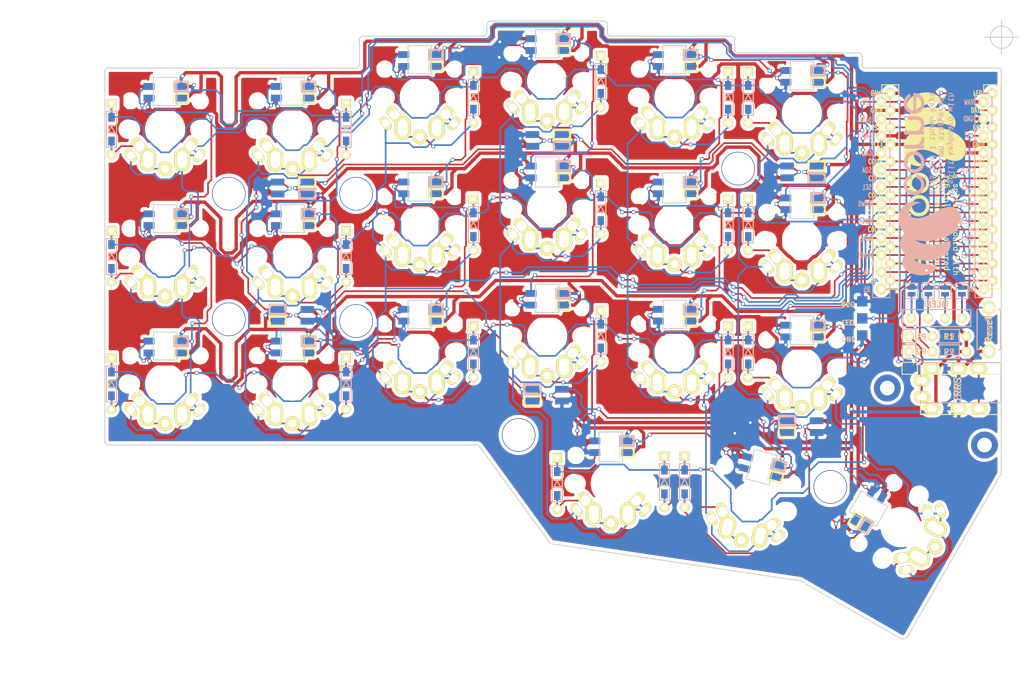
<source format=kicad_pcb>
(kicad_pcb (version 20171130) (host pcbnew "(5.1.6-0-10_14)")
  (title_block (title Crkbd) (date 2018/05/15) (rev 1.1) (company foostan))
  (layers (0 F.Cu signal hide) (31 B.Cu signal hide) (34 B.Paste user) (35 F.Paste user) (36 B.SilkS user) (37 F.SilkS user) (38 B.Mask user) (39 F.Mask user) (44 Edge.Cuts user))
  (net 0 "")
  (net 1 row0)
  (net 2 "Net-(D1-Pad2)")
  (net 3 row1)
  (net 4 "Net-(D2-Pad2)")
  (net 5 row2)
  (net 6 "Net-(D3-Pad2)")
  (net 7 row3)
  (net 8 "Net-(D4-Pad2)")
  (net 9 "Net-(D5-Pad2)")
  (net 10 "Net-(D6-Pad2)")
  (net 11 "Net-(D7-Pad2)")
  (net 12 "Net-(D8-Pad2)")
  (net 13 "Net-(D9-Pad2)")
  (net 14 "Net-(D10-Pad2)")
  (net 15 "Net-(D11-Pad2)")
  (net 16 "Net-(D12-Pad2)")
  (net 17 "Net-(D13-Pad2)")
  (net 18 "Net-(D14-Pad2)")
  (net 19 "Net-(D15-Pad2)")
  (net 20 "Net-(D16-Pad2)")
  (net 21 "Net-(D17-Pad2)")
  (net 22 "Net-(D18-Pad2)")
  (net 23 "Net-(D19-Pad2)")
  (net 24 "Net-(D20-Pad2)")
  (net 25 "Net-(D21-Pad2)")
  (net 26 GND)
  (net 27 VCC)
  (net 28 col0)
  (net 29 col1)
  (net 30 col2)
  (net 31 col3)
  (net 32 col4)
  (net 33 col5)
  (net 34 LED)
  (net 35 data)
  (net 36 "Net-(L1-Pad3)")
  (net 37 "Net-(L1-Pad1)")
  (net 38 "Net-(L3-Pad3)")
  (net 39 "Net-(L10-Pad1)")
  (net 40 "Net-(L11-Pad1)")
  (net 41 "Net-(L13-Pad1)")
  (net 42 "Net-(L14-Pad3)")
  (net 43 "Net-(L10-Pad3)")
  (net 44 "Net-(L12-Pad1)")
  (net 45 "Net-(L13-Pad3)")
  (net 46 "Net-(L15-Pad3)")
  (net 47 "Net-(L16-Pad3)")
  (net 48 reset)
  (net 49 SCL)
  (net 50 SDA)
  (net 51 "Net-(L5-Pad3)")
  (net 52 "Net-(U1-Pad14)")
  (net 53 "Net-(U1-Pad13)")
  (net 54 "Net-(U1-Pad12)")
  (net 55 "Net-(U1-Pad11)")
  (net 56 "Net-(J2-Pad1)")
  (net 57 "Net-(J2-Pad2)")
  (net 58 "Net-(J2-Pad3)")
  (net 59 "Net-(J2-Pad4)")
  (net 60 "Net-(L2-Pad3)")
  (net 61 "Net-(L3-Pad1)")
  (net 62 "Net-(L11-Pad3)")
  (net 63 "Net-(L14-Pad1)")
  (net 64 "Net-(L12-Pad3)")
  (net 65 "Net-(L17-Pad1)")
  (net 66 "Net-(L18-Pad3)")
  (net 67 "Net-(L19-Pad3)")
  (net 68 "Net-(J1-PadA)")
  (net 69 "Net-(J1-PadB)")
  (net 70 "Net-(U1-Pad24)")
  (net 71 "Net-(L21-Pad3)")
  (net 72 "Net-(L22-Pad3)")
  (net 73 "Net-(L22-Pad1)")
  (net 74 "Net-(L23-Pad3)")
  (net 75 "Net-(L25-Pad1)")
  (net 76 "Net-(L26-Pad1)")
  (module kbd:MX_ALPS_PG1350_noLed (layer F.Cu) (at 165 112.75 180)
    (fp_text reference SW18 hide)
    (fp_text value SW_PUSH hide)
    (pad "" np_thru_hole circle (at -5.22 4.2 180) (size 1.6 1.6) (drill 1.6) (layers *.Cu *.Mask F.SilkS))
    (pad "" np_thru_hole circle (at 5.22 4.2 180) (size 1.6 1.6) (drill 1.6) (layers *.Cu *.Mask F.SilkS))
    (pad "" np_thru_hole circle (at -5.08 0 180) (size 1.7 1.7) (drill 1.7) (layers *.Cu *.Mask F.SilkS))
    (pad "" np_thru_hole circle (at 5.08 0 180) (size 1.7 1.7) (drill 1.7) (layers *.Cu *.Mask F.SilkS))
    (pad 1 thru_hole circle (at -2.54 -4.5 180) (size 2.4 2.4) (drill 1.5) (layers *.Cu *.Mask F.SilkS) (net 33 col5))
    (pad 1 thru_hole circle (at -2.54 -4 180) (size 2.4 2.4) (drill 1.5) (layers *.Cu *.Mask F.SilkS) (net 33 col5))
    (pad 2 thru_hole circle (at 2.54 -4 180) (size 2.4 2.4) (drill 1.5) (layers *.Cu *.Mask F.SilkS) (net 22 "Net-(D18-Pad2)"))
    (pad 2 thru_hole circle (at 2.54 -4.5 180) (size 2.4 2.4) (drill 1.5) (layers *.Cu *.Mask F.SilkS) (net 22 "Net-(D18-Pad2)"))
    (pad 2 thru_hole oval (at 3.81 -2.54 130) (size 2.8 1.55) (drill 1.5) (layers *.Cu *.Mask F.SilkS) (net 22 "Net-(D18-Pad2)"))
    (pad 1 thru_hole circle (at -2.54 -5.08 180) (size 2.4 2.4) (drill 1.5) (layers *.Cu *.Mask F.SilkS) (net 33 col5))
    (pad 1 thru_hole oval (at -3.81 -2.54 230) (size 2.8 1.55) (drill 1.5) (layers *.Cu *.Mask F.SilkS) (net 33 col5))
    (pad 2 thru_hole circle (at 2.54 -5.08 180) (size 2.4 2.4) (drill 1.5) (layers *.Cu *.Mask F.SilkS) (net 22 "Net-(D18-Pad2)"))
    (pad 2 thru_hole circle (at 0 -5.9 270) (size 2.2 2.2) (drill 1.2) (layers *.Cu *.Mask F.SilkS) (net 22 "Net-(D18-Pad2)"))
    (pad 1 thru_hole oval (at -5.1 -3.9 230) (size 2.2 1.25) (drill 1.2) (layers *.Cu *.Mask F.SilkS) (net 33 col5))
    (pad "" np_thru_hole circle (at 5.5 0 270) (size 1.9 1.9) (drill 1.9) (layers *.Cu *.Mask F.SilkS))
    (pad "" np_thru_hole circle (at -5.5 0 270) (size 1.9 1.9) (drill 1.9) (layers *.Cu *.Mask F.SilkS))
    (pad "" np_thru_hole circle (at 0 0 270) (size 5 5) (drill 5) (layers *.Cu *.Mask F.SilkS))
    (pad 1 thru_hole oval (at 5.1 -3.9 130) (size 2.2 1.25) (drill 1.2) (layers *.Cu *.Mask F.SilkS) (net 33 col5))
  )
  (module kbd:MX_ALPS_PG1350_noLed (layer F.Cu) (at 146 72.375 180)
    (fp_text reference SW5 hide)
    (fp_text value SW_PUSH hide)
    (pad "" np_thru_hole circle (at -5.22 4.2 180) (size 1.6 1.6) (drill 1.6) (layers *.Cu *.Mask F.SilkS))
    (pad "" np_thru_hole circle (at 5.22 4.2 180) (size 1.6 1.6) (drill 1.6) (layers *.Cu *.Mask F.SilkS))
    (pad "" np_thru_hole circle (at -5.08 0 180) (size 1.7 1.7) (drill 1.7) (layers *.Cu *.Mask F.SilkS))
    (pad "" np_thru_hole circle (at 5.08 0 180) (size 1.7 1.7) (drill 1.7) (layers *.Cu *.Mask F.SilkS))
    (pad 1 thru_hole circle (at -2.54 -4.5 180) (size 2.4 2.4) (drill 1.5) (layers *.Cu *.Mask F.SilkS) (net 32 col4))
    (pad 1 thru_hole circle (at -2.54 -4 180) (size 2.4 2.4) (drill 1.5) (layers *.Cu *.Mask F.SilkS) (net 32 col4))
    (pad 2 thru_hole circle (at 2.54 -4 180) (size 2.4 2.4) (drill 1.5) (layers *.Cu *.Mask F.SilkS) (net 9 "Net-(D5-Pad2)"))
    (pad 2 thru_hole circle (at 2.54 -4.5 180) (size 2.4 2.4) (drill 1.5) (layers *.Cu *.Mask F.SilkS) (net 9 "Net-(D5-Pad2)"))
    (pad 2 thru_hole oval (at 3.81 -2.54 130) (size 2.8 1.55) (drill 1.5) (layers *.Cu *.Mask F.SilkS) (net 9 "Net-(D5-Pad2)"))
    (pad 1 thru_hole circle (at -2.54 -5.08 180) (size 2.4 2.4) (drill 1.5) (layers *.Cu *.Mask F.SilkS) (net 32 col4))
    (pad 1 thru_hole oval (at -3.81 -2.54 230) (size 2.8 1.55) (drill 1.5) (layers *.Cu *.Mask F.SilkS) (net 32 col4))
    (pad 2 thru_hole circle (at 2.54 -5.08 180) (size 2.4 2.4) (drill 1.5) (layers *.Cu *.Mask F.SilkS) (net 9 "Net-(D5-Pad2)"))
    (pad 2 thru_hole circle (at 0 -5.9 270) (size 2.2 2.2) (drill 1.2) (layers *.Cu *.Mask F.SilkS) (net 9 "Net-(D5-Pad2)"))
    (pad 1 thru_hole oval (at -5.1 -3.9 230) (size 2.2 1.25) (drill 1.2) (layers *.Cu *.Mask F.SilkS) (net 32 col4))
    (pad "" np_thru_hole circle (at 5.5 0 270) (size 1.9 1.9) (drill 1.9) (layers *.Cu *.Mask F.SilkS))
    (pad "" np_thru_hole circle (at -5.5 0 270) (size 1.9 1.9) (drill 1.9) (layers *.Cu *.Mask F.SilkS))
    (pad "" np_thru_hole circle (at 0 0 270) (size 5 5) (drill 5) (layers *.Cu *.Mask F.SilkS))
    (pad 1 thru_hole oval (at 5.1 -3.9 130) (size 2.2 1.25) (drill 1.2) (layers *.Cu *.Mask F.SilkS) (net 32 col4))
  )
  (module kbd:MX_ALPS_PG1350_noLed (layer F.Cu) (at 146 110.375 180)
    (fp_text reference SW17 hide)
    (fp_text value SW_PUSH hide)
    (pad "" np_thru_hole circle (at -5.22 4.2 180) (size 1.6 1.6) (drill 1.6) (layers *.Cu *.Mask F.SilkS))
    (pad "" np_thru_hole circle (at 5.22 4.2 180) (size 1.6 1.6) (drill 1.6) (layers *.Cu *.Mask F.SilkS))
    (pad "" np_thru_hole circle (at -5.08 0 180) (size 1.7 1.7) (drill 1.7) (layers *.Cu *.Mask F.SilkS))
    (pad "" np_thru_hole circle (at 5.08 0 180) (size 1.7 1.7) (drill 1.7) (layers *.Cu *.Mask F.SilkS))
    (pad 1 thru_hole circle (at -2.54 -4.5 180) (size 2.4 2.4) (drill 1.5) (layers *.Cu *.Mask F.SilkS) (net 32 col4))
    (pad 1 thru_hole circle (at -2.54 -4 180) (size 2.4 2.4) (drill 1.5) (layers *.Cu *.Mask F.SilkS) (net 32 col4))
    (pad 2 thru_hole circle (at 2.54 -4 180) (size 2.4 2.4) (drill 1.5) (layers *.Cu *.Mask F.SilkS) (net 21 "Net-(D17-Pad2)"))
    (pad 2 thru_hole circle (at 2.54 -4.5 180) (size 2.4 2.4) (drill 1.5) (layers *.Cu *.Mask F.SilkS) (net 21 "Net-(D17-Pad2)"))
    (pad 2 thru_hole oval (at 3.81 -2.54 130) (size 2.8 1.55) (drill 1.5) (layers *.Cu *.Mask F.SilkS) (net 21 "Net-(D17-Pad2)"))
    (pad 1 thru_hole circle (at -2.54 -5.08 180) (size 2.4 2.4) (drill 1.5) (layers *.Cu *.Mask F.SilkS) (net 32 col4))
    (pad 1 thru_hole oval (at -3.81 -2.54 230) (size 2.8 1.55) (drill 1.5) (layers *.Cu *.Mask F.SilkS) (net 32 col4))
    (pad 2 thru_hole circle (at 2.54 -5.08 180) (size 2.4 2.4) (drill 1.5) (layers *.Cu *.Mask F.SilkS) (net 21 "Net-(D17-Pad2)"))
    (pad 2 thru_hole circle (at 0 -5.9 270) (size 2.2 2.2) (drill 1.2) (layers *.Cu *.Mask F.SilkS) (net 21 "Net-(D17-Pad2)"))
    (pad 1 thru_hole oval (at -5.1 -3.9 230) (size 2.2 1.25) (drill 1.2) (layers *.Cu *.Mask F.SilkS) (net 32 col4))
    (pad "" np_thru_hole circle (at 5.5 0 270) (size 1.9 1.9) (drill 1.9) (layers *.Cu *.Mask F.SilkS))
    (pad "" np_thru_hole circle (at -5.5 0 270) (size 1.9 1.9) (drill 1.9) (layers *.Cu *.Mask F.SilkS))
    (pad "" np_thru_hole circle (at 0 0 270) (size 5 5) (drill 5) (layers *.Cu *.Mask F.SilkS))
    (pad 1 thru_hole oval (at 5.1 -3.9 130) (size 2.2 1.25) (drill 1.2) (layers *.Cu *.Mask F.SilkS) (net 32 col4))
  )
  (module kbd:MX_ALPS_PG1350_noLed (layer F.Cu) (at 127 89 180)
    (fp_text reference SW10 hide)
    (fp_text value SW_PUSH hide)
    (pad "" np_thru_hole circle (at -5.22 4.2 180) (size 1.6 1.6) (drill 1.6) (layers *.Cu *.Mask F.SilkS))
    (pad "" np_thru_hole circle (at 5.22 4.2 180) (size 1.6 1.6) (drill 1.6) (layers *.Cu *.Mask F.SilkS))
    (pad "" np_thru_hole circle (at -5.08 0 180) (size 1.7 1.7) (drill 1.7) (layers *.Cu *.Mask F.SilkS))
    (pad "" np_thru_hole circle (at 5.08 0 180) (size 1.7 1.7) (drill 1.7) (layers *.Cu *.Mask F.SilkS))
    (pad 1 thru_hole circle (at -2.54 -4.5 180) (size 2.4 2.4) (drill 1.5) (layers *.Cu *.Mask F.SilkS) (net 31 col3))
    (pad 1 thru_hole circle (at -2.54 -4 180) (size 2.4 2.4) (drill 1.5) (layers *.Cu *.Mask F.SilkS) (net 31 col3))
    (pad 2 thru_hole circle (at 2.54 -4 180) (size 2.4 2.4) (drill 1.5) (layers *.Cu *.Mask F.SilkS) (net 14 "Net-(D10-Pad2)"))
    (pad 2 thru_hole circle (at 2.54 -4.5 180) (size 2.4 2.4) (drill 1.5) (layers *.Cu *.Mask F.SilkS) (net 14 "Net-(D10-Pad2)"))
    (pad 2 thru_hole oval (at 3.81 -2.54 130) (size 2.8 1.55) (drill 1.5) (layers *.Cu *.Mask F.SilkS) (net 14 "Net-(D10-Pad2)"))
    (pad 1 thru_hole circle (at -2.54 -5.08 180) (size 2.4 2.4) (drill 1.5) (layers *.Cu *.Mask F.SilkS) (net 31 col3))
    (pad 1 thru_hole oval (at -3.81 -2.54 230) (size 2.8 1.55) (drill 1.5) (layers *.Cu *.Mask F.SilkS) (net 31 col3))
    (pad 2 thru_hole circle (at 2.54 -5.08 180) (size 2.4 2.4) (drill 1.5) (layers *.Cu *.Mask F.SilkS) (net 14 "Net-(D10-Pad2)"))
    (pad 2 thru_hole circle (at 0 -5.9 270) (size 2.2 2.2) (drill 1.2) (layers *.Cu *.Mask F.SilkS) (net 14 "Net-(D10-Pad2)"))
    (pad 1 thru_hole oval (at -5.1 -3.9 230) (size 2.2 1.25) (drill 1.2) (layers *.Cu *.Mask F.SilkS) (net 31 col3))
    (pad "" np_thru_hole circle (at 5.5 0 270) (size 1.9 1.9) (drill 1.9) (layers *.Cu *.Mask F.SilkS))
    (pad "" np_thru_hole circle (at -5.5 0 270) (size 1.9 1.9) (drill 1.9) (layers *.Cu *.Mask F.SilkS))
    (pad "" np_thru_hole circle (at 0 0 270) (size 5 5) (drill 5) (layers *.Cu *.Mask F.SilkS))
    (pad 1 thru_hole oval (at 5.1 -3.9 130) (size 2.2 1.25) (drill 1.2) (layers *.Cu *.Mask F.SilkS) (net 31 col3))
  )
  (module kbd:SK6812MINI_rev (layer F.Cu) (at 146 104.875)
    (fp_text reference L23 hide)
    (fp_text value SK6812MINI hide)
    (pad 2 smd rect (at -2.4 0.875) (size 1.6 1) (layers B.Cu B.Paste B.Mask) (net 26 GND))
    (pad 1 smd rect (at -2.4 -0.875) (size 1.6 1) (layers B.Cu B.Paste B.Mask) (net 65 "Net-(L17-Pad1)"))
    (pad 4 smd rect (at 2.4 -0.875) (size 1.6 1) (layers B.Cu B.Paste B.Mask) (net 27 VCC))
    (pad 3 smd rect (at 2.4 0.875) (size 1.6 1) (layers B.Cu B.Paste B.Mask) (net 40 "Net-(L11-Pad1)"))
    (pad 2 smd rect (at -2.4 -0.875) (size 1.6 1) (layers F.Cu F.Paste F.Mask) (net 26 GND))
    (pad 1 smd rect (at -2.4 0.875) (size 1.6 1) (layers F.Cu F.Paste F.Mask) (net 65 "Net-(L17-Pad1)"))
    (pad 3 smd rect (at 2.4 -0.875) (size 1.6 1) (layers F.Cu F.Paste F.Mask) (net 40 "Net-(L11-Pad1)"))
    (pad 4 smd rect (at 2.4 0.875) (size 1.6 1) (layers F.Cu F.Paste F.Mask) (net 27 VCC))
  )
  (module kbd:MX_ALPS_PG1350_noLed (layer F.Cu) (at 70 77.125 180)
    (fp_text reference SW1 hide)
    (fp_text value SW_PUSH hide)
    (pad "" np_thru_hole circle (at -5.22 4.2 180) (size 1.6 1.6) (drill 1.6) (layers *.Cu *.Mask F.SilkS))
    (pad "" np_thru_hole circle (at 5.22 4.2 180) (size 1.6 1.6) (drill 1.6) (layers *.Cu *.Mask F.SilkS))
    (pad "" np_thru_hole circle (at -5.08 0 180) (size 1.7 1.7) (drill 1.7) (layers *.Cu *.Mask F.SilkS))
    (pad "" np_thru_hole circle (at 5.08 0 180) (size 1.7 1.7) (drill 1.7) (layers *.Cu *.Mask F.SilkS))
    (pad 1 thru_hole circle (at -2.54 -4.5 180) (size 2.4 2.4) (drill 1.5) (layers *.Cu *.Mask F.SilkS) (net 28 col0))
    (pad 1 thru_hole circle (at -2.54 -4 180) (size 2.4 2.4) (drill 1.5) (layers *.Cu *.Mask F.SilkS) (net 28 col0))
    (pad 2 thru_hole circle (at 2.54 -4 180) (size 2.4 2.4) (drill 1.5) (layers *.Cu *.Mask F.SilkS) (net 2 "Net-(D1-Pad2)"))
    (pad 2 thru_hole circle (at 2.54 -4.5 180) (size 2.4 2.4) (drill 1.5) (layers *.Cu *.Mask F.SilkS) (net 2 "Net-(D1-Pad2)"))
    (pad 2 thru_hole oval (at 3.81 -2.54 130) (size 2.8 1.55) (drill 1.5) (layers *.Cu *.Mask F.SilkS) (net 2 "Net-(D1-Pad2)"))
    (pad 1 thru_hole circle (at -2.54 -5.08 180) (size 2.4 2.4) (drill 1.5) (layers *.Cu *.Mask F.SilkS) (net 28 col0))
    (pad 1 thru_hole oval (at -3.81 -2.54 230) (size 2.8 1.55) (drill 1.5) (layers *.Cu *.Mask F.SilkS) (net 28 col0))
    (pad 2 thru_hole circle (at 2.54 -5.08 180) (size 2.4 2.4) (drill 1.5) (layers *.Cu *.Mask F.SilkS) (net 2 "Net-(D1-Pad2)"))
    (pad 2 thru_hole circle (at 0 -5.9 270) (size 2.2 2.2) (drill 1.2) (layers *.Cu *.Mask F.SilkS) (net 2 "Net-(D1-Pad2)"))
    (pad 1 thru_hole oval (at -5.1 -3.9 230) (size 2.2 1.25) (drill 1.2) (layers *.Cu *.Mask F.SilkS) (net 28 col0))
    (pad "" np_thru_hole circle (at 5.5 0 270) (size 1.9 1.9) (drill 1.9) (layers *.Cu *.Mask F.SilkS))
    (pad "" np_thru_hole circle (at -5.5 0 270) (size 1.9 1.9) (drill 1.9) (layers *.Cu *.Mask F.SilkS))
    (pad "" np_thru_hole circle (at 0 0 270) (size 5 5) (drill 5) (layers *.Cu *.Mask F.SilkS))
    (pad 1 thru_hole oval (at 5.1 -3.9 130) (size 2.2 1.25) (drill 1.2) (layers *.Cu *.Mask F.SilkS) (net 28 col0))
  )
  (module kbd:OLED (layer F.Cu) (at 181.3 105.3)
    (fp_text reference J2)
    (fp_text value OLED hide)
    (fp_text user OLED (at 3.75 -2.1) (layer B.SilkS) (effects (justify mirror)))
    (fp_text user OLED (at 3.8 -2.1) (layer F.SilkS))
    (pad 4 thru_hole circle (at 7.62 0) (size 1.397 1.397) (drill 0.8128) (layers *.Cu *.Mask F.SilkS) (net 59 "Net-(J2-Pad4)"))
    (pad 3 thru_hole circle (at 5.08 0) (size 1.397 1.397) (drill 0.8128) (layers *.Cu *.Mask F.SilkS) (net 58 "Net-(J2-Pad3)"))
    (pad 2 thru_hole circle (at 2.54 0) (size 1.397 1.397) (drill 0.8128) (layers *.Cu *.Mask F.SilkS) (net 57 "Net-(J2-Pad2)"))
    (pad 1 thru_hole circle (at 0 0) (size 1.397 1.397) (drill 0.8128) (layers *.Cu *.Mask F.SilkS) (net 56 "Net-(J2-Pad1)"))
  )
  (module kbd:MJ-4PP-9 (layer F.Cu) (at 194.7 116.7 270)
    (fp_text reference J1)
    (fp_text value MJ-4PP-9 hide)
    (fp_text user TRRS (at -0.75 6.45 270) (layer F.SilkS))
    (fp_text user TRRS (at -0.8255 6.4135 270) (layer B.SilkS) (effects (justify mirror)))
    (pad A thru_hole oval (at -2.1 11.8 270) (size 1.7 2.5) (drill oval 1 1.5) (layers *.Cu *.Mask F.SilkS) (net 68 "Net-(J1-PadA)") (clearance 0.15))
    (pad D thru_hole oval (at 2.1 10.3 270) (size 1.7 2.5) (drill oval 1 1.5) (layers *.Cu *.Mask F.SilkS) (net 27 VCC) (clearance 0.15))
    (pad C thru_hole oval (at 2.1 6.3 270) (size 1.7 2.5) (drill oval 1 1.5) (layers *.Cu *.Mask F.SilkS) (net 26 GND))
    (pad B thru_hole oval (at 2.1 3.3 270) (size 1.7 2.5) (drill oval 1 1.5) (layers *.Cu *.Mask F.SilkS) (net 69 "Net-(J1-PadB)"))
    (pad "" np_thru_hole circle (at 0 8.5 270) (size 1.2 1.2) (drill 1.2) (layers *.Cu *.Mask F.SilkS))
    (pad "" np_thru_hole circle (at 0 1.5 270) (size 1.2 1.2) (drill 1.2) (layers *.Cu *.Mask F.SilkS))
    (pad C thru_hole oval (at -3.85 6.3 270) (size 1.7 2.5) (drill oval 1 1.5) (layers *.Cu *.Mask F.SilkS) (net 26 GND))
    (pad B thru_hole oval (at -3.85 3.3 270) (size 1.7 2.5) (drill oval 1 1.5) (layers *.Cu *.Mask F.SilkS) (net 69 "Net-(J1-PadB)"))
    (pad A thru_hole oval (at 0.35 11.8 270) (size 1.7 2.5) (drill oval 1 1.5) (layers *.Cu *.Mask F.SilkS) (net 68 "Net-(J1-PadA)") (clearance 0.15))
    (pad D thru_hole oval (at -3.85 10.3 270) (size 1.7 2.5) (drill oval 1 1.5) (layers *.Cu *.Mask F.SilkS) (net 27 VCC) (clearance 0.15))
    (pad "" np_thru_hole circle (at -1.75 1.5 270) (size 1.2 1.2) (drill 1.2) (layers *.Cu *.Mask F.SilkS))
    (pad "" np_thru_hole circle (at -1.75 8.5 270) (size 1.2 1.2) (drill 1.2) (layers *.Cu *.Mask F.SilkS))
  )
  (module kbd:JPC2 (layer F.Cu) (at 181.1 112.8)
    (fp_text reference JP1)
    (fp_text value " " hide)
    (pad 1 smd rect (at -0.50038 0) (size 0.635 1.143) (layers F.Cu F.Paste F.Mask) (net 35 data) (clearance 0.1905))
    (pad 2 smd rect (at 0.50038 0) (size 0.635 1.143) (layers F.Cu F.Paste F.Mask) (net 69 "Net-(J1-PadB)") (clearance 0.1905))
    (pad "" smd rect (at 0 0 90) (size 0.381 0.381) (layers F.Cu F.Paste F.Mask) (clearance 0.00254))
  )
  (module kbd:SK6812MINI_underglow_rev (layer F.Cu) (at 165 121.5 180)
    (fp_text reference L6 hide)
    (fp_text value SK6812MINI hide)
    (pad 4 smd rect (at 2.2 -0.875 180) (size 2 1) (layers F.Cu F.Paste F.Mask) (net 27 VCC))
    (pad 3 smd rect (at 2.2 0.875 180) (size 2 1) (layers F.Cu F.Paste F.Mask) (net 76 "Net-(L26-Pad1)"))
    (pad 1 smd rect (at -2.2 -0.875 180) (size 2 1) (layers F.Cu F.Paste F.Mask) (net 71 "Net-(L21-Pad3)"))
    (pad 2 smd rect (at -2.2 0.875 180) (size 2 1) (layers F.Cu F.Paste F.Mask) (net 26 GND))
    (pad 3 smd rect (at 2.2 -0.875 180) (size 2 1) (layers B.Cu B.Paste B.Mask) (net 76 "Net-(L26-Pad1)"))
    (pad 4 smd rect (at 2.2 0.875 180) (size 2 1) (layers B.Cu B.Paste B.Mask) (net 27 VCC))
    (pad 1 smd rect (at -2.2 0.875 180) (size 2 1) (layers B.Cu B.Paste B.Mask) (net 71 "Net-(L21-Pad3)"))
    (pad 2 smd rect (at -2.2 -0.875 180) (size 2 1) (layers B.Cu B.Paste B.Mask) (net 26 GND))
  )
  (module kbd:SK6812MINI_underglow_rev (layer F.Cu) (at 165 83.5)
    (fp_text reference L3 hide)
    (fp_text value SK6812MINI hide)
    (pad 4 smd rect (at 2.2 -0.875) (size 2 1) (layers F.Cu F.Paste F.Mask) (net 27 VCC))
    (pad 3 smd rect (at 2.2 0.875) (size 2 1) (layers F.Cu F.Paste F.Mask) (net 34 LED))
    (pad 1 smd rect (at -2.2 -0.875) (size 2 1) (layers F.Cu F.Paste F.Mask) (net 74 "Net-(L23-Pad3)"))
    (pad 2 smd rect (at -2.2 0.875) (size 2 1) (layers F.Cu F.Paste F.Mask) (net 26 GND))
    (pad 3 smd rect (at 2.2 -0.875) (size 2 1) (layers B.Cu B.Paste B.Mask) (net 34 LED))
    (pad 4 smd rect (at 2.2 0.875) (size 2 1) (layers B.Cu B.Paste B.Mask) (net 27 VCC))
    (pad 1 smd rect (at -2.2 0.875) (size 2 1) (layers B.Cu B.Paste B.Mask) (net 74 "Net-(L23-Pad3)"))
    (pad 2 smd rect (at -2.2 -0.875) (size 2 1) (layers B.Cu B.Paste B.Mask) (net 26 GND))
  )
  (module kbd:SK6812MINI_underglow_rev (layer F.Cu) (at 127 78.8)
    (fp_text reference L2 hide)
    (fp_text value SK6812MINI hide)
    (pad 4 smd rect (at 2.2 -0.875) (size 2 1) (layers F.Cu F.Paste F.Mask) (net 27 VCC))
    (pad 3 smd rect (at 2.2 0.875) (size 2 1) (layers F.Cu F.Paste F.Mask) (net 74 "Net-(L23-Pad3)"))
    (pad 1 smd rect (at -2.2 -0.875) (size 2 1) (layers F.Cu F.Paste F.Mask) (net 72 "Net-(L22-Pad3)"))
    (pad 2 smd rect (at -2.2 0.875) (size 2 1) (layers F.Cu F.Paste F.Mask) (net 26 GND))
    (pad 3 smd rect (at 2.2 -0.875) (size 2 1) (layers B.Cu B.Paste B.Mask) (net 74 "Net-(L23-Pad3)"))
    (pad 4 smd rect (at 2.2 0.875) (size 2 1) (layers B.Cu B.Paste B.Mask) (net 27 VCC))
    (pad 1 smd rect (at -2.2 0.875) (size 2 1) (layers B.Cu B.Paste B.Mask) (net 72 "Net-(L22-Pad3)"))
    (pad 2 smd rect (at -2.2 -0.875) (size 2 1) (layers B.Cu B.Paste B.Mask) (net 26 GND))
  )
  (module kbd:SK6812MINI_underglow_rev (layer F.Cu) (at 89 85.9)
    (fp_text reference L1 hide)
    (fp_text value SK6812MINI hide)
    (pad 4 smd rect (at 2.2 -0.875) (size 2 1) (layers F.Cu F.Paste F.Mask) (net 27 VCC))
    (pad 3 smd rect (at 2.2 0.875) (size 2 1) (layers F.Cu F.Paste F.Mask) (net 72 "Net-(L22-Pad3)"))
    (pad 1 smd rect (at -2.2 -0.875) (size 2 1) (layers F.Cu F.Paste F.Mask) (net 73 "Net-(L22-Pad1)"))
    (pad 2 smd rect (at -2.2 0.875) (size 2 1) (layers F.Cu F.Paste F.Mask) (net 26 GND))
    (pad 3 smd rect (at 2.2 -0.875) (size 2 1) (layers B.Cu B.Paste B.Mask) (net 72 "Net-(L22-Pad3)"))
    (pad 4 smd rect (at 2.2 0.875) (size 2 1) (layers B.Cu B.Paste B.Mask) (net 27 VCC))
    (pad 1 smd rect (at -2.2 0.875) (size 2 1) (layers B.Cu B.Paste B.Mask) (net 73 "Net-(L22-Pad1)"))
    (pad 2 smd rect (at -2.2 -0.875) (size 2 1) (layers B.Cu B.Paste B.Mask) (net 26 GND))
  )
  (module kbd:SK6812MINI_underglow_rev (layer F.Cu) (at 89 104.9 180)
    (fp_text reference L4 hide)
    (fp_text value SK6812MINI hide)
    (pad 4 smd rect (at 2.2 -0.875 180) (size 2 1) (layers F.Cu F.Paste F.Mask) (net 27 VCC))
    (pad 3 smd rect (at 2.2 0.875 180) (size 2 1) (layers F.Cu F.Paste F.Mask) (net 73 "Net-(L22-Pad1)"))
    (pad 1 smd rect (at -2.2 -0.875 180) (size 2 1) (layers F.Cu F.Paste F.Mask) (net 75 "Net-(L25-Pad1)"))
    (pad 2 smd rect (at -2.2 0.875 180) (size 2 1) (layers F.Cu F.Paste F.Mask) (net 26 GND))
    (pad 3 smd rect (at 2.2 -0.875 180) (size 2 1) (layers B.Cu B.Paste B.Mask) (net 73 "Net-(L22-Pad1)"))
    (pad 4 smd rect (at 2.2 0.875 180) (size 2 1) (layers B.Cu B.Paste B.Mask) (net 27 VCC))
    (pad 1 smd rect (at -2.2 0.875 180) (size 2 1) (layers B.Cu B.Paste B.Mask) (net 75 "Net-(L25-Pad1)"))
    (pad 2 smd rect (at -2.2 -0.875 180) (size 2 1) (layers B.Cu B.Paste B.Mask) (net 26 GND))
  )
  (module kbd:SK6812MINI_underglow_rev (layer F.Cu) (at 127 116.8 180)
    (fp_text reference L5 hide)
    (fp_text value SK6812MINI hide)
    (pad 4 smd rect (at 2.2 -0.875 180) (size 2 1) (layers F.Cu F.Paste F.Mask) (net 27 VCC))
    (pad 3 smd rect (at 2.2 0.875 180) (size 2 1) (layers F.Cu F.Paste F.Mask) (net 75 "Net-(L25-Pad1)"))
    (pad 1 smd rect (at -2.2 -0.875 180) (size 2 1) (layers F.Cu F.Paste F.Mask) (net 76 "Net-(L26-Pad1)"))
    (pad 2 smd rect (at -2.2 0.875 180) (size 2 1) (layers F.Cu F.Paste F.Mask) (net 26 GND))
    (pad 3 smd rect (at 2.2 -0.875 180) (size 2 1) (layers B.Cu B.Paste B.Mask) (net 75 "Net-(L25-Pad1)"))
    (pad 4 smd rect (at 2.2 0.875 180) (size 2 1) (layers B.Cu B.Paste B.Mask) (net 27 VCC))
    (pad 1 smd rect (at -2.2 0.875 180) (size 2 1) (layers B.Cu B.Paste B.Mask) (net 76 "Net-(L26-Pad1)"))
    (pad 2 smd rect (at -2.2 -0.875 180) (size 2 1) (layers B.Cu B.Paste B.Mask) (net 26 GND))
  )
  (module kbd:corne (layer B.Cu) (at 184 85.25 90)
    (fp_text reference G*** hide)
    (fp_text value LOGO hide)
  )
  (module kbd:MX_ALPS_PG1350_noLed_1.75u (layer F.Cu) (at 179.75 136.5 240)
    (fp_text reference SW21 hide)
    (fp_text value SW_PUSH hide)
    (pad 1 thru_hole oval (at 5.1 -3.9 190) (size 2.2 1.25) (drill 1.2) (layers *.Cu *.Mask F.SilkS) (net 33 col5))
    (pad "" np_thru_hole circle (at 0 0 330) (size 5 5) (drill 5) (layers *.Cu *.Mask F.SilkS))
    (pad "" np_thru_hole circle (at -5.5 0 330) (size 1.9 1.9) (drill 1.9) (layers *.Cu *.Mask F.SilkS))
    (pad "" np_thru_hole circle (at 5.5 0 330) (size 1.9 1.9) (drill 1.9) (layers *.Cu *.Mask F.SilkS))
    (pad 1 thru_hole oval (at -5.1 -3.9 290) (size 2.2 1.25) (drill 1.2) (layers *.Cu *.Mask F.SilkS) (net 33 col5))
    (pad 2 thru_hole circle (at 0 -5.9 330) (size 2.2 2.2) (drill 1.2) (layers *.Cu *.Mask F.SilkS) (net 25 "Net-(D21-Pad2)"))
    (pad 2 thru_hole circle (at 2.54 -5.08 240) (size 2.4 2.4) (drill 1.5) (layers *.Cu *.Mask F.SilkS) (net 25 "Net-(D21-Pad2)"))
    (pad 1 thru_hole oval (at -3.81 -2.54 290) (size 2.8 1.55) (drill 1.5) (layers *.Cu *.Mask F.SilkS) (net 33 col5))
    (pad 1 thru_hole circle (at -2.54 -5.08 240) (size 2.4 2.4) (drill 1.5) (layers *.Cu *.Mask F.SilkS) (net 33 col5))
    (pad 2 thru_hole oval (at 3.81 -2.540001 190) (size 2.8 1.55) (drill 1.5) (layers *.Cu *.Mask F.SilkS) (net 25 "Net-(D21-Pad2)"))
    (pad 2 thru_hole circle (at 2.540001 -4.5 240) (size 2.4 2.4) (drill 1.5) (layers *.Cu *.Mask F.SilkS) (net 25 "Net-(D21-Pad2)"))
    (pad 2 thru_hole circle (at 2.54 -4.000001 240) (size 2.4 2.4) (drill 1.5) (layers *.Cu *.Mask F.SilkS) (net 25 "Net-(D21-Pad2)"))
    (pad 1 thru_hole circle (at -2.540001 -4 240) (size 2.4 2.4) (drill 1.5) (layers *.Cu *.Mask F.SilkS) (net 33 col5))
    (pad 1 thru_hole circle (at -2.54 -4.499999 240) (size 2.4 2.4) (drill 1.5) (layers *.Cu *.Mask F.SilkS) (net 33 col5))
    (pad "" np_thru_hole circle (at 5.08 0 240) (size 1.7 1.7) (drill 1.7) (layers *.Cu *.Mask F.SilkS))
    (pad "" np_thru_hole circle (at -5.08 0 240) (size 1.7 1.7) (drill 1.7) (layers *.Cu *.Mask F.SilkS))
    (pad "" np_thru_hole circle (at 5.22 4.2 240) (size 1.6 1.6) (drill 1.6) (layers *.Cu *.Mask F.SilkS))
    (pad "" np_thru_hole circle (at -5.22 4.2 240) (size 1.6 1.6) (drill 1.6) (layers *.Cu *.Mask F.SilkS))
  )
  (module kbd:ProMicro_v2 (layer F.Cu) (at 185.75 86.25)
    (fp_text reference U1 hide)
    (fp_text value ProMicro hide)
    (fp_text user "" (at -0.5 -17.25) (layer F.SilkS))
    (fp_text user "" (at -1.2065 -16.256) (layer B.SilkS) (effects (justify mirror)))
    (fp_text user RAW (at -9.7155 -14.478) (layer F.SilkS) (effects (font (size 0.75 0.5) (thickness 0.125))))
    (fp_text user LED (at 5.5 -14.478) (layer F.SilkS) (effects (font (size 0.75 0.5) (thickness 0.125))))
    (fp_text user GND (at -9.7155 -11.938) (layer F.SilkS) (effects (font (size 0.75 0.5) (thickness 0.125))))
    (fp_text user DATA (at 5.35 -11.95) (layer F.SilkS) (effects (font (size 0.75 0.5) (thickness 0.125))))
    (fp_text user RST (at -9.7155 -9.3345) (layer F.SilkS) (effects (font (size 0.75 0.5) (thickness 0.125))))
    (fp_text user GND (at 5.5245 -9.3345) (layer F.SilkS) (effects (font (size 0.75 0.5) (thickness 0.125))))
    (fp_text user VCC (at -9.7155 -6.858) (layer F.SilkS) (effects (font (size 0.75 0.5) (thickness 0.125))))
    (fp_text user GND (at 5.461 -6.7945) (layer F.SilkS) (effects (font (size 0.75 0.5) (thickness 0.125))))
    (fp_text user COL3 (at -10 3.35) (layer F.SilkS) (effects (font (size 0.75 0.5) (thickness 0.125))))
    (fp_text user ROW0 (at 5.2 0.8) (layer F.SilkS) (effects (font (size 0.75 0.5) (thickness 0.125))))
    (fp_text user COL2 (at -9.9 0.762) (layer F.SilkS) (effects (font (size 0.75 0.5) (thickness 0.125))))
    (fp_text user SCL (at 5.461 -1.778) (layer F.SilkS) (effects (font (size 0.75 0.5) (thickness 0.125))))
    (fp_text user COL1 (at -9.85 -1.778) (layer F.SilkS) (effects (font (size 0.75 0.5) (thickness 0.125))))
    (fp_text user SDA (at 5.461 -4.318) (layer F.SilkS) (effects (font (size 0.75 0.5) (thickness 0.125))))
    (fp_text user COL0 (at -9.9 -4.3) (layer F.SilkS) (effects (font (size 0.75 0.5) (thickness 0.125))))
    (fp_text user B6 (at -10.05 13.5) (layer F.SilkS) (effects (font (size 0.75 0.5) (thickness 0.125))))
    (fp_text user B5 (at 5.2 13.5255) (layer F.SilkS) (effects (font (size 0.75 0.5) (thickness 0.125))))
    (fp_text user B4 (at 5.2 10.922) (layer F.SilkS) (effects (font (size 0.75 0.5) (thickness 0.125))))
    (fp_text user B2 (at -9.95 10.95) (layer F.SilkS) (effects (font (size 0.75 0.5) (thickness 0.125))))
    (fp_text user ROW3 (at 5.2 8.4455) (layer F.SilkS) (effects (font (size 0.75 0.5) (thickness 0.125))))
    (fp_text user COL5 (at -9.95 8.4455) (layer F.SilkS) (effects (font (size 0.75 0.5) (thickness 0.125))))
    (fp_text user ROW2 (at 5.2 5.85) (layer F.SilkS) (effects (font (size 0.75 0.5) (thickness 0.125))))
    (fp_text user COL4 (at -9.95 5.85) (layer F.SilkS) (effects (font (size 0.75 0.5) (thickness 0.125))))
    (fp_text user ROW1 (at 5.25 3.302) (layer F.SilkS) (effects (font (size 0.75 0.5) (thickness 0.125))))
    (fp_text user ROW1 (at -11.3 4.6355) (layer B.SilkS) (effects (font (size 0.75 0.5) (thickness 0.125)) (justify mirror)))
    (fp_text user COL4 (at 3.95 7.112) (layer B.SilkS) (effects (font (size 0.75 0.5) (thickness 0.125)) (justify mirror)))
    (fp_text user ROW2 (at -11.3 7.239) (layer B.SilkS) (effects (font (size 0.75 0.5) (thickness 0.125)) (justify mirror)))
    (fp_text user COL5 (at 4 9.75) (layer B.SilkS) (effects (font (size 0.75 0.5) (thickness 0.125)) (justify mirror)))
    (fp_text user ROW3 (at -11.3 9.75) (layer B.SilkS) (effects (font (size 0.75 0.5) (thickness 0.125)) (justify mirror)))
    (fp_text user B2 (at 4.5085 12.1285) (layer B.SilkS) (effects (font (size 0.75 0.5) (thickness 0.125)) (justify mirror)))
    (fp_text user B4 (at -11.049 12.2555) (layer B.SilkS) (effects (font (size 0.75 0.5) (thickness 0.125)) (justify mirror)))
    (fp_text user B5 (at -11.049 14.7955) (layer B.SilkS) (effects (font (size 0.75 0.5) (thickness 0.125)) (justify mirror)))
    (fp_text user B6 (at 4.445 14.732) (layer B.SilkS) (effects (font (size 0.75 0.5) (thickness 0.125)) (justify mirror)))
    (fp_text user COL0 (at 4 -2.95) (layer B.SilkS) (effects (font (size 0.75 0.5) (thickness 0.125)) (justify mirror)))
    (fp_text user SDA (at -11.049 -2.9845) (layer B.SilkS) (effects (font (size 0.75 0.5) (thickness 0.125)) (justify mirror)))
    (fp_text user COL1 (at 4 -0.4445) (layer B.SilkS) (effects (font (size 0.75 0.5) (thickness 0.125)) (justify mirror)))
    (fp_text user SCL (at -11.049 -0.4445) (layer B.SilkS) (effects (font (size 0.75 0.5) (thickness 0.125)) (justify mirror)))
    (fp_text user COL2 (at 4 2.1) (layer B.SilkS) (effects (font (size 0.75 0.5) (thickness 0.125)) (justify mirror)))
    (fp_text user ROW0 (at -11.3 2.032) (layer B.SilkS) (effects (font (size 0.75 0.5) (thickness 0.125)) (justify mirror)))
    (fp_text user COL3 (at 4 4.6) (layer B.SilkS) (effects (font (size 0.75 0.5) (thickness 0.125)) (justify mirror)))
    (fp_text user GND (at -11.049 -5.5245) (layer B.SilkS) (effects (font (size 0.75 0.5) (thickness 0.125)) (justify mirror)))
    (fp_text user VCC (at 4.1275 -5.5245) (layer B.SilkS) (effects (font (size 0.75 0.5) (thickness 0.125)) (justify mirror)))
    (fp_text user GND (at -11.049 -8.0645) (layer B.SilkS) (effects (font (size 0.75 0.5) (thickness 0.125)) (justify mirror)))
    (fp_text user RST (at 4.191 -8.0645) (layer B.SilkS) (effects (font (size 0.75 0.5) (thickness 0.125)) (justify mirror)))
    (fp_text user DATA (at -11.2 -10.5) (layer B.SilkS) (effects (font (size 0.75 0.5) (thickness 0.125)) (justify mirror)))
    (fp_text user GND (at 4.1275 -10.668) (layer B.SilkS) (effects (font (size 0.75 0.5) (thickness 0.125)) (justify mirror)))
    (fp_text user LED (at -11.049 -13.1445) (layer B.SilkS) (effects (font (size 0.75 0.5) (thickness 0.125)) (justify mirror)))
    (fp_text user RAW (at 4.191 -13.1445) (layer B.SilkS) (effects (font (size 0.75 0.5) (thickness 0.125)) (justify mirror)))
    (pad 24 thru_hole circle (at 6.35 -13.208) (size 1.524 1.524) (drill 0.8128) (layers *.Cu *.Mask F.SilkS) (net 70 "Net-(U1-Pad24)"))
    (pad 23 thru_hole circle (at 6.35 -10.668) (size 1.524 1.524) (drill 0.8128) (layers *.Cu *.Mask F.SilkS) (net 26 GND))
    (pad 22 thru_hole circle (at 6.35 -8.128) (size 1.524 1.524) (drill 0.8128) (layers *.Cu *.Mask F.SilkS) (net 48 reset))
    (pad 21 thru_hole circle (at 6.35 -5.588) (size 1.524 1.524) (drill 0.8128) (layers *.Cu *.Mask F.SilkS) (net 27 VCC))
    (pad 20 thru_hole circle (at 6.35 -3.048) (size 1.524 1.524) (drill 0.8128) (layers *.Cu *.Mask F.SilkS) (net 28 col0))
    (pad 19 thru_hole circle (at 6.35 -0.508) (size 1.524 1.524) (drill 0.8128) (layers *.Cu *.Mask F.SilkS) (net 29 col1))
    (pad 18 thru_hole circle (at 6.35 2.032) (size 1.524 1.524) (drill 0.8128) (layers *.Cu *.Mask F.SilkS) (net 30 col2))
    (pad 17 thru_hole circle (at 6.35 4.572) (size 1.524 1.524) (drill 0.8128) (layers *.Cu *.Mask F.SilkS) (net 31 col3))
    (pad 16 thru_hole circle (at 6.35 7.112) (size 1.524 1.524) (drill 0.8128) (layers *.Cu *.Mask F.SilkS) (net 32 col4))
    (pad 15 thru_hole circle (at 6.35 9.652) (size 1.524 1.524) (drill 0.8128) (layers *.Cu *.Mask F.SilkS) (net 33 col5))
    (pad 14 thru_hole circle (at 6.35 12.192) (size 1.524 1.524) (drill 0.8128) (layers *.Cu *.Mask F.SilkS) (net 52 "Net-(U1-Pad14)"))
    (pad 13 thru_hole circle (at 6.35 14.732) (size 1.524 1.524) (drill 0.8128) (layers *.Cu *.Mask F.SilkS) (net 53 "Net-(U1-Pad13)"))
    (pad 12 thru_hole circle (at -8.89 14.732) (size 1.524 1.524) (drill 0.8128) (layers *.Cu *.Mask F.SilkS) (net 54 "Net-(U1-Pad12)"))
    (pad 11 thru_hole circle (at -8.89 12.192) (size 1.524 1.524) (drill 0.8128) (layers *.Cu *.Mask F.SilkS) (net 55 "Net-(U1-Pad11)"))
    (pad 10 thru_hole circle (at -8.89 9.652) (size 1.524 1.524) (drill 0.8128) (layers *.Cu *.Mask F.SilkS) (net 7 row3))
    (pad 9 thru_hole circle (at -8.89 7.112) (size 1.524 1.524) (drill 0.8128) (layers *.Cu *.Mask F.SilkS) (net 5 row2))
    (pad 8 thru_hole circle (at -8.89 4.572) (size 1.524 1.524) (drill 0.8128) (layers *.Cu *.Mask F.SilkS) (net 3 row1))
    (pad 7 thru_hole circle (at -8.89 2.032) (size 1.524 1.524) (drill 0.8128) (layers *.Cu *.Mask F.SilkS) (net 1 row0))
    (pad 6 thru_hole circle (at -8.89 -0.508) (size 1.524 1.524) (drill 0.8128) (layers *.Cu *.Mask F.SilkS) (net 49 SCL))
    (pad 5 thru_hole circle (at -8.89 -3.048) (size 1.524 1.524) (drill 0.8128) (layers *.Cu *.Mask F.SilkS) (net 50 SDA))
    (pad 4 thru_hole circle (at -8.89 -5.588) (size 1.524 1.524) (drill 0.8128) (layers *.Cu *.Mask F.SilkS) (net 26 GND))
    (pad 3 thru_hole circle (at -8.89 -8.128) (size 1.524 1.524) (drill 0.8128) (layers *.Cu *.Mask F.SilkS) (net 26 GND))
    (pad 2 thru_hole circle (at -8.89 -10.668) (size 1.524 1.524) (drill 0.8128) (layers *.Cu *.Mask F.SilkS) (net 35 data))
    (pad 1 thru_hole circle (at -8.89 -13.208) (size 1.524 1.524) (drill 0.8128) (layers *.Cu *.Mask F.SilkS) (net 34 LED))
    (pad 1 thru_hole circle (at 7.6564 -14.478) (size 1.524 1.524) (drill 0.8128) (layers *.Cu *.Mask F.SilkS) (net 34 LED))
    (pad 2 thru_hole circle (at 7.6564 -11.938) (size 1.524 1.524) (drill 0.8128) (layers *.Cu *.Mask F.SilkS) (net 35 data))
    (pad 3 thru_hole circle (at 7.6564 -9.398) (size 1.524 1.524) (drill 0.8128) (layers *.Cu *.Mask F.SilkS) (net 26 GND))
    (pad 4 thru_hole circle (at 7.6564 -6.858) (size 1.524 1.524) (drill 0.8128) (layers *.Cu *.Mask F.SilkS) (net 26 GND))
    (pad 5 thru_hole circle (at 7.6564 -4.318) (size 1.524 1.524) (drill 0.8128) (layers *.Cu *.Mask F.SilkS) (net 50 SDA))
    (pad 6 thru_hole circle (at 7.6564 -1.778) (size 1.524 1.524) (drill 0.8128) (layers *.Cu *.Mask F.SilkS) (net 49 SCL))
    (pad 7 thru_hole circle (at 7.6564 0.762) (size 1.524 1.524) (drill 0.8128) (layers *.Cu *.Mask F.SilkS) (net 1 row0))
    (pad 8 thru_hole circle (at 7.6564 3.302) (size 1.524 1.524) (drill 0.8128) (layers *.Cu *.Mask F.SilkS) (net 3 row1))
    (pad 9 thru_hole circle (at 7.6564 5.842) (size 1.524 1.524) (drill 0.8128) (layers *.Cu *.Mask F.SilkS) (net 5 row2))
    (pad 10 thru_hole circle (at 7.6564 8.382) (size 1.524 1.524) (drill 0.8128) (layers *.Cu *.Mask F.SilkS) (net 7 row3))
    (pad 11 thru_hole circle (at 7.6564 10.922) (size 1.524 1.524) (drill 0.8128) (layers *.Cu *.Mask F.SilkS) (net 55 "Net-(U1-Pad11)"))
    (pad 12 thru_hole circle (at 7.6564 13.462) (size 1.524 1.524) (drill 0.8128) (layers *.Cu *.Mask F.SilkS) (net 54 "Net-(U1-Pad12)"))
    (pad 13 thru_hole circle (at -7.5636 13.462) (size 1.524 1.524) (drill 0.8128) (layers *.Cu *.Mask F.SilkS) (net 53 "Net-(U1-Pad13)"))
    (pad 14 thru_hole circle (at -7.5636 10.922) (size 1.524 1.524) (drill 0.8128) (layers *.Cu *.Mask F.SilkS) (net 52 "Net-(U1-Pad14)"))
    (pad 15 thru_hole circle (at -7.5636 8.382) (size 1.524 1.524) (drill 0.8128) (layers *.Cu *.Mask F.SilkS) (net 33 col5))
    (pad 16 thru_hole circle (at -7.5636 5.842) (size 1.524 1.524) (drill 0.8128) (layers *.Cu *.Mask F.SilkS) (net 32 col4))
    (pad 17 thru_hole circle (at -7.5636 3.302) (size 1.524 1.524) (drill 0.8128) (layers *.Cu *.Mask F.SilkS) (net 31 col3))
    (pad 18 thru_hole circle (at -7.5636 0.762) (size 1.524 1.524) (drill 0.8128) (layers *.Cu *.Mask F.SilkS) (net 30 col2))
    (pad 19 thru_hole circle (at -7.5636 -1.778) (size 1.524 1.524) (drill 0.8128) (layers *.Cu *.Mask F.SilkS) (net 29 col1))
    (pad 20 thru_hole circle (at -7.5636 -4.318) (size 1.524 1.524) (drill 0.8128) (layers *.Cu *.Mask F.SilkS) (net 28 col0))
    (pad 21 thru_hole circle (at -7.5636 -6.858) (size 1.524 1.524) (drill 0.8128) (layers *.Cu *.Mask F.SilkS) (net 27 VCC))
    (pad 22 thru_hole circle (at -7.5636 -9.398) (size 1.524 1.524) (drill 0.8128) (layers *.Cu *.Mask F.SilkS) (net 48 reset))
    (pad 23 thru_hole circle (at -7.5636 -11.938) (size 1.524 1.524) (drill 0.8128) (layers *.Cu *.Mask F.SilkS) (net 26 GND))
    (pad 24 thru_hole circle (at -7.5636 -14.478) (size 1.524 1.524) (drill 0.8128) (layers *.Cu *.Mask F.SilkS) (net 70 "Net-(U1-Pad24)"))
  )
  (module kbd:SK6812MINI_rev (layer F.Cu) (at 70 71.625)
    (fp_text reference L7 hide)
    (fp_text value SK6812MINI hide)
    (pad 2 smd rect (at -2.4 0.875) (size 1.6 1) (layers B.Cu B.Paste B.Mask) (net 26 GND))
    (pad 1 smd rect (at -2.4 -0.875) (size 1.6 1) (layers B.Cu B.Paste B.Mask) (net 37 "Net-(L1-Pad1)"))
    (pad 4 smd rect (at 2.4 -0.875) (size 1.6 1) (layers B.Cu B.Paste B.Mask) (net 27 VCC))
    (pad 3 smd rect (at 2.4 0.875) (size 1.6 1) (layers B.Cu B.Paste B.Mask) (net 36 "Net-(L1-Pad3)"))
    (pad 2 smd rect (at -2.4 -0.875) (size 1.6 1) (layers F.Cu F.Paste F.Mask) (net 26 GND))
    (pad 1 smd rect (at -2.4 0.875) (size 1.6 1) (layers F.Cu F.Paste F.Mask) (net 37 "Net-(L1-Pad1)"))
    (pad 3 smd rect (at 2.4 -0.875) (size 1.6 1) (layers F.Cu F.Paste F.Mask) (net 36 "Net-(L1-Pad3)"))
    (pad 4 smd rect (at 2.4 0.875) (size 1.6 1) (layers F.Cu F.Paste F.Mask) (net 27 VCC))
  )
  (module kbd:SK6812MINI_rev (layer F.Cu) (at 89 71.625)
    (fp_text reference L8 hide)
    (fp_text value SK6812MINI hide)
    (pad 2 smd rect (at -2.4 0.875) (size 1.6 1) (layers B.Cu B.Paste B.Mask) (net 26 GND))
    (pad 1 smd rect (at -2.4 -0.875) (size 1.6 1) (layers B.Cu B.Paste B.Mask) (net 36 "Net-(L1-Pad3)"))
    (pad 4 smd rect (at 2.4 -0.875) (size 1.6 1) (layers B.Cu B.Paste B.Mask) (net 27 VCC))
    (pad 3 smd rect (at 2.4 0.875) (size 1.6 1) (layers B.Cu B.Paste B.Mask) (net 60 "Net-(L2-Pad3)"))
    (pad 2 smd rect (at -2.4 -0.875) (size 1.6 1) (layers F.Cu F.Paste F.Mask) (net 26 GND))
    (pad 1 smd rect (at -2.4 0.875) (size 1.6 1) (layers F.Cu F.Paste F.Mask) (net 36 "Net-(L1-Pad3)"))
    (pad 3 smd rect (at 2.4 -0.875) (size 1.6 1) (layers F.Cu F.Paste F.Mask) (net 60 "Net-(L2-Pad3)"))
    (pad 4 smd rect (at 2.4 0.875) (size 1.6 1) (layers F.Cu F.Paste F.Mask) (net 27 VCC))
  )
  (module kbd:SK6812MINI_rev (layer F.Cu) (at 108 66.875)
    (fp_text reference L9 hide)
    (fp_text value SK6812MINI hide)
    (pad 2 smd rect (at -2.4 0.875) (size 1.6 1) (layers B.Cu B.Paste B.Mask) (net 26 GND))
    (pad 1 smd rect (at -2.4 -0.875) (size 1.6 1) (layers B.Cu B.Paste B.Mask) (net 61 "Net-(L3-Pad1)"))
    (pad 4 smd rect (at 2.4 -0.875) (size 1.6 1) (layers B.Cu B.Paste B.Mask) (net 27 VCC))
    (pad 3 smd rect (at 2.4 0.875) (size 1.6 1) (layers B.Cu B.Paste B.Mask) (net 38 "Net-(L3-Pad3)"))
    (pad 2 smd rect (at -2.4 -0.875) (size 1.6 1) (layers F.Cu F.Paste F.Mask) (net 26 GND))
    (pad 1 smd rect (at -2.4 0.875) (size 1.6 1) (layers F.Cu F.Paste F.Mask) (net 61 "Net-(L3-Pad1)"))
    (pad 3 smd rect (at 2.4 -0.875) (size 1.6 1) (layers F.Cu F.Paste F.Mask) (net 38 "Net-(L3-Pad3)"))
    (pad 4 smd rect (at 2.4 0.875) (size 1.6 1) (layers F.Cu F.Paste F.Mask) (net 27 VCC))
  )
  (module kbd:SK6812MINI_rev (layer F.Cu) (at 127 64.5)
    (fp_text reference L10 hide)
    (fp_text value SK6812MINI hide)
    (pad 2 smd rect (at -2.4 0.875) (size 1.6 1) (layers B.Cu B.Paste B.Mask) (net 26 GND))
    (pad 1 smd rect (at -2.4 -0.875) (size 1.6 1) (layers B.Cu B.Paste B.Mask) (net 38 "Net-(L3-Pad3)"))
    (pad 4 smd rect (at 2.4 -0.875) (size 1.6 1) (layers B.Cu B.Paste B.Mask) (net 27 VCC))
    (pad 3 smd rect (at 2.4 0.875) (size 1.6 1) (layers B.Cu B.Paste B.Mask) (net 39 "Net-(L10-Pad1)"))
    (pad 2 smd rect (at -2.4 -0.875) (size 1.6 1) (layers F.Cu F.Paste F.Mask) (net 26 GND))
    (pad 1 smd rect (at -2.4 0.875) (size 1.6 1) (layers F.Cu F.Paste F.Mask) (net 38 "Net-(L3-Pad3)"))
    (pad 3 smd rect (at 2.4 -0.875) (size 1.6 1) (layers F.Cu F.Paste F.Mask) (net 39 "Net-(L10-Pad1)"))
    (pad 4 smd rect (at 2.4 0.875) (size 1.6 1) (layers F.Cu F.Paste F.Mask) (net 27 VCC))
  )
  (module kbd:SK6812MINI_rev (layer F.Cu) (at 146 66.875)
    (fp_text reference L11 hide)
    (fp_text value SK6812MINI hide)
    (pad 2 smd rect (at -2.4 0.875) (size 1.6 1) (layers B.Cu B.Paste B.Mask) (net 26 GND))
    (pad 1 smd rect (at -2.4 -0.875) (size 1.6 1) (layers B.Cu B.Paste B.Mask) (net 62 "Net-(L11-Pad3)"))
    (pad 4 smd rect (at 2.4 -0.875) (size 1.6 1) (layers B.Cu B.Paste B.Mask) (net 27 VCC))
    (pad 3 smd rect (at 2.4 0.875) (size 1.6 1) (layers B.Cu B.Paste B.Mask) (net 51 "Net-(L5-Pad3)"))
    (pad 2 smd rect (at -2.4 -0.875) (size 1.6 1) (layers F.Cu F.Paste F.Mask) (net 26 GND))
    (pad 1 smd rect (at -2.4 0.875) (size 1.6 1) (layers F.Cu F.Paste F.Mask) (net 62 "Net-(L11-Pad3)"))
    (pad 3 smd rect (at 2.4 -0.875) (size 1.6 1) (layers F.Cu F.Paste F.Mask) (net 51 "Net-(L5-Pad3)"))
    (pad 4 smd rect (at 2.4 0.875) (size 1.6 1) (layers F.Cu F.Paste F.Mask) (net 27 VCC))
  )
  (module kbd:SK6812MINI_rev (layer F.Cu) (at 165 69.25)
    (fp_text reference L12 hide)
    (fp_text value SK6812MINI hide)
    (pad 2 smd rect (at -2.4 0.875) (size 1.6 1) (layers B.Cu B.Paste B.Mask) (net 26 GND))
    (pad 1 smd rect (at -2.4 -0.875) (size 1.6 1) (layers B.Cu B.Paste B.Mask) (net 51 "Net-(L5-Pad3)"))
    (pad 4 smd rect (at 2.4 -0.875) (size 1.6 1) (layers B.Cu B.Paste B.Mask) (net 27 VCC))
    (pad 3 smd rect (at 2.4 0.875) (size 1.6 1) (layers B.Cu B.Paste B.Mask) (net 44 "Net-(L12-Pad1)"))
    (pad 2 smd rect (at -2.4 -0.875) (size 1.6 1) (layers F.Cu F.Paste F.Mask) (net 26 GND))
    (pad 1 smd rect (at -2.4 0.875) (size 1.6 1) (layers F.Cu F.Paste F.Mask) (net 51 "Net-(L5-Pad3)"))
    (pad 3 smd rect (at 2.4 -0.875) (size 1.6 1) (layers F.Cu F.Paste F.Mask) (net 44 "Net-(L12-Pad1)"))
    (pad 4 smd rect (at 2.4 0.875) (size 1.6 1) (layers F.Cu F.Paste F.Mask) (net 27 VCC))
  )
  (module kbd:SK6812MINI_rev (layer F.Cu) (at 70 90.625)
    (fp_text reference L13 hide)
    (fp_text value SK6812MINI hide)
    (pad 2 smd rect (at -2.4 0.875) (size 1.6 1) (layers B.Cu B.Paste B.Mask) (net 26 GND))
    (pad 1 smd rect (at -2.4 -0.875) (size 1.6 1) (layers B.Cu B.Paste B.Mask) (net 45 "Net-(L13-Pad3)"))
    (pad 4 smd rect (at 2.4 -0.875) (size 1.6 1) (layers B.Cu B.Paste B.Mask) (net 27 VCC))
    (pad 3 smd rect (at 2.4 0.875) (size 1.6 1) (layers B.Cu B.Paste B.Mask) (net 37 "Net-(L1-Pad1)"))
    (pad 2 smd rect (at -2.4 -0.875) (size 1.6 1) (layers F.Cu F.Paste F.Mask) (net 26 GND))
    (pad 1 smd rect (at -2.4 0.875) (size 1.6 1) (layers F.Cu F.Paste F.Mask) (net 45 "Net-(L13-Pad3)"))
    (pad 3 smd rect (at 2.4 -0.875) (size 1.6 1) (layers F.Cu F.Paste F.Mask) (net 37 "Net-(L1-Pad1)"))
    (pad 4 smd rect (at 2.4 0.875) (size 1.6 1) (layers F.Cu F.Paste F.Mask) (net 27 VCC))
  )
  (module kbd:SK6812MINI_rev (layer F.Cu) (at 89 90.625)
    (fp_text reference L14 hide)
    (fp_text value SK6812MINI hide)
    (pad 2 smd rect (at -2.4 0.875) (size 1.6 1) (layers B.Cu B.Paste B.Mask) (net 26 GND))
    (pad 1 smd rect (at -2.4 -0.875) (size 1.6 1) (layers B.Cu B.Paste B.Mask) (net 60 "Net-(L2-Pad3)"))
    (pad 4 smd rect (at 2.4 -0.875) (size 1.6 1) (layers B.Cu B.Paste B.Mask) (net 27 VCC))
    (pad 3 smd rect (at 2.4 0.875) (size 1.6 1) (layers B.Cu B.Paste B.Mask) (net 63 "Net-(L14-Pad1)"))
    (pad 2 smd rect (at -2.4 -0.875) (size 1.6 1) (layers F.Cu F.Paste F.Mask) (net 26 GND))
    (pad 1 smd rect (at -2.4 0.875) (size 1.6 1) (layers F.Cu F.Paste F.Mask) (net 60 "Net-(L2-Pad3)"))
    (pad 3 smd rect (at 2.4 -0.875) (size 1.6 1) (layers F.Cu F.Paste F.Mask) (net 63 "Net-(L14-Pad1)"))
    (pad 4 smd rect (at 2.4 0.875) (size 1.6 1) (layers F.Cu F.Paste F.Mask) (net 27 VCC))
  )
  (module kbd:SK6812MINI_rev (layer F.Cu) (at 108 85.875)
    (fp_text reference L15 hide)
    (fp_text value SK6812MINI hide)
    (pad 2 smd rect (at -2.4 0.875) (size 1.6 1) (layers B.Cu B.Paste B.Mask) (net 26 GND))
    (pad 1 smd rect (at -2.4 -0.875) (size 1.6 1) (layers B.Cu B.Paste B.Mask) (net 46 "Net-(L15-Pad3)"))
    (pad 4 smd rect (at 2.4 -0.875) (size 1.6 1) (layers B.Cu B.Paste B.Mask) (net 27 VCC))
    (pad 3 smd rect (at 2.4 0.875) (size 1.6 1) (layers B.Cu B.Paste B.Mask) (net 61 "Net-(L3-Pad1)"))
    (pad 2 smd rect (at -2.4 -0.875) (size 1.6 1) (layers F.Cu F.Paste F.Mask) (net 26 GND))
    (pad 1 smd rect (at -2.4 0.875) (size 1.6 1) (layers F.Cu F.Paste F.Mask) (net 46 "Net-(L15-Pad3)"))
    (pad 3 smd rect (at 2.4 -0.875) (size 1.6 1) (layers F.Cu F.Paste F.Mask) (net 61 "Net-(L3-Pad1)"))
    (pad 4 smd rect (at 2.4 0.875) (size 1.6 1) (layers F.Cu F.Paste F.Mask) (net 27 VCC))
  )
  (module kbd:SK6812MINI_rev (layer F.Cu) (at 127 83.5)
    (fp_text reference L16 hide)
    (fp_text value SK6812MINI hide)
    (pad 2 smd rect (at -2.4 0.875) (size 1.6 1) (layers B.Cu B.Paste B.Mask) (net 26 GND))
    (pad 1 smd rect (at -2.4 -0.875) (size 1.6 1) (layers B.Cu B.Paste B.Mask) (net 39 "Net-(L10-Pad1)"))
    (pad 4 smd rect (at 2.4 -0.875) (size 1.6 1) (layers B.Cu B.Paste B.Mask) (net 27 VCC))
    (pad 3 smd rect (at 2.4 0.875) (size 1.6 1) (layers B.Cu B.Paste B.Mask) (net 43 "Net-(L10-Pad3)"))
    (pad 2 smd rect (at -2.4 -0.875) (size 1.6 1) (layers F.Cu F.Paste F.Mask) (net 26 GND))
    (pad 1 smd rect (at -2.4 0.875) (size 1.6 1) (layers F.Cu F.Paste F.Mask) (net 39 "Net-(L10-Pad1)"))
    (pad 3 smd rect (at 2.4 -0.875) (size 1.6 1) (layers F.Cu F.Paste F.Mask) (net 43 "Net-(L10-Pad3)"))
    (pad 4 smd rect (at 2.4 0.875) (size 1.6 1) (layers F.Cu F.Paste F.Mask) (net 27 VCC))
  )
  (module kbd:SK6812MINI_rev (layer F.Cu) (at 146 85.875)
    (fp_text reference L17 hide)
    (fp_text value SK6812MINI hide)
    (pad 2 smd rect (at -2.4 0.875) (size 1.6 1) (layers B.Cu B.Paste B.Mask) (net 26 GND))
    (pad 1 smd rect (at -2.4 -0.875) (size 1.6 1) (layers B.Cu B.Paste B.Mask) (net 40 "Net-(L11-Pad1)"))
    (pad 4 smd rect (at 2.4 -0.875) (size 1.6 1) (layers B.Cu B.Paste B.Mask) (net 27 VCC))
    (pad 3 smd rect (at 2.4 0.875) (size 1.6 1) (layers B.Cu B.Paste B.Mask) (net 62 "Net-(L11-Pad3)"))
    (pad 2 smd rect (at -2.4 -0.875) (size 1.6 1) (layers F.Cu F.Paste F.Mask) (net 26 GND))
    (pad 1 smd rect (at -2.4 0.875) (size 1.6 1) (layers F.Cu F.Paste F.Mask) (net 40 "Net-(L11-Pad1)"))
    (pad 3 smd rect (at 2.4 -0.875) (size 1.6 1) (layers F.Cu F.Paste F.Mask) (net 62 "Net-(L11-Pad3)"))
    (pad 4 smd rect (at 2.4 0.875) (size 1.6 1) (layers F.Cu F.Paste F.Mask) (net 27 VCC))
  )
  (module kbd:SK6812MINI_rev (layer F.Cu) (at 165 88.25)
    (fp_text reference L18 hide)
    (fp_text value SK6812MINI hide)
    (pad 2 smd rect (at -2.4 0.875) (size 1.6 1) (layers B.Cu B.Paste B.Mask) (net 26 GND))
    (pad 1 smd rect (at -2.4 -0.875) (size 1.6 1) (layers B.Cu B.Paste B.Mask) (net 44 "Net-(L12-Pad1)"))
    (pad 4 smd rect (at 2.4 -0.875) (size 1.6 1) (layers B.Cu B.Paste B.Mask) (net 27 VCC))
    (pad 3 smd rect (at 2.4 0.875) (size 1.6 1) (layers B.Cu B.Paste B.Mask) (net 64 "Net-(L12-Pad3)"))
    (pad 2 smd rect (at -2.4 -0.875) (size 1.6 1) (layers F.Cu F.Paste F.Mask) (net 26 GND))
    (pad 1 smd rect (at -2.4 0.875) (size 1.6 1) (layers F.Cu F.Paste F.Mask) (net 44 "Net-(L12-Pad1)"))
    (pad 3 smd rect (at 2.4 -0.875) (size 1.6 1) (layers F.Cu F.Paste F.Mask) (net 64 "Net-(L12-Pad3)"))
    (pad 4 smd rect (at 2.4 0.875) (size 1.6 1) (layers F.Cu F.Paste F.Mask) (net 27 VCC))
  )
  (module kbd:SK6812MINI_rev (layer F.Cu) (at 70 109.625)
    (fp_text reference L19 hide)
    (fp_text value SK6812MINI hide)
    (pad 2 smd rect (at -2.4 0.875) (size 1.6 1) (layers B.Cu B.Paste B.Mask) (net 26 GND))
    (pad 1 smd rect (at -2.4 -0.875) (size 1.6 1) (layers B.Cu B.Paste B.Mask) (net 41 "Net-(L13-Pad1)"))
    (pad 4 smd rect (at 2.4 -0.875) (size 1.6 1) (layers B.Cu B.Paste B.Mask) (net 27 VCC))
    (pad 3 smd rect (at 2.4 0.875) (size 1.6 1) (layers B.Cu B.Paste B.Mask) (net 45 "Net-(L13-Pad3)"))
    (pad 2 smd rect (at -2.4 -0.875) (size 1.6 1) (layers F.Cu F.Paste F.Mask) (net 26 GND))
    (pad 1 smd rect (at -2.4 0.875) (size 1.6 1) (layers F.Cu F.Paste F.Mask) (net 41 "Net-(L13-Pad1)"))
    (pad 3 smd rect (at 2.4 -0.875) (size 1.6 1) (layers F.Cu F.Paste F.Mask) (net 45 "Net-(L13-Pad3)"))
    (pad 4 smd rect (at 2.4 0.875) (size 1.6 1) (layers F.Cu F.Paste F.Mask) (net 27 VCC))
  )
  (module kbd:SK6812MINI_rev (layer F.Cu) (at 89 109.625)
    (fp_text reference L20 hide)
    (fp_text value SK6812MINI hide)
    (pad 2 smd rect (at -2.4 0.875) (size 1.6 1) (layers B.Cu B.Paste B.Mask) (net 26 GND))
    (pad 1 smd rect (at -2.4 -0.875) (size 1.6 1) (layers B.Cu B.Paste B.Mask) (net 63 "Net-(L14-Pad1)"))
    (pad 4 smd rect (at 2.4 -0.875) (size 1.6 1) (layers B.Cu B.Paste B.Mask) (net 27 VCC))
    (pad 3 smd rect (at 2.4 0.875) (size 1.6 1) (layers B.Cu B.Paste B.Mask) (net 42 "Net-(L14-Pad3)"))
    (pad 2 smd rect (at -2.4 -0.875) (size 1.6 1) (layers F.Cu F.Paste F.Mask) (net 26 GND))
    (pad 1 smd rect (at -2.4 0.875) (size 1.6 1) (layers F.Cu F.Paste F.Mask) (net 63 "Net-(L14-Pad1)"))
    (pad 3 smd rect (at 2.4 -0.875) (size 1.6 1) (layers F.Cu F.Paste F.Mask) (net 42 "Net-(L14-Pad3)"))
    (pad 4 smd rect (at 2.4 0.875) (size 1.6 1) (layers F.Cu F.Paste F.Mask) (net 27 VCC))
  )
  (module kbd:SK6812MINI_rev (layer F.Cu) (at 108 104.875)
    (fp_text reference L21 hide)
    (fp_text value SK6812MINI hide)
    (pad 2 smd rect (at -2.4 0.875) (size 1.6 1) (layers B.Cu B.Paste B.Mask) (net 26 GND))
    (pad 1 smd rect (at -2.4 -0.875) (size 1.6 1) (layers B.Cu B.Paste B.Mask) (net 42 "Net-(L14-Pad3)"))
    (pad 4 smd rect (at 2.4 -0.875) (size 1.6 1) (layers B.Cu B.Paste B.Mask) (net 27 VCC))
    (pad 3 smd rect (at 2.4 0.875) (size 1.6 1) (layers B.Cu B.Paste B.Mask) (net 46 "Net-(L15-Pad3)"))
    (pad 2 smd rect (at -2.4 -0.875) (size 1.6 1) (layers F.Cu F.Paste F.Mask) (net 26 GND))
    (pad 1 smd rect (at -2.4 0.875) (size 1.6 1) (layers F.Cu F.Paste F.Mask) (net 42 "Net-(L14-Pad3)"))
    (pad 3 smd rect (at 2.4 -0.875) (size 1.6 1) (layers F.Cu F.Paste F.Mask) (net 46 "Net-(L15-Pad3)"))
    (pad 4 smd rect (at 2.4 0.875) (size 1.6 1) (layers F.Cu F.Paste F.Mask) (net 27 VCC))
  )
  (module kbd:SK6812MINI_rev (layer F.Cu) (at 127 102.5)
    (fp_text reference L22 hide)
    (fp_text value SK6812MINI hide)
    (pad 2 smd rect (at -2.4 0.875) (size 1.6 1) (layers B.Cu B.Paste B.Mask) (net 26 GND))
    (pad 1 smd rect (at -2.4 -0.875) (size 1.6 1) (layers B.Cu B.Paste B.Mask) (net 43 "Net-(L10-Pad3)"))
    (pad 4 smd rect (at 2.4 -0.875) (size 1.6 1) (layers B.Cu B.Paste B.Mask) (net 27 VCC))
    (pad 3 smd rect (at 2.4 0.875) (size 1.6 1) (layers B.Cu B.Paste B.Mask) (net 47 "Net-(L16-Pad3)"))
    (pad 2 smd rect (at -2.4 -0.875) (size 1.6 1) (layers F.Cu F.Paste F.Mask) (net 26 GND))
    (pad 1 smd rect (at -2.4 0.875) (size 1.6 1) (layers F.Cu F.Paste F.Mask) (net 43 "Net-(L10-Pad3)"))
    (pad 3 smd rect (at 2.4 -0.875) (size 1.6 1) (layers F.Cu F.Paste F.Mask) (net 47 "Net-(L16-Pad3)"))
    (pad 4 smd rect (at 2.4 0.875) (size 1.6 1) (layers F.Cu F.Paste F.Mask) (net 27 VCC))
  )
  (module kbd:SK6812MINI_rev (layer F.Cu) (at 165 107.25)
    (fp_text reference L24 hide)
    (fp_text value SK6812MINI hide)
    (pad 2 smd rect (at -2.4 0.875) (size 1.6 1) (layers B.Cu B.Paste B.Mask) (net 26 GND))
    (pad 1 smd rect (at -2.4 -0.875) (size 1.6 1) (layers B.Cu B.Paste B.Mask) (net 64 "Net-(L12-Pad3)"))
    (pad 4 smd rect (at 2.4 -0.875) (size 1.6 1) (layers B.Cu B.Paste B.Mask) (net 27 VCC))
    (pad 3 smd rect (at 2.4 0.875) (size 1.6 1) (layers B.Cu B.Paste B.Mask) (net 66 "Net-(L18-Pad3)"))
    (pad 2 smd rect (at -2.4 -0.875) (size 1.6 1) (layers F.Cu F.Paste F.Mask) (net 26 GND))
    (pad 1 smd rect (at -2.4 0.875) (size 1.6 1) (layers F.Cu F.Paste F.Mask) (net 64 "Net-(L12-Pad3)"))
    (pad 3 smd rect (at 2.4 -0.875) (size 1.6 1) (layers F.Cu F.Paste F.Mask) (net 66 "Net-(L18-Pad3)"))
    (pad 4 smd rect (at 2.4 0.875) (size 1.6 1) (layers F.Cu F.Paste F.Mask) (net 27 VCC))
  )
  (module kbd:SK6812MINI_rev (layer F.Cu) (at 136.5 124.5)
    (fp_text reference L25 hide)
    (fp_text value SK6812MINI hide)
    (pad 2 smd rect (at -2.4 0.875) (size 1.6 1) (layers B.Cu B.Paste B.Mask) (net 26 GND))
    (pad 1 smd rect (at -2.4 -0.875) (size 1.6 1) (layers B.Cu B.Paste B.Mask) (net 47 "Net-(L16-Pad3)"))
    (pad 4 smd rect (at 2.4 -0.875) (size 1.6 1) (layers B.Cu B.Paste B.Mask) (net 27 VCC))
    (pad 3 smd rect (at 2.4 0.875) (size 1.6 1) (layers B.Cu B.Paste B.Mask) (net 67 "Net-(L19-Pad3)"))
    (pad 2 smd rect (at -2.4 -0.875) (size 1.6 1) (layers F.Cu F.Paste F.Mask) (net 26 GND))
    (pad 1 smd rect (at -2.4 0.875) (size 1.6 1) (layers F.Cu F.Paste F.Mask) (net 47 "Net-(L16-Pad3)"))
    (pad 3 smd rect (at 2.4 -0.875) (size 1.6 1) (layers F.Cu F.Paste F.Mask) (net 67 "Net-(L19-Pad3)"))
    (pad 4 smd rect (at 2.4 0.875) (size 1.6 1) (layers F.Cu F.Paste F.Mask) (net 27 VCC))
  )
  (module kbd:SK6812MINI_rev (layer F.Cu) (at 159 127.5 345)
    (fp_text reference L26 hide)
    (fp_text value SK6812MINI hide)
    (pad 2 smd rect (at -2.4 0.875 345) (size 1.6 1) (layers B.Cu B.Paste B.Mask) (net 26 GND))
    (pad 1 smd rect (at -2.4 -0.875 345) (size 1.6 1) (layers B.Cu B.Paste B.Mask) (net 67 "Net-(L19-Pad3)"))
    (pad 4 smd rect (at 2.4 -0.875 345) (size 1.6 1) (layers B.Cu B.Paste B.Mask) (net 27 VCC))
    (pad 3 smd rect (at 2.4 0.875 345) (size 1.6 1) (layers B.Cu B.Paste B.Mask) (net 65 "Net-(L17-Pad1)"))
    (pad 2 smd rect (at -2.4 -0.875 345) (size 1.6 1) (layers F.Cu F.Paste F.Mask) (net 26 GND))
    (pad 1 smd rect (at -2.4 0.875 345) (size 1.6 1) (layers F.Cu F.Paste F.Mask) (net 67 "Net-(L19-Pad3)"))
    (pad 3 smd rect (at 2.4 -0.875 345) (size 1.6 1) (layers F.Cu F.Paste F.Mask) (net 65 "Net-(L17-Pad1)"))
    (pad 4 smd rect (at 2.4 0.875 345) (size 1.6 1) (layers F.Cu F.Paste F.Mask) (net 27 VCC))
  )
  (module kbd:SK6812MINI_rev (layer F.Cu) (at 175 133.75 240)
    (fp_text reference L27 hide)
    (fp_text value SK6812MINI hide)
    (pad 2 smd rect (at -2.4 0.875 240) (size 1.6 1) (layers B.Cu B.Paste B.Mask) (net 26 GND))
    (pad 1 smd rect (at -2.4 -0.875 240) (size 1.6 1) (layers B.Cu B.Paste B.Mask) (net 66 "Net-(L18-Pad3)"))
    (pad 4 smd rect (at 2.4 -0.875 240) (size 1.6 1) (layers B.Cu B.Paste B.Mask) (net 27 VCC))
    (pad 3 smd rect (at 2.4 0.875 240) (size 1.6 1) (layers B.Cu B.Paste B.Mask) (net 71 "Net-(L21-Pad3)"))
    (pad 2 smd rect (at -2.4 -0.875 240) (size 1.6 1) (layers F.Cu F.Paste F.Mask) (net 26 GND))
    (pad 1 smd rect (at -2.4 0.875 240) (size 1.6 1) (layers F.Cu F.Paste F.Mask) (net 66 "Net-(L18-Pad3)"))
    (pad 3 smd rect (at 2.4 -0.875 240) (size 1.6 1) (layers F.Cu F.Paste F.Mask) (net 71 "Net-(L21-Pad3)"))
    (pad 4 smd rect (at 2.4 0.875 240) (size 1.6 1) (layers F.Cu F.Paste F.Mask) (net 27 VCC))
  )
  (module kbd:D3_TH_SMD (layer F.Cu) (at 62 77.125 270)
    (fp_text reference D1 hide)
    (fp_text value D hide)
    (pad 2 smd rect (at 1.775 0 270) (size 1.3 0.95) (layers F.Cu F.Paste F.Mask) (net 2 "Net-(D1-Pad2)"))
    (pad 2 thru_hole circle (at 3.81 0 270) (size 1.397 1.397) (drill 0.8128) (layers *.Cu *.Mask F.SilkS) (net 2 "Net-(D1-Pad2)"))
    (pad 1 thru_hole rect (at -3.81 0 270) (size 1.397 1.397) (drill 0.8128) (layers *.Cu *.Mask F.SilkS) (net 1 row0))
    (pad 1 smd rect (at -1.775 0 270) (size 1.3 0.95) (layers B.Cu B.Paste B.Mask) (net 1 row0))
    (pad 2 smd rect (at 1.775 0 270) (size 1.3 0.95) (layers B.Cu B.Paste B.Mask) (net 2 "Net-(D1-Pad2)"))
    (pad 1 smd rect (at -1.775 0 270) (size 1.3 0.95) (layers F.Cu F.Paste F.Mask) (net 1 row0))
  )
  (module kbd:D3_TH_SMD (layer F.Cu) (at 97 77.125 270)
    (fp_text reference D2 hide)
    (fp_text value D hide)
    (pad 2 smd rect (at 1.775 0 270) (size 1.3 0.95) (layers F.Cu F.Paste F.Mask) (net 4 "Net-(D2-Pad2)"))
    (pad 2 thru_hole circle (at 3.81 0 270) (size 1.397 1.397) (drill 0.8128) (layers *.Cu *.Mask F.SilkS) (net 4 "Net-(D2-Pad2)"))
    (pad 1 thru_hole rect (at -3.81 0 270) (size 1.397 1.397) (drill 0.8128) (layers *.Cu *.Mask F.SilkS) (net 1 row0))
    (pad 1 smd rect (at -1.775 0 270) (size 1.3 0.95) (layers B.Cu B.Paste B.Mask) (net 1 row0))
    (pad 2 smd rect (at 1.775 0 270) (size 1.3 0.95) (layers B.Cu B.Paste B.Mask) (net 4 "Net-(D2-Pad2)"))
    (pad 1 smd rect (at -1.775 0 270) (size 1.3 0.95) (layers F.Cu F.Paste F.Mask) (net 1 row0))
  )
  (module kbd:D3_TH_SMD (layer F.Cu) (at 116 72.375 270)
    (fp_text reference D3 hide)
    (fp_text value D hide)
    (pad 2 smd rect (at 1.775 0 270) (size 1.3 0.95) (layers F.Cu F.Paste F.Mask) (net 6 "Net-(D3-Pad2)"))
    (pad 2 thru_hole circle (at 3.81 0 270) (size 1.397 1.397) (drill 0.8128) (layers *.Cu *.Mask F.SilkS) (net 6 "Net-(D3-Pad2)"))
    (pad 1 thru_hole rect (at -3.81 0 270) (size 1.397 1.397) (drill 0.8128) (layers *.Cu *.Mask F.SilkS) (net 1 row0))
    (pad 1 smd rect (at -1.775 0 270) (size 1.3 0.95) (layers B.Cu B.Paste B.Mask) (net 1 row0))
    (pad 2 smd rect (at 1.775 0 270) (size 1.3 0.95) (layers B.Cu B.Paste B.Mask) (net 6 "Net-(D3-Pad2)"))
    (pad 1 smd rect (at -1.775 0 270) (size 1.3 0.95) (layers F.Cu F.Paste F.Mask) (net 1 row0))
  )
  (module kbd:D3_TH_SMD (layer F.Cu) (at 135 70 270)
    (fp_text reference D4 hide)
    (fp_text value D hide)
    (pad 2 smd rect (at 1.775 0 270) (size 1.3 0.95) (layers F.Cu F.Paste F.Mask) (net 8 "Net-(D4-Pad2)"))
    (pad 2 thru_hole circle (at 3.81 0 270) (size 1.397 1.397) (drill 0.8128) (layers *.Cu *.Mask F.SilkS) (net 8 "Net-(D4-Pad2)"))
    (pad 1 thru_hole rect (at -3.81 0 270) (size 1.397 1.397) (drill 0.8128) (layers *.Cu *.Mask F.SilkS) (net 1 row0))
    (pad 1 smd rect (at -1.775 0 270) (size 1.3 0.95) (layers B.Cu B.Paste B.Mask) (net 1 row0))
    (pad 2 smd rect (at 1.775 0 270) (size 1.3 0.95) (layers B.Cu B.Paste B.Mask) (net 8 "Net-(D4-Pad2)"))
    (pad 1 smd rect (at -1.775 0 270) (size 1.3 0.95) (layers F.Cu F.Paste F.Mask) (net 1 row0))
  )
  (module kbd:D3_TH_SMD (layer F.Cu) (at 154 72.375 270)
    (fp_text reference D5 hide)
    (fp_text value D hide)
    (pad 2 smd rect (at 1.775 0 270) (size 1.3 0.95) (layers F.Cu F.Paste F.Mask) (net 9 "Net-(D5-Pad2)"))
    (pad 2 thru_hole circle (at 3.81 0 270) (size 1.397 1.397) (drill 0.8128) (layers *.Cu *.Mask F.SilkS) (net 9 "Net-(D5-Pad2)"))
    (pad 1 thru_hole rect (at -3.81 0 270) (size 1.397 1.397) (drill 0.8128) (layers *.Cu *.Mask F.SilkS) (net 1 row0))
    (pad 1 smd rect (at -1.775 0 270) (size 1.3 0.95) (layers B.Cu B.Paste B.Mask) (net 1 row0))
    (pad 2 smd rect (at 1.775 0 270) (size 1.3 0.95) (layers B.Cu B.Paste B.Mask) (net 9 "Net-(D5-Pad2)"))
    (pad 1 smd rect (at -1.775 0 270) (size 1.3 0.95) (layers F.Cu F.Paste F.Mask) (net 1 row0))
  )
  (module kbd:D3_TH_SMD (layer F.Cu) (at 157 72.375 270)
    (fp_text reference D6 hide)
    (fp_text value D hide)
    (pad 2 smd rect (at 1.775 0 270) (size 1.3 0.95) (layers F.Cu F.Paste F.Mask) (net 10 "Net-(D6-Pad2)"))
    (pad 2 thru_hole circle (at 3.81 0 270) (size 1.397 1.397) (drill 0.8128) (layers *.Cu *.Mask F.SilkS) (net 10 "Net-(D6-Pad2)"))
    (pad 1 thru_hole rect (at -3.81 0 270) (size 1.397 1.397) (drill 0.8128) (layers *.Cu *.Mask F.SilkS) (net 1 row0))
    (pad 1 smd rect (at -1.775 0 270) (size 1.3 0.95) (layers B.Cu B.Paste B.Mask) (net 1 row0))
    (pad 2 smd rect (at 1.775 0 270) (size 1.3 0.95) (layers B.Cu B.Paste B.Mask) (net 10 "Net-(D6-Pad2)"))
    (pad 1 smd rect (at -1.775 0 270) (size 1.3 0.95) (layers F.Cu F.Paste F.Mask) (net 1 row0))
  )
  (module kbd:D3_TH_SMD (layer F.Cu) (at 62 96.125 270)
    (fp_text reference D7 hide)
    (fp_text value D hide)
    (pad 2 smd rect (at 1.775 0 270) (size 1.3 0.95) (layers F.Cu F.Paste F.Mask) (net 11 "Net-(D7-Pad2)"))
    (pad 2 thru_hole circle (at 3.81 0 270) (size 1.397 1.397) (drill 0.8128) (layers *.Cu *.Mask F.SilkS) (net 11 "Net-(D7-Pad2)"))
    (pad 1 thru_hole rect (at -3.81 0 270) (size 1.397 1.397) (drill 0.8128) (layers *.Cu *.Mask F.SilkS) (net 3 row1))
    (pad 1 smd rect (at -1.775 0 270) (size 1.3 0.95) (layers B.Cu B.Paste B.Mask) (net 3 row1))
    (pad 2 smd rect (at 1.775 0 270) (size 1.3 0.95) (layers B.Cu B.Paste B.Mask) (net 11 "Net-(D7-Pad2)"))
    (pad 1 smd rect (at -1.775 0 270) (size 1.3 0.95) (layers F.Cu F.Paste F.Mask) (net 3 row1))
  )
  (module kbd:D3_TH_SMD (layer F.Cu) (at 97 96.125 270)
    (fp_text reference D8 hide)
    (fp_text value D hide)
    (pad 2 smd rect (at 1.775 0 270) (size 1.3 0.95) (layers F.Cu F.Paste F.Mask) (net 12 "Net-(D8-Pad2)"))
    (pad 2 thru_hole circle (at 3.81 0 270) (size 1.397 1.397) (drill 0.8128) (layers *.Cu *.Mask F.SilkS) (net 12 "Net-(D8-Pad2)"))
    (pad 1 thru_hole rect (at -3.81 0 270) (size 1.397 1.397) (drill 0.8128) (layers *.Cu *.Mask F.SilkS) (net 3 row1))
    (pad 1 smd rect (at -1.775 0 270) (size 1.3 0.95) (layers B.Cu B.Paste B.Mask) (net 3 row1))
    (pad 2 smd rect (at 1.775 0 270) (size 1.3 0.95) (layers B.Cu B.Paste B.Mask) (net 12 "Net-(D8-Pad2)"))
    (pad 1 smd rect (at -1.775 0 270) (size 1.3 0.95) (layers F.Cu F.Paste F.Mask) (net 3 row1))
  )
  (module kbd:D3_TH_SMD (layer F.Cu) (at 116 91.375 270)
    (fp_text reference D9 hide)
    (fp_text value D hide)
    (pad 2 smd rect (at 1.775 0 270) (size 1.3 0.95) (layers F.Cu F.Paste F.Mask) (net 13 "Net-(D9-Pad2)"))
    (pad 2 thru_hole circle (at 3.81 0 270) (size 1.397 1.397) (drill 0.8128) (layers *.Cu *.Mask F.SilkS) (net 13 "Net-(D9-Pad2)"))
    (pad 1 thru_hole rect (at -3.81 0 270) (size 1.397 1.397) (drill 0.8128) (layers *.Cu *.Mask F.SilkS) (net 3 row1))
    (pad 1 smd rect (at -1.775 0 270) (size 1.3 0.95) (layers B.Cu B.Paste B.Mask) (net 3 row1))
    (pad 2 smd rect (at 1.775 0 270) (size 1.3 0.95) (layers B.Cu B.Paste B.Mask) (net 13 "Net-(D9-Pad2)"))
    (pad 1 smd rect (at -1.775 0 270) (size 1.3 0.95) (layers F.Cu F.Paste F.Mask) (net 3 row1))
  )
  (module kbd:D3_TH_SMD (layer F.Cu) (at 135 89 270)
    (fp_text reference D10 hide)
    (fp_text value D hide)
    (pad 2 smd rect (at 1.775 0 270) (size 1.3 0.95) (layers F.Cu F.Paste F.Mask) (net 14 "Net-(D10-Pad2)"))
    (pad 2 thru_hole circle (at 3.81 0 270) (size 1.397 1.397) (drill 0.8128) (layers *.Cu *.Mask F.SilkS) (net 14 "Net-(D10-Pad2)"))
    (pad 1 thru_hole rect (at -3.81 0 270) (size 1.397 1.397) (drill 0.8128) (layers *.Cu *.Mask F.SilkS) (net 3 row1))
    (pad 1 smd rect (at -1.775 0 270) (size 1.3 0.95) (layers B.Cu B.Paste B.Mask) (net 3 row1))
    (pad 2 smd rect (at 1.775 0 270) (size 1.3 0.95) (layers B.Cu B.Paste B.Mask) (net 14 "Net-(D10-Pad2)"))
    (pad 1 smd rect (at -1.775 0 270) (size 1.3 0.95) (layers F.Cu F.Paste F.Mask) (net 3 row1))
  )
  (module kbd:D3_TH_SMD (layer F.Cu) (at 154 91.375 270)
    (fp_text reference D11 hide)
    (fp_text value D hide)
    (pad 2 smd rect (at 1.775 0 270) (size 1.3 0.95) (layers F.Cu F.Paste F.Mask) (net 15 "Net-(D11-Pad2)"))
    (pad 2 thru_hole circle (at 3.81 0 270) (size 1.397 1.397) (drill 0.8128) (layers *.Cu *.Mask F.SilkS) (net 15 "Net-(D11-Pad2)"))
    (pad 1 thru_hole rect (at -3.81 0 270) (size 1.397 1.397) (drill 0.8128) (layers *.Cu *.Mask F.SilkS) (net 3 row1))
    (pad 1 smd rect (at -1.775 0 270) (size 1.3 0.95) (layers B.Cu B.Paste B.Mask) (net 3 row1))
    (pad 2 smd rect (at 1.775 0 270) (size 1.3 0.95) (layers B.Cu B.Paste B.Mask) (net 15 "Net-(D11-Pad2)"))
    (pad 1 smd rect (at -1.775 0 270) (size 1.3 0.95) (layers F.Cu F.Paste F.Mask) (net 3 row1))
  )
  (module kbd:D3_TH_SMD (layer F.Cu) (at 157 91.375 270)
    (fp_text reference D12 hide)
    (fp_text value D hide)
    (pad 2 smd rect (at 1.775 0 270) (size 1.3 0.95) (layers F.Cu F.Paste F.Mask) (net 16 "Net-(D12-Pad2)"))
    (pad 2 thru_hole circle (at 3.81 0 270) (size 1.397 1.397) (drill 0.8128) (layers *.Cu *.Mask F.SilkS) (net 16 "Net-(D12-Pad2)"))
    (pad 1 thru_hole rect (at -3.81 0 270) (size 1.397 1.397) (drill 0.8128) (layers *.Cu *.Mask F.SilkS) (net 3 row1))
    (pad 1 smd rect (at -1.775 0 270) (size 1.3 0.95) (layers B.Cu B.Paste B.Mask) (net 3 row1))
    (pad 2 smd rect (at 1.775 0 270) (size 1.3 0.95) (layers B.Cu B.Paste B.Mask) (net 16 "Net-(D12-Pad2)"))
    (pad 1 smd rect (at -1.775 0 270) (size 1.3 0.95) (layers F.Cu F.Paste F.Mask) (net 3 row1))
  )
  (module kbd:D3_TH_SMD (layer F.Cu) (at 62 115.125 270)
    (fp_text reference D13 hide)
    (fp_text value D hide)
    (pad 2 smd rect (at 1.775 0 270) (size 1.3 0.95) (layers F.Cu F.Paste F.Mask) (net 17 "Net-(D13-Pad2)"))
    (pad 2 thru_hole circle (at 3.81 0 270) (size 1.397 1.397) (drill 0.8128) (layers *.Cu *.Mask F.SilkS) (net 17 "Net-(D13-Pad2)"))
    (pad 1 thru_hole rect (at -3.81 0 270) (size 1.397 1.397) (drill 0.8128) (layers *.Cu *.Mask F.SilkS) (net 5 row2))
    (pad 1 smd rect (at -1.775 0 270) (size 1.3 0.95) (layers B.Cu B.Paste B.Mask) (net 5 row2))
    (pad 2 smd rect (at 1.775 0 270) (size 1.3 0.95) (layers B.Cu B.Paste B.Mask) (net 17 "Net-(D13-Pad2)"))
    (pad 1 smd rect (at -1.775 0 270) (size 1.3 0.95) (layers F.Cu F.Paste F.Mask) (net 5 row2))
  )
  (module kbd:D3_TH_SMD (layer F.Cu) (at 97 115.125 270)
    (fp_text reference D14 hide)
    (fp_text value D hide)
    (pad 2 smd rect (at 1.775 0 270) (size 1.3 0.95) (layers F.Cu F.Paste F.Mask) (net 18 "Net-(D14-Pad2)"))
    (pad 2 thru_hole circle (at 3.81 0 270) (size 1.397 1.397) (drill 0.8128) (layers *.Cu *.Mask F.SilkS) (net 18 "Net-(D14-Pad2)"))
    (pad 1 thru_hole rect (at -3.81 0 270) (size 1.397 1.397) (drill 0.8128) (layers *.Cu *.Mask F.SilkS) (net 5 row2))
    (pad 1 smd rect (at -1.775 0 270) (size 1.3 0.95) (layers B.Cu B.Paste B.Mask) (net 5 row2))
    (pad 2 smd rect (at 1.775 0 270) (size 1.3 0.95) (layers B.Cu B.Paste B.Mask) (net 18 "Net-(D14-Pad2)"))
    (pad 1 smd rect (at -1.775 0 270) (size 1.3 0.95) (layers F.Cu F.Paste F.Mask) (net 5 row2))
  )
  (module kbd:D3_TH_SMD (layer F.Cu) (at 116 110.375 270)
    (fp_text reference D15 hide)
    (fp_text value D hide)
    (pad 2 smd rect (at 1.775 0 270) (size 1.3 0.95) (layers F.Cu F.Paste F.Mask) (net 19 "Net-(D15-Pad2)"))
    (pad 2 thru_hole circle (at 3.81 0 270) (size 1.397 1.397) (drill 0.8128) (layers *.Cu *.Mask F.SilkS) (net 19 "Net-(D15-Pad2)"))
    (pad 1 thru_hole rect (at -3.81 0 270) (size 1.397 1.397) (drill 0.8128) (layers *.Cu *.Mask F.SilkS) (net 5 row2))
    (pad 1 smd rect (at -1.775 0 270) (size 1.3 0.95) (layers B.Cu B.Paste B.Mask) (net 5 row2))
    (pad 2 smd rect (at 1.775 0 270) (size 1.3 0.95) (layers B.Cu B.Paste B.Mask) (net 19 "Net-(D15-Pad2)"))
    (pad 1 smd rect (at -1.775 0 270) (size 1.3 0.95) (layers F.Cu F.Paste F.Mask) (net 5 row2))
  )
  (module kbd:D3_TH_SMD (layer F.Cu) (at 135 108 270)
    (fp_text reference D16 hide)
    (fp_text value D hide)
    (pad 2 smd rect (at 1.775 0 270) (size 1.3 0.95) (layers F.Cu F.Paste F.Mask) (net 20 "Net-(D16-Pad2)"))
    (pad 2 thru_hole circle (at 3.81 0 270) (size 1.397 1.397) (drill 0.8128) (layers *.Cu *.Mask F.SilkS) (net 20 "Net-(D16-Pad2)"))
    (pad 1 thru_hole rect (at -3.81 0 270) (size 1.397 1.397) (drill 0.8128) (layers *.Cu *.Mask F.SilkS) (net 5 row2))
    (pad 1 smd rect (at -1.775 0 270) (size 1.3 0.95) (layers B.Cu B.Paste B.Mask) (net 5 row2))
    (pad 2 smd rect (at 1.775 0 270) (size 1.3 0.95) (layers B.Cu B.Paste B.Mask) (net 20 "Net-(D16-Pad2)"))
    (pad 1 smd rect (at -1.775 0 270) (size 1.3 0.95) (layers F.Cu F.Paste F.Mask) (net 5 row2))
  )
  (module kbd:D3_TH_SMD (layer F.Cu) (at 157 110.375 270)
    (fp_text reference D18 hide)
    (fp_text value D hide)
    (pad 2 smd rect (at 1.775 0 270) (size 1.3 0.95) (layers F.Cu F.Paste F.Mask) (net 22 "Net-(D18-Pad2)"))
    (pad 2 thru_hole circle (at 3.81 0 270) (size 1.397 1.397) (drill 0.8128) (layers *.Cu *.Mask F.SilkS) (net 22 "Net-(D18-Pad2)"))
    (pad 1 thru_hole rect (at -3.81 0 270) (size 1.397 1.397) (drill 0.8128) (layers *.Cu *.Mask F.SilkS) (net 5 row2))
    (pad 1 smd rect (at -1.775 0 270) (size 1.3 0.95) (layers B.Cu B.Paste B.Mask) (net 5 row2))
    (pad 2 smd rect (at 1.775 0 270) (size 1.3 0.95) (layers B.Cu B.Paste B.Mask) (net 22 "Net-(D18-Pad2)"))
    (pad 1 smd rect (at -1.775 0 270) (size 1.3 0.95) (layers F.Cu F.Paste F.Mask) (net 5 row2))
  )
  (module kbd:D3_TH_SMD (layer F.Cu) (at 128.5 130 270)
    (fp_text reference D19 hide)
    (fp_text value D hide)
    (pad 2 smd rect (at 1.775 0 270) (size 1.3 0.95) (layers F.Cu F.Paste F.Mask) (net 23 "Net-(D19-Pad2)"))
    (pad 2 thru_hole circle (at 3.81 0 270) (size 1.397 1.397) (drill 0.8128) (layers *.Cu *.Mask F.SilkS) (net 23 "Net-(D19-Pad2)"))
    (pad 1 thru_hole rect (at -3.81 0 270) (size 1.397 1.397) (drill 0.8128) (layers *.Cu *.Mask F.SilkS) (net 7 row3))
    (pad 1 smd rect (at -1.775 0 270) (size 1.3 0.95) (layers B.Cu B.Paste B.Mask) (net 7 row3))
    (pad 2 smd rect (at 1.775 0 270) (size 1.3 0.95) (layers B.Cu B.Paste B.Mask) (net 23 "Net-(D19-Pad2)"))
    (pad 1 smd rect (at -1.775 0 270) (size 1.3 0.95) (layers F.Cu F.Paste F.Mask) (net 7 row3))
  )
  (module kbd:D3_TH_SMD (layer F.Cu) (at 144.5 129.75 270)
    (fp_text reference D20 hide)
    (fp_text value D hide)
    (pad 2 smd rect (at 1.775 0 270) (size 1.3 0.95) (layers F.Cu F.Paste F.Mask) (net 24 "Net-(D20-Pad2)"))
    (pad 2 thru_hole circle (at 3.81 0 270) (size 1.397 1.397) (drill 0.8128) (layers *.Cu *.Mask F.SilkS) (net 24 "Net-(D20-Pad2)"))
    (pad 1 thru_hole rect (at -3.81 0 270) (size 1.397 1.397) (drill 0.8128) (layers *.Cu *.Mask F.SilkS) (net 7 row3))
    (pad 1 smd rect (at -1.775 0 270) (size 1.3 0.95) (layers B.Cu B.Paste B.Mask) (net 7 row3))
    (pad 2 smd rect (at 1.775 0 270) (size 1.3 0.95) (layers B.Cu B.Paste B.Mask) (net 24 "Net-(D20-Pad2)"))
    (pad 1 smd rect (at -1.775 0 270) (size 1.3 0.95) (layers F.Cu F.Paste F.Mask) (net 7 row3))
  )
  (module kbd:D3_TH_SMD (layer F.Cu) (at 147.5 129.75 270)
    (fp_text reference D21 hide)
    (fp_text value D hide)
    (pad 2 smd rect (at 1.775 0 270) (size 1.3 0.95) (layers F.Cu F.Paste F.Mask) (net 25 "Net-(D21-Pad2)"))
    (pad 2 thru_hole circle (at 3.81 0 270) (size 1.397 1.397) (drill 0.8128) (layers *.Cu *.Mask F.SilkS) (net 25 "Net-(D21-Pad2)"))
    (pad 1 thru_hole rect (at -3.81 0 270) (size 1.397 1.397) (drill 0.8128) (layers *.Cu *.Mask F.SilkS) (net 7 row3))
    (pad 1 smd rect (at -1.775 0 270) (size 1.3 0.95) (layers B.Cu B.Paste B.Mask) (net 7 row3))
    (pad 2 smd rect (at 1.775 0 270) (size 1.3 0.95) (layers B.Cu B.Paste B.Mask) (net 25 "Net-(D21-Pad2)"))
    (pad 1 smd rect (at -1.775 0 270) (size 1.3 0.95) (layers F.Cu F.Paste F.Mask) (net 7 row3))
  )
  (module kbd:D3_TH_SMD (layer F.Cu) (at 154 110.375 270)
    (fp_text reference D17 hide)
    (fp_text value D hide)
    (pad 2 smd rect (at 1.775 0 270) (size 1.3 0.95) (layers F.Cu F.Paste F.Mask) (net 21 "Net-(D17-Pad2)"))
    (pad 2 thru_hole circle (at 3.81 0 270) (size 1.397 1.397) (drill 0.8128) (layers *.Cu *.Mask F.SilkS) (net 21 "Net-(D17-Pad2)"))
    (pad 1 thru_hole rect (at -3.81 0 270) (size 1.397 1.397) (drill 0.8128) (layers *.Cu *.Mask F.SilkS) (net 5 row2))
    (pad 1 smd rect (at -1.775 0 270) (size 1.3 0.95) (layers B.Cu B.Paste B.Mask) (net 5 row2))
    (pad 2 smd rect (at 1.775 0 270) (size 1.3 0.95) (layers B.Cu B.Paste B.Mask) (net 21 "Net-(D17-Pad2)"))
    (pad 1 smd rect (at -1.775 0 270) (size 1.3 0.95) (layers F.Cu F.Paste F.Mask) (net 5 row2))
  )
  (module kbd:MX_ALPS_PG1350_noLed (layer F.Cu) (at 89 77.125 180)
    (fp_text reference SW2 hide)
    (fp_text value SW_PUSH hide)
    (pad "" np_thru_hole circle (at -5.22 4.2 180) (size 1.6 1.6) (drill 1.6) (layers *.Cu *.Mask F.SilkS))
    (pad "" np_thru_hole circle (at 5.22 4.2 180) (size 1.6 1.6) (drill 1.6) (layers *.Cu *.Mask F.SilkS))
    (pad "" np_thru_hole circle (at -5.08 0 180) (size 1.7 1.7) (drill 1.7) (layers *.Cu *.Mask F.SilkS))
    (pad "" np_thru_hole circle (at 5.08 0 180) (size 1.7 1.7) (drill 1.7) (layers *.Cu *.Mask F.SilkS))
    (pad 1 thru_hole circle (at -2.54 -4.5 180) (size 2.4 2.4) (drill 1.5) (layers *.Cu *.Mask F.SilkS) (net 29 col1))
    (pad 1 thru_hole circle (at -2.54 -4 180) (size 2.4 2.4) (drill 1.5) (layers *.Cu *.Mask F.SilkS) (net 29 col1))
    (pad 2 thru_hole circle (at 2.54 -4 180) (size 2.4 2.4) (drill 1.5) (layers *.Cu *.Mask F.SilkS) (net 4 "Net-(D2-Pad2)"))
    (pad 2 thru_hole circle (at 2.54 -4.5 180) (size 2.4 2.4) (drill 1.5) (layers *.Cu *.Mask F.SilkS) (net 4 "Net-(D2-Pad2)"))
    (pad 2 thru_hole oval (at 3.81 -2.54 130) (size 2.8 1.55) (drill 1.5) (layers *.Cu *.Mask F.SilkS) (net 4 "Net-(D2-Pad2)"))
    (pad 1 thru_hole circle (at -2.54 -5.08 180) (size 2.4 2.4) (drill 1.5) (layers *.Cu *.Mask F.SilkS) (net 29 col1))
    (pad 1 thru_hole oval (at -3.81 -2.54 230) (size 2.8 1.55) (drill 1.5) (layers *.Cu *.Mask F.SilkS) (net 29 col1))
    (pad 2 thru_hole circle (at 2.54 -5.08 180) (size 2.4 2.4) (drill 1.5) (layers *.Cu *.Mask F.SilkS) (net 4 "Net-(D2-Pad2)"))
    (pad 2 thru_hole circle (at 0 -5.9 270) (size 2.2 2.2) (drill 1.2) (layers *.Cu *.Mask F.SilkS) (net 4 "Net-(D2-Pad2)"))
    (pad 1 thru_hole oval (at -5.1 -3.9 230) (size 2.2 1.25) (drill 1.2) (layers *.Cu *.Mask F.SilkS) (net 29 col1))
    (pad "" np_thru_hole circle (at 5.5 0 270) (size 1.9 1.9) (drill 1.9) (layers *.Cu *.Mask F.SilkS))
    (pad "" np_thru_hole circle (at -5.5 0 270) (size 1.9 1.9) (drill 1.9) (layers *.Cu *.Mask F.SilkS))
    (pad "" np_thru_hole circle (at 0 0 270) (size 5 5) (drill 5) (layers *.Cu *.Mask F.SilkS))
    (pad 1 thru_hole oval (at 5.1 -3.9 130) (size 2.2 1.25) (drill 1.2) (layers *.Cu *.Mask F.SilkS) (net 29 col1))
  )
  (module kbd:MX_ALPS_PG1350_noLed (layer F.Cu) (at 108 72.375 180)
    (fp_text reference SW3 hide)
    (fp_text value SW_PUSH hide)
    (pad "" np_thru_hole circle (at -5.22 4.2 180) (size 1.6 1.6) (drill 1.6) (layers *.Cu *.Mask F.SilkS))
    (pad "" np_thru_hole circle (at 5.22 4.2 180) (size 1.6 1.6) (drill 1.6) (layers *.Cu *.Mask F.SilkS))
    (pad "" np_thru_hole circle (at -5.08 0 180) (size 1.7 1.7) (drill 1.7) (layers *.Cu *.Mask F.SilkS))
    (pad "" np_thru_hole circle (at 5.08 0 180) (size 1.7 1.7) (drill 1.7) (layers *.Cu *.Mask F.SilkS))
    (pad 1 thru_hole circle (at -2.54 -4.5 180) (size 2.4 2.4) (drill 1.5) (layers *.Cu *.Mask F.SilkS) (net 30 col2))
    (pad 1 thru_hole circle (at -2.54 -4 180) (size 2.4 2.4) (drill 1.5) (layers *.Cu *.Mask F.SilkS) (net 30 col2))
    (pad 2 thru_hole circle (at 2.54 -4 180) (size 2.4 2.4) (drill 1.5) (layers *.Cu *.Mask F.SilkS) (net 6 "Net-(D3-Pad2)"))
    (pad 2 thru_hole circle (at 2.54 -4.5 180) (size 2.4 2.4) (drill 1.5) (layers *.Cu *.Mask F.SilkS) (net 6 "Net-(D3-Pad2)"))
    (pad 2 thru_hole oval (at 3.81 -2.54 130) (size 2.8 1.55) (drill 1.5) (layers *.Cu *.Mask F.SilkS) (net 6 "Net-(D3-Pad2)"))
    (pad 1 thru_hole circle (at -2.54 -5.08 180) (size 2.4 2.4) (drill 1.5) (layers *.Cu *.Mask F.SilkS) (net 30 col2))
    (pad 1 thru_hole oval (at -3.81 -2.54 230) (size 2.8 1.55) (drill 1.5) (layers *.Cu *.Mask F.SilkS) (net 30 col2))
    (pad 2 thru_hole circle (at 2.54 -5.08 180) (size 2.4 2.4) (drill 1.5) (layers *.Cu *.Mask F.SilkS) (net 6 "Net-(D3-Pad2)"))
    (pad 2 thru_hole circle (at 0 -5.9 270) (size 2.2 2.2) (drill 1.2) (layers *.Cu *.Mask F.SilkS) (net 6 "Net-(D3-Pad2)"))
    (pad 1 thru_hole oval (at -5.1 -3.9 230) (size 2.2 1.25) (drill 1.2) (layers *.Cu *.Mask F.SilkS) (net 30 col2))
    (pad "" np_thru_hole circle (at 5.5 0 270) (size 1.9 1.9) (drill 1.9) (layers *.Cu *.Mask F.SilkS))
    (pad "" np_thru_hole circle (at -5.5 0 270) (size 1.9 1.9) (drill 1.9) (layers *.Cu *.Mask F.SilkS))
    (pad "" np_thru_hole circle (at 0 0 270) (size 5 5) (drill 5) (layers *.Cu *.Mask F.SilkS))
    (pad 1 thru_hole oval (at 5.1 -3.9 130) (size 2.2 1.25) (drill 1.2) (layers *.Cu *.Mask F.SilkS) (net 30 col2))
  )
  (module kbd:MX_ALPS_PG1350_noLed (layer F.Cu) (at 127 70 180)
    (fp_text reference SW4 hide)
    (fp_text value SW_PUSH hide)
    (pad "" np_thru_hole circle (at -5.22 4.2 180) (size 1.6 1.6) (drill 1.6) (layers *.Cu *.Mask F.SilkS))
    (pad "" np_thru_hole circle (at 5.22 4.2 180) (size 1.6 1.6) (drill 1.6) (layers *.Cu *.Mask F.SilkS))
    (pad "" np_thru_hole circle (at -5.08 0 180) (size 1.7 1.7) (drill 1.7) (layers *.Cu *.Mask F.SilkS))
    (pad "" np_thru_hole circle (at 5.08 0 180) (size 1.7 1.7) (drill 1.7) (layers *.Cu *.Mask F.SilkS))
    (pad 1 thru_hole circle (at -2.54 -4.5 180) (size 2.4 2.4) (drill 1.5) (layers *.Cu *.Mask F.SilkS) (net 31 col3))
    (pad 1 thru_hole circle (at -2.54 -4 180) (size 2.4 2.4) (drill 1.5) (layers *.Cu *.Mask F.SilkS) (net 31 col3))
    (pad 2 thru_hole circle (at 2.54 -4 180) (size 2.4 2.4) (drill 1.5) (layers *.Cu *.Mask F.SilkS) (net 8 "Net-(D4-Pad2)"))
    (pad 2 thru_hole circle (at 2.54 -4.5 180) (size 2.4 2.4) (drill 1.5) (layers *.Cu *.Mask F.SilkS) (net 8 "Net-(D4-Pad2)"))
    (pad 2 thru_hole oval (at 3.81 -2.54 130) (size 2.8 1.55) (drill 1.5) (layers *.Cu *.Mask F.SilkS) (net 8 "Net-(D4-Pad2)"))
    (pad 1 thru_hole circle (at -2.54 -5.08 180) (size 2.4 2.4) (drill 1.5) (layers *.Cu *.Mask F.SilkS) (net 31 col3))
    (pad 1 thru_hole oval (at -3.81 -2.54 230) (size 2.8 1.55) (drill 1.5) (layers *.Cu *.Mask F.SilkS) (net 31 col3))
    (pad 2 thru_hole circle (at 2.54 -5.08 180) (size 2.4 2.4) (drill 1.5) (layers *.Cu *.Mask F.SilkS) (net 8 "Net-(D4-Pad2)"))
    (pad 2 thru_hole circle (at 0 -5.9 270) (size 2.2 2.2) (drill 1.2) (layers *.Cu *.Mask F.SilkS) (net 8 "Net-(D4-Pad2)"))
    (pad 1 thru_hole oval (at -5.1 -3.9 230) (size 2.2 1.25) (drill 1.2) (layers *.Cu *.Mask F.SilkS) (net 31 col3))
    (pad "" np_thru_hole circle (at 5.5 0 270) (size 1.9 1.9) (drill 1.9) (layers *.Cu *.Mask F.SilkS))
    (pad "" np_thru_hole circle (at -5.5 0 270) (size 1.9 1.9) (drill 1.9) (layers *.Cu *.Mask F.SilkS))
    (pad "" np_thru_hole circle (at 0 0 270) (size 5 5) (drill 5) (layers *.Cu *.Mask F.SilkS))
    (pad 1 thru_hole oval (at 5.1 -3.9 130) (size 2.2 1.25) (drill 1.2) (layers *.Cu *.Mask F.SilkS) (net 31 col3))
  )
  (module kbd:MX_ALPS_PG1350_noLed (layer F.Cu) (at 165 74.75 180)
    (fp_text reference SW6 hide)
    (fp_text value SW_PUSH hide)
    (pad "" np_thru_hole circle (at -5.22 4.2 180) (size 1.6 1.6) (drill 1.6) (layers *.Cu *.Mask F.SilkS))
    (pad "" np_thru_hole circle (at 5.22 4.2 180) (size 1.6 1.6) (drill 1.6) (layers *.Cu *.Mask F.SilkS))
    (pad "" np_thru_hole circle (at -5.08 0 180) (size 1.7 1.7) (drill 1.7) (layers *.Cu *.Mask F.SilkS))
    (pad "" np_thru_hole circle (at 5.08 0 180) (size 1.7 1.7) (drill 1.7) (layers *.Cu *.Mask F.SilkS))
    (pad 1 thru_hole circle (at -2.54 -4.5 180) (size 2.4 2.4) (drill 1.5) (layers *.Cu *.Mask F.SilkS) (net 33 col5))
    (pad 1 thru_hole circle (at -2.54 -4 180) (size 2.4 2.4) (drill 1.5) (layers *.Cu *.Mask F.SilkS) (net 33 col5))
    (pad 2 thru_hole circle (at 2.54 -4 180) (size 2.4 2.4) (drill 1.5) (layers *.Cu *.Mask F.SilkS) (net 10 "Net-(D6-Pad2)"))
    (pad 2 thru_hole circle (at 2.54 -4.5 180) (size 2.4 2.4) (drill 1.5) (layers *.Cu *.Mask F.SilkS) (net 10 "Net-(D6-Pad2)"))
    (pad 2 thru_hole oval (at 3.81 -2.54 130) (size 2.8 1.55) (drill 1.5) (layers *.Cu *.Mask F.SilkS) (net 10 "Net-(D6-Pad2)"))
    (pad 1 thru_hole circle (at -2.54 -5.08 180) (size 2.4 2.4) (drill 1.5) (layers *.Cu *.Mask F.SilkS) (net 33 col5))
    (pad 1 thru_hole oval (at -3.81 -2.54 230) (size 2.8 1.55) (drill 1.5) (layers *.Cu *.Mask F.SilkS) (net 33 col5))
    (pad 2 thru_hole circle (at 2.54 -5.08 180) (size 2.4 2.4) (drill 1.5) (layers *.Cu *.Mask F.SilkS) (net 10 "Net-(D6-Pad2)"))
    (pad 2 thru_hole circle (at 0 -5.9 270) (size 2.2 2.2) (drill 1.2) (layers *.Cu *.Mask F.SilkS) (net 10 "Net-(D6-Pad2)"))
    (pad 1 thru_hole oval (at -5.1 -3.9 230) (size 2.2 1.25) (drill 1.2) (layers *.Cu *.Mask F.SilkS) (net 33 col5))
    (pad "" np_thru_hole circle (at 5.5 0 270) (size 1.9 1.9) (drill 1.9) (layers *.Cu *.Mask F.SilkS))
    (pad "" np_thru_hole circle (at -5.5 0 270) (size 1.9 1.9) (drill 1.9) (layers *.Cu *.Mask F.SilkS))
    (pad "" np_thru_hole circle (at 0 0 270) (size 5 5) (drill 5) (layers *.Cu *.Mask F.SilkS))
    (pad 1 thru_hole oval (at 5.1 -3.9 130) (size 2.2 1.25) (drill 1.2) (layers *.Cu *.Mask F.SilkS) (net 33 col5))
  )
  (module kbd:MX_ALPS_PG1350_noLed (layer F.Cu) (at 70 96.125 180)
    (fp_text reference SW7 hide)
    (fp_text value SW_PUSH hide)
    (pad "" np_thru_hole circle (at -5.22 4.2 180) (size 1.6 1.6) (drill 1.6) (layers *.Cu *.Mask F.SilkS))
    (pad "" np_thru_hole circle (at 5.22 4.2 180) (size 1.6 1.6) (drill 1.6) (layers *.Cu *.Mask F.SilkS))
    (pad "" np_thru_hole circle (at -5.08 0 180) (size 1.7 1.7) (drill 1.7) (layers *.Cu *.Mask F.SilkS))
    (pad "" np_thru_hole circle (at 5.08 0 180) (size 1.7 1.7) (drill 1.7) (layers *.Cu *.Mask F.SilkS))
    (pad 1 thru_hole circle (at -2.54 -4.5 180) (size 2.4 2.4) (drill 1.5) (layers *.Cu *.Mask F.SilkS) (net 28 col0))
    (pad 1 thru_hole circle (at -2.54 -4 180) (size 2.4 2.4) (drill 1.5) (layers *.Cu *.Mask F.SilkS) (net 28 col0))
    (pad 2 thru_hole circle (at 2.54 -4 180) (size 2.4 2.4) (drill 1.5) (layers *.Cu *.Mask F.SilkS) (net 11 "Net-(D7-Pad2)"))
    (pad 2 thru_hole circle (at 2.54 -4.5 180) (size 2.4 2.4) (drill 1.5) (layers *.Cu *.Mask F.SilkS) (net 11 "Net-(D7-Pad2)"))
    (pad 2 thru_hole oval (at 3.81 -2.54 130) (size 2.8 1.55) (drill 1.5) (layers *.Cu *.Mask F.SilkS) (net 11 "Net-(D7-Pad2)"))
    (pad 1 thru_hole circle (at -2.54 -5.08 180) (size 2.4 2.4) (drill 1.5) (layers *.Cu *.Mask F.SilkS) (net 28 col0))
    (pad 1 thru_hole oval (at -3.81 -2.54 230) (size 2.8 1.55) (drill 1.5) (layers *.Cu *.Mask F.SilkS) (net 28 col0))
    (pad 2 thru_hole circle (at 2.54 -5.08 180) (size 2.4 2.4) (drill 1.5) (layers *.Cu *.Mask F.SilkS) (net 11 "Net-(D7-Pad2)"))
    (pad 2 thru_hole circle (at 0 -5.9 270) (size 2.2 2.2) (drill 1.2) (layers *.Cu *.Mask F.SilkS) (net 11 "Net-(D7-Pad2)"))
    (pad 1 thru_hole oval (at -5.1 -3.9 230) (size 2.2 1.25) (drill 1.2) (layers *.Cu *.Mask F.SilkS) (net 28 col0))
    (pad "" np_thru_hole circle (at 5.5 0 270) (size 1.9 1.9) (drill 1.9) (layers *.Cu *.Mask F.SilkS))
    (pad "" np_thru_hole circle (at -5.5 0 270) (size 1.9 1.9) (drill 1.9) (layers *.Cu *.Mask F.SilkS))
    (pad "" np_thru_hole circle (at 0 0 270) (size 5 5) (drill 5) (layers *.Cu *.Mask F.SilkS))
    (pad 1 thru_hole oval (at 5.1 -3.9 130) (size 2.2 1.25) (drill 1.2) (layers *.Cu *.Mask F.SilkS) (net 28 col0))
  )
  (module kbd:MX_ALPS_PG1350_noLed (layer F.Cu) (at 89 96.125 180)
    (fp_text reference SW8 hide)
    (fp_text value SW_PUSH hide)
    (pad "" np_thru_hole circle (at -5.22 4.2 180) (size 1.6 1.6) (drill 1.6) (layers *.Cu *.Mask F.SilkS))
    (pad "" np_thru_hole circle (at 5.22 4.2 180) (size 1.6 1.6) (drill 1.6) (layers *.Cu *.Mask F.SilkS))
    (pad "" np_thru_hole circle (at -5.08 0 180) (size 1.7 1.7) (drill 1.7) (layers *.Cu *.Mask F.SilkS))
    (pad "" np_thru_hole circle (at 5.08 0 180) (size 1.7 1.7) (drill 1.7) (layers *.Cu *.Mask F.SilkS))
    (pad 1 thru_hole circle (at -2.54 -4.5 180) (size 2.4 2.4) (drill 1.5) (layers *.Cu *.Mask F.SilkS) (net 29 col1))
    (pad 1 thru_hole circle (at -2.54 -4 180) (size 2.4 2.4) (drill 1.5) (layers *.Cu *.Mask F.SilkS) (net 29 col1))
    (pad 2 thru_hole circle (at 2.54 -4 180) (size 2.4 2.4) (drill 1.5) (layers *.Cu *.Mask F.SilkS) (net 12 "Net-(D8-Pad2)"))
    (pad 2 thru_hole circle (at 2.54 -4.5 180) (size 2.4 2.4) (drill 1.5) (layers *.Cu *.Mask F.SilkS) (net 12 "Net-(D8-Pad2)"))
    (pad 2 thru_hole oval (at 3.81 -2.54 130) (size 2.8 1.55) (drill 1.5) (layers *.Cu *.Mask F.SilkS) (net 12 "Net-(D8-Pad2)"))
    (pad 1 thru_hole circle (at -2.54 -5.08 180) (size 2.4 2.4) (drill 1.5) (layers *.Cu *.Mask F.SilkS) (net 29 col1))
    (pad 1 thru_hole oval (at -3.81 -2.54 230) (size 2.8 1.55) (drill 1.5) (layers *.Cu *.Mask F.SilkS) (net 29 col1))
    (pad 2 thru_hole circle (at 2.54 -5.08 180) (size 2.4 2.4) (drill 1.5) (layers *.Cu *.Mask F.SilkS) (net 12 "Net-(D8-Pad2)"))
    (pad 2 thru_hole circle (at 0 -5.9 270) (size 2.2 2.2) (drill 1.2) (layers *.Cu *.Mask F.SilkS) (net 12 "Net-(D8-Pad2)"))
    (pad 1 thru_hole oval (at -5.1 -3.9 230) (size 2.2 1.25) (drill 1.2) (layers *.Cu *.Mask F.SilkS) (net 29 col1))
    (pad "" np_thru_hole circle (at 5.5 0 270) (size 1.9 1.9) (drill 1.9) (layers *.Cu *.Mask F.SilkS))
    (pad "" np_thru_hole circle (at -5.5 0 270) (size 1.9 1.9) (drill 1.9) (layers *.Cu *.Mask F.SilkS))
    (pad "" np_thru_hole circle (at 0 0 270) (size 5 5) (drill 5) (layers *.Cu *.Mask F.SilkS))
    (pad 1 thru_hole oval (at 5.1 -3.9 130) (size 2.2 1.25) (drill 1.2) (layers *.Cu *.Mask F.SilkS) (net 29 col1))
  )
  (module kbd:MX_ALPS_PG1350_noLed (layer F.Cu) (at 108 91.375 180)
    (fp_text reference SW9 hide)
    (fp_text value SW_PUSH hide)
    (pad "" np_thru_hole circle (at -5.22 4.2 180) (size 1.6 1.6) (drill 1.6) (layers *.Cu *.Mask F.SilkS))
    (pad "" np_thru_hole circle (at 5.22 4.2 180) (size 1.6 1.6) (drill 1.6) (layers *.Cu *.Mask F.SilkS))
    (pad "" np_thru_hole circle (at -5.08 0 180) (size 1.7 1.7) (drill 1.7) (layers *.Cu *.Mask F.SilkS))
    (pad "" np_thru_hole circle (at 5.08 0 180) (size 1.7 1.7) (drill 1.7) (layers *.Cu *.Mask F.SilkS))
    (pad 1 thru_hole circle (at -2.54 -4.5 180) (size 2.4 2.4) (drill 1.5) (layers *.Cu *.Mask F.SilkS) (net 30 col2))
    (pad 1 thru_hole circle (at -2.54 -4 180) (size 2.4 2.4) (drill 1.5) (layers *.Cu *.Mask F.SilkS) (net 30 col2))
    (pad 2 thru_hole circle (at 2.54 -4 180) (size 2.4 2.4) (drill 1.5) (layers *.Cu *.Mask F.SilkS) (net 13 "Net-(D9-Pad2)"))
    (pad 2 thru_hole circle (at 2.54 -4.5 180) (size 2.4 2.4) (drill 1.5) (layers *.Cu *.Mask F.SilkS) (net 13 "Net-(D9-Pad2)"))
    (pad 2 thru_hole oval (at 3.81 -2.54 130) (size 2.8 1.55) (drill 1.5) (layers *.Cu *.Mask F.SilkS) (net 13 "Net-(D9-Pad2)"))
    (pad 1 thru_hole circle (at -2.54 -5.08 180) (size 2.4 2.4) (drill 1.5) (layers *.Cu *.Mask F.SilkS) (net 30 col2))
    (pad 1 thru_hole oval (at -3.81 -2.54 230) (size 2.8 1.55) (drill 1.5) (layers *.Cu *.Mask F.SilkS) (net 30 col2))
    (pad 2 thru_hole circle (at 2.54 -5.08 180) (size 2.4 2.4) (drill 1.5) (layers *.Cu *.Mask F.SilkS) (net 13 "Net-(D9-Pad2)"))
    (pad 2 thru_hole circle (at 0 -5.9 270) (size 2.2 2.2) (drill 1.2) (layers *.Cu *.Mask F.SilkS) (net 13 "Net-(D9-Pad2)"))
    (pad 1 thru_hole oval (at -5.1 -3.9 230) (size 2.2 1.25) (drill 1.2) (layers *.Cu *.Mask F.SilkS) (net 30 col2))
    (pad "" np_thru_hole circle (at 5.5 0 270) (size 1.9 1.9) (drill 1.9) (layers *.Cu *.Mask F.SilkS))
    (pad "" np_thru_hole circle (at -5.5 0 270) (size 1.9 1.9) (drill 1.9) (layers *.Cu *.Mask F.SilkS))
    (pad "" np_thru_hole circle (at 0 0 270) (size 5 5) (drill 5) (layers *.Cu *.Mask F.SilkS))
    (pad 1 thru_hole oval (at 5.1 -3.9 130) (size 2.2 1.25) (drill 1.2) (layers *.Cu *.Mask F.SilkS) (net 30 col2))
  )
  (module kbd:MX_ALPS_PG1350_noLed (layer F.Cu) (at 146 91.375 180)
    (fp_text reference SW11 hide)
    (fp_text value SW_PUSH hide)
    (pad "" np_thru_hole circle (at -5.22 4.2 180) (size 1.6 1.6) (drill 1.6) (layers *.Cu *.Mask F.SilkS))
    (pad "" np_thru_hole circle (at 5.22 4.2 180) (size 1.6 1.6) (drill 1.6) (layers *.Cu *.Mask F.SilkS))
    (pad "" np_thru_hole circle (at -5.08 0 180) (size 1.7 1.7) (drill 1.7) (layers *.Cu *.Mask F.SilkS))
    (pad "" np_thru_hole circle (at 5.08 0 180) (size 1.7 1.7) (drill 1.7) (layers *.Cu *.Mask F.SilkS))
    (pad 1 thru_hole circle (at -2.54 -4.5 180) (size 2.4 2.4) (drill 1.5) (layers *.Cu *.Mask F.SilkS) (net 32 col4))
    (pad 1 thru_hole circle (at -2.54 -4 180) (size 2.4 2.4) (drill 1.5) (layers *.Cu *.Mask F.SilkS) (net 32 col4))
    (pad 2 thru_hole circle (at 2.54 -4 180) (size 2.4 2.4) (drill 1.5) (layers *.Cu *.Mask F.SilkS) (net 15 "Net-(D11-Pad2)"))
    (pad 2 thru_hole circle (at 2.54 -4.5 180) (size 2.4 2.4) (drill 1.5) (layers *.Cu *.Mask F.SilkS) (net 15 "Net-(D11-Pad2)"))
    (pad 2 thru_hole oval (at 3.81 -2.54 130) (size 2.8 1.55) (drill 1.5) (layers *.Cu *.Mask F.SilkS) (net 15 "Net-(D11-Pad2)"))
    (pad 1 thru_hole circle (at -2.54 -5.08 180) (size 2.4 2.4) (drill 1.5) (layers *.Cu *.Mask F.SilkS) (net 32 col4))
    (pad 1 thru_hole oval (at -3.81 -2.54 230) (size 2.8 1.55) (drill 1.5) (layers *.Cu *.Mask F.SilkS) (net 32 col4))
    (pad 2 thru_hole circle (at 2.54 -5.08 180) (size 2.4 2.4) (drill 1.5) (layers *.Cu *.Mask F.SilkS) (net 15 "Net-(D11-Pad2)"))
    (pad 2 thru_hole circle (at 0 -5.9 270) (size 2.2 2.2) (drill 1.2) (layers *.Cu *.Mask F.SilkS) (net 15 "Net-(D11-Pad2)"))
    (pad 1 thru_hole oval (at -5.1 -3.9 230) (size 2.2 1.25) (drill 1.2) (layers *.Cu *.Mask F.SilkS) (net 32 col4))
    (pad "" np_thru_hole circle (at 5.5 0 270) (size 1.9 1.9) (drill 1.9) (layers *.Cu *.Mask F.SilkS))
    (pad "" np_thru_hole circle (at -5.5 0 270) (size 1.9 1.9) (drill 1.9) (layers *.Cu *.Mask F.SilkS))
    (pad "" np_thru_hole circle (at 0 0 270) (size 5 5) (drill 5) (layers *.Cu *.Mask F.SilkS))
    (pad 1 thru_hole oval (at 5.1 -3.9 130) (size 2.2 1.25) (drill 1.2) (layers *.Cu *.Mask F.SilkS) (net 32 col4))
  )
  (module kbd:MX_ALPS_PG1350_noLed (layer F.Cu) (at 165 93.75 180)
    (fp_text reference SW12 hide)
    (fp_text value SW_PUSH hide)
    (pad "" np_thru_hole circle (at -5.22 4.2 180) (size 1.6 1.6) (drill 1.6) (layers *.Cu *.Mask F.SilkS))
    (pad "" np_thru_hole circle (at 5.22 4.2 180) (size 1.6 1.6) (drill 1.6) (layers *.Cu *.Mask F.SilkS))
    (pad "" np_thru_hole circle (at -5.08 0 180) (size 1.7 1.7) (drill 1.7) (layers *.Cu *.Mask F.SilkS))
    (pad "" np_thru_hole circle (at 5.08 0 180) (size 1.7 1.7) (drill 1.7) (layers *.Cu *.Mask F.SilkS))
    (pad 1 thru_hole circle (at -2.54 -4.5 180) (size 2.4 2.4) (drill 1.5) (layers *.Cu *.Mask F.SilkS) (net 33 col5))
    (pad 1 thru_hole circle (at -2.54 -4 180) (size 2.4 2.4) (drill 1.5) (layers *.Cu *.Mask F.SilkS) (net 33 col5))
    (pad 2 thru_hole circle (at 2.54 -4 180) (size 2.4 2.4) (drill 1.5) (layers *.Cu *.Mask F.SilkS) (net 16 "Net-(D12-Pad2)"))
    (pad 2 thru_hole circle (at 2.54 -4.5 180) (size 2.4 2.4) (drill 1.5) (layers *.Cu *.Mask F.SilkS) (net 16 "Net-(D12-Pad2)"))
    (pad 2 thru_hole oval (at 3.81 -2.54 130) (size 2.8 1.55) (drill 1.5) (layers *.Cu *.Mask F.SilkS) (net 16 "Net-(D12-Pad2)"))
    (pad 1 thru_hole circle (at -2.54 -5.08 180) (size 2.4 2.4) (drill 1.5) (layers *.Cu *.Mask F.SilkS) (net 33 col5))
    (pad 1 thru_hole oval (at -3.81 -2.54 230) (size 2.8 1.55) (drill 1.5) (layers *.Cu *.Mask F.SilkS) (net 33 col5))
    (pad 2 thru_hole circle (at 2.54 -5.08 180) (size 2.4 2.4) (drill 1.5) (layers *.Cu *.Mask F.SilkS) (net 16 "Net-(D12-Pad2)"))
    (pad 2 thru_hole circle (at 0 -5.9 270) (size 2.2 2.2) (drill 1.2) (layers *.Cu *.Mask F.SilkS) (net 16 "Net-(D12-Pad2)"))
    (pad 1 thru_hole oval (at -5.1 -3.9 230) (size 2.2 1.25) (drill 1.2) (layers *.Cu *.Mask F.SilkS) (net 33 col5))
    (pad "" np_thru_hole circle (at 5.5 0 270) (size 1.9 1.9) (drill 1.9) (layers *.Cu *.Mask F.SilkS))
    (pad "" np_thru_hole circle (at -5.5 0 270) (size 1.9 1.9) (drill 1.9) (layers *.Cu *.Mask F.SilkS))
    (pad "" np_thru_hole circle (at 0 0 270) (size 5 5) (drill 5) (layers *.Cu *.Mask F.SilkS))
    (pad 1 thru_hole oval (at 5.1 -3.9 130) (size 2.2 1.25) (drill 1.2) (layers *.Cu *.Mask F.SilkS) (net 33 col5))
  )
  (module kbd:MX_ALPS_PG1350_noLed (layer F.Cu) (at 70 115.125 180)
    (fp_text reference SW13 hide)
    (fp_text value SW_PUSH hide)
    (pad "" np_thru_hole circle (at -5.22 4.2 180) (size 1.6 1.6) (drill 1.6) (layers *.Cu *.Mask F.SilkS))
    (pad "" np_thru_hole circle (at 5.22 4.2 180) (size 1.6 1.6) (drill 1.6) (layers *.Cu *.Mask F.SilkS))
    (pad "" np_thru_hole circle (at -5.08 0 180) (size 1.7 1.7) (drill 1.7) (layers *.Cu *.Mask F.SilkS))
    (pad "" np_thru_hole circle (at 5.08 0 180) (size 1.7 1.7) (drill 1.7) (layers *.Cu *.Mask F.SilkS))
    (pad 1 thru_hole circle (at -2.54 -4.5 180) (size 2.4 2.4) (drill 1.5) (layers *.Cu *.Mask F.SilkS) (net 28 col0))
    (pad 1 thru_hole circle (at -2.54 -4 180) (size 2.4 2.4) (drill 1.5) (layers *.Cu *.Mask F.SilkS) (net 28 col0))
    (pad 2 thru_hole circle (at 2.54 -4 180) (size 2.4 2.4) (drill 1.5) (layers *.Cu *.Mask F.SilkS) (net 17 "Net-(D13-Pad2)"))
    (pad 2 thru_hole circle (at 2.54 -4.5 180) (size 2.4 2.4) (drill 1.5) (layers *.Cu *.Mask F.SilkS) (net 17 "Net-(D13-Pad2)"))
    (pad 2 thru_hole oval (at 3.81 -2.54 130) (size 2.8 1.55) (drill 1.5) (layers *.Cu *.Mask F.SilkS) (net 17 "Net-(D13-Pad2)"))
    (pad 1 thru_hole circle (at -2.54 -5.08 180) (size 2.4 2.4) (drill 1.5) (layers *.Cu *.Mask F.SilkS) (net 28 col0))
    (pad 1 thru_hole oval (at -3.81 -2.54 230) (size 2.8 1.55) (drill 1.5) (layers *.Cu *.Mask F.SilkS) (net 28 col0))
    (pad 2 thru_hole circle (at 2.54 -5.08 180) (size 2.4 2.4) (drill 1.5) (layers *.Cu *.Mask F.SilkS) (net 17 "Net-(D13-Pad2)"))
    (pad 2 thru_hole circle (at 0 -5.9 270) (size 2.2 2.2) (drill 1.2) (layers *.Cu *.Mask F.SilkS) (net 17 "Net-(D13-Pad2)"))
    (pad 1 thru_hole oval (at -5.1 -3.9 230) (size 2.2 1.25) (drill 1.2) (layers *.Cu *.Mask F.SilkS) (net 28 col0))
    (pad "" np_thru_hole circle (at 5.5 0 270) (size 1.9 1.9) (drill 1.9) (layers *.Cu *.Mask F.SilkS))
    (pad "" np_thru_hole circle (at -5.5 0 270) (size 1.9 1.9) (drill 1.9) (layers *.Cu *.Mask F.SilkS))
    (pad "" np_thru_hole circle (at 0 0 270) (size 5 5) (drill 5) (layers *.Cu *.Mask F.SilkS))
    (pad 1 thru_hole oval (at 5.1 -3.9 130) (size 2.2 1.25) (drill 1.2) (layers *.Cu *.Mask F.SilkS) (net 28 col0))
  )
  (module kbd:MX_ALPS_PG1350_noLed (layer F.Cu) (at 89 115.125 180)
    (fp_text reference SW14 hide)
    (fp_text value SW_PUSH hide)
    (pad "" np_thru_hole circle (at -5.22 4.2 180) (size 1.6 1.6) (drill 1.6) (layers *.Cu *.Mask F.SilkS))
    (pad "" np_thru_hole circle (at 5.22 4.2 180) (size 1.6 1.6) (drill 1.6) (layers *.Cu *.Mask F.SilkS))
    (pad "" np_thru_hole circle (at -5.08 0 180) (size 1.7 1.7) (drill 1.7) (layers *.Cu *.Mask F.SilkS))
    (pad "" np_thru_hole circle (at 5.08 0 180) (size 1.7 1.7) (drill 1.7) (layers *.Cu *.Mask F.SilkS))
    (pad 1 thru_hole circle (at -2.54 -4.5 180) (size 2.4 2.4) (drill 1.5) (layers *.Cu *.Mask F.SilkS) (net 29 col1))
    (pad 1 thru_hole circle (at -2.54 -4 180) (size 2.4 2.4) (drill 1.5) (layers *.Cu *.Mask F.SilkS) (net 29 col1))
    (pad 2 thru_hole circle (at 2.54 -4 180) (size 2.4 2.4) (drill 1.5) (layers *.Cu *.Mask F.SilkS) (net 18 "Net-(D14-Pad2)"))
    (pad 2 thru_hole circle (at 2.54 -4.5 180) (size 2.4 2.4) (drill 1.5) (layers *.Cu *.Mask F.SilkS) (net 18 "Net-(D14-Pad2)"))
    (pad 2 thru_hole oval (at 3.81 -2.54 130) (size 2.8 1.55) (drill 1.5) (layers *.Cu *.Mask F.SilkS) (net 18 "Net-(D14-Pad2)"))
    (pad 1 thru_hole circle (at -2.54 -5.08 180) (size 2.4 2.4) (drill 1.5) (layers *.Cu *.Mask F.SilkS) (net 29 col1))
    (pad 1 thru_hole oval (at -3.81 -2.54 230) (size 2.8 1.55) (drill 1.5) (layers *.Cu *.Mask F.SilkS) (net 29 col1))
    (pad 2 thru_hole circle (at 2.54 -5.08 180) (size 2.4 2.4) (drill 1.5) (layers *.Cu *.Mask F.SilkS) (net 18 "Net-(D14-Pad2)"))
    (pad 2 thru_hole circle (at 0 -5.9 270) (size 2.2 2.2) (drill 1.2) (layers *.Cu *.Mask F.SilkS) (net 18 "Net-(D14-Pad2)"))
    (pad 1 thru_hole oval (at -5.1 -3.9 230) (size 2.2 1.25) (drill 1.2) (layers *.Cu *.Mask F.SilkS) (net 29 col1))
    (pad "" np_thru_hole circle (at 5.5 0 270) (size 1.9 1.9) (drill 1.9) (layers *.Cu *.Mask F.SilkS))
    (pad "" np_thru_hole circle (at -5.5 0 270) (size 1.9 1.9) (drill 1.9) (layers *.Cu *.Mask F.SilkS))
    (pad "" np_thru_hole circle (at 0 0 270) (size 5 5) (drill 5) (layers *.Cu *.Mask F.SilkS))
    (pad 1 thru_hole oval (at 5.1 -3.9 130) (size 2.2 1.25) (drill 1.2) (layers *.Cu *.Mask F.SilkS) (net 29 col1))
  )
  (module kbd:MX_ALPS_PG1350_noLed (layer F.Cu) (at 108 110.375 180)
    (fp_text reference SW15 hide)
    (fp_text value SW_PUSH hide)
    (pad "" np_thru_hole circle (at -5.22 4.2 180) (size 1.6 1.6) (drill 1.6) (layers *.Cu *.Mask F.SilkS))
    (pad "" np_thru_hole circle (at 5.22 4.2 180) (size 1.6 1.6) (drill 1.6) (layers *.Cu *.Mask F.SilkS))
    (pad "" np_thru_hole circle (at -5.08 0 180) (size 1.7 1.7) (drill 1.7) (layers *.Cu *.Mask F.SilkS))
    (pad "" np_thru_hole circle (at 5.08 0 180) (size 1.7 1.7) (drill 1.7) (layers *.Cu *.Mask F.SilkS))
    (pad 1 thru_hole circle (at -2.54 -4.5 180) (size 2.4 2.4) (drill 1.5) (layers *.Cu *.Mask F.SilkS) (net 30 col2))
    (pad 1 thru_hole circle (at -2.54 -4 180) (size 2.4 2.4) (drill 1.5) (layers *.Cu *.Mask F.SilkS) (net 30 col2))
    (pad 2 thru_hole circle (at 2.54 -4 180) (size 2.4 2.4) (drill 1.5) (layers *.Cu *.Mask F.SilkS) (net 19 "Net-(D15-Pad2)"))
    (pad 2 thru_hole circle (at 2.54 -4.5 180) (size 2.4 2.4) (drill 1.5) (layers *.Cu *.Mask F.SilkS) (net 19 "Net-(D15-Pad2)"))
    (pad 2 thru_hole oval (at 3.81 -2.54 130) (size 2.8 1.55) (drill 1.5) (layers *.Cu *.Mask F.SilkS) (net 19 "Net-(D15-Pad2)"))
    (pad 1 thru_hole circle (at -2.54 -5.08 180) (size 2.4 2.4) (drill 1.5) (layers *.Cu *.Mask F.SilkS) (net 30 col2))
    (pad 1 thru_hole oval (at -3.81 -2.54 230) (size 2.8 1.55) (drill 1.5) (layers *.Cu *.Mask F.SilkS) (net 30 col2))
    (pad 2 thru_hole circle (at 2.54 -5.08 180) (size 2.4 2.4) (drill 1.5) (layers *.Cu *.Mask F.SilkS) (net 19 "Net-(D15-Pad2)"))
    (pad 2 thru_hole circle (at 0 -5.9 270) (size 2.2 2.2) (drill 1.2) (layers *.Cu *.Mask F.SilkS) (net 19 "Net-(D15-Pad2)"))
    (pad 1 thru_hole oval (at -5.1 -3.9 230) (size 2.2 1.25) (drill 1.2) (layers *.Cu *.Mask F.SilkS) (net 30 col2))
    (pad "" np_thru_hole circle (at 5.5 0 270) (size 1.9 1.9) (drill 1.9) (layers *.Cu *.Mask F.SilkS))
    (pad "" np_thru_hole circle (at -5.5 0 270) (size 1.9 1.9) (drill 1.9) (layers *.Cu *.Mask F.SilkS))
    (pad "" np_thru_hole circle (at 0 0 270) (size 5 5) (drill 5) (layers *.Cu *.Mask F.SilkS))
    (pad 1 thru_hole oval (at 5.1 -3.9 130) (size 2.2 1.25) (drill 1.2) (layers *.Cu *.Mask F.SilkS) (net 30 col2))
  )
  (module kbd:MX_ALPS_PG1350_noLed (layer F.Cu) (at 136.5 130 180)
    (fp_text reference SW19 hide)
    (fp_text value SW_PUSH hide)
    (pad "" np_thru_hole circle (at -5.22 4.2 180) (size 1.6 1.6) (drill 1.6) (layers *.Cu *.Mask F.SilkS))
    (pad "" np_thru_hole circle (at 5.22 4.2 180) (size 1.6 1.6) (drill 1.6) (layers *.Cu *.Mask F.SilkS))
    (pad "" np_thru_hole circle (at -5.08 0 180) (size 1.7 1.7) (drill 1.7) (layers *.Cu *.Mask F.SilkS))
    (pad "" np_thru_hole circle (at 5.08 0 180) (size 1.7 1.7) (drill 1.7) (layers *.Cu *.Mask F.SilkS))
    (pad 1 thru_hole circle (at -2.54 -4.5 180) (size 2.4 2.4) (drill 1.5) (layers *.Cu *.Mask F.SilkS) (net 31 col3))
    (pad 1 thru_hole circle (at -2.54 -4 180) (size 2.4 2.4) (drill 1.5) (layers *.Cu *.Mask F.SilkS) (net 31 col3))
    (pad 2 thru_hole circle (at 2.54 -4 180) (size 2.4 2.4) (drill 1.5) (layers *.Cu *.Mask F.SilkS) (net 23 "Net-(D19-Pad2)"))
    (pad 2 thru_hole circle (at 2.54 -4.5 180) (size 2.4 2.4) (drill 1.5) (layers *.Cu *.Mask F.SilkS) (net 23 "Net-(D19-Pad2)"))
    (pad 2 thru_hole oval (at 3.81 -2.54 130) (size 2.8 1.55) (drill 1.5) (layers *.Cu *.Mask F.SilkS) (net 23 "Net-(D19-Pad2)"))
    (pad 1 thru_hole circle (at -2.54 -5.08 180) (size 2.4 2.4) (drill 1.5) (layers *.Cu *.Mask F.SilkS) (net 31 col3))
    (pad 1 thru_hole oval (at -3.81 -2.54 230) (size 2.8 1.55) (drill 1.5) (layers *.Cu *.Mask F.SilkS) (net 31 col3))
    (pad 2 thru_hole circle (at 2.54 -5.08 180) (size 2.4 2.4) (drill 1.5) (layers *.Cu *.Mask F.SilkS) (net 23 "Net-(D19-Pad2)"))
    (pad 2 thru_hole circle (at 0 -5.9 270) (size 2.2 2.2) (drill 1.2) (layers *.Cu *.Mask F.SilkS) (net 23 "Net-(D19-Pad2)"))
    (pad 1 thru_hole oval (at -5.1 -3.9 230) (size 2.2 1.25) (drill 1.2) (layers *.Cu *.Mask F.SilkS) (net 31 col3))
    (pad "" np_thru_hole circle (at 5.5 0 270) (size 1.9 1.9) (drill 1.9) (layers *.Cu *.Mask F.SilkS))
    (pad "" np_thru_hole circle (at -5.5 0 270) (size 1.9 1.9) (drill 1.9) (layers *.Cu *.Mask F.SilkS))
    (pad "" np_thru_hole circle (at 0 0 270) (size 5 5) (drill 5) (layers *.Cu *.Mask F.SilkS))
    (pad 1 thru_hole oval (at 5.1 -3.9 130) (size 2.2 1.25) (drill 1.2) (layers *.Cu *.Mask F.SilkS) (net 31 col3))
  )
  (module kbd:MX_ALPS_PG1350_noLed (layer F.Cu) (at 157.5 132.75 165)
    (fp_text reference SW20 hide)
    (fp_text value SW_PUSH hide)
    (pad "" np_thru_hole circle (at -5.22 4.2 165) (size 1.6 1.6) (drill 1.6) (layers *.Cu *.Mask F.SilkS))
    (pad "" np_thru_hole circle (at 5.22 4.2 165) (size 1.6 1.6) (drill 1.6) (layers *.Cu *.Mask F.SilkS))
    (pad "" np_thru_hole circle (at -5.08 0 165) (size 1.7 1.7) (drill 1.7) (layers *.Cu *.Mask F.SilkS))
    (pad "" np_thru_hole circle (at 5.08 0 165) (size 1.7 1.7) (drill 1.7) (layers *.Cu *.Mask F.SilkS))
    (pad 1 thru_hole circle (at -2.54 -4.5 165) (size 2.4 2.4) (drill 1.5) (layers *.Cu *.Mask F.SilkS) (net 32 col4))
    (pad 1 thru_hole circle (at -2.54 -4 165) (size 2.4 2.4) (drill 1.5) (layers *.Cu *.Mask F.SilkS) (net 32 col4))
    (pad 2 thru_hole circle (at 2.54 -4 165) (size 2.4 2.4) (drill 1.5) (layers *.Cu *.Mask F.SilkS) (net 24 "Net-(D20-Pad2)"))
    (pad 2 thru_hole circle (at 2.54 -4.5 165) (size 2.4 2.4) (drill 1.5) (layers *.Cu *.Mask F.SilkS) (net 24 "Net-(D20-Pad2)"))
    (pad 2 thru_hole oval (at 3.81 -2.54 115) (size 2.8 1.55) (drill 1.5) (layers *.Cu *.Mask F.SilkS) (net 24 "Net-(D20-Pad2)"))
    (pad 1 thru_hole circle (at -2.54 -5.08 165) (size 2.4 2.4) (drill 1.5) (layers *.Cu *.Mask F.SilkS) (net 32 col4))
    (pad 1 thru_hole oval (at -3.81 -2.54 215) (size 2.8 1.55) (drill 1.5) (layers *.Cu *.Mask F.SilkS) (net 32 col4))
    (pad 2 thru_hole circle (at 2.54 -5.08 165) (size 2.4 2.4) (drill 1.5) (layers *.Cu *.Mask F.SilkS) (net 24 "Net-(D20-Pad2)"))
    (pad 2 thru_hole circle (at 0 -5.9 255) (size 2.2 2.2) (drill 1.2) (layers *.Cu *.Mask F.SilkS) (net 24 "Net-(D20-Pad2)"))
    (pad 1 thru_hole oval (at -5.1 -3.9 215) (size 2.2 1.25) (drill 1.2) (layers *.Cu *.Mask F.SilkS) (net 32 col4))
    (pad "" np_thru_hole circle (at 5.5 0 255) (size 1.9 1.9) (drill 1.9) (layers *.Cu *.Mask F.SilkS))
    (pad "" np_thru_hole circle (at -5.5 0 255) (size 1.9 1.9) (drill 1.9) (layers *.Cu *.Mask F.SilkS))
    (pad "" np_thru_hole circle (at 0 0 255) (size 5 5) (drill 5) (layers *.Cu *.Mask F.SilkS))
    (pad 1 thru_hole oval (at 5.1 -3.9 115) (size 2.2 1.25) (drill 1.2) (layers *.Cu *.Mask F.SilkS) (net 32 col4))
  )
  (module kbd:MX_ALPS_PG1350_noLed (layer F.Cu) (at 127 108 180)
    (fp_text reference SW16 hide)
    (fp_text value SW_PUSH hide)
    (pad "" np_thru_hole circle (at -5.22 4.2 180) (size 1.6 1.6) (drill 1.6) (layers *.Cu *.Mask F.SilkS))
    (pad "" np_thru_hole circle (at 5.22 4.2 180) (size 1.6 1.6) (drill 1.6) (layers *.Cu *.Mask F.SilkS))
    (pad "" np_thru_hole circle (at -5.08 0 180) (size 1.7 1.7) (drill 1.7) (layers *.Cu *.Mask F.SilkS))
    (pad "" np_thru_hole circle (at 5.08 0 180) (size 1.7 1.7) (drill 1.7) (layers *.Cu *.Mask F.SilkS))
    (pad 1 thru_hole circle (at -2.54 -4.5 180) (size 2.4 2.4) (drill 1.5) (layers *.Cu *.Mask F.SilkS) (net 31 col3))
    (pad 1 thru_hole circle (at -2.54 -4 180) (size 2.4 2.4) (drill 1.5) (layers *.Cu *.Mask F.SilkS) (net 31 col3))
    (pad 2 thru_hole circle (at 2.54 -4 180) (size 2.4 2.4) (drill 1.5) (layers *.Cu *.Mask F.SilkS) (net 20 "Net-(D16-Pad2)"))
    (pad 2 thru_hole circle (at 2.54 -4.5 180) (size 2.4 2.4) (drill 1.5) (layers *.Cu *.Mask F.SilkS) (net 20 "Net-(D16-Pad2)"))
    (pad 2 thru_hole oval (at 3.81 -2.54 130) (size 2.8 1.55) (drill 1.5) (layers *.Cu *.Mask F.SilkS) (net 20 "Net-(D16-Pad2)"))
    (pad 1 thru_hole circle (at -2.54 -5.08 180) (size 2.4 2.4) (drill 1.5) (layers *.Cu *.Mask F.SilkS) (net 31 col3))
    (pad 1 thru_hole oval (at -3.81 -2.54 230) (size 2.8 1.55) (drill 1.5) (layers *.Cu *.Mask F.SilkS) (net 31 col3))
    (pad 2 thru_hole circle (at 2.54 -5.08 180) (size 2.4 2.4) (drill 1.5) (layers *.Cu *.Mask F.SilkS) (net 20 "Net-(D16-Pad2)"))
    (pad 2 thru_hole circle (at 0 -5.9 270) (size 2.2 2.2) (drill 1.2) (layers *.Cu *.Mask F.SilkS) (net 20 "Net-(D16-Pad2)"))
    (pad 1 thru_hole oval (at -5.1 -3.9 230) (size 2.2 1.25) (drill 1.2) (layers *.Cu *.Mask F.SilkS) (net 31 col3))
    (pad "" np_thru_hole circle (at 5.5 0 270) (size 1.9 1.9) (drill 1.9) (layers *.Cu *.Mask F.SilkS))
    (pad "" np_thru_hole circle (at -5.5 0 270) (size 1.9 1.9) (drill 1.9) (layers *.Cu *.Mask F.SilkS))
    (pad "" np_thru_hole circle (at 0 0 270) (size 5 5) (drill 5) (layers *.Cu *.Mask F.SilkS))
    (pad 1 thru_hole oval (at 5.1 -3.9 130) (size 2.2 1.25) (drill 1.2) (layers *.Cu *.Mask F.SilkS) (net 31 col3))
  )
  (module kbd:R (layer F.Cu) (at 187 108 180)
    (fp_text reference R1 (at 0.05 -0.08 180) (layer F.SilkS) (effects (font (size 0.8128 0.8128))))
    (fp_text value R hide)
    (fp_text user R1 (at 0 -0.0635 180) (layer B.SilkS) (effects (font (size 0.8128 0.8128)) (justify mirror)))
    (pad 1 thru_hole circle (at -2.54 0 180) (size 1.397 1.397) (drill 0.8128) (layers *.Cu *.Mask F.SilkS) (net 27 VCC))
    (pad 2 thru_hole circle (at 2.54 0 180) (size 1.397 1.397) (drill 0.8128) (layers *.Cu *.Mask F.SilkS) (net 50 SDA))
  )
  (module kbd:R (layer F.Cu) (at 187 110.3 180)
    (fp_text reference R2 (at 0.05 -0.08 180) (layer F.SilkS) (effects (font (size 0.8128 0.8128))))
    (fp_text value R hide)
    (fp_text user R2 (at 0 -0.0635 180) (layer B.SilkS) (effects (font (size 0.8128 0.8128)) (justify mirror)))
    (pad 1 thru_hole circle (at -2.54 0 180) (size 1.397 1.397) (drill 0.8128) (layers *.Cu *.Mask F.SilkS) (net 27 VCC))
    (pad 2 thru_hole circle (at 2.54 0 180) (size 1.397 1.397) (drill 0.8128) (layers *.Cu *.Mask F.SilkS) (net 49 SCL))
  )
  (module kbd:Jumper (layer F.Cu) (at 188.875 101.25 270)
    (fp_text reference JP2 hide)
    (fp_text value " " (at -2.25 -0.125 270) (layer F.SilkS) (effects (font (size 0.8128 0.8128))))
    (pad 1 smd rect (at -0.50038 0 270) (size 0.635 1.143) (layers F.Cu F.Paste F.Mask) (net 26 GND) (clearance 0.1905))
    (pad 2 smd rect (at 0.50038 0 270) (size 0.635 1.143) (layers F.Cu F.Paste F.Mask) (net 59 "Net-(J2-Pad4)") (clearance 0.1905))
  )
  (module kbd:Jumper (layer F.Cu) (at 186.375 101.25 270)
    (fp_text reference JP3 hide)
    (fp_text value " " (at -2.25 0.125 270) (layer F.SilkS) (effects (font (size 0.8128 0.8128))))
    (pad 1 smd rect (at -0.50038 0 270) (size 0.635 1.143) (layers F.Cu F.Paste F.Mask) (net 27 VCC) (clearance 0.1905))
    (pad 2 smd rect (at 0.50038 0 270) (size 0.635 1.143) (layers F.Cu F.Paste F.Mask) (net 58 "Net-(J2-Pad3)") (clearance 0.1905))
  )
  (module kbd:Jumper (layer F.Cu) (at 183.875 101.25 270)
    (fp_text reference JP4 hide)
    (fp_text value " " (at -2.5 -0.125 270) (layer F.SilkS) (effects (font (size 0.8128 0.8128))))
    (pad 1 smd rect (at -0.50038 0 270) (size 0.635 1.143) (layers F.Cu F.Paste F.Mask) (net 49 SCL) (clearance 0.1905))
    (pad 2 smd rect (at 0.50038 0 270) (size 0.635 1.143) (layers F.Cu F.Paste F.Mask) (net 57 "Net-(J2-Pad2)") (clearance 0.1905))
  )
  (module kbd:Jumper (layer F.Cu) (at 181.375 101.25 270)
    (fp_text reference JP5 hide)
    (fp_text value " " (at -2.25 -0.125 270) (layer F.SilkS) (effects (font (size 0.8128 0.8128))))
    (pad 1 smd rect (at -0.50038 0 270) (size 0.635 1.143) (layers F.Cu F.Paste F.Mask) (net 50 SDA) (clearance 0.1905))
    (pad 2 smd rect (at 0.50038 0 270) (size 0.635 1.143) (layers F.Cu F.Paste F.Mask) (net 56 "Net-(J2-Pad1)") (clearance 0.1905))
  )
  (module kbd:Jumper (layer B.Cu) (at 188.875 101.25 270)
    (fp_text reference JP6 hide)
    (fp_text value " " (at -2.794 0 270) (layer B.SilkS) (effects (font (size 0.8128 0.8128)) (justify mirror)))
    (pad 1 smd rect (at -0.50038 0 270) (size 0.635 1.143) (layers B.Cu B.Paste B.Mask) (net 50 SDA) (clearance 0.1905))
    (pad 2 smd rect (at 0.50038 0 270) (size 0.635 1.143) (layers B.Cu B.Paste B.Mask) (net 59 "Net-(J2-Pad4)") (clearance 0.1905))
  )
  (module kbd:Jumper (layer B.Cu) (at 186.375 101.25 270)
    (fp_text reference JP7 hide)
    (fp_text value " " (at -2.794 0 270) (layer B.SilkS) (effects (font (size 0.8128 0.8128)) (justify mirror)))
    (pad 1 smd rect (at -0.50038 0 270) (size 0.635 1.143) (layers B.Cu B.Paste B.Mask) (net 49 SCL) (clearance 0.1905))
    (pad 2 smd rect (at 0.50038 0 270) (size 0.635 1.143) (layers B.Cu B.Paste B.Mask) (net 58 "Net-(J2-Pad3)") (clearance 0.1905))
  )
  (module kbd:Jumper (layer B.Cu) (at 183.875 101.25 270)
    (fp_text reference JP8 hide)
    (fp_text value " " (at -2.794 0 270) (layer B.SilkS) (effects (font (size 0.8128 0.8128)) (justify mirror)))
    (pad 1 smd rect (at -0.50038 0 270) (size 0.635 1.143) (layers B.Cu B.Paste B.Mask) (net 27 VCC) (clearance 0.1905))
    (pad 2 smd rect (at 0.50038 0 270) (size 0.635 1.143) (layers B.Cu B.Paste B.Mask) (net 57 "Net-(J2-Pad2)") (clearance 0.1905))
  )
  (module kbd:Jumper (layer B.Cu) (at 181.375 101.25 270)
    (fp_text reference JP9 hide)
    (fp_text value " " (at -2.794 0 270) (layer B.SilkS) (effects (font (size 0.8128 0.8128)) (justify mirror)))
    (pad 1 smd rect (at -0.50038 0 270) (size 0.635 1.143) (layers B.Cu B.Paste B.Mask) (net 26 GND) (clearance 0.1905))
    (pad 2 smd rect (at 0.50038 0 270) (size 0.635 1.143) (layers B.Cu B.Paste B.Mask) (net 56 "Net-(J2-Pad1)") (clearance 0.1905))
  )
  (module kbd:StripLED_rev (layer F.Cu) (at 174 107.9 180)
    (fp_text reference J3 hide)
    (fp_text value LED hide)
    (pad 3 smd rect (at 0 5.08 180) (size 1.524 1.524) (layers F.Cu F.Paste F.Mask) (net 27 VCC))
    (pad 2 smd rect (at 0 2.54 180) (size 1.524 1.524) (layers F.Cu F.Paste F.Mask) (net 34 LED))
    (pad 1 smd rect (at 0 0 180) (size 1.524 1.524) (layers F.Cu F.Paste F.Mask) (net 26 GND))
    (pad 1 smd rect (at 0 5.08 180) (size 1.524 1.524) (layers B.Cu B.Paste B.Mask) (net 26 GND))
    (pad 2 smd rect (at 0 2.54 180) (size 1.524 1.524) (layers B.Cu B.Paste B.Mask) (net 34 LED))
    (pad 3 smd rect (at 0 0 180) (size 1.524 1.524) (layers B.Cu B.Paste B.Mask) (net 27 VCC))
  )
  (module kbd:LEGO_HOLE (layer F.Cu) (at 79.5 105.5)
    (fp_text reference "" (at 0 -3.2) (layer F.SilkS))
    (fp_text value "")
    (pad "" thru_hole circle (at 0 0) (size 5 5) (drill 4.8) (layers *.Cu *.Mask))
  )
  (module kbd:LEGO_HOLE (layer F.Cu) (at 177.75 115.75)
    (fp_text reference "" (at 0 -3.2) (layer F.SilkS))
    (fp_text value "")
    (pad "" thru_hole circle (at 0 0) (size 4 4) (drill 2.2) (layers *.Cu *.Mask))
  )
  (module kbd:LEGO_HOLE (layer F.Cu) (at 192.25 124.25)
    (fp_text reference "" (at 0 -3.2) (layer F.SilkS))
    (fp_text value "")
    (pad "" thru_hole circle (at 0 0) (size 4 4) (drill 2.2) (layers *.Cu *.Mask))
  )
  (module kbd:LEGO_HOLE (layer F.Cu) (at 79.5 86.75)
    (fp_text reference "" (at 0 -3.2) (layer F.SilkS))
    (fp_text value "")
    (pad "" thru_hole circle (at 0 0) (size 5 5) (drill 4.8) (layers *.Cu *.Mask))
  )
  (module kbd:LEGO_HOLE (layer F.Cu) (at 98.5 86.75)
    (fp_text reference "" (at 0 -3.2) (layer F.SilkS))
    (fp_text value "")
    (pad "" thru_hole circle (at 0 0) (size 5 5) (drill 4.8) (layers *.Cu *.Mask))
  )
  (module kbd:LEGO_HOLE (layer F.Cu) (at 98.5 105.75)
    (fp_text reference "" (at 0 -3.2) (layer F.SilkS))
    (fp_text value "")
    (pad "" thru_hole circle (at 0 0) (size 5 5) (drill 4.8) (layers *.Cu *.Mask))
  )
  (module kbd:LEGO_HOLE (layer F.Cu) (at 155.5 83)
    (fp_text reference "" (at 0 -3.2) (layer F.SilkS))
    (fp_text value "")
    (pad "" thru_hole circle (at 0 0) (size 5 5) (drill 4.8) (layers *.Cu *.Mask))
  )
  (module kbd:LEGO_HOLE (layer F.Cu) (at 122.75 122.75)
    (fp_text reference "" (at 0 -3.2) (layer F.SilkS))
    (fp_text value "")
    (pad "" thru_hole circle (at 0 0) (size 5 5) (drill 4.8) (layers *.Cu *.Mask))
  )
  (module kbd:LEGO_HOLE (layer F.Cu) (at 169.25 130.5)
    (fp_text reference "" (at 0 -3.2) (layer F.SilkS))
    (fp_text value "")
    (pad "" thru_hole circle (at 0 0) (size 5 5) (drill 4.8) (layers *.Cu *.Mask))
  )
  (module kbd:1pin_conn (layer F.Cu) (at 181 108)
    (fp_text reference P1 (at 1.9 0.1) (layer F.SilkS) (effects (font (size 0.8128 0.8128))))
    (fp_text value i2c-pin hide)
    (fp_text user P1 (at 1.8 0.1) (layer B.SilkS) (effects (font (size 0.8128 0.8128)) (justify mirror)))
    (pad 1 thru_hole circle (at 0 0) (size 1.397 1.397) (drill 0.8128) (layers *.Cu *.Mask F.SilkS) (net 68 "Net-(J1-PadA)"))
  )
  (module kbd:1pin_conn (layer F.Cu) (at 181 110.3)
    (fp_text reference P2 (at 1.8 0) (layer F.SilkS) (effects (font (size 0.8128 0.8128))))
    (fp_text value i2c-pin hide)
    (fp_text user P2 (at 1.8 0) (layer B.SilkS) (effects (font (size 0.8128 0.8128)) (justify mirror)))
    (pad 1 thru_hole circle (at 0 0) (size 1.397 1.397) (drill 0.8128) (layers *.Cu *.Mask F.SilkS) (net 69 "Net-(J1-PadB)"))
  )
  (module kbd:ResetSW (layer F.Cu) (at 192.9 107 90)
    (fp_text reference RSW1 hide)
    (fp_text value Reset (at 0 0 270) (layer F.SilkS))
    (fp_text user Reset (at 0.127 0 90) (layer B.SilkS) (effects (justify mirror)))
    (pad 1 thru_hole circle (at 3.25 0 90) (size 2 2) (drill 1.3) (layers *.Cu *.Mask F.SilkS) (net 48 reset))
    (pad 2 thru_hole circle (at -3.25 0 90) (size 2 2) (drill 1.3) (layers *.Cu *.Mask F.SilkS) (net 26 GND))
  )
  (module kbd:corne (layer F.Cu) (at 184.725 85.325 270)
    (fp_text reference G*** hide)
    (fp_text value LOGO hide)
  )
  (gr_line (start 144.25 106.86) (end 147.75 106.86) (angle 90) (layer Edge.Cuts) (width 0.15))
  (gr_arc (start 127.75 138.5) (end 127.75 139) (angle 45) (layer Edge.Cuts) (width 0.15))
  (gr_text OLED (at 185.1 103.3) (layer B.SilkS) (effects (font (size 0.8128 0.8128)) (justify mirror)))
  (gr_text LED (at 171.9 106) (layer F.SilkS) (effects (font (size 0.7 0.7) (thickness 0.125))))
  (gr_text LED (at 172 106) (layer B.SilkS) (effects (font (size 0.7 0.7) (thickness 0.125)) (justify mirror)))
  (gr_text GND (at 172 108.5) (layer F.SilkS) (effects (font (size 0.7 0.7) (thickness 0.125))))
  (gr_text VCC (at 172 108.5) (layer B.SilkS) (effects (font (size 0.7 0.7) (thickness 0.125)) (justify mirror)))
  (gr_text GND (at 171.9 103.3) (layer B.SilkS) (effects (font (size 0.7 0.7) (thickness 0.125)) (justify mirror)))
  (gr_text VCC (at 171.9 103.3) (layer F.SilkS) (effects (font (size 0.7 0.7) (thickness 0.125))))
  (target plus (at 194.8 63.4) (size 5) (width 0.15) (layer Edge.Cuts))
  (gr_line (start 174 66.25) (end 174 67.5) (angle 90) (layer Edge.Cuts) (width 0.15))
  (gr_arc (start 173.5 66.25) (end 173.5 65.75) (angle 90) (layer Edge.Cuts) (width 0.15))
  (gr_arc (start 174.5 67.5) (end 174.5 68) (angle 90) (layer Edge.Cuts) (width 0.15))
  (gr_line (start 194.25 68) (end 174.5 68) (angle 90) (layer Edge.Cuts) (width 0.15))
  (gr_arc (start 180.07 152.3) (end 180.8 152.8) (angle 90) (layer Edge.Cuts) (width 0.15))
  (gr_arc (start 116.5 124.75) (end 116.5 124.25) (angle 45) (layer Edge.Cuts) (width 0.15))
  (gr_line (start 116.85 124.4) (end 127.4 138.85) (angle 90) (layer Edge.Cuts) (width 0.15))
  (gr_arc (start 61.5 123.75) (end 61.5 124.25) (angle 90) (layer Edge.Cuts) (width 0.15))
  (gr_arc (start 61.5 68.5) (end 61 68.5) (angle 90) (layer Edge.Cuts) (width 0.15))
  (gr_arc (start 98.5 67.5) (end 99 67.5) (angle 90) (layer Edge.Cuts) (width 0.15))
  (gr_arc (start 99.5 63.75) (end 99 63.75) (angle 90) (layer Edge.Cuts) (width 0.15))
  (gr_arc (start 117.5 62.75) (end 118 62.75) (angle 90) (layer Edge.Cuts) (width 0.15))
  (gr_arc (start 118.5 61.5) (end 118 61.5) (angle 90) (layer Edge.Cuts) (width 0.15))
  (gr_arc (start 135.5 61.5) (end 135.5 61) (angle 90) (layer Edge.Cuts) (width 0.15))
  (gr_arc (start 136.5 62.75) (end 136.5 63.25) (angle 90) (layer Edge.Cuts) (width 0.15))
  (gr_arc (start 154.5 63.75) (end 154.5 63.25) (angle 90) (layer Edge.Cuts) (width 0.15))
  (gr_arc (start 155.5 65.25) (end 155.5 65.75) (angle 90) (layer Edge.Cuts) (width 0.15))
  (gr_arc (start 194.25 68.5) (end 194.25 68) (angle 90) (layer Edge.Cuts) (width 0.15))
  (gr_line (start 180.8 152.8) (end 194.75 128.5) (angle 90) (layer Edge.Cuts) (width 0.15))
  (gr_line (start 164.75 144.5) (end 179.57 153.03) (angle 90) (layer Edge.Cuts) (width 0.15))
  (gr_line (start 127.75 139) (end 164.75 144.5) (angle 90) (layer Edge.Cuts) (width 0.15))
  (gr_line (start 138.25 122.3) (end 134.75 122.3) (angle 90) (layer Edge.Cuts) (width 0.15))
  (gr_line (start 194.75 68.5) (end 194.75 128.5) (angle 90) (layer Edge.Cuts) (width 0.15))
  (gr_line (start 116.5 124.25) (end 80.5 124.25) (angle 90) (layer Edge.Cuts) (width 0.15))
  (gr_line (start 80.5 68) (end 61.5 68) (angle 90) (layer Edge.Cuts) (width 0.15))
  (gr_line (start 173.9 131.1) (end 172.1 134.2) (angle 90) (layer Edge.Cuts) (width 0.15))
  (gr_line (start 177.8 133.4) (end 173.9 131.1) (angle 90) (layer Edge.Cuts) (width 0.15))
  (gr_line (start 176.1 136.4) (end 177.8 133.4) (angle 90) (layer Edge.Cuts) (width 0.15))
  (gr_line (start 172.1 134.2) (end 176.1 136.4) (angle 90) (layer Edge.Cuts) (width 0.15))
  (gr_line (start 161.3 125.8) (end 157.9 124.9) (angle 90) (layer Edge.Cuts) (width 0.15))
  (gr_line (start 160.1 130.2) (end 161.3 125.8) (angle 90) (layer Edge.Cuts) (width 0.15))
  (gr_line (start 156.7 129.3) (end 160.1 130.2) (angle 90) (layer Edge.Cuts) (width 0.15))
  (gr_line (start 157.9 124.9) (end 156.7 129.3) (angle 90) (layer Edge.Cuts) (width 0.15))
  (gr_line (start 138.25 126.75) (end 138.25 122.3) (angle 90) (layer Edge.Cuts) (width 0.15))
  (gr_line (start 134.75 126.75) (end 138.25 126.75) (angle 90) (layer Edge.Cuts) (width 0.15))
  (gr_line (start 134.75 122.35) (end 134.75 126.75) (angle 90) (layer Edge.Cuts) (width 0.15))
  (gr_line (start 166.75 105) (end 163.25 105) (angle 90) (layer Edge.Cuts) (width 0.15))
  (gr_line (start 166.75 109.24) (end 166.75 105) (angle 90) (layer Edge.Cuts) (width 0.15))
  (gr_line (start 163.25 109.24) (end 166.75 109.24) (angle 90) (layer Edge.Cuts) (width 0.15))
  (gr_line (start 163.25 105) (end 163.25 109.24) (angle 90) (layer Edge.Cuts) (width 0.15))
  (gr_line (start 147.75 102.65) (end 144.25 102.65) (angle 90) (layer Edge.Cuts) (width 0.15))
  (gr_line (start 147.75 106.86) (end 147.75 102.65) (angle 90) (layer Edge.Cuts) (width 0.15))
  (gr_line (start 144.25 102.65) (end 144.25 106.86) (angle 90) (layer Edge.Cuts) (width 0.15))
  (gr_line (start 128.75 100.25) (end 125.25 100.25) (angle 90) (layer Edge.Cuts) (width 0.15))
  (gr_line (start 128.75 104.49) (end 128.75 100.3) (angle 90) (layer Edge.Cuts) (width 0.15))
  (gr_line (start 125.25 104.49) (end 128.75 104.49) (angle 90) (layer Edge.Cuts) (width 0.15))
  (gr_line (start 125.25 100.3) (end 125.25 104.49) (angle 90) (layer Edge.Cuts) (width 0.15))
  (gr_line (start 109.75 102.65) (end 106.25 102.65) (angle 90) (layer Edge.Cuts) (width 0.15))
  (gr_line (start 109.75 106.89) (end 109.75 102.65) (angle 90) (layer Edge.Cuts) (width 0.15))
  (gr_line (start 106.25 106.89) (end 109.75 106.89) (angle 90) (layer Edge.Cuts) (width 0.15))
  (gr_line (start 106.25 102.65) (end 106.25 106.89) (angle 90) (layer Edge.Cuts) (width 0.15))
  (gr_line (start 166.75 86) (end 163.25 86) (angle 90) (layer Edge.Cuts) (width 0.15))
  (gr_line (start 166.75 90.5) (end 166.75 86) (angle 90) (layer Edge.Cuts) (width 0.15))
  (gr_line (start 163.25 90.5) (end 166.75 90.5) (angle 90) (layer Edge.Cuts) (width 0.15))
  (gr_line (start 163.25 86) (end 163.25 90.5) (angle 90) (layer Edge.Cuts) (width 0.15))
  (gr_line (start 147.75 83.65) (end 144.25 83.65) (angle 90) (layer Edge.Cuts) (width 0.15))
  (gr_line (start 147.75 88.15) (end 147.75 83.65) (angle 90) (layer Edge.Cuts) (width 0.15))
  (gr_line (start 144.25 88.15) (end 147.75 88.15) (angle 90) (layer Edge.Cuts) (width 0.15))
  (gr_line (start 144.25 83.65) (end 144.25 88.1) (angle 90) (layer Edge.Cuts) (width 0.15))
  (gr_line (start 128.75 81.25) (end 125.25 81.25) (angle 90) (layer Edge.Cuts) (width 0.15))
  (gr_line (start 128.75 85.75) (end 128.75 81.3) (angle 90) (layer Edge.Cuts) (width 0.15))
  (gr_line (start 125.25 85.75) (end 128.75 85.75) (angle 90) (layer Edge.Cuts) (width 0.15))
  (gr_line (start 125.25 81.3) (end 125.25 85.75) (angle 90) (layer Edge.Cuts) (width 0.15))
  (gr_line (start 109.75 83.65) (end 106.25 83.65) (angle 90) (layer Edge.Cuts) (width 0.15))
  (gr_line (start 109.75 87.85) (end 109.75 83.65) (angle 90) (layer Edge.Cuts) (width 0.15))
  (gr_line (start 106.25 87.85) (end 109.75 87.85) (angle 90) (layer Edge.Cuts) (width 0.15))
  (gr_line (start 106.25 83.65) (end 106.25 87.85) (angle 90) (layer Edge.Cuts) (width 0.15))
  (gr_line (start 166.75 67) (end 163.25 67) (angle 90) (layer Edge.Cuts) (width 0.15))
  (gr_line (start 166.75 71.25) (end 166.75 67) (angle 90) (layer Edge.Cuts) (width 0.15))
  (gr_line (start 163.25 71.25) (end 166.75 71.25) (angle 90) (layer Edge.Cuts) (width 0.15))
  (gr_line (start 163.25 67) (end 163.25 71.25) (angle 90) (layer Edge.Cuts) (width 0.15))
  (gr_line (start 147.75 64.65) (end 144.25 64.65) (angle 90) (layer Edge.Cuts) (width 0.15))
  (gr_line (start 147.75 68.87) (end 147.75 64.65) (angle 90) (layer Edge.Cuts) (width 0.15))
  (gr_line (start 144.25 68.87) (end 147.75 68.87) (angle 90) (layer Edge.Cuts) (width 0.15))
  (gr_line (start 144.25 64.65) (end 144.25 68.87) (angle 90) (layer Edge.Cuts) (width 0.15))
  (gr_line (start 128.75 62.25) (end 125.25 62.25) (angle 90) (layer Edge.Cuts) (width 0.15))
  (gr_line (start 128.75 66.5) (end 128.75 62.25) (angle 90) (layer Edge.Cuts) (width 0.15))
  (gr_line (start 125.25 66.5) (end 128.75 66.5) (angle 90) (layer Edge.Cuts) (width 0.15))
  (gr_line (start 125.25 62.25) (end 125.25 66.5) (angle 90) (layer Edge.Cuts) (width 0.15))
  (gr_line (start 109.75 64.65) (end 106.25 64.65) (angle 90) (layer Edge.Cuts) (width 0.15))
  (gr_line (start 109.74 68.84) (end 109.75 64.65) (angle 90) (layer Edge.Cuts) (width 0.15))
  (gr_line (start 106.24 68.85) (end 109.74 68.85) (angle 90) (layer Edge.Cuts) (width 0.15))
  (gr_line (start 106.25 64.65) (end 106.24 68.85) (angle 90) (layer Edge.Cuts) (width 0.15))
  (gr_line (start 90.75 107.4) (end 87.25 107.4) (angle 90) (layer Edge.Cuts) (width 0.15))
  (gr_line (start 90.75 111.62) (end 90.75 107.4) (angle 90) (layer Edge.Cuts) (width 0.15))
  (gr_line (start 87.25 111.62) (end 90.75 111.62) (angle 90) (layer Edge.Cuts) (width 0.15))
  (gr_line (start 87.25 107.4) (end 87.25 111.62) (angle 90) (layer Edge.Cuts) (width 0.15))
  (gr_line (start 71.75 107.4) (end 68.25 107.4) (angle 90) (layer Edge.Cuts) (width 0.15))
  (gr_line (start 71.75 111.55) (end 71.75 107.4) (angle 90) (layer Edge.Cuts) (width 0.15))
  (gr_line (start 68.25 111.55) (end 71.75 111.55) (angle 90) (layer Edge.Cuts) (width 0.15))
  (gr_line (start 68.25 107.4) (end 68.25 111.55) (angle 90) (layer Edge.Cuts) (width 0.15))
  (gr_line (start 90.75 88.4) (end 87.25 88.4) (angle 90) (layer Edge.Cuts) (width 0.15))
  (gr_line (start 90.75 92.55) (end 90.75 88.4) (angle 90) (layer Edge.Cuts) (width 0.15))
  (gr_line (start 87.25 92.55) (end 90.75 92.55) (angle 90) (layer Edge.Cuts) (width 0.15))
  (gr_line (start 87.25 88.4) (end 87.25 92.56) (angle 90) (layer Edge.Cuts) (width 0.15))
  (gr_line (start 71.75 88.4) (end 68.25 88.4) (angle 90) (layer Edge.Cuts) (width 0.15))
  (gr_line (start 71.74 92.57) (end 71.75 88.4) (angle 90) (layer Edge.Cuts) (width 0.15))
  (gr_line (start 68.24 92.57) (end 71.74 92.57) (angle 90) (layer Edge.Cuts) (width 0.15))
  (gr_line (start 68.25 88.4) (end 68.24 92.57) (angle 90) (layer Edge.Cuts) (width 0.15))
  (gr_line (start 90.75 69.4) (end 87.25 69.4) (angle 90) (layer Edge.Cuts) (width 0.15))
  (gr_line (start 90.74 73.55) (end 90.75 69.4) (angle 90) (layer Edge.Cuts) (width 0.15))
  (gr_line (start 87.24 73.55) (end 90.74 73.55) (angle 90) (layer Edge.Cuts) (width 0.15))
  (gr_line (start 87.25 69.4) (end 87.24 73.55) (angle 90) (layer Edge.Cuts) (width 0.15))
  (gr_line (start 71.75 69.4) (end 68.25 69.4) (angle 90) (layer Edge.Cuts) (width 0.15))
  (gr_line (start 71.74 73.63) (end 71.75 69.4) (angle 90) (layer Edge.Cuts) (width 0.15))
  (gr_line (start 68.24 73.63) (end 71.74 73.63) (angle 90) (layer Edge.Cuts) (width 0.15))
  (gr_line (start 68.25 69.4) (end 68.24 73.63) (angle 90) (layer Edge.Cuts) (width 0.15))
  (gr_line (start 61.5 124.25) (end 80.5 124.25) (angle 90) (layer Edge.Cuts) (width 0.15))
  (gr_line (start 61 68.5) (end 61 123.75) (angle 90) (layer Edge.Cuts) (width 0.15))
  (gr_line (start 98.5 68) (end 80.5 68) (angle 90) (layer Edge.Cuts) (width 0.15))
  (gr_line (start 99 63.75) (end 99 67.5) (angle 90) (layer Edge.Cuts) (width 0.15))
  (gr_line (start 117.5 63.25) (end 99.5 63.25) (angle 90) (layer Edge.Cuts) (width 0.15))
  (gr_line (start 118 61.5) (end 118 62.75) (angle 90) (layer Edge.Cuts) (width 0.15))
  (gr_line (start 135.5 61) (end 118.5 61) (angle 90) (layer Edge.Cuts) (width 0.15))
  (gr_line (start 136 62.75) (end 136 61.5) (angle 90) (layer Edge.Cuts) (width 0.15))
  (gr_line (start 154.5 63.25) (end 136.5 63.25) (angle 90) (layer Edge.Cuts) (width 0.15))
  (gr_line (start 155 65.25) (end 155 63.75) (angle 90) (layer Edge.Cuts) (width 0.15))
  (gr_line (start 173.5 65.75) (end 155.5 65.75) (angle 90) (layer Edge.Cuts) (width 0.15))
  (segment (start 176.86 88.282) (end 187.518 88.282) (width 0.25) (layer F.Cu) (net 1))
  (segment (start 188.788 87.012) (end 193.4064 87.012) (width 0.25) (layer F.Cu) (net 1))
  (segment (start 187.518 88.282) (end 188.788 87.012) (width 0.25) (layer F.Cu) (net 1))
  (segment (start 154 70.6) (end 154 68.565) (width 0.25) (layer F.Cu) (net 1))
  (segment (start 174.1 80.775002) (end 173.775002 81.1) (width 0.25) (layer F.Cu) (net 1))
  (segment (start 173.775002 81.1) (end 173.775002 87.875002) (width 0.25) (layer F.Cu) (net 1))
  (segment (start 173.775002 87.875002) (end 174.182 88.282) (width 0.25) (layer F.Cu) (net 1))
  (segment (start 176.86 88.282) (end 174.182 88.282) (width 0.25) (layer F.Cu) (net 1))
  (via (at 174.1 80.2) (size 0.6) (drill 0.4) (layers F.Cu B.Cu) (net 1))
  (segment (start 174.1 78.5) (end 174.1 80.2) (width 0.25) (layer B.Cu) (net 1))
  (via (at 174.1 78.5) (size 0.6) (drill 0.4) (layers F.Cu B.Cu) (net 1))
  (segment (start 174.3 78.3) (end 174.1 78.5) (width 0.25) (layer F.Cu) (net 1))
  (segment (start 174.3 78.1) (end 174.3 78.3) (width 0.25) (layer F.Cu) (net 1))
  (segment (start 174.8 77.6) (end 174.3 78.1) (width 0.25) (layer F.Cu) (net 1))
  (segment (start 174.8 77) (end 174.8 77.6) (width 0.25) (layer F.Cu) (net 1))
  (via (at 174.8 77) (size 0.6) (drill 0.4) (layers F.Cu B.Cu) (net 1))
  (segment (start 174.1 80.2) (end 174.1 80.775002) (width 0.25) (layer F.Cu) (net 1))
  (segment (start 154 70.6) (end 157 70.6) (width 0.25) (layer B.Cu) (net 1))
  (segment (start 154 70.6) (end 150.3 70.6) (width 0.25) (layer B.Cu) (net 1))
  (segment (start 137.375 70.6) (end 135 68.225) (width 0.25) (layer B.Cu) (net 1))
  (segment (start 142.2 70.6) (end 137.375 70.6) (width 0.25) (layer B.Cu) (net 1))
  (segment (start 157 70.6) (end 157 68.565) (width 0.25) (layer F.Cu) (net 1))
  (segment (start 135 66.19) (end 135 68.225) (width 0.25) (layer F.Cu) (net 1))
  (segment (start 116 70.6) (end 116 68.565) (width 0.25) (layer F.Cu) (net 1))
  (segment (start 97 73.315) (end 97 75.35) (width 0.25) (layer F.Cu) (net 1))
  (segment (start 62 73.315) (end 62 75.35) (width 0.25) (layer F.Cu) (net 1))
  (segment (start 157 68.565) (end 157 70.6) (width 0.25) (layer B.Cu) (net 1))
  (segment (start 154 68.565) (end 154 70.6) (width 0.25) (layer B.Cu) (net 1))
  (segment (start 135 66.19) (end 135 68.225) (width 0.25) (layer B.Cu) (net 1))
  (segment (start 116 70.6) (end 116 68.565) (width 0.25) (layer B.Cu) (net 1))
  (segment (start 97 73.315) (end 97 75.35) (width 0.25) (layer B.Cu) (net 1))
  (segment (start 62 73.315) (end 62 75.35) (width 0.25) (layer B.Cu) (net 1))
  (segment (start 129.9 69.5) (end 129.9 70.9) (width 0.25) (layer B.Cu) (net 1))
  (segment (start 135 68.225) (end 131.175 68.225) (width 0.25) (layer B.Cu) (net 1))
  (segment (start 117.2 69.4) (end 116 70.6) (width 0.25) (layer B.Cu) (net 1))
  (segment (start 131.175 68.225) (end 129.9 69.5) (width 0.25) (layer B.Cu) (net 1))
  (segment (start 125.6 72.6) (end 123.8 70.8) (width 0.25) (layer B.Cu) (net 1))
  (segment (start 122.7 68.1) (end 120.8 68.1) (width 0.25) (layer B.Cu) (net 1))
  (segment (start 123.8 70.8) (end 123.8 69.2) (width 0.25) (layer B.Cu) (net 1))
  (segment (start 120.8 68.1) (end 119.5 69.4) (width 0.25) (layer B.Cu) (net 1))
  (segment (start 119.5 69.4) (end 117.2 69.4) (width 0.25) (layer B.Cu) (net 1))
  (segment (start 123.8 69.2) (end 122.7 68.1) (width 0.25) (layer B.Cu) (net 1))
  (segment (start 129.9 70.9) (end 128.2 72.6) (width 0.25) (layer B.Cu) (net 1))
  (segment (start 128.2 72.6) (end 125.6 72.6) (width 0.25) (layer B.Cu) (net 1))
  (segment (start 95 75.1) (end 95.25 75.35) (width 0.25) (layer B.Cu) (net 1))
  (segment (start 90.9 74.1) (end 91.9 75.1) (width 0.25) (layer B.Cu) (net 1))
  (segment (start 81.6 75) (end 86.7 75) (width 0.25) (layer B.Cu) (net 1))
  (segment (start 81.4 76.4) (end 81.4 75.2) (width 0.25) (layer B.Cu) (net 1))
  (segment (start 80.8 77) (end 81.4 76.4) (width 0.25) (layer B.Cu) (net 1))
  (segment (start 69.38 80.58) (end 70.57 80.58) (width 0.25) (layer B.Cu) (net 1))
  (segment (start 77.6 77) (end 80.8 77) (width 0.25) (layer B.Cu) (net 1))
  (segment (start 87.6 74.1) (end 90.9 74.1) (width 0.25) (layer B.Cu) (net 1))
  (segment (start 73.1 78.1) (end 73.1 76.9) (width 0.25) (layer B.Cu) (net 1))
  (segment (start 71.35 79.8) (end 71.4 79.8) (width 0.25) (layer B.Cu) (net 1))
  (segment (start 91.9 75.1) (end 95 75.1) (width 0.25) (layer B.Cu) (net 1))
  (segment (start 76.2 75.6) (end 77.6 77) (width 0.25) (layer B.Cu) (net 1))
  (segment (start 74.4 75.6) (end 76.2 75.6) (width 0.25) (layer B.Cu) (net 1))
  (segment (start 95.25 75.35) (end 97 75.35) (width 0.25) (layer B.Cu) (net 1))
  (segment (start 68.6 79.8) (end 69.38 80.58) (width 0.25) (layer B.Cu) (net 1))
  (segment (start 68.5 79.8) (end 68.6 79.8) (width 0.25) (layer B.Cu) (net 1))
  (segment (start 71.4 79.8) (end 73.1 78.1) (width 0.25) (layer B.Cu) (net 1))
  (segment (start 70.57 80.58) (end 71.35 79.8) (width 0.25) (layer B.Cu) (net 1))
  (segment (start 65.2 75.3) (end 66.8 76.9) (width 0.25) (layer B.Cu) (net 1))
  (segment (start 66.8 78.1) (end 68.5 79.8) (width 0.25) (layer B.Cu) (net 1))
  (segment (start 81.4 75.2) (end 81.6 75) (width 0.25) (layer B.Cu) (net 1))
  (segment (start 73.1 76.9) (end 74.4 75.6) (width 0.25) (layer B.Cu) (net 1))
  (segment (start 66.8 76.9) (end 66.8 78.1) (width 0.25) (layer B.Cu) (net 1))
  (segment (start 62.05 75.3) (end 65.2 75.3) (width 0.25) (layer B.Cu) (net 1))
  (segment (start 86.7 75) (end 87.6 74.1) (width 0.25) (layer B.Cu) (net 1))
  (segment (start 62 75.35) (end 62.05 75.3) (width 0.25) (layer B.Cu) (net 1))
  (segment (start 111 71.9) (end 112.1 70.8) (width 0.25) (layer B.Cu) (net 1))
  (segment (start 111 73.42) (end 111 71.9) (width 0.25) (layer B.Cu) (net 1))
  (segment (start 110.77 73.65) (end 111 73.42) (width 0.25) (layer B.Cu) (net 1))
  (segment (start 110.77 74.12) (end 110.77 73.65) (width 0.25) (layer B.Cu) (net 1))
  (segment (start 112.1 70.8) (end 115.8 70.8) (width 0.25) (layer B.Cu) (net 1))
  (segment (start 110.03 74.86) (end 110.77 74.12) (width 0.25) (layer B.Cu) (net 1))
  (segment (start 109.65 74.86) (end 110.03 74.86) (width 0.25) (layer B.Cu) (net 1))
  (segment (start 97.85 75.35) (end 100.8 72.4) (width 0.25) (layer B.Cu) (net 1))
  (segment (start 106.79 75.43) (end 109.08 75.43) (width 0.25) (layer B.Cu) (net 1))
  (segment (start 104.9 72.3) (end 104.9 73.54) (width 0.25) (layer B.Cu) (net 1))
  (segment (start 104.9 73.54) (end 106.79 75.43) (width 0.25) (layer B.Cu) (net 1))
  (segment (start 101.4 70.8) (end 103.4 70.8) (width 0.25) (layer B.Cu) (net 1))
  (segment (start 103.4 70.8) (end 104.9 72.3) (width 0.25) (layer B.Cu) (net 1))
  (segment (start 100.8 71.4) (end 101.4 70.8) (width 0.25) (layer B.Cu) (net 1))
  (segment (start 109.08 75.43) (end 109.65 74.86) (width 0.25) (layer B.Cu) (net 1))
  (segment (start 115.8 70.8) (end 116 70.6) (width 0.25) (layer B.Cu) (net 1))
  (segment (start 100.8 72.4) (end 100.8 71.4) (width 0.25) (layer B.Cu) (net 1))
  (segment (start 97 75.35) (end 97.85 75.35) (width 0.25) (layer B.Cu) (net 1))
  (segment (start 142.81 71.21) (end 142.81 73.48) (width 0.25) (layer B.Cu) (net 1))
  (segment (start 142.81 71.21) (end 142.2 70.6) (width 0.25) (layer B.Cu) (net 1))
  (segment (start 142.81 73.48) (end 144.71 75.38) (width 0.25) (layer B.Cu) (net 1))
  (segment (start 144.71 75.38) (end 147.21 75.38) (width 0.25) (layer B.Cu) (net 1))
  (segment (start 149.235 73.355) (end 149.235 71.665) (width 0.25) (layer B.Cu) (net 1))
  (segment (start 147.21 75.38) (end 149.235 73.355) (width 0.25) (layer B.Cu) (net 1))
  (segment (start 150.3 70.6) (end 149.235 71.665) (width 0.25) (layer B.Cu) (net 1))
  (segment (start 173.5 76.2) (end 174.4 76.2) (width 0.25) (layer B.Cu) (net 1))
  (segment (start 169.1 73) (end 171.9 73) (width 0.25) (layer B.Cu) (net 1))
  (segment (start 173.1 74.2) (end 173.1 75.8) (width 0.25) (layer B.Cu) (net 1))
  (segment (start 158.2 70.6) (end 161.9 74.3) (width 0.25) (layer B.Cu) (net 1))
  (segment (start 161.9 75.99) (end 163.6 77.69) (width 0.25) (layer B.Cu) (net 1))
  (segment (start 168.1 75.91) (end 168.1 74) (width 0.25) (layer B.Cu) (net 1))
  (segment (start 174.4 76.2) (end 174.8 76.6) (width 0.25) (layer B.Cu) (net 1))
  (segment (start 173.1 75.8) (end 173.5 76.2) (width 0.25) (layer B.Cu) (net 1))
  (segment (start 166.32 77.69) (end 168.1 75.91) (width 0.25) (layer B.Cu) (net 1))
  (segment (start 168.1 74) (end 169.1 73) (width 0.25) (layer B.Cu) (net 1))
  (segment (start 174.8 76.6) (end 174.8 77) (width 0.25) (layer B.Cu) (net 1))
  (segment (start 163.6 77.69) (end 166.32 77.69) (width 0.25) (layer B.Cu) (net 1))
  (segment (start 171.9 73) (end 173.1 74.2) (width 0.25) (layer B.Cu) (net 1))
  (segment (start 161.9 74.3) (end 161.9 75.99) (width 0.25) (layer B.Cu) (net 1))
  (segment (start 157 70.6) (end 158.2 70.6) (width 0.25) (layer B.Cu) (net 1))
  (segment (start 62 80.935) (end 62.165 80.935) (width 0.25) (layer F.Cu) (net 2))
  (segment (start 62.165 80.935) (end 63.435 79.665) (width 0.25) (layer F.Cu) (net 2))
  (segment (start 63.435 79.665) (end 66.19 79.665) (width 0.25) (layer F.Cu) (net 2))
  (segment (start 70 83.025) (end 68.28 83.025) (width 0.25) (layer B.Cu) (net 2))
  (segment (start 68.28 83.025) (end 67.46 82.205) (width 0.25) (layer B.Cu) (net 2))
  (segment (start 67.46 82.205) (end 67.46 80.935) (width 0.25) (layer B.Cu) (net 2))
  (segment (start 67.46 80.935) (end 66.19 79.665) (width 0.25) (layer B.Cu) (net 2))
  (segment (start 62 78.9) (end 62 80.935) (width 0.25) (layer F.Cu) (net 2))
  (segment (start 62 78.9) (end 62 80.935) (width 0.25) (layer B.Cu) (net 2))
  (segment (start 176.86 90.822) (end 182.478 90.822) (width 0.25) (layer F.Cu) (net 3))
  (segment (start 183.748 89.552) (end 193.4064 89.552) (width 0.25) (layer F.Cu) (net 3))
  (segment (start 182.478 90.822) (end 183.748 89.552) (width 0.25) (layer F.Cu) (net 3))
  (segment (start 174.222 90.822) (end 176.86 90.822) (width 0.25) (layer F.Cu) (net 3))
  (segment (start 174 90.6) (end 174.222 90.822) (width 0.25) (layer F.Cu) (net 3))
  (via (at 174 90.6) (size 0.6) (drill 0.4) (layers F.Cu B.Cu) (net 3))
  (segment (start 154 89.6) (end 157 89.6) (width 0.25) (layer F.Cu) (net 3))
  (segment (start 154 89.6) (end 153.3 89.6) (width 0.25) (layer B.Cu) (net 3))
  (segment (start 135.925 87.225) (end 135 87.225) (width 0.25) (layer B.Cu) (net 3))
  (segment (start 138.2 89.5) (end 135.925 87.225) (width 0.25) (layer B.Cu) (net 3))
  (via (at 138.2 89.5) (size 0.6) (drill 0.4) (layers F.Cu B.Cu) (net 3))
  (segment (start 139.9 89.5) (end 138.2 89.5) (width 0.25) (layer F.Cu) (net 3))
  (via (at 139.9 89.5) (size 0.6) (drill 0.4) (layers F.Cu B.Cu) (net 3))
  (segment (start 142.2 89.5) (end 139.9 89.5) (width 0.25) (layer B.Cu) (net 3))
  (segment (start 149.8 89.6) (end 148.9 90.5) (width 0.25) (layer B.Cu) (net 3))
  (segment (start 152 89.6) (end 149.8 89.6) (width 0.25) (layer B.Cu) (net 3))
  (segment (start 152.6 90.2) (end 152 89.6) (width 0.25) (layer B.Cu) (net 3))
  (segment (start 152.7 90.2) (end 152.6 90.2) (width 0.25) (layer B.Cu) (net 3))
  (segment (start 153.3 89.6) (end 152.7 90.2) (width 0.25) (layer B.Cu) (net 3))
  (segment (start 135 87.225) (end 134.275 87.225) (width 0.25) (layer B.Cu) (net 3))
  (segment (start 134.275 87.225) (end 133.8 87.7) (width 0.25) (layer B.Cu) (net 3))
  (segment (start 133.8 87.7) (end 133.4 87.7) (width 0.25) (layer B.Cu) (net 3))
  (segment (start 133.4 87.7) (end 133.2 87.5) (width 0.25) (layer B.Cu) (net 3))
  (segment (start 133.2 87.5) (end 131.4 87.5) (width 0.25) (layer B.Cu) (net 3))
  (via (at 121 87.3) (size 0.6) (drill 0.4) (layers F.Cu B.Cu) (net 3))
  (segment (start 121 87.3) (end 119 87.3) (width 0.25) (layer F.Cu) (net 3))
  (via (at 119 87.3) (size 0.6) (drill 0.4) (layers F.Cu B.Cu) (net 3))
  (segment (start 119 87.3) (end 118.2 88.1) (width 0.25) (layer B.Cu) (net 3))
  (segment (start 118.2 88.1) (end 118.2 89) (width 0.25) (layer B.Cu) (net 3))
  (segment (start 118.2 89) (end 117.6 89.6) (width 0.25) (layer B.Cu) (net 3))
  (segment (start 117.6 89.6) (end 116 89.6) (width 0.25) (layer B.Cu) (net 3))
  (segment (start 100.2 91.4) (end 97.25 94.35) (width 0.25) (layer B.Cu) (net 3))
  (via (at 100.2 91.4) (size 0.6) (drill 0.4) (layers F.Cu B.Cu) (net 3))
  (segment (start 101.9 89.7) (end 100.2 91.4) (width 0.25) (layer F.Cu) (net 3))
  (segment (start 102.4 89.7) (end 101.9 89.7) (width 0.25) (layer F.Cu) (net 3))
  (segment (start 102.5 89.6) (end 102.4 89.7) (width 0.25) (layer F.Cu) (net 3))
  (via (at 102.5 89.6) (size 0.6) (drill 0.4) (layers F.Cu B.Cu) (net 3))
  (segment (start 97.25 94.35) (end 97 94.35) (width 0.25) (layer B.Cu) (net 3))
  (segment (start 80.7 97.2) (end 79.5 96) (width 0.25) (layer B.Cu) (net 3))
  (via (at 82.9 94.6) (size 0.6) (drill 0.4) (layers F.Cu B.Cu) (net 3))
  (segment (start 82.9 94.6) (end 82.3 95.2) (width 0.25) (layer F.Cu) (net 3))
  (segment (start 82.3 95.2) (end 82.3 95.6) (width 0.25) (layer F.Cu) (net 3))
  (segment (start 82.3 95.6) (end 80.7 97.2) (width 0.25) (layer F.Cu) (net 3))
  (via (at 80.7 97.2) (size 0.6) (drill 0.4) (layers F.Cu B.Cu) (net 3))
  (segment (start 65.65 94.35) (end 62 94.35) (width 0.25) (layer B.Cu) (net 3))
  (via (at 72.9 95.2) (size 0.6) (drill 0.4) (layers F.Cu B.Cu) (net 3))
  (segment (start 73.9 95.2) (end 72.9 95.2) (width 0.25) (layer F.Cu) (net 3))
  (segment (start 74.3 94.8) (end 73.9 95.2) (width 0.25) (layer F.Cu) (net 3))
  (via (at 74.3 94.8) (size 0.6) (drill 0.4) (layers F.Cu B.Cu) (net 3))
  (segment (start 76.6 94.8) (end 74.3 94.8) (width 0.25) (layer B.Cu) (net 3))
  (segment (start 77.8 96) (end 76.6 94.8) (width 0.25) (layer B.Cu) (net 3))
  (segment (start 79.5 96) (end 77.8 96) (width 0.25) (layer B.Cu) (net 3))
  (segment (start 154 89.6) (end 154 87.565) (width 0.25) (layer F.Cu) (net 3))
  (segment (start 157 89.6) (end 157 87.565) (width 0.25) (layer F.Cu) (net 3))
  (segment (start 135 87.225) (end 135 85.19) (width 0.25) (layer F.Cu) (net 3))
  (segment (start 116 89.6) (end 116 87.565) (width 0.25) (layer F.Cu) (net 3))
  (segment (start 97 92.315) (end 97 94.35) (width 0.25) (layer F.Cu) (net 3))
  (segment (start 62 92.315) (end 62 94.35) (width 0.25) (layer F.Cu) (net 3))
  (segment (start 157 87.565) (end 157 89.6) (width 0.25) (layer B.Cu) (net 3))
  (segment (start 154 89.6) (end 154 87.565) (width 0.25) (layer B.Cu) (net 3))
  (segment (start 135 85.19) (end 135 87.225) (width 0.25) (layer B.Cu) (net 3))
  (segment (start 116 89.6) (end 116 87.565) (width 0.25) (layer B.Cu) (net 3))
  (segment (start 97 92.315) (end 97 94.35) (width 0.25) (layer B.Cu) (net 3))
  (segment (start 62 92.315) (end 62 94.35) (width 0.25) (layer B.Cu) (net 3))
  (segment (start 162.76 91.1) (end 159.2 91.1) (width 0.25) (layer B.Cu) (net 3))
  (segment (start 170.36 90.91) (end 162.95 90.91) (width 0.25) (layer B.Cu) (net 3))
  (segment (start 170.53 90.74) (end 170.36 90.91) (width 0.25) (layer B.Cu) (net 3))
  (segment (start 170.66 90.74) (end 170.53 90.74) (width 0.25) (layer B.Cu) (net 3))
  (segment (start 170.69 90.71) (end 170.66 90.74) (width 0.25) (layer B.Cu) (net 3))
  (segment (start 159.2 91.1) (end 157.7 89.6) (width 0.25) (layer B.Cu) (net 3))
  (segment (start 171.02 90.71) (end 170.69 90.71) (width 0.25) (layer B.Cu) (net 3))
  (segment (start 157.7 89.6) (end 157 89.6) (width 0.25) (layer B.Cu) (net 3))
  (segment (start 171.13 90.6) (end 171.02 90.71) (width 0.25) (layer B.Cu) (net 3))
  (segment (start 162.95 90.91) (end 162.76 91.1) (width 0.25) (layer B.Cu) (net 3))
  (segment (start 174 90.6) (end 171.13 90.6) (width 0.25) (layer B.Cu) (net 3))
  (segment (start 148.9 90.5) (end 148.9 92.92) (width 0.25) (layer B.Cu) (net 3))
  (segment (start 148.9 92.92) (end 147.8 94.02) (width 0.25) (layer B.Cu) (net 3))
  (segment (start 147.8 94.02) (end 147.48 94.02) (width 0.25) (layer B.Cu) (net 3))
  (segment (start 147.48 94.02) (end 146.94 94.56) (width 0.25) (layer B.Cu) (net 3))
  (segment (start 146.94 94.56) (end 145.1 94.56) (width 0.25) (layer B.Cu) (net 3))
  (segment (start 145.1 94.56) (end 144.43 93.89) (width 0.25) (layer B.Cu) (net 3))
  (segment (start 144.43 93.89) (end 144.1 93.89) (width 0.25) (layer B.Cu) (net 3))
  (segment (start 144.1 93.89) (end 143.11 92.9) (width 0.25) (layer B.Cu) (net 3))
  (segment (start 143.11 92.9) (end 143.11 92.15) (width 0.25) (layer B.Cu) (net 3))
  (segment (start 143.11 92.15) (end 142.64 91.68) (width 0.25) (layer B.Cu) (net 3))
  (segment (start 142.64 89.94) (end 142.2 89.5) (width 0.25) (layer B.Cu) (net 3))
  (segment (start 142.64 91.68) (end 142.64 89.94) (width 0.25) (layer B.Cu) (net 3))
  (segment (start 131.4 87.5) (end 130.295 88.605) (width 0.25) (layer B.Cu) (net 3))
  (segment (start 122.22 87.3) (end 121 87.3) (width 0.25) (layer B.Cu) (net 3))
  (segment (start 123.76 89.97) (end 123.76 88.84) (width 0.25) (layer B.Cu) (net 3))
  (segment (start 123.76 88.84) (end 122.22 87.3) (width 0.25) (layer B.Cu) (net 3))
  (segment (start 125.73 91.94) (end 123.76 89.97) (width 0.25) (layer B.Cu) (net 3))
  (segment (start 128.39 91.94) (end 125.73 91.94) (width 0.25) (layer B.Cu) (net 3))
  (segment (start 129.49 90.84) (end 128.39 91.94) (width 0.25) (layer B.Cu) (net 3))
  (segment (start 130.295 88.605) (end 130.295 89.815) (width 0.25) (layer B.Cu) (net 3))
  (segment (start 129.49 90.62) (end 129.49 90.84) (width 0.25) (layer B.Cu) (net 3))
  (segment (start 130.295 89.815) (end 129.49 90.62) (width 0.25) (layer B.Cu) (net 3))
  (segment (start 67.7 98.14) (end 66.755 97.195) (width 0.25) (layer B.Cu) (net 3))
  (segment (start 68.23 98.68) (end 67.7 98.15) (width 0.25) (layer B.Cu) (net 3))
  (segment (start 67.7 98.15) (end 67.7 98.14) (width 0.25) (layer B.Cu) (net 3))
  (segment (start 68.49 98.68) (end 68.23 98.68) (width 0.25) (layer B.Cu) (net 3))
  (segment (start 70.71 99.21) (end 69.02 99.21) (width 0.25) (layer B.Cu) (net 3))
  (segment (start 70.9 99.02) (end 70.71 99.21) (width 0.25) (layer B.Cu) (net 3))
  (segment (start 72.42 98.03) (end 71.43 99.02) (width 0.25) (layer B.Cu) (net 3))
  (segment (start 72.9 95.2) (end 72.9 97.48) (width 0.25) (layer B.Cu) (net 3))
  (segment (start 72.42 97.96) (end 72.42 98.03) (width 0.25) (layer B.Cu) (net 3))
  (segment (start 71.43 99.02) (end 70.9 99.02) (width 0.25) (layer B.Cu) (net 3))
  (segment (start 72.9 97.48) (end 72.42 97.96) (width 0.25) (layer B.Cu) (net 3))
  (segment (start 69.02 99.21) (end 68.49 98.68) (width 0.25) (layer B.Cu) (net 3))
  (segment (start 66.755 97.195) (end 66.755 95.455) (width 0.25) (layer B.Cu) (net 3))
  (segment (start 66.755 95.455) (end 65.65 94.35) (width 0.25) (layer B.Cu) (net 3))
  (segment (start 84.8 94.6) (end 82.9 94.6) (width 0.25) (layer B.Cu) (net 3))
  (segment (start 86 95.8) (end 84.8 94.6) (width 0.25) (layer B.Cu) (net 3))
  (segment (start 86 97.58) (end 86 95.8) (width 0.25) (layer B.Cu) (net 3))
  (segment (start 86.8 98.38) (end 86 97.58) (width 0.25) (layer B.Cu) (net 3))
  (segment (start 87.16 98.38) (end 86.8 98.38) (width 0.25) (layer B.Cu) (net 3))
  (segment (start 88.03 99.25) (end 87.16 98.38) (width 0.25) (layer B.Cu) (net 3))
  (segment (start 96.65 94.35) (end 95.9 95.1) (width 0.25) (layer B.Cu) (net 3))
  (segment (start 90.68 98.71) (end 90.57 98.71) (width 0.25) (layer B.Cu) (net 3))
  (segment (start 92.2 97.19) (end 90.68 98.71) (width 0.25) (layer B.Cu) (net 3))
  (segment (start 92.2 95.7) (end 92.2 97.19) (width 0.25) (layer B.Cu) (net 3))
  (segment (start 95.7 95.1) (end 95.3 94.7) (width 0.25) (layer B.Cu) (net 3))
  (segment (start 93.2 94.7) (end 92.2 95.7) (width 0.25) (layer B.Cu) (net 3))
  (segment (start 90.03 99.25) (end 88.03 99.25) (width 0.25) (layer B.Cu) (net 3))
  (segment (start 90.57 98.71) (end 90.03 99.25) (width 0.25) (layer B.Cu) (net 3))
  (segment (start 95.3 94.7) (end 93.2 94.7) (width 0.25) (layer B.Cu) (net 3))
  (segment (start 97 94.35) (end 96.65 94.35) (width 0.25) (layer B.Cu) (net 3))
  (segment (start 95.9 95.1) (end 95.7 95.1) (width 0.25) (layer B.Cu) (net 3))
  (segment (start 105.1 92.86) (end 105.1 90.8) (width 0.25) (layer B.Cu) (net 3))
  (segment (start 105.95 93.71) (end 105.1 92.86) (width 0.25) (layer B.Cu) (net 3))
  (segment (start 106.29 93.71) (end 105.95 93.71) (width 0.25) (layer B.Cu) (net 3))
  (segment (start 107.07 94.49) (end 106.29 93.71) (width 0.25) (layer B.Cu) (net 3))
  (segment (start 109.72 93.86) (end 109.09 94.49) (width 0.25) (layer B.Cu) (net 3))
  (segment (start 109.09 94.49) (end 107.07 94.49) (width 0.25) (layer B.Cu) (net 3))
  (segment (start 110.9 92.79) (end 109.83 93.86) (width 0.25) (layer B.Cu) (net 3))
  (segment (start 116 89.6) (end 115.6 89.6) (width 0.25) (layer B.Cu) (net 3))
  (segment (start 109.83 93.86) (end 109.72 93.86) (width 0.25) (layer B.Cu) (net 3))
  (segment (start 110.9 90.8) (end 110.9 92.79) (width 0.25) (layer B.Cu) (net 3))
  (segment (start 112 89.7) (end 110.9 90.8) (width 0.25) (layer B.Cu) (net 3))
  (segment (start 105.1 90.8) (end 103.9 89.6) (width 0.25) (layer B.Cu) (net 3))
  (segment (start 114.2 89.7) (end 112 89.7) (width 0.25) (layer B.Cu) (net 3))
  (segment (start 103.9 89.6) (end 102.5 89.6) (width 0.25) (layer B.Cu) (net 3))
  (segment (start 114.6 90.1) (end 114.2 89.7) (width 0.25) (layer B.Cu) (net 3))
  (segment (start 115.6 89.6) (end 115.1 90.1) (width 0.25) (layer B.Cu) (net 3))
  (segment (start 115.1 90.1) (end 114.6 90.1) (width 0.25) (layer B.Cu) (net 3))
  (segment (start 97 80.935) (end 97 81.3) (width 0.25) (layer F.Cu) (net 4))
  (segment (start 97 81.3) (end 94.3 84) (width 0.25) (layer F.Cu) (net 4))
  (segment (start 89.975 84) (end 89 83.025) (width 0.25) (layer F.Cu) (net 4))
  (segment (start 94.3 84) (end 89.975 84) (width 0.25) (layer F.Cu) (net 4))
  (segment (start 89 83.025) (end 87.28 83.025) (width 0.25) (layer B.Cu) (net 4))
  (segment (start 87.28 83.025) (end 86.46 82.205) (width 0.25) (layer B.Cu) (net 4))
  (segment (start 86.46 82.205) (end 86.46 80.935) (width 0.25) (layer B.Cu) (net 4))
  (segment (start 86.46 80.935) (end 85.19 79.665) (width 0.25) (layer B.Cu) (net 4))
  (segment (start 97 78.9) (end 97 80.935) (width 0.25) (layer F.Cu) (net 4))
  (segment (start 97 78.9) (end 97 80.935) (width 0.25) (layer B.Cu) (net 4))
  (segment (start 176.86 93.362) (end 181.938 93.362) (width 0.25) (layer F.Cu) (net 5))
  (segment (start 183.208 92.092) (end 193.4064 92.092) (width 0.25) (layer F.Cu) (net 5))
  (segment (start 181.938 93.362) (end 183.208 92.092) (width 0.25) (layer F.Cu) (net 5))
  (segment (start 173.9 100.6) (end 173.9 93.6) (width 0.25) (layer F.Cu) (net 5))
  (via (at 174.3 111.9) (size 0.6) (drill 0.4) (layers F.Cu B.Cu) (net 5))
  (segment (start 174.3 111.9) (end 175.7 110.5) (width 0.25) (layer F.Cu) (net 5))
  (segment (start 175.7 110.5) (end 175.7 108.4) (width 0.25) (layer F.Cu) (net 5))
  (segment (start 175.7 108.4) (end 176.6 107.5) (width 0.25) (layer F.Cu) (net 5))
  (segment (start 176.6 107.5) (end 176.6 103.9) (width 0.25) (layer F.Cu) (net 5))
  (segment (start 176.6 103.9) (end 175.3 102.6) (width 0.25) (layer F.Cu) (net 5))
  (segment (start 175.3 102.6) (end 175.3 102) (width 0.25) (layer F.Cu) (net 5))
  (segment (start 175.3 102) (end 173.9 100.6) (width 0.25) (layer F.Cu) (net 5))
  (segment (start 174.138 93.362) (end 176.86 93.362) (width 0.25) (layer F.Cu) (net 5))
  (segment (start 173.9 93.6) (end 174.138 93.362) (width 0.25) (layer F.Cu) (net 5))
  (segment (start 154 108.6) (end 157 108.6) (width 0.25) (layer F.Cu) (net 5))
  (segment (start 154 108.6) (end 150.2 108.6) (width 0.25) (layer B.Cu) (net 5))
  (segment (start 135.725 106.225) (end 135 106.225) (width 0.25) (layer B.Cu) (net 5))
  (segment (start 137.9 108.4) (end 135.725 106.225) (width 0.25) (layer B.Cu) (net 5))
  (via (at 137.9 108.4) (size 0.6) (drill 0.4) (layers F.Cu B.Cu) (net 5))
  (segment (start 140 108.4) (end 137.9 108.4) (width 0.25) (layer F.Cu) (net 5))
  (via (at 140 108.4) (size 0.6) (drill 0.4) (layers F.Cu B.Cu) (net 5))
  (segment (start 142 108.4) (end 140 108.4) (width 0.25) (layer B.Cu) (net 5))
  (segment (start 142.9 109.3) (end 142 108.4) (width 0.25) (layer B.Cu) (net 5))
  (segment (start 123.2 106.3) (end 121 106.3) (width 0.25) (layer B.Cu) (net 5))
  (via (at 121 106.3) (size 0.6) (drill 0.4) (layers F.Cu B.Cu) (net 5))
  (segment (start 121 106.3) (end 119 106.3) (width 0.25) (layer F.Cu) (net 5))
  (via (at 119 106.3) (size 0.6) (drill 0.4) (layers F.Cu B.Cu) (net 5))
  (segment (start 119 106.3) (end 116.7 108.6) (width 0.25) (layer B.Cu) (net 5))
  (segment (start 116.7 108.6) (end 116 108.6) (width 0.25) (layer B.Cu) (net 5))
  (via (at 104.8 109.4) (size 0.6) (drill 0.4) (layers F.Cu B.Cu) (net 5))
  (segment (start 104.8 109.4) (end 104.7 109.3) (width 0.25) (layer F.Cu) (net 5))
  (segment (start 104.7 109.3) (end 103.8 109.3) (width 0.25) (layer F.Cu) (net 5))
  (segment (start 103.8 109.3) (end 103.5 109) (width 0.25) (layer F.Cu) (net 5))
  (segment (start 103.5 109) (end 101.9 109) (width 0.25) (layer F.Cu) (net 5))
  (segment (start 101.9 109) (end 99.4 111.5) (width 0.25) (layer F.Cu) (net 5))
  (via (at 99.4 111.5) (size 0.6) (drill 0.4) (layers F.Cu B.Cu) (net 5))
  (segment (start 99.4 111.5) (end 97.55 113.35) (width 0.25) (layer B.Cu) (net 5))
  (segment (start 97.55 113.35) (end 97 113.35) (width 0.25) (layer B.Cu) (net 5))
  (segment (start 62 113.35) (end 65.45 113.35) (width 0.25) (layer B.Cu) (net 5))
  (segment (start 65.45 113.35) (end 66.9 114.8) (width 0.25) (layer B.Cu) (net 5))
  (via (at 73.1 113.8) (size 0.6) (drill 0.4) (layers F.Cu B.Cu) (net 5))
  (segment (start 73.1 113.8) (end 73.4 113.5) (width 0.25) (layer F.Cu) (net 5))
  (segment (start 73.4 113.5) (end 74.7 113.5) (width 0.25) (layer F.Cu) (net 5))
  (via (at 74.7 113.5) (size 0.6) (drill 0.4) (layers F.Cu B.Cu) (net 5))
  (segment (start 74.7 113.5) (end 77.5 113.5) (width 0.25) (layer B.Cu) (net 5))
  (segment (start 77.5 113.5) (end 78.5 114.5) (width 0.25) (layer B.Cu) (net 5))
  (segment (start 78.5 114.5) (end 79.9 114.5) (width 0.25) (layer B.Cu) (net 5))
  (segment (start 79.9 114.5) (end 81.1 115.7) (width 0.25) (layer B.Cu) (net 5))
  (via (at 81.1 115.7) (size 0.6) (drill 0.4) (layers F.Cu B.Cu) (net 5))
  (segment (start 81.1 115.7) (end 82.1 114.7) (width 0.25) (layer F.Cu) (net 5))
  (segment (start 82.1 114.7) (end 82.1 114) (width 0.25) (layer F.Cu) (net 5))
  (segment (start 82.1 114) (end 82.7 113.4) (width 0.25) (layer F.Cu) (net 5))
  (segment (start 82.7 113.4) (end 83.3 113.4) (width 0.25) (layer F.Cu) (net 5))
  (via (at 83.3 113.4) (size 0.6) (drill 0.4) (layers F.Cu B.Cu) (net 5))
  (segment (start 83.3 113.4) (end 84.6 113.4) (width 0.25) (layer B.Cu) (net 5))
  (segment (start 84.6 113.4) (end 85.9 114.7) (width 0.25) (layer B.Cu) (net 5))
  (segment (start 85.9 114.7) (end 85.9 115.9) (width 0.25) (layer B.Cu) (net 5))
  (segment (start 85.9 115.9) (end 87.7 117.7) (width 0.25) (layer B.Cu) (net 5))
  (segment (start 87.7 117.7) (end 90.2 117.7) (width 0.25) (layer B.Cu) (net 5))
  (segment (start 90.2 117.7) (end 92.1 115.8) (width 0.25) (layer B.Cu) (net 5))
  (segment (start 92.1 115.8) (end 92.1 114.4) (width 0.25) (layer B.Cu) (net 5))
  (segment (start 92.1 114.4) (end 93.15 113.35) (width 0.25) (layer B.Cu) (net 5))
  (segment (start 93.15 113.35) (end 97 113.35) (width 0.25) (layer B.Cu) (net 5))
  (segment (start 157 106.565) (end 157 108.6) (width 0.25) (layer F.Cu) (net 5))
  (segment (start 154 108.6) (end 154 106.565) (width 0.25) (layer F.Cu) (net 5))
  (segment (start 135 104.19) (end 135 106.225) (width 0.25) (layer F.Cu) (net 5))
  (segment (start 116 108.6) (end 116 106.565) (width 0.25) (layer F.Cu) (net 5))
  (segment (start 97 113.35) (end 97 111.315) (width 0.25) (layer F.Cu) (net 5))
  (segment (start 62 111.315) (end 62 113.35) (width 0.25) (layer F.Cu) (net 5))
  (segment (start 157 108.6) (end 157 106.565) (width 0.25) (layer B.Cu) (net 5))
  (segment (start 154 106.565) (end 154 108.6) (width 0.25) (layer B.Cu) (net 5))
  (segment (start 135 104.19) (end 135 106.225) (width 0.25) (layer B.Cu) (net 5))
  (segment (start 116 108.6) (end 116 106.565) (width 0.25) (layer B.Cu) (net 5))
  (segment (start 97 111.315) (end 97 113.35) (width 0.25) (layer B.Cu) (net 5))
  (segment (start 62 111.315) (end 62 113.35) (width 0.25) (layer B.Cu) (net 5))
  (segment (start 150.2 108.6) (end 149.145 109.655) (width 0.25) (layer B.Cu) (net 5))
  (segment (start 149.145 109.655) (end 149.145 111.265) (width 0.25) (layer B.Cu) (net 5))
  (segment (start 149.145 111.265) (end 148.97 111.44) (width 0.25) (layer B.Cu) (net 5))
  (segment (start 148.97 111.44) (end 148.97 111.81) (width 0.25) (layer B.Cu) (net 5))
  (segment (start 148.97 111.81) (end 147.82 112.96) (width 0.25) (layer B.Cu) (net 5))
  (segment (start 147.82 112.96) (end 147.47 112.96) (width 0.25) (layer B.Cu) (net 5))
  (segment (start 147.47 112.96) (end 147 113.43) (width 0.25) (layer B.Cu) (net 5))
  (segment (start 147 113.43) (end 144.91 113.43) (width 0.25) (layer B.Cu) (net 5))
  (segment (start 144.91 113.43) (end 144.35 112.87) (width 0.25) (layer B.Cu) (net 5))
  (segment (start 144.35 112.87) (end 144.11 112.87) (width 0.25) (layer B.Cu) (net 5))
  (segment (start 142.9 111.66) (end 142.9 109.3) (width 0.25) (layer B.Cu) (net 5))
  (segment (start 144.11 112.87) (end 142.9 111.66) (width 0.25) (layer B.Cu) (net 5))
  (segment (start 73.1 113.8) (end 73.1 116.37) (width 0.25) (layer B.Cu) (net 5))
  (segment (start 73.1 116.37) (end 71.37 118.1) (width 0.25) (layer B.Cu) (net 5))
  (segment (start 71.37 118.1) (end 68.76 118.1) (width 0.25) (layer B.Cu) (net 5))
  (segment (start 68.76 118.1) (end 68.2 117.54) (width 0.25) (layer B.Cu) (net 5))
  (segment (start 68.2 117.54) (end 67.98 117.54) (width 0.25) (layer B.Cu) (net 5))
  (segment (start 66.9 116.46) (end 66.9 114.8) (width 0.25) (layer B.Cu) (net 5))
  (segment (start 67.98 117.54) (end 66.9 116.46) (width 0.25) (layer B.Cu) (net 5))
  (segment (start 104.8 111.4) (end 104.8 110.84) (width 0.25) (layer B.Cu) (net 5))
  (segment (start 105.22 111.82) (end 104.8 111.4) (width 0.25) (layer B.Cu) (net 5))
  (segment (start 110.9 111.78) (end 109.73 112.95) (width 0.25) (layer B.Cu) (net 5))
  (segment (start 106.42 112.85) (end 106.01 112.85) (width 0.25) (layer B.Cu) (net 5))
  (segment (start 109.61 112.95) (end 109.06 113.5) (width 0.25) (layer B.Cu) (net 5))
  (segment (start 109.73 112.95) (end 109.61 112.95) (width 0.25) (layer B.Cu) (net 5))
  (segment (start 107.07 113.5) (end 106.42 112.85) (width 0.25) (layer B.Cu) (net 5))
  (segment (start 106.01 112.85) (end 105.22 112.06) (width 0.25) (layer B.Cu) (net 5))
  (segment (start 116 108.6) (end 112.4 108.6) (width 0.25) (layer B.Cu) (net 5))
  (segment (start 110.9 110.1) (end 110.9 111.78) (width 0.25) (layer B.Cu) (net 5))
  (segment (start 112.4 108.6) (end 110.9 110.1) (width 0.25) (layer B.Cu) (net 5))
  (segment (start 104.8 110.84) (end 104.8 109.4) (width 0.25) (layer B.Cu) (net 5))
  (segment (start 109.06 113.5) (end 107.07 113.5) (width 0.25) (layer B.Cu) (net 5))
  (segment (start 105.22 112.06) (end 105.22 111.82) (width 0.25) (layer B.Cu) (net 5))
  (segment (start 104.8 111.1) (end 104.8 110.84) (width 0.25) (layer B.Cu) (net 5))
  (segment (start 123.67 106.77) (end 123.2 106.3) (width 0.25) (layer B.Cu) (net 5))
  (segment (start 131.375 106.225) (end 135 106.225) (width 0.25) (layer B.Cu) (net 5))
  (segment (start 130.1 107.5) (end 131.375 106.225) (width 0.25) (layer B.Cu) (net 5))
  (segment (start 130.1 109.08) (end 130.1 107.5) (width 0.25) (layer B.Cu) (net 5))
  (segment (start 125.75 110.95) (end 128.23 110.95) (width 0.25) (layer B.Cu) (net 5))
  (segment (start 128.23 110.95) (end 130.1 109.08) (width 0.25) (layer B.Cu) (net 5))
  (segment (start 123.67 108.87) (end 125.75 110.95) (width 0.25) (layer B.Cu) (net 5))
  (segment (start 123.67 106.77) (end 123.67 108.87) (width 0.25) (layer B.Cu) (net 5))
  (segment (start 172.2 111.2) (end 172.9 111.9) (width 0.25) (layer B.Cu) (net 5))
  (segment (start 172.9 111.9) (end 174.3 111.9) (width 0.25) (layer B.Cu) (net 5))
  (segment (start 168.1 112.2) (end 169.1 111.2) (width 0.25) (layer B.Cu) (net 5))
  (segment (start 169.1 111.2) (end 172.2 111.2) (width 0.25) (layer B.Cu) (net 5))
  (segment (start 168.1 113.82) (end 168.1 112.2) (width 0.25) (layer B.Cu) (net 5))
  (segment (start 161.49 113.53) (end 163.64 115.68) (width 0.25) (layer B.Cu) (net 5))
  (segment (start 163.64 115.68) (end 166.24 115.68) (width 0.25) (layer B.Cu) (net 5))
  (segment (start 157 108.6) (end 157.6 108.6) (width 0.25) (layer B.Cu) (net 5))
  (segment (start 160.43 110.3) (end 161.49 111.36) (width 0.25) (layer B.Cu) (net 5))
  (segment (start 159.3 110.3) (end 160.43 110.3) (width 0.25) (layer B.Cu) (net 5))
  (segment (start 166.24 115.68) (end 168.1 113.82) (width 0.25) (layer B.Cu) (net 5))
  (segment (start 157.6 108.6) (end 159.3 110.3) (width 0.25) (layer B.Cu) (net 5))
  (segment (start 161.49 111.36) (end 161.49 113.53) (width 0.25) (layer B.Cu) (net 5))
  (segment (start 108 78.275) (end 108.575 78.275) (width 0.25) (layer F.Cu) (net 6))
  (segment (start 108.575 78.275) (end 110 79.7) (width 0.25) (layer F.Cu) (net 6))
  (segment (start 112.685 79.5) (end 116 76.185) (width 0.25) (layer B.Cu) (net 6))
  (segment (start 110.2 79.5) (end 112.685 79.5) (width 0.25) (layer B.Cu) (net 6))
  (segment (start 110 79.7) (end 110.2 79.5) (width 0.25) (layer B.Cu) (net 6))
  (via (at 110 79.7) (size 0.6) (drill 0.4) (layers F.Cu B.Cu) (net 6))
  (segment (start 116 76.185) (end 116 76.2) (width 0.25) (layer F.Cu) (net 6))
  (segment (start 108 78.275) (end 106.28 78.275) (width 0.25) (layer B.Cu) (net 6))
  (segment (start 106.28 78.275) (end 105.46 77.455) (width 0.25) (layer B.Cu) (net 6))
  (segment (start 105.46 77.455) (end 105.46 76.185) (width 0.25) (layer B.Cu) (net 6))
  (segment (start 105.46 76.185) (end 104.19 74.915) (width 0.25) (layer B.Cu) (net 6))
  (segment (start 116 76.185) (end 116 74.15) (width 0.25) (layer F.Cu) (net 6))
  (segment (start 116 76.185) (end 116 74.15) (width 0.25) (layer B.Cu) (net 6))
  (segment (start 176.86 95.902) (end 181.398 95.902) (width 0.25) (layer F.Cu) (net 7))
  (segment (start 182.668 94.632) (end 193.4064 94.632) (width 0.25) (layer F.Cu) (net 7))
  (segment (start 181.398 95.902) (end 182.668 94.632) (width 0.25) (layer F.Cu) (net 7))
  (via (at 174.3 126.8) (size 0.6) (drill 0.4) (layers F.Cu B.Cu) (net 7))
  (segment (start 149.825 127.975) (end 149.9 127.9) (width 0.25) (layer B.Cu) (net 7))
  (via (at 149.9 127.9) (size 0.6) (drill 0.4) (layers F.Cu B.Cu) (net 7))
  (segment (start 149.9 127.9) (end 151.5 127.9) (width 0.25) (layer F.Cu) (net 7))
  (via (at 151.5 127.9) (size 0.6) (drill 0.4) (layers F.Cu B.Cu) (net 7))
  (segment (start 159 135.4) (end 160.5 133.9) (width 0.25) (layer B.Cu) (net 7))
  (segment (start 160.5 133.9) (end 160.5 132.4) (width 0.25) (layer B.Cu) (net 7))
  (segment (start 160.5 132.4) (end 161.5 131.4) (width 0.25) (layer B.Cu) (net 7))
  (segment (start 161.5 131.4) (end 165.2 131.4) (width 0.25) (layer B.Cu) (net 7))
  (segment (start 165.2 131.4) (end 166.1 130.5) (width 0.25) (layer B.Cu) (net 7))
  (segment (start 166.1 130.5) (end 166.1 128.2) (width 0.25) (layer B.Cu) (net 7))
  (segment (start 166.1 128.2) (end 167.5 126.8) (width 0.25) (layer B.Cu) (net 7))
  (segment (start 167.5 126.8) (end 174.3 126.8) (width 0.25) (layer B.Cu) (net 7))
  (segment (start 147.5 127.975) (end 149.825 127.975) (width 0.25) (layer B.Cu) (net 7))
  (segment (start 174.798 95.902) (end 176.86 95.902) (width 0.25) (layer F.Cu) (net 7))
  (segment (start 174.4 96.3) (end 174.798 95.902) (width 0.25) (layer F.Cu) (net 7))
  (segment (start 174.4 100.449998) (end 174.4 96.3) (width 0.25) (layer F.Cu) (net 7))
  (segment (start 175.9 101.949998) (end 174.4 100.449998) (width 0.25) (layer F.Cu) (net 7))
  (segment (start 175.9 102.563602) (end 175.9 101.949998) (width 0.25) (layer F.Cu) (net 7))
  (segment (start 177.1 103.763602) (end 175.9 102.563602) (width 0.25) (layer F.Cu) (net 7))
  (segment (start 177.1 107.8) (end 177.1 103.763602) (width 0.25) (layer F.Cu) (net 7))
  (segment (start 176.3 108.6) (end 177.1 107.8) (width 0.25) (layer F.Cu) (net 7))
  (segment (start 176.3 111) (end 176.3 108.6) (width 0.25) (layer F.Cu) (net 7))
  (segment (start 176.118199 111.181801) (end 176.3 111) (width 0.25) (layer F.Cu) (net 7))
  (segment (start 174.1 113.2) (end 176.118199 111.181801) (width 0.25) (layer F.Cu) (net 7))
  (segment (start 174.1 126.6) (end 174.1 113.2) (width 0.25) (layer F.Cu) (net 7))
  (segment (start 174.3 126.8) (end 174.1 126.6) (width 0.25) (layer F.Cu) (net 7))
  (segment (start 144.5 127.975) (end 147.5 127.975) (width 0.25) (layer B.Cu) (net 7))
  (segment (start 147.5 127.975) (end 147.5 125.94) (width 0.25) (layer F.Cu) (net 7))
  (segment (start 144.5 125.94) (end 144.5 127.975) (width 0.25) (layer F.Cu) (net 7))
  (segment (start 128.5 126.19) (end 128.5 128.225) (width 0.25) (layer F.Cu) (net 7))
  (segment (start 147.5 125.94) (end 147.5 127.975) (width 0.25) (layer B.Cu) (net 7))
  (segment (start 144.5 125.94) (end 144.5 127.975) (width 0.25) (layer B.Cu) (net 7))
  (segment (start 128.5 126.19) (end 128.5 128.225) (width 0.25) (layer B.Cu) (net 7))
  (segment (start 138.45 127.15) (end 139.275 127.975) (width 0.25) (layer B.Cu) (net 7))
  (segment (start 134.82 127.15) (end 138.45 127.15) (width 0.25) (layer B.Cu) (net 7))
  (segment (start 139.275 127.975) (end 144.5 127.975) (width 0.25) (layer B.Cu) (net 7))
  (segment (start 133.775 128.195) (end 134.82 127.15) (width 0.25) (layer B.Cu) (net 7))
  (segment (start 128.5 128.225) (end 133.775 128.225) (width 0.25) (layer B.Cu) (net 7))
  (segment (start 159 135.4) (end 158.73 135.4) (width 0.25) (layer B.Cu) (net 7))
  (segment (start 158.73 135.4) (end 158.47 135.66) (width 0.25) (layer B.Cu) (net 7))
  (segment (start 158.47 135.66) (end 156.11 135.66) (width 0.25) (layer B.Cu) (net 7))
  (segment (start 156.11 135.66) (end 154.48 134.03) (width 0.25) (layer B.Cu) (net 7))
  (segment (start 154.48 134.03) (end 154.48 132.94) (width 0.25) (layer B.Cu) (net 7))
  (segment (start 154.385 132.845) (end 154.385 130.785) (width 0.25) (layer B.Cu) (net 7))
  (segment (start 154.48 132.94) (end 154.385 132.845) (width 0.25) (layer B.Cu) (net 7))
  (segment (start 151.5 127.9) (end 154.385 130.785) (width 0.25) (layer B.Cu) (net 7))
  (segment (start 128 76.9) (end 130.4 76.9) (width 0.25) (layer F.Cu) (net 8))
  (segment (start 127 75.9) (end 128 76.9) (width 0.25) (layer F.Cu) (net 8))
  (segment (start 132.2 76.7) (end 135 73.9) (width 0.25) (layer B.Cu) (net 8))
  (segment (start 130.6 76.7) (end 132.2 76.7) (width 0.25) (layer B.Cu) (net 8))
  (via (at 130.6 76.7) (size 0.6) (drill 0.4) (layers F.Cu B.Cu) (net 8))
  (segment (start 130.4 76.9) (end 130.6 76.7) (width 0.25) (layer F.Cu) (net 8))
  (segment (start 135 73.9) (end 135 73.81) (width 0.25) (layer B.Cu) (net 8))
  (segment (start 135 73.81) (end 135 74.3) (width 0.25) (layer F.Cu) (net 8))
  (segment (start 127 75.9) (end 125.28 75.9) (width 0.25) (layer B.Cu) (net 8))
  (segment (start 125.28 75.9) (end 124.46 75.08) (width 0.25) (layer B.Cu) (net 8))
  (segment (start 124.46 75.08) (end 124.46 73.81) (width 0.25) (layer B.Cu) (net 8))
  (segment (start 124.46 73.81) (end 123.19 72.54) (width 0.25) (layer B.Cu) (net 8))
  (segment (start 135 71.775) (end 135 73.81) (width 0.25) (layer F.Cu) (net 8))
  (segment (start 135 71.775) (end 135 73.81) (width 0.25) (layer B.Cu) (net 8))
  (segment (start 154 74.15) (end 154 76.185) (width 0.25) (layer F.Cu) (net 9))
  (segment (start 154 76.185) (end 154 76.8) (width 0.25) (layer B.Cu) (net 9))
  (segment (start 154 76.8) (end 151.4 79.4) (width 0.25) (layer B.Cu) (net 9))
  (segment (start 147.2 79.4) (end 146.075 78.275) (width 0.25) (layer F.Cu) (net 9))
  (segment (start 148.4 79.4) (end 147.2 79.4) (width 0.25) (layer F.Cu) (net 9))
  (via (at 148.4 79.4) (size 0.6) (drill 0.4) (layers F.Cu B.Cu) (net 9))
  (segment (start 151.4 79.4) (end 148.4 79.4) (width 0.25) (layer B.Cu) (net 9))
  (segment (start 146.075 78.275) (end 146 78.275) (width 0.25) (layer F.Cu) (net 9))
  (segment (start 146 78.275) (end 144.28 78.275) (width 0.25) (layer B.Cu) (net 9))
  (segment (start 144.28 78.275) (end 143.46 77.455) (width 0.25) (layer B.Cu) (net 9))
  (segment (start 143.46 77.455) (end 143.46 76.185) (width 0.25) (layer B.Cu) (net 9))
  (segment (start 143.46 76.185) (end 142.19 74.915) (width 0.25) (layer B.Cu) (net 9))
  (segment (start 154 76.185) (end 154 74.15) (width 0.25) (layer B.Cu) (net 9))
  (segment (start 157 76.185) (end 160.085 76.185) (width 0.25) (layer F.Cu) (net 10))
  (segment (start 160.085 76.185) (end 161.19 77.29) (width 0.25) (layer F.Cu) (net 10))
  (segment (start 165 80.65) (end 163.28 80.65) (width 0.25) (layer B.Cu) (net 10))
  (segment (start 163.28 80.65) (end 162.46 79.83) (width 0.25) (layer B.Cu) (net 10))
  (segment (start 162.46 79.83) (end 162.46 78.56) (width 0.25) (layer B.Cu) (net 10))
  (segment (start 162.46 78.56) (end 161.19 77.29) (width 0.25) (layer B.Cu) (net 10))
  (segment (start 157 76.185) (end 157 74.15) (width 0.25) (layer F.Cu) (net 10))
  (segment (start 157 74.15) (end 157 76.185) (width 0.25) (layer B.Cu) (net 10))
  (segment (start 62 99.935) (end 62.065 99.935) (width 0.25) (layer F.Cu) (net 11))
  (segment (start 62.065 99.935) (end 63.335 98.665) (width 0.25) (layer F.Cu) (net 11))
  (segment (start 63.335 98.665) (end 66.19 98.665) (width 0.25) (layer F.Cu) (net 11))
  (segment (start 70 102.025) (end 68.28 102.025) (width 0.25) (layer B.Cu) (net 11))
  (segment (start 68.28 102.025) (end 67.46 101.205) (width 0.25) (layer B.Cu) (net 11))
  (segment (start 67.46 101.205) (end 67.46 99.935) (width 0.25) (layer B.Cu) (net 11))
  (segment (start 67.46 99.935) (end 66.19 98.665) (width 0.25) (layer B.Cu) (net 11))
  (segment (start 62 97.9) (end 62 99.935) (width 0.25) (layer F.Cu) (net 11))
  (segment (start 62 97.9) (end 62 99.935) (width 0.25) (layer B.Cu) (net 11))
  (segment (start 97 99.935) (end 97 100) (width 0.25) (layer F.Cu) (net 12))
  (segment (start 97 100) (end 94 103) (width 0.25) (layer F.Cu) (net 12))
  (segment (start 89.975 103) (end 89 102.025) (width 0.25) (layer F.Cu) (net 12))
  (segment (start 94 103) (end 89.975 103) (width 0.25) (layer F.Cu) (net 12))
  (segment (start 89 102.025) (end 87.28 102.025) (width 0.25) (layer B.Cu) (net 12))
  (segment (start 87.28 102.025) (end 86.46 101.205) (width 0.25) (layer B.Cu) (net 12))
  (segment (start 86.46 101.205) (end 86.46 99.935) (width 0.25) (layer B.Cu) (net 12))
  (segment (start 86.46 99.935) (end 85.19 98.665) (width 0.25) (layer B.Cu) (net 12))
  (segment (start 97 97.9) (end 97 99.935) (width 0.25) (layer F.Cu) (net 12))
  (segment (start 97 97.9) (end 97 99.935) (width 0.25) (layer B.Cu) (net 12))
  (segment (start 116 95.185) (end 116 95.3) (width 0.25) (layer B.Cu) (net 13))
  (segment (start 116 95.3) (end 112.9 98.4) (width 0.25) (layer B.Cu) (net 13))
  (segment (start 109.1 98.4) (end 108 97.3) (width 0.25) (layer F.Cu) (net 13))
  (segment (start 110.5 98.4) (end 109.1 98.4) (width 0.25) (layer F.Cu) (net 13))
  (via (at 110.5 98.4) (size 0.6) (drill 0.4) (layers F.Cu B.Cu) (net 13))
  (segment (start 112.9 98.4) (end 110.5 98.4) (width 0.25) (layer B.Cu) (net 13))
  (segment (start 108 97.3) (end 108 97.275) (width 0.25) (layer F.Cu) (net 13))
  (segment (start 116 95.185) (end 116 95.5) (width 0.25) (layer F.Cu) (net 13))
  (segment (start 108 97.275) (end 106.28 97.275) (width 0.25) (layer B.Cu) (net 13))
  (segment (start 106.28 97.275) (end 105.46 96.455) (width 0.25) (layer B.Cu) (net 13))
  (segment (start 105.46 96.455) (end 105.46 95.185) (width 0.25) (layer B.Cu) (net 13))
  (segment (start 105.46 95.185) (end 104.19 93.915) (width 0.25) (layer B.Cu) (net 13))
  (segment (start 116 95.185) (end 116 93.15) (width 0.25) (layer F.Cu) (net 13))
  (segment (start 116 95.185) (end 116 93.15) (width 0.25) (layer B.Cu) (net 13))
  (segment (start 128.2 96.1) (end 129.7 96.1) (width 0.25) (layer F.Cu) (net 14))
  (segment (start 127 94.9) (end 128.2 96.1) (width 0.25) (layer F.Cu) (net 14))
  (segment (start 132.3 96.1) (end 135 93.4) (width 0.25) (layer B.Cu) (net 14))
  (segment (start 129.7 96.1) (end 132.3 96.1) (width 0.25) (layer B.Cu) (net 14))
  (via (at 129.7 96.1) (size 0.6) (drill 0.4) (layers F.Cu B.Cu) (net 14))
  (segment (start 135 93.4) (end 135 92.81) (width 0.25) (layer B.Cu) (net 14))
  (segment (start 135 92.81) (end 134.89 92.81) (width 0.25) (layer F.Cu) (net 14))
  (segment (start 127 94.9) (end 125.28 94.9) (width 0.25) (layer B.Cu) (net 14))
  (segment (start 125.28 94.9) (end 124.46 94.08) (width 0.25) (layer B.Cu) (net 14))
  (segment (start 124.46 94.08) (end 124.46 92.81) (width 0.25) (layer B.Cu) (net 14))
  (segment (start 124.46 92.81) (end 123.19 91.54) (width 0.25) (layer B.Cu) (net 14))
  (segment (start 135 90.775) (end 135 92.81) (width 0.25) (layer F.Cu) (net 14))
  (segment (start 135 90.775) (end 135 92.81) (width 0.25) (layer B.Cu) (net 14))
  (segment (start 146 97.275) (end 146.075 97.275) (width 0.25) (layer F.Cu) (net 15))
  (segment (start 146.075 97.275) (end 147.3 98.5) (width 0.25) (layer F.Cu) (net 15))
  (segment (start 154 96) (end 154 95.185) (width 0.25) (layer B.Cu) (net 15))
  (segment (start 151.5 98.5) (end 154 96) (width 0.25) (layer B.Cu) (net 15))
  (segment (start 148.3 98.5) (end 151.5 98.5) (width 0.25) (layer B.Cu) (net 15))
  (via (at 148.3 98.5) (size 0.6) (drill 0.4) (layers F.Cu B.Cu) (net 15))
  (segment (start 147.3 98.5) (end 148.3 98.5) (width 0.25) (layer F.Cu) (net 15))
  (segment (start 154 95.185) (end 154 95.6) (width 0.25) (layer F.Cu) (net 15))
  (segment (start 146 97.275) (end 144.28 97.275) (width 0.25) (layer B.Cu) (net 15))
  (segment (start 144.28 97.275) (end 143.46 96.455) (width 0.25) (layer B.Cu) (net 15))
  (segment (start 143.46 96.455) (end 143.46 95.185) (width 0.25) (layer B.Cu) (net 15))
  (segment (start 143.46 95.185) (end 142.19 93.915) (width 0.25) (layer B.Cu) (net 15))
  (segment (start 154 95.185) (end 154 93.15) (width 0.25) (layer F.Cu) (net 15))
  (segment (start 154 95.185) (end 154 93.15) (width 0.25) (layer B.Cu) (net 15))
  (segment (start 157 95.185) (end 160.085 95.185) (width 0.25) (layer F.Cu) (net 16))
  (segment (start 160.085 95.185) (end 161.19 96.29) (width 0.25) (layer F.Cu) (net 16))
  (segment (start 165 99.65) (end 163.28 99.65) (width 0.25) (layer B.Cu) (net 16))
  (segment (start 163.28 99.65) (end 162.46 98.83) (width 0.25) (layer B.Cu) (net 16))
  (segment (start 162.46 98.83) (end 162.46 97.56) (width 0.25) (layer B.Cu) (net 16))
  (segment (start 162.46 97.56) (end 161.19 96.29) (width 0.25) (layer B.Cu) (net 16))
  (segment (start 157 93.15) (end 157 95.185) (width 0.25) (layer F.Cu) (net 16))
  (segment (start 157 93.15) (end 157 95.185) (width 0.25) (layer B.Cu) (net 16))
  (segment (start 62 118.935) (end 62.165 118.935) (width 0.25) (layer F.Cu) (net 17))
  (segment (start 62.165 118.935) (end 63.435 117.665) (width 0.25) (layer F.Cu) (net 17))
  (segment (start 63.435 117.665) (end 66.19 117.665) (width 0.25) (layer F.Cu) (net 17))
  (segment (start 70 121.025) (end 68.28 121.025) (width 0.25) (layer B.Cu) (net 17))
  (segment (start 68.28 121.025) (end 67.46 120.205) (width 0.25) (layer B.Cu) (net 17))
  (segment (start 67.46 120.205) (end 67.46 118.935) (width 0.25) (layer B.Cu) (net 17))
  (segment (start 67.46 118.935) (end 66.19 117.665) (width 0.25) (layer B.Cu) (net 17))
  (segment (start 62 116.9) (end 62 118.935) (width 0.25) (layer F.Cu) (net 17))
  (segment (start 62 116.9) (end 62 118.935) (width 0.25) (layer B.Cu) (net 17))
  (segment (start 97 118.935) (end 97 119) (width 0.25) (layer F.Cu) (net 18))
  (segment (start 97 119) (end 93.9 122.1) (width 0.25) (layer F.Cu) (net 18))
  (segment (start 90.075 122.1) (end 89 121.025) (width 0.25) (layer F.Cu) (net 18))
  (segment (start 93.9 122.1) (end 90.075 122.1) (width 0.25) (layer F.Cu) (net 18))
  (segment (start 89 121.025) (end 87.28 121.025) (width 0.25) (layer B.Cu) (net 18))
  (segment (start 87.28 121.025) (end 86.46 120.205) (width 0.25) (layer B.Cu) (net 18))
  (segment (start 86.46 120.205) (end 86.46 118.935) (width 0.25) (layer B.Cu) (net 18))
  (segment (start 86.46 118.935) (end 85.19 117.665) (width 0.25) (layer B.Cu) (net 18))
  (segment (start 97 116.9) (end 97 118.935) (width 0.25) (layer F.Cu) (net 18))
  (segment (start 97 116.9) (end 97 118.935) (width 0.25) (layer B.Cu) (net 18))
  (segment (start 108 116.275) (end 108 116.3) (width 0.25) (layer F.Cu) (net 19))
  (segment (start 108 116.3) (end 109.2 117.5) (width 0.25) (layer F.Cu) (net 19))
  (segment (start 112.8 117.5) (end 116 114.3) (width 0.25) (layer B.Cu) (net 19))
  (segment (start 110.8 117.5) (end 112.8 117.5) (width 0.25) (layer B.Cu) (net 19))
  (via (at 110.8 117.5) (size 0.6) (drill 0.4) (layers F.Cu B.Cu) (net 19))
  (segment (start 109.2 117.5) (end 110.8 117.5) (width 0.25) (layer F.Cu) (net 19))
  (segment (start 116 114.3) (end 116 114.185) (width 0.25) (layer B.Cu) (net 19))
  (segment (start 116 114.185) (end 116 114.4) (width 0.25) (layer F.Cu) (net 19))
  (segment (start 108 116.275) (end 106.28 116.275) (width 0.25) (layer B.Cu) (net 19))
  (segment (start 106.28 116.275) (end 105.46 115.455) (width 0.25) (layer B.Cu) (net 19))
  (segment (start 105.46 115.455) (end 105.46 114.185) (width 0.25) (layer B.Cu) (net 19))
  (segment (start 105.46 114.185) (end 104.19 112.915) (width 0.25) (layer B.Cu) (net 19))
  (segment (start 116 114.185) (end 116 112.15) (width 0.25) (layer F.Cu) (net 19))
  (segment (start 116 114.185) (end 116 112.15) (width 0.25) (layer B.Cu) (net 19))
  (segment (start 128 114.9) (end 129.4 114.9) (width 0.25) (layer F.Cu) (net 20))
  (segment (start 127 113.9) (end 128 114.9) (width 0.25) (layer F.Cu) (net 20))
  (segment (start 131.81 115) (end 135 111.81) (width 0.25) (layer B.Cu) (net 20))
  (segment (start 129.5 115) (end 131.81 115) (width 0.25) (layer B.Cu) (net 20))
  (segment (start 129.4 114.9) (end 129.5 115) (width 0.25) (layer B.Cu) (net 20))
  (via (at 129.4 114.9) (size 0.6) (drill 0.4) (layers F.Cu B.Cu) (net 20))
  (segment (start 135 111.81) (end 134.99 111.81) (width 0.25) (layer F.Cu) (net 20))
  (segment (start 127 113.9) (end 125.28 113.9) (width 0.25) (layer B.Cu) (net 20))
  (segment (start 125.28 113.9) (end 124.46 113.08) (width 0.25) (layer B.Cu) (net 20))
  (segment (start 124.46 113.08) (end 124.46 111.81) (width 0.25) (layer B.Cu) (net 20))
  (segment (start 124.46 111.81) (end 123.19 110.54) (width 0.25) (layer B.Cu) (net 20))
  (segment (start 135 109.775) (end 135 111.81) (width 0.25) (layer F.Cu) (net 20))
  (segment (start 135 109.775) (end 135 111.81) (width 0.25) (layer B.Cu) (net 20))
  (segment (start 147.2125 117.4875) (end 148.3875 117.4875) (width 0.25) (layer F.Cu) (net 21))
  (segment (start 151 117.5) (end 154 114.5) (width 0.25) (layer B.Cu) (net 21))
  (segment (start 148.4 117.5) (end 151 117.5) (width 0.25) (layer B.Cu) (net 21))
  (via (at 148.4 117.5) (size 0.6) (drill 0.4) (layers F.Cu B.Cu) (net 21))
  (segment (start 148.3875 117.4875) (end 148.4 117.5) (width 0.25) (layer F.Cu) (net 21))
  (segment (start 154 114.5) (end 154 114.185) (width 0.25) (layer B.Cu) (net 21))
  (segment (start 154 114.185) (end 154 114.5) (width 0.25) (layer F.Cu) (net 21))
  (segment (start 147.225 117.5) (end 147.2125 117.4875) (width 0.25) (layer F.Cu) (net 21))
  (segment (start 147.2125 117.4875) (end 146 116.275) (width 0.25) (layer F.Cu) (net 21))
  (segment (start 146 116.275) (end 144.28 116.275) (width 0.25) (layer B.Cu) (net 21))
  (segment (start 144.28 116.275) (end 143.46 115.455) (width 0.25) (layer B.Cu) (net 21))
  (segment (start 143.46 115.455) (end 143.46 114.185) (width 0.25) (layer B.Cu) (net 21))
  (segment (start 143.46 114.185) (end 142.19 112.915) (width 0.25) (layer B.Cu) (net 21))
  (segment (start 154 114.185) (end 154 112.15) (width 0.25) (layer F.Cu) (net 21))
  (segment (start 154 112.15) (end 154 114.185) (width 0.25) (layer B.Cu) (net 21))
  (segment (start 157 114.185) (end 160.085 114.185) (width 0.25) (layer F.Cu) (net 22))
  (segment (start 160.085 114.185) (end 161.19 115.29) (width 0.25) (layer F.Cu) (net 22))
  (segment (start 165 118.65) (end 163.28 118.65) (width 0.25) (layer B.Cu) (net 22))
  (segment (start 163.28 118.65) (end 162.46 117.83) (width 0.25) (layer B.Cu) (net 22))
  (segment (start 162.46 117.83) (end 162.46 116.56) (width 0.25) (layer B.Cu) (net 22))
  (segment (start 162.46 116.56) (end 161.19 115.29) (width 0.25) (layer B.Cu) (net 22))
  (segment (start 157 112.15) (end 157 114.185) (width 0.25) (layer F.Cu) (net 22))
  (segment (start 157 114.185) (end 157 112.15) (width 0.25) (layer B.Cu) (net 22))
  (segment (start 128.5 133.81) (end 128.5 133.7) (width 0.25) (layer F.Cu) (net 23))
  (segment (start 128.5 133.7) (end 129.66 132.54) (width 0.25) (layer F.Cu) (net 23))
  (segment (start 129.66 132.54) (end 132.69 132.54) (width 0.25) (layer F.Cu) (net 23))
  (segment (start 136.5 135.9) (end 134.78 135.9) (width 0.25) (layer B.Cu) (net 23))
  (segment (start 134.78 135.9) (end 133.96 135.08) (width 0.25) (layer B.Cu) (net 23))
  (segment (start 133.96 135.08) (end 133.96 133.81) (width 0.25) (layer B.Cu) (net 23))
  (segment (start 133.96 133.81) (end 132.69 132.54) (width 0.25) (layer B.Cu) (net 23))
  (segment (start 128.5 131.775) (end 128.5 133.81) (width 0.25) (layer F.Cu) (net 23))
  (segment (start 128.5 131.775) (end 128.5 133.81) (width 0.25) (layer B.Cu) (net 23))
  (segment (start 144.5 133.56) (end 144.74 133.56) (width 0.25) (layer F.Cu) (net 24))
  (segment (start 144.74 133.56) (end 146.1 132.2) (width 0.25) (layer F.Cu) (net 24))
  (segment (start 150.1 133.5) (end 152.445071 133.5) (width 0.25) (layer F.Cu) (net 24))
  (segment (start 148.8 132.2) (end 150.1 133.5) (width 0.25) (layer F.Cu) (net 24))
  (segment (start 148.8 130.6) (end 148.8 132.2) (width 0.25) (layer F.Cu) (net 24))
  (segment (start 148 129.8) (end 148.8 130.6) (width 0.25) (layer F.Cu) (net 24))
  (segment (start 146.8 129.8) (end 148 129.8) (width 0.25) (layer F.Cu) (net 24))
  (segment (start 146.1 130.5) (end 146.8 129.8) (width 0.25) (layer F.Cu) (net 24))
  (segment (start 146.1 132.2) (end 146.1 130.5) (width 0.25) (layer F.Cu) (net 24))
  (segment (start 152.445071 133.5) (end 153.162422 134.217351) (width 0.25) (layer F.Cu) (net 24))
  (segment (start 155.972968 138.448962) (end 155.181207 138.448962) (width 0.25) (layer B.Cu) (net 24))
  (segment (start 155.181207 138.448962) (end 154.011272 137.279027) (width 0.25) (layer B.Cu) (net 24))
  (segment (start 154.011272 137.279027) (end 154.011272 135.066201) (width 0.25) (layer B.Cu) (net 24))
  (segment (start 154.011272 135.066201) (end 153.162422 134.217351) (width 0.25) (layer B.Cu) (net 24))
  (segment (start 144.5 131.525) (end 144.5 133.56) (width 0.25) (layer F.Cu) (net 24))
  (segment (start 144.5 131.525) (end 144.5 133.56) (width 0.25) (layer B.Cu) (net 24))
  (segment (start 184.85955 139.45) (end 184.669114 139.45) (width 0.25) (layer B.Cu) (net 25))
  (segment (start 184.669114 139.45) (end 182.879409 141.239705) (width 0.25) (layer B.Cu) (net 25))
  (segment (start 182.879409 141.239705) (end 182.484102 141.239705) (width 0.25) (layer B.Cu) (net 25))
  (segment (start 182.484102 141.239705) (end 181.944102 140.699705) (width 0.25) (layer B.Cu) (net 25))
  (segment (start 181.944102 140.699705) (end 180.414557 140.699705) (width 0.25) (layer B.Cu) (net 25))
  (segment (start 180.414557 140.699705) (end 180.044705 141.069557) (width 0.25) (layer B.Cu) (net 25))
  (segment (start 147.5 133.56) (end 147.5 134.2) (width 0.25) (layer F.Cu) (net 25))
  (segment (start 147.5 134.2) (end 153.7 140.4) (width 0.25) (layer F.Cu) (net 25))
  (segment (start 178.114262 143) (end 180.044705 141.069557) (width 0.25) (layer F.Cu) (net 25))
  (segment (start 160.7 140.4) (end 163.4 137.7) (width 0.25) (layer F.Cu) (net 25))
  (segment (start 153.7 140.4) (end 160.7 140.4) (width 0.25) (layer F.Cu) (net 25))
  (segment (start 147.5 133.56) (end 147.5 131.525) (width 0.25) (layer F.Cu) (net 25))
  (segment (start 147.5 131.525) (end 147.5 133.56) (width 0.25) (layer B.Cu) (net 25))
  (segment (start 163.4 137.7) (end 168.08 137.7) (width 0.25) (layer F.Cu) (net 25))
  (segment (start 176.39 143) (end 178.114262 143) (width 0.25) (layer F.Cu) (net 25))
  (segment (start 173.38 143) (end 176.39 143) (width 0.25) (layer F.Cu) (net 25))
  (segment (start 168.08 137.7) (end 173.38 143) (width 0.25) (layer F.Cu) (net 25))
  (segment (start 176.1 143) (end 176.39 143) (width 0.25) (layer F.Cu) (net 25))
  (via (at 99.2 109.9) (size 0.6) (drill 0.4) (layers F.Cu B.Cu) (net 26))
  (via (at 100.2 112.5) (size 0.6) (drill 0.4) (layers F.Cu B.Cu) (net 26))
  (segment (start 100.2 112.5) (end 100.2 110.9) (width 0.5) (layer B.Cu) (net 26))
  (segment (start 100.2 110.9) (end 99.2 109.9) (width 0.5) (layer B.Cu) (net 26))
  (segment (start 167.4 122.375) (end 168.125 122.375) (width 0.5) (layer B.Cu) (net 26))
  (segment (start 168.125 122.375) (end 169.2 121.3) (width 0.5) (layer B.Cu) (net 26))
  (via (at 169.2 121.3) (size 0.6) (drill 0.4) (layers F.Cu B.Cu) (net 26))
  (segment (start 169.2 123.9) (end 169.2 121.3) (width 0.5) (layer F.Cu) (net 26))
  (segment (start 168.525 120.625) (end 167.4 120.625) (width 0.5) (layer F.Cu) (net 26))
  (segment (start 169.2 121.3) (end 168.525 120.625) (width 0.5) (layer F.Cu) (net 26))
  (segment (start 130.95 116.75) (end 131 116.8) (width 0.5) (layer F.Cu) (net 26))
  (via (at 131 116.8) (size 0.6) (drill 0.4) (layers F.Cu B.Cu) (net 26))
  (segment (start 131 116.8) (end 130.125 117.675) (width 0.5) (layer B.Cu) (net 26))
  (segment (start 130.125 117.675) (end 129.4 117.675) (width 0.5) (layer B.Cu) (net 26))
  (segment (start 132.8 120.9) (end 131 119.1) (width 0.5) (layer F.Cu) (net 26))
  (segment (start 130.95 116.75) (end 130.125 115.925) (width 0.5) (layer F.Cu) (net 26))
  (segment (start 131 119.1) (end 131 116.8) (width 0.5) (layer F.Cu) (net 26))
  (segment (start 130.125 115.925) (end 129.4 115.925) (width 0.5) (layer F.Cu) (net 26))
  (segment (start 92.9 105) (end 92.3 105.6) (width 0.5) (layer B.Cu) (net 26))
  (segment (start 92.3 105.6) (end 91.575 105.6) (width 0.5) (layer B.Cu) (net 26))
  (segment (start 91.575 105.6) (end 91.4 105.775) (width 0.5) (layer B.Cu) (net 26))
  (segment (start 96.1 109.9) (end 95.2 109) (width 0.5) (layer F.Cu) (net 26))
  (segment (start 92.9 105) (end 91.925 104.025) (width 0.5) (layer F.Cu) (net 26))
  (via (at 92.9 105) (size 0.6) (drill 0.4) (layers F.Cu B.Cu) (net 26))
  (segment (start 92.9 105.4) (end 92.9 105) (width 0.5) (layer B.Cu) (net 26))
  (segment (start 95.2 107.7) (end 92.9 105.4) (width 0.5) (layer B.Cu) (net 26))
  (via (at 95.2 107.7) (size 0.6) (drill 0.4) (layers F.Cu B.Cu) (net 26))
  (segment (start 95.2 109) (end 95.2 107.7) (width 0.5) (layer F.Cu) (net 26))
  (segment (start 91.925 104.025) (end 91.4 104.025) (width 0.5) (layer F.Cu) (net 26))
  (segment (start 85.1 86.7) (end 85.1 85.9) (width 0.5) (layer B.Cu) (net 26))
  (segment (start 84.8 87) (end 85.1 86.7) (width 0.5) (layer B.Cu) (net 26))
  (segment (start 84.8 88.7) (end 84.8 87) (width 0.5) (layer B.Cu) (net 26))
  (via (at 84.8 88.7) (size 0.6) (drill 0.4) (layers F.Cu B.Cu) (net 26))
  (segment (start 86.6 85.025) (end 85.975 85.025) (width 0.5) (layer B.Cu) (net 26))
  (segment (start 85.975 85.025) (end 85.1 85.9) (width 0.5) (layer B.Cu) (net 26))
  (via (at 85.1 85.9) (size 0.6) (drill 0.4) (layers F.Cu B.Cu) (net 26))
  (segment (start 85.1 85.9) (end 85.975 86.775) (width 0.5) (layer F.Cu) (net 26))
  (segment (start 85.975 86.775) (end 86.6 86.775) (width 0.5) (layer F.Cu) (net 26))
  (via (at 123 78.5) (size 0.6) (drill 0.4) (layers F.Cu B.Cu) (net 26))
  (segment (start 123 78.5) (end 124.175 79.675) (width 0.5) (layer F.Cu) (net 26))
  (segment (start 124.175 79.675) (end 124.6 79.675) (width 0.5) (layer F.Cu) (net 26))
  (segment (start 123 81.6) (end 123 78.5) (width 0.5) (layer B.Cu) (net 26))
  (via (at 123 81.6) (size 0.6) (drill 0.4) (layers F.Cu B.Cu) (net 26))
  (segment (start 123.575 77.925) (end 124.6 77.925) (width 0.5) (layer B.Cu) (net 26))
  (segment (start 123 78.5) (end 123.575 77.925) (width 0.5) (layer B.Cu) (net 26))
  (via (at 161 83.9) (size 0.6) (drill 0.4) (layers F.Cu B.Cu) (net 26))
  (segment (start 162.6 84.375) (end 161.475 84.375) (width 0.5) (layer F.Cu) (net 26))
  (segment (start 161.475 84.375) (end 161 83.9) (width 0.5) (layer F.Cu) (net 26))
  (segment (start 161 83.9) (end 161 83.2) (width 0.5) (layer B.Cu) (net 26))
  (segment (start 161 86.3) (end 161 83.9) (width 0.5) (layer B.Cu) (net 26))
  (via (at 161 86.3) (size 0.6) (drill 0.4) (layers F.Cu B.Cu) (net 26))
  (segment (start 161 86.9) (end 161 86.3) (width 0.5) (layer F.Cu) (net 26))
  (segment (start 161.575 82.625) (end 162.6 82.625) (width 0.5) (layer B.Cu) (net 26))
  (segment (start 161 83.2) (end 161.575 82.625) (width 0.5) (layer B.Cu) (net 26))
  (segment (start 176.86 80.662) (end 176.86 78.122) (width 0.5) (layer B.Cu) (net 26))
  (segment (start 186.1 75.582) (end 186.082 75.582) (width 0.5) (layer F.Cu) (net 26))
  (via (at 186.082 75.582) (size 0.6) (drill 0.4) (layers F.Cu B.Cu) (net 26))
  (segment (start 185.7 79.392) (end 185.692 79.392) (width 0.5) (layer F.Cu) (net 26))
  (segment (start 185.7 79.4) (end 185.7 79.392) (width 0.5) (layer F.Cu) (net 26))
  (via (at 185.7 79.4) (size 0.6) (drill 0.4) (layers F.Cu B.Cu) (net 26))
  (segment (start 185.7 75.964) (end 185.7 79.4) (width 0.5) (layer B.Cu) (net 26))
  (segment (start 186.082 75.582) (end 185.7 75.964) (width 0.5) (layer B.Cu) (net 26))
  (segment (start 178.1864 74.312) (end 184.812 74.312) (width 0.5) (layer F.Cu) (net 26))
  (segment (start 186.1 75.582) (end 192.1 75.582) (width 0.5) (layer F.Cu) (net 26))
  (segment (start 184.812 74.312) (end 186.082 75.582) (width 0.5) (layer F.Cu) (net 26))
  (segment (start 176.86 78.122) (end 184.422 78.122) (width 0.5) (layer F.Cu) (net 26))
  (segment (start 185.692 79.392) (end 193.4064 79.392) (width 0.5) (layer F.Cu) (net 26))
  (segment (start 184.422 78.122) (end 185.692 79.392) (width 0.5) (layer F.Cu) (net 26))
  (segment (start 188.875 100.74962) (end 189.74962 100.74962) (width 0.5) (layer F.Cu) (net 26))
  (segment (start 191.1 108.45) (end 192.9 110.25) (width 0.5) (layer F.Cu) (net 26))
  (segment (start 191.1 102.1) (end 191.1 108.45) (width 0.5) (layer F.Cu) (net 26))
  (segment (start 189.74962 100.74962) (end 191.1 102.1) (width 0.5) (layer F.Cu) (net 26))
  (segment (start 181.375 100.74962) (end 181.375 100.425) (width 0.5) (layer B.Cu) (net 26))
  (segment (start 186.4 98.2) (end 188.875 100.675) (width 0.5) (layer F.Cu) (net 26))
  (segment (start 183.6 98.2) (end 186.4 98.2) (width 0.5) (layer F.Cu) (net 26))
  (via (at 183.6 98.2) (size 0.6) (drill 0.4) (layers F.Cu B.Cu) (net 26))
  (segment (start 183.6 98.2) (end 183.6 98.2) (width 0.5) (layer B.Cu) (net 26))
  (segment (start 181.375 100.425) (end 183.6 98.2) (width 0.5) (layer B.Cu) (net 26))
  (segment (start 188.875 100.675) (end 188.875 100.74962) (width 0.5) (layer F.Cu) (net 26))
  (via (at 173.4 120.3) (size 0.6) (drill 0.4) (layers F.Cu B.Cu) (net 26))
  (segment (start 188.4 118.8) (end 186.6 120.6) (width 0.5) (layer B.Cu) (net 26))
  (segment (start 173.7 120.6) (end 186.6 120.6) (width 0.5) (layer B.Cu) (net 26))
  (segment (start 173.7 120.6) (end 173.4 120.3) (width 0.5) (layer B.Cu) (net 26))
  (segment (start 188.4 112.85) (end 188.95 112.85) (width 0.5) (layer F.Cu) (net 26))
  (segment (start 188.95 112.85) (end 191.55 110.25) (width 0.5) (layer F.Cu) (net 26))
  (segment (start 191.55 110.25) (end 192.9 110.25) (width 0.5) (layer F.Cu) (net 26))
  (segment (start 188.4 112.85) (end 188.4 118.8) (width 0.5) (layer F.Cu) (net 26))
  (segment (start 67.6 110.5) (end 67.6 111.6) (width 0.5) (layer B.Cu) (net 26))
  (segment (start 67.9 111.9) (end 67.9 112.5) (width 0.5) (layer F.Cu) (net 26))
  (segment (start 67.7 111.7) (end 67.9 111.9) (width 0.5) (layer F.Cu) (net 26))
  (via (at 67.7 111.7) (size 0.6) (drill 0.4) (layers F.Cu B.Cu) (net 26))
  (segment (start 67.6 111.6) (end 67.7 111.7) (width 0.5) (layer B.Cu) (net 26))
  (segment (start 67.6 89.75) (end 66.65 89.75) (width 0.5) (layer F.Cu) (net 26))
  (segment (start 66.5 93.5) (end 68 93.5) (width 0.5) (layer F.Cu) (net 26))
  (segment (start 65.8 92.8) (end 66.5 93.5) (width 0.5) (layer F.Cu) (net 26))
  (segment (start 65.8 90.6) (end 65.8 92.8) (width 0.5) (layer F.Cu) (net 26))
  (segment (start 66.65 89.75) (end 65.8 90.6) (width 0.5) (layer F.Cu) (net 26))
  (segment (start 85.2 110.5) (end 85.1 110.5) (width 0.5) (layer F.Cu) (net 26))
  (segment (start 84.75 108.75) (end 86.6 108.75) (width 0.5) (layer F.Cu) (net 26))
  (segment (start 84.4 109.1) (end 84.75 108.75) (width 0.5) (layer F.Cu) (net 26))
  (segment (start 84.4 109.8) (end 84.4 109.1) (width 0.5) (layer F.Cu) (net 26))
  (segment (start 85.1 110.5) (end 84.4 109.8) (width 0.5) (layer F.Cu) (net 26))
  (segment (start 85.2 110.5) (end 85.2 111.9) (width 0.5) (layer F.Cu) (net 26))
  (segment (start 105.6 105.75) (end 105.6 106.9) (width 0.5) (layer B.Cu) (net 26))
  (segment (start 105.6 106.9) (end 105.6 107.7) (width 0.5) (layer F.Cu) (net 26))
  (via (at 105.6 106.9) (size 0.6) (drill 0.4) (layers F.Cu B.Cu) (net 26))
  (segment (start 105.6 107.7) (end 105.6 107.6) (width 0.5) (layer F.Cu) (net 26))
  (segment (start 105.6 107.6) (end 105.6 107.7) (width 0.5) (layer F.Cu) (net 26))
  (segment (start 124.6 63.625) (end 122.975 63.625) (width 0.5) (layer F.Cu) (net 26))
  (segment (start 124.275 84.375) (end 124.6 84.375) (width 0.25) (layer B.Cu) (net 26))
  (segment (start 123 81.6) (end 123.575 81.6) (width 0.5) (layer F.Cu) (net 26))
  (segment (start 123.575 81.6) (end 124.6 82.625) (width 0.5) (layer F.Cu) (net 26))
  (segment (start 123 81.6) (end 123 81.9) (width 0.5) (layer F.Cu) (net 26))
  (segment (start 123.7 86.3) (end 123 85.6) (width 0.5) (layer F.Cu) (net 26))
  (segment (start 123 84.3) (end 123 85.6) (width 0.5) (layer F.Cu) (net 26))
  (segment (start 122.4 83.7) (end 123 84.3) (width 0.5) (layer F.Cu) (net 26))
  (segment (start 122.4 82.5) (end 122.4 83.7) (width 0.5) (layer F.Cu) (net 26))
  (segment (start 123 81.9) (end 122.4 82.5) (width 0.5) (layer F.Cu) (net 26))
  (segment (start 122.9 103.4) (end 122.2 102.7) (width 0.5) (layer F.Cu) (net 26))
  (segment (start 122.575 101.625) (end 123.875 101.625) (width 0.5) (layer F.Cu) (net 26))
  (segment (start 122.2 102) (end 122.575 101.625) (width 0.5) (layer F.Cu) (net 26))
  (segment (start 122.2 102.7) (end 122.2 102) (width 0.5) (layer F.Cu) (net 26))
  (segment (start 123.875 101.625) (end 124.6 101.625) (width 0.5) (layer F.Cu) (net 26))
  (segment (start 124.6 103.375) (end 122.925 103.375) (width 0.5) (layer B.Cu) (net 26))
  (via (at 122.9 103.4) (size 0.6) (drill 0.4) (layers F.Cu B.Cu) (net 26))
  (segment (start 122.925 103.375) (end 122.9 103.4) (width 0.5) (layer B.Cu) (net 26))
  (segment (start 143.6 104) (end 141.3 104) (width 0.5) (layer F.Cu) (net 26))
  (segment (start 141.3 104) (end 140.8 104.5) (width 0.5) (layer F.Cu) (net 26))
  (segment (start 142.1 66) (end 142 66) (width 0.5) (layer F.Cu) (net 26))
  (segment (start 143.6 66) (end 142.1 66) (width 0.5) (layer F.Cu) (net 26))
  (segment (start 158.4 68.8) (end 158.4 67.8) (width 0.5) (layer F.Cu) (net 26))
  (segment (start 153 67.4) (end 152.6 67.8) (width 0.5) (layer F.Cu) (net 26))
  (segment (start 158 67.4) (end 153 67.4) (width 0.5) (layer F.Cu) (net 26))
  (segment (start 158.4 67.8) (end 158 67.4) (width 0.5) (layer F.Cu) (net 26))
  (segment (start 162.6 68.375) (end 162.6 68.1) (width 0.25) (layer F.Cu) (net 26))
  (segment (start 162.6 68.375) (end 161.325 68.375) (width 0.5) (layer F.Cu) (net 26))
  (segment (start 170.9 72.1) (end 172.8 72.1) (width 0.5) (layer B.Cu) (net 26))
  (via (at 170.9 72.1) (size 0.6) (drill 0.4) (layers F.Cu B.Cu) (net 26))
  (segment (start 173.812 74.312) (end 173.788 74.312) (width 0.5) (layer F.Cu) (net 26))
  (segment (start 173.2 73.7) (end 173.812 74.312) (width 0.5) (layer F.Cu) (net 26))
  (segment (start 173.2 72.5) (end 173.2 73.7) (width 0.5) (layer F.Cu) (net 26))
  (via (at 173.2 72.5) (size 0.6) (drill 0.4) (layers F.Cu B.Cu) (net 26))
  (segment (start 172.8 72.1) (end 173.2 72.5) (width 0.5) (layer B.Cu) (net 26))
  (segment (start 178.1864 74.312) (end 173.788 74.312) (width 0.5) (layer F.Cu) (net 26))
  (segment (start 173.2 80.7) (end 173.2 91.4) (width 0.5) (layer F.Cu) (net 26))
  (segment (start 173.788 74.312) (end 173.2 74.9) (width 0.5) (layer F.Cu) (net 26))
  (segment (start 173.2 74.9) (end 173.2 78.1) (width 0.5) (layer F.Cu) (net 26))
  (via (at 173.2 78.1) (size 0.6) (drill 0.4) (layers F.Cu B.Cu) (net 26))
  (segment (start 173.2 78.1) (end 173.2 80.7) (width 0.5) (layer B.Cu) (net 26))
  (via (at 173.2 80.7) (size 0.6) (drill 0.4) (layers F.Cu B.Cu) (net 26))
  (segment (start 161.7 106.375) (end 159.875 106.375) (width 0.5) (layer F.Cu) (net 26))
  (segment (start 159.875 106.375) (end 159.45 105.95) (width 0.5) (layer F.Cu) (net 26))
  (segment (start 161.3 109.2) (end 161.3 108.4) (width 0.5) (layer F.Cu) (net 26))
  (segment (start 161.3 108.4) (end 159.45 106.55) (width 0.5) (layer F.Cu) (net 26))
  (segment (start 159.45 106.55) (end 159.45 105.95) (width 0.5) (layer F.Cu) (net 26))
  (segment (start 162.2 110.1) (end 162.3 110.1) (width 0.5) (layer F.Cu) (net 26))
  (segment (start 162.2 110.1) (end 161.3 109.2) (width 0.5) (layer F.Cu) (net 26))
  (segment (start 176.8 130.3) (end 177.4 130.9) (width 0.5) (layer F.Cu) (net 26))
  (segment (start 177.4 130.9) (end 177.4 131.666811) (width 0.5) (layer F.Cu) (net 26))
  (segment (start 177.4 131.666811) (end 176.957772 132.109039) (width 0.5) (layer F.Cu) (net 26))
  (segment (start 174.3 129.5) (end 176 129.5) (width 0.5) (layer F.Cu) (net 26))
  (segment (start 173.4 122.9) (end 173.4 128.6) (width 0.5) (layer F.Cu) (net 26))
  (segment (start 173.4 128.6) (end 174.3 129.5) (width 0.5) (layer F.Cu) (net 26))
  (segment (start 176.8 130.3) (end 175.865961 131.234039) (width 0.5) (layer B.Cu) (net 26))
  (via (at 176.8 130.3) (size 0.6) (drill 0.4) (layers F.Cu B.Cu) (net 26))
  (segment (start 176 129.5) (end 176.8 130.3) (width 0.5) (layer F.Cu) (net 26))
  (segment (start 175.865961 131.234039) (end 175.442228 131.234039) (width 0.5) (layer B.Cu) (net 26))
  (via (at 132.4 124.6) (size 0.6) (drill 0.4) (layers F.Cu B.Cu) (net 26))
  (segment (start 132.4 124.6) (end 133.375 123.625) (width 0.5) (layer F.Cu) (net 26))
  (segment (start 133.375 123.625) (end 134.1 123.625) (width 0.5) (layer F.Cu) (net 26))
  (via (at 132.8 120.9) (size 0.6) (drill 0.4) (layers F.Cu B.Cu) (net 26))
  (segment (start 134.1 125.375) (end 133.175 125.375) (width 0.5) (layer B.Cu) (net 26))
  (segment (start 132.4 124.6) (end 133.175 125.375) (width 0.5) (layer B.Cu) (net 26))
  (segment (start 132.4 121.3) (end 132.4 124.6) (width 0.5) (layer B.Cu) (net 26))
  (segment (start 132.4 121.3) (end 132.8 120.9) (width 0.5) (layer B.Cu) (net 26))
  (via (at 157.3 120.9) (size 0.6) (drill 0.4) (layers F.Cu B.Cu) (net 26))
  (segment (start 155 125.4) (end 155 122.5) (width 0.5) (layer F.Cu) (net 26))
  (via (at 155 122.5) (size 0.6) (drill 0.4) (layers F.Cu B.Cu) (net 26))
  (segment (start 155.7 122.5) (end 155 122.5) (width 0.5) (layer B.Cu) (net 26))
  (segment (start 155.7 122.5) (end 157.3 120.9) (width 0.5) (layer B.Cu) (net 26))
  (segment (start 156.455311 127.724019) (end 155.924019 127.724019) (width 0.5) (layer B.Cu) (net 26))
  (segment (start 155.924019 127.724019) (end 155 126.8) (width 0.5) (layer B.Cu) (net 26))
  (segment (start 155 126.8) (end 155 125.4) (width 0.5) (layer B.Cu) (net 26))
  (via (at 155 125.4) (size 0.6) (drill 0.4) (layers F.Cu B.Cu) (net 26))
  (segment (start 155 125.4) (end 155.633649 126.033649) (width 0.5) (layer F.Cu) (net 26))
  (segment (start 155.633649 126.033649) (end 156.908245 126.033649) (width 0.5) (layer F.Cu) (net 26))
  (segment (start 173.4 122.9) (end 172.4 123.9) (width 0.5) (layer F.Cu) (net 26))
  (segment (start 157.3 120.9) (end 132.8 120.9) (width 0.5) (layer F.Cu) (net 26))
  (segment (start 160.3 123.9) (end 157.3 120.9) (width 0.5) (layer F.Cu) (net 26))
  (segment (start 163.2 123.9) (end 160.3 123.9) (width 0.5) (layer F.Cu) (net 26))
  (segment (start 172.4 123.9) (end 169.2 123.9) (width 0.5) (layer F.Cu) (net 26))
  (segment (start 161.7 106.375) (end 162.6 106.375) (width 0.5) (layer F.Cu) (net 26))
  (segment (start 162.3 109.6) (end 162.3 110.1) (width 0.5) (layer F.Cu) (net 26))
  (segment (start 162.6 108.125) (end 162.6 109.3) (width 0.5) (layer B.Cu) (net 26))
  (via (at 162.6 109.3) (size 0.6) (drill 0.4) (layers F.Cu B.Cu) (net 26))
  (segment (start 162.6 109.3) (end 162.3 109.6) (width 0.5) (layer F.Cu) (net 26))
  (segment (start 143.7 107.7) (end 143.7 107.3) (width 0.5) (layer F.Cu) (net 26))
  (segment (start 143.6 106.8) (end 143.6 105.75) (width 0.5) (layer B.Cu) (net 26))
  (segment (start 143.4 107) (end 143.6 106.8) (width 0.5) (layer B.Cu) (net 26))
  (via (at 143.4 107) (size 0.6) (drill 0.4) (layers F.Cu B.Cu) (net 26))
  (segment (start 143.7 107.3) (end 143.4 107) (width 0.5) (layer F.Cu) (net 26))
  (segment (start 105.6 104) (end 104.9 104) (width 0.5) (layer F.Cu) (net 26))
  (segment (start 172.4 110.2) (end 171 110.2) (width 0.5) (layer B.Cu) (net 26))
  (segment (start 171 110.2) (end 170.9 110.1) (width 0.5) (layer F.Cu) (net 26))
  (via (at 171 110.2) (size 0.6) (drill 0.4) (layers F.Cu B.Cu) (net 26))
  (segment (start 143.7 107.7) (end 142.9 107.7) (width 0.5) (layer F.Cu) (net 26))
  (segment (start 142 105.7) (end 140.8 104.5) (width 0.5) (layer F.Cu) (net 26))
  (segment (start 142 106.8) (end 142 105.7) (width 0.5) (layer F.Cu) (net 26))
  (segment (start 142.9 107.7) (end 142 106.8) (width 0.5) (layer F.Cu) (net 26))
  (segment (start 105.6 107.7) (end 104.7 107.7) (width 0.5) (layer F.Cu) (net 26))
  (segment (start 117 105.1) (end 114.9 105.1) (width 0.5) (layer F.Cu) (net 26))
  (segment (start 117.2 105.3) (end 117 105.1) (width 0.5) (layer F.Cu) (net 26))
  (segment (start 103.8 107.7) (end 101.4 107.7) (width 0.5) (layer F.Cu) (net 26))
  (segment (start 99.2 109.9) (end 96.1 109.9) (width 0.5) (layer F.Cu) (net 26))
  (segment (start 101.4 107.7) (end 99.2 109.9) (width 0.5) (layer F.Cu) (net 26))
  (segment (start 85.2 110.5) (end 86.6 110.5) (width 0.5) (layer B.Cu) (net 26))
  (via (at 85.2 110.5) (size 0.6) (drill 0.4) (layers F.Cu B.Cu) (net 26))
  (segment (start 161.5 87.375) (end 161.475 87.375) (width 0.5) (layer F.Cu) (net 26))
  (segment (start 161.475 87.375) (end 161 86.9) (width 0.5) (layer F.Cu) (net 26))
  (segment (start 161.425 87.375) (end 161.5 87.375) (width 0.5) (layer F.Cu) (net 26))
  (segment (start 161.5 87.375) (end 162.6 87.375) (width 0.5) (layer F.Cu) (net 26))
  (segment (start 162.6 89.125) (end 162.6 90) (width 0.5) (layer B.Cu) (net 26))
  (segment (start 162.6 90) (end 162.3 90.3) (width 0.5) (layer B.Cu) (net 26))
  (via (at 162.3 90.3) (size 0.6) (drill 0.4) (layers F.Cu B.Cu) (net 26))
  (segment (start 143.6 87.7) (end 143.6 86.75) (width 0.5) (layer B.Cu) (net 26))
  (segment (start 143.3 88) (end 143.6 87.7) (width 0.5) (layer B.Cu) (net 26))
  (via (at 143.3 88) (size 0.6) (drill 0.4) (layers F.Cu B.Cu) (net 26))
  (segment (start 124.6 84.375) (end 124.6 85.3) (width 0.5) (layer B.Cu) (net 26))
  (via (at 124.4 85.5) (size 0.6) (drill 0.4) (layers F.Cu B.Cu) (net 26))
  (segment (start 124.6 85.3) (end 124.4 85.5) (width 0.5) (layer B.Cu) (net 26))
  (segment (start 106.3 88.7) (end 106.1 88.7) (width 0.5) (layer F.Cu) (net 26))
  (segment (start 105.6 87.8) (end 105.6 86.75) (width 0.5) (layer B.Cu) (net 26))
  (segment (start 105.4 88) (end 105.6 87.8) (width 0.5) (layer B.Cu) (net 26))
  (via (at 105.4 88) (size 0.6) (drill 0.4) (layers F.Cu B.Cu) (net 26))
  (segment (start 106.1 88.7) (end 105.4 88) (width 0.5) (layer F.Cu) (net 26))
  (segment (start 85.45 89.75) (end 86.6 89.75) (width 0.5) (layer F.Cu) (net 26))
  (segment (start 84.8 90.4) (end 85.45 89.75) (width 0.5) (layer F.Cu) (net 26))
  (segment (start 86.6 91.5) (end 86.6 92.5) (width 0.5) (layer B.Cu) (net 26))
  (segment (start 86.9 93.2) (end 86.9 93.5) (width 0.5) (layer F.Cu) (net 26))
  (segment (start 86.4 92.7) (end 86.9 93.2) (width 0.5) (layer F.Cu) (net 26))
  (via (at 86.4 92.7) (size 0.6) (drill 0.4) (layers F.Cu B.Cu) (net 26))
  (segment (start 86.6 92.5) (end 86.4 92.7) (width 0.5) (layer B.Cu) (net 26))
  (segment (start 68 93.5) (end 68 93.3) (width 0.5) (layer F.Cu) (net 26))
  (segment (start 68 93.3) (end 67.5 92.8) (width 0.5) (layer F.Cu) (net 26))
  (via (at 67.5 92.8) (size 0.6) (drill 0.4) (layers F.Cu B.Cu) (net 26))
  (segment (start 67.5 92.8) (end 67.6 92.7) (width 0.5) (layer B.Cu) (net 26))
  (segment (start 67.6 92.7) (end 67.6 91.5) (width 0.5) (layer B.Cu) (net 26))
  (segment (start 138.8 83.7) (end 134.1 83.7) (width 0.5) (layer F.Cu) (net 26))
  (segment (start 134.1 83.7) (end 133.5 84.3) (width 0.5) (layer F.Cu) (net 26))
  (segment (start 133.5 84.3) (end 133.5 85.6) (width 0.5) (layer F.Cu) (net 26))
  (segment (start 133.5 85.6) (end 132.8 86.3) (width 0.5) (layer F.Cu) (net 26))
  (segment (start 123.7 86.3) (end 117.4 86.3) (width 0.5) (layer F.Cu) (net 26))
  (segment (start 117.4 86.3) (end 117 85.9) (width 0.5) (layer F.Cu) (net 26))
  (segment (start 117 85.9) (end 114.7 85.9) (width 0.5) (layer F.Cu) (net 26))
  (segment (start 114.7 85.9) (end 114.4 86.2) (width 0.5) (layer F.Cu) (net 26))
  (segment (start 114.4 86.2) (end 114.4 88.3) (width 0.5) (layer F.Cu) (net 26))
  (segment (start 114.4 88.3) (end 114 88.7) (width 0.5) (layer F.Cu) (net 26))
  (segment (start 106.3 88.7) (end 104.5 88.7) (width 0.5) (layer F.Cu) (net 26))
  (segment (start 103.9 88.7) (end 101.3 88.7) (width 0.5) (layer F.Cu) (net 26))
  (segment (start 101.3 88.7) (end 99.1 90.9) (width 0.5) (layer F.Cu) (net 26))
  (segment (start 99.1 90.9) (end 96.1 90.9) (width 0.5) (layer F.Cu) (net 26))
  (segment (start 96.1 90.9) (end 95.6 91.4) (width 0.5) (layer F.Cu) (net 26))
  (segment (start 95.6 91.4) (end 95.6 93.2) (width 0.5) (layer F.Cu) (net 26))
  (segment (start 95.6 93.2) (end 95.3 93.5) (width 0.5) (layer F.Cu) (net 26))
  (segment (start 77.4 94.1) (end 76.8 93.5) (width 0.5) (layer F.Cu) (net 26))
  (segment (start 77.4 95.1) (end 77.4 94.1) (width 0.5) (layer F.Cu) (net 26))
  (segment (start 78.7 96.4) (end 77.4 95.1) (width 0.5) (layer F.Cu) (net 26))
  (segment (start 80.3 96.4) (end 78.7 96.4) (width 0.5) (layer F.Cu) (net 26))
  (segment (start 81.4 95.3) (end 80.3 96.4) (width 0.5) (layer F.Cu) (net 26))
  (segment (start 81.4 94.1) (end 81.4 95.3) (width 0.5) (layer F.Cu) (net 26))
  (segment (start 82 93.5) (end 81.4 94.1) (width 0.5) (layer F.Cu) (net 26))
  (segment (start 66.95 89.75) (end 67.6 89.75) (width 0.5) (layer F.Cu) (net 26))
  (segment (start 173.3 111.1) (end 175 109.4) (width 0.5) (layer F.Cu) (net 26))
  (segment (start 175 108.9) (end 174 107.9) (width 0.5) (layer F.Cu) (net 26))
  (segment (start 175 109.4) (end 175 108.9) (width 0.5) (layer F.Cu) (net 26))
  (segment (start 172.4 102.3) (end 172.4 102.4) (width 0.5) (layer B.Cu) (net 26))
  (segment (start 172.82 102.82) (end 174 102.82) (width 0.5) (layer B.Cu) (net 26))
  (segment (start 172.4 102.4) (end 172.82 102.82) (width 0.5) (layer B.Cu) (net 26))
  (segment (start 175.034039 131.234039) (end 175.442228 131.234039) (width 0.5) (layer B.Cu) (net 26))
  (segment (start 173.4 111.2) (end 173.4 120.3) (width 0.5) (layer F.Cu) (net 26))
  (segment (start 173.3 111.1) (end 173.4 111.2) (width 0.5) (layer F.Cu) (net 26))
  (segment (start 173.4 120.3) (end 173.4 122.9) (width 0.5) (layer F.Cu) (net 26))
  (via (at 173.3 111.1) (size 0.6) (drill 0.4) (layers F.Cu B.Cu) (net 26))
  (segment (start 172.4 110.2) (end 173.3 111.1) (width 0.5) (layer B.Cu) (net 26))
  (segment (start 172.4 101) (end 172.4 102.3) (width 0.5) (layer B.Cu) (net 26))
  (segment (start 173.2 91.4) (end 173.2 100.2) (width 0.5) (layer F.Cu) (net 26))
  (via (at 173.2 100.2) (size 0.6) (drill 0.4) (layers F.Cu B.Cu) (net 26))
  (segment (start 173.2 100.2) (end 172.4 101) (width 0.5) (layer B.Cu) (net 26))
  (segment (start 172.4 102.3) (end 172.4 110.2) (width 0.5) (layer B.Cu) (net 26))
  (segment (start 162.6 70.125) (end 162.6 71.1) (width 0.5) (layer B.Cu) (net 26))
  (segment (start 162.3 71.4) (end 163 72.1) (width 0.5) (layer F.Cu) (net 26))
  (via (at 162.3 71.4) (size 0.6) (drill 0.4) (layers F.Cu B.Cu) (net 26))
  (segment (start 162.6 71.1) (end 162.3 71.4) (width 0.5) (layer B.Cu) (net 26))
  (segment (start 143.6 68.8) (end 143.6 67.75) (width 0.5) (layer B.Cu) (net 26))
  (segment (start 143.4 69) (end 143.6 68.8) (width 0.5) (layer B.Cu) (net 26))
  (via (at 143.4 69) (size 0.6) (drill 0.4) (layers F.Cu B.Cu) (net 26))
  (segment (start 124.6 65.375) (end 124.6 66.3) (width 0.5) (layer B.Cu) (net 26))
  (segment (start 124.3 66.6) (end 125 67.3) (width 0.5) (layer F.Cu) (net 26))
  (via (at 124.3 66.6) (size 0.6) (drill 0.4) (layers F.Cu B.Cu) (net 26))
  (segment (start 124.6 66.3) (end 124.3 66.6) (width 0.5) (layer B.Cu) (net 26))
  (segment (start 106 69.7) (end 106 69.6) (width 0.5) (layer F.Cu) (net 26))
  (segment (start 105.6 68.8) (end 105.6 67.75) (width 0.5) (layer B.Cu) (net 26))
  (segment (start 105.4 69) (end 105.6 68.8) (width 0.5) (layer B.Cu) (net 26))
  (via (at 105.4 69) (size 0.6) (drill 0.4) (layers F.Cu B.Cu) (net 26))
  (segment (start 106 69.6) (end 105.4 69) (width 0.5) (layer F.Cu) (net 26))
  (segment (start 86.6 72.5) (end 86.6 73.5) (width 0.5) (layer B.Cu) (net 26))
  (segment (start 86.8 73.7) (end 86.8 74.4) (width 0.5) (layer F.Cu) (net 26))
  (via (at 86.8 73.7) (size 0.6) (drill 0.4) (layers F.Cu B.Cu) (net 26))
  (segment (start 86.6 73.5) (end 86.8 73.7) (width 0.5) (layer B.Cu) (net 26))
  (segment (start 86.8 74.4) (end 86.8 74.3) (width 0.5) (layer F.Cu) (net 26))
  (segment (start 86.8 74.3) (end 86.8 74.4) (width 0.5) (layer F.Cu) (net 26))
  (segment (start 68.2 74.4) (end 68 74.4) (width 0.5) (layer F.Cu) (net 26))
  (segment (start 67.6 73.6) (end 67.6 72.5) (width 0.5) (layer B.Cu) (net 26))
  (segment (start 67.4 73.8) (end 67.6 73.6) (width 0.5) (layer B.Cu) (net 26))
  (via (at 67.4 73.8) (size 0.6) (drill 0.4) (layers F.Cu B.Cu) (net 26))
  (segment (start 68 74.4) (end 67.4 73.8) (width 0.5) (layer F.Cu) (net 26))
  (segment (start 105.6 66) (end 104.8 66) (width 0.5) (layer F.Cu) (net 26))
  (segment (start 67.6 70.75) (end 66.65 70.75) (width 0.5) (layer F.Cu) (net 26))
  (segment (start 84.2 74.4) (end 86.8 74.4) (width 0.5) (layer F.Cu) (net 26))
  (segment (start 94.6 74.4) (end 95.5 73.5) (width 0.5) (layer F.Cu) (net 26))
  (segment (start 95.5 73.5) (end 95.5 70.4) (width 0.5) (layer F.Cu) (net 26))
  (segment (start 95.5 70.4) (end 96.2 69.7) (width 0.5) (layer F.Cu) (net 26))
  (segment (start 103 69.7) (end 106 69.7) (width 0.5) (layer F.Cu) (net 26))
  (segment (start 67.6 108.75) (end 67.05 108.75) (width 0.5) (layer F.Cu) (net 26))
  (segment (start 86.6 110.5) (end 85.8 110.5) (width 0.5) (layer B.Cu) (net 26))
  (segment (start 85.95 108.75) (end 86.6 108.75) (width 0.5) (layer F.Cu) (net 26))
  (segment (start 105.6 104) (end 105 104) (width 0.5) (layer F.Cu) (net 26))
  (segment (start 124.6 103.375) (end 123.875 103.375) (width 0.5) (layer B.Cu) (net 26))
  (segment (start 123.875 101.625) (end 124.6 101.625) (width 0.5) (layer F.Cu) (net 26))
  (segment (start 143.6 104) (end 142.9 104) (width 0.5) (layer F.Cu) (net 26))
  (segment (start 161.925 106.375) (end 161.7 106.375) (width 0.5) (layer F.Cu) (net 26))
  (segment (start 162.6 87.375) (end 162.025 87.375) (width 0.5) (layer F.Cu) (net 26))
  (segment (start 86.6 89.75) (end 86.05 89.75) (width 0.5) (layer F.Cu) (net 26))
  (segment (start 67.6 89.75) (end 66.95 89.75) (width 0.5) (layer F.Cu) (net 26))
  (segment (start 67 91.5) (end 67.6 91.5) (width 0.5) (layer B.Cu) (net 26))
  (segment (start 67.05 70.75) (end 67.6 70.75) (width 0.5) (layer F.Cu) (net 26))
  (segment (start 86.6 70.75) (end 85.95 70.75) (width 0.5) (layer F.Cu) (net 26))
  (segment (start 105.6 67.75) (end 104.95 67.75) (width 0.5) (layer B.Cu) (net 26))
  (segment (start 105 66) (end 105.6 66) (width 0.5) (layer F.Cu) (net 26))
  (segment (start 124.6 63.625) (end 123.975 63.625) (width 0.5) (layer F.Cu) (net 26))
  (segment (start 123.975 65.375) (end 124.6 65.375) (width 0.5) (layer B.Cu) (net 26))
  (segment (start 143.6 67.75) (end 143.05 67.75) (width 0.5) (layer B.Cu) (net 26))
  (segment (start 143.1 66) (end 143.6 66) (width 0.5) (layer F.Cu) (net 26))
  (segment (start 162.6 68.375) (end 161.925 68.375) (width 0.5) (layer F.Cu) (net 26))
  (segment (start 162.025 70.125) (end 162.6 70.125) (width 0.5) (layer B.Cu) (net 26))
  (segment (start 167.6 123.9) (end 163.2 123.9) (width 0.5) (layer F.Cu) (net 26))
  (segment (start 169.2 123.9) (end 167.6 123.9) (width 0.5) (layer F.Cu) (net 26))
  (segment (start 90.775 104.025) (end 91.4 104.025) (width 0.25) (layer F.Cu) (net 26))
  (segment (start 129.4 115.925) (end 129.825002 115.925) (width 0.25) (layer F.Cu) (net 26))
  (segment (start 129.4 117.675) (end 128.775 117.675) (width 0.25) (layer B.Cu) (net 26))
  (segment (start 128.775 115.925) (end 129.4 115.925) (width 0.25) (layer F.Cu) (net 26))
  (segment (start 84.7 112.4) (end 82.2 112.4) (width 0.5) (layer F.Cu) (net 26))
  (segment (start 82.2 112.4) (end 81.5 113.1) (width 0.5) (layer F.Cu) (net 26))
  (segment (start 80.1 115.6) (end 78.8 115.6) (width 0.5) (layer F.Cu) (net 26))
  (segment (start 81.5 113.1) (end 81.5 114.2) (width 0.5) (layer F.Cu) (net 26))
  (segment (start 81.5 114.2) (end 80.1 115.6) (width 0.5) (layer F.Cu) (net 26))
  (segment (start 77.4 113.3) (end 76.6 112.5) (width 0.5) (layer F.Cu) (net 26))
  (segment (start 77.4 114.2) (end 77.4 113.3) (width 0.5) (layer F.Cu) (net 26))
  (segment (start 78.8 115.6) (end 77.4 114.2) (width 0.5) (layer F.Cu) (net 26))
  (via (at 173.2 91.4) (size 0.6) (drill 0.4) (layers F.Cu B.Cu) (net 26))
  (segment (start 170.8 91.4) (end 173.2 91.4) (width 0.5) (layer B.Cu) (net 26))
  (via (at 170.8 91.4) (size 0.6) (drill 0.4) (layers F.Cu B.Cu) (net 26))
  (segment (start 163.13 96.08) (end 163.01 96.08) (width 0.5) (layer F.Cu) (net 26))
  (segment (start 170.8 91.4) (end 170.4 91.1) (width 0.5) (layer F.Cu) (net 26))
  (segment (start 170.4 91.1) (end 169.86 91.1) (width 0.5) (layer F.Cu) (net 26))
  (segment (start 163.01 96.08) (end 161.8 94.87) (width 0.5) (layer F.Cu) (net 26))
  (segment (start 166.750001 96.13) (end 165.930001 96.95) (width 0.5) (layer F.Cu) (net 26))
  (segment (start 167.01 96.13) (end 166.750001 96.13) (width 0.5) (layer F.Cu) (net 26))
  (segment (start 164 96.95) (end 163.13 96.08) (width 0.5) (layer F.Cu) (net 26))
  (segment (start 165.930001 96.95) (end 164 96.95) (width 0.5) (layer F.Cu) (net 26))
  (segment (start 168.22 92.74) (end 168.22 94.92) (width 0.5) (layer F.Cu) (net 26))
  (segment (start 169.86 91.1) (end 168.22 92.74) (width 0.5) (layer F.Cu) (net 26))
  (segment (start 168.22 94.92) (end 167.01 96.13) (width 0.5) (layer F.Cu) (net 26))
  (segment (start 162.3 90.6) (end 161.8 91.1) (width 0.5) (layer F.Cu) (net 26))
  (segment (start 162.3 90.3) (end 162.3 90.6) (width 0.5) (layer F.Cu) (net 26))
  (segment (start 159.86 87.25) (end 158.22 88.89) (width 0.5) (layer F.Cu) (net 26))
  (segment (start 158.22 88.89) (end 158.22 90.12) (width 0.5) (layer F.Cu) (net 26))
  (segment (start 158.22 90.12) (end 159.79 91.69) (width 0.5) (layer F.Cu) (net 26))
  (segment (start 159.79 91.69) (end 161.8 91.69) (width 0.5) (layer F.Cu) (net 26))
  (segment (start 161.8 91.69) (end 161.8 91.1) (width 0.5) (layer F.Cu) (net 26))
  (segment (start 161.8 94.87) (end 161.8 91.69) (width 0.5) (layer F.Cu) (net 26))
  (segment (start 160.9 86.2) (end 161 86.3) (width 0.5) (layer F.Cu) (net 26))
  (segment (start 153.1 86.2) (end 160.9 86.2) (width 0.5) (layer F.Cu) (net 26))
  (segment (start 152.5 86.8) (end 153.1 86.2) (width 0.5) (layer F.Cu) (net 26))
  (segment (start 152.5 88.1) (end 152.5 86.8) (width 0.5) (layer F.Cu) (net 26))
  (segment (start 151.9 88.7) (end 152.5 88.1) (width 0.5) (layer F.Cu) (net 26))
  (segment (start 160.65 87.25) (end 161 86.9) (width 0.5) (layer F.Cu) (net 26))
  (segment (start 159.86 87.25) (end 160.65 87.25) (width 0.5) (layer F.Cu) (net 26))
  (segment (start 151.9 88.7) (end 151.59 88.7) (width 0.5) (layer F.Cu) (net 26))
  (segment (start 151.59 88.7) (end 149.25 91.04) (width 0.5) (layer F.Cu) (net 26))
  (segment (start 149.25 91.04) (end 149.25 92.36) (width 0.5) (layer F.Cu) (net 26))
  (segment (start 149.25 92.36) (end 148.155501 93.454499) (width 0.5) (layer F.Cu) (net 26))
  (segment (start 148.155501 93.454499) (end 148.110502 93.454499) (width 0.5) (layer F.Cu) (net 26))
  (segment (start 148.110502 93.454499) (end 147.025001 94.54) (width 0.5) (layer F.Cu) (net 26))
  (segment (start 147.025001 94.54) (end 145.17 94.54) (width 0.5) (layer F.Cu) (net 26))
  (segment (start 145.17 94.54) (end 144.62 93.99) (width 0.5) (layer F.Cu) (net 26))
  (segment (start 144.62 93.99) (end 144.36 93.99) (width 0.5) (layer F.Cu) (net 26))
  (segment (start 144.36 93.99) (end 142.71 92.34) (width 0.5) (layer F.Cu) (net 26))
  (segment (start 142.71 92.34) (end 142.71 90.37) (width 0.5) (layer F.Cu) (net 26))
  (segment (start 140.87 88.53) (end 139.85 88.53) (width 0.5) (layer F.Cu) (net 26))
  (segment (start 139.85 88.53) (end 139.21 87.89) (width 0.5) (layer F.Cu) (net 26))
  (segment (start 139.21 86) (end 140.155 85.055) (width 0.5) (layer F.Cu) (net 26))
  (segment (start 139.21 87.89) (end 139.21 86) (width 0.5) (layer F.Cu) (net 26))
  (segment (start 140.155 85.055) (end 138.8 83.7) (width 0.5) (layer F.Cu) (net 26))
  (segment (start 142.64 88.7) (end 141.84 89.5) (width 0.5) (layer F.Cu) (net 26))
  (segment (start 141.84 89.5) (end 140.87 88.53) (width 0.5) (layer F.Cu) (net 26))
  (segment (start 142.7 88.7) (end 142.64 88.7) (width 0.5) (layer F.Cu) (net 26))
  (segment (start 142.71 90.37) (end 141.84 89.5) (width 0.5) (layer F.Cu) (net 26))
  (segment (start 140.21 85) (end 140.155 85.055) (width 0.5) (layer F.Cu) (net 26))
  (segment (start 143.6 85) (end 140.21 85) (width 0.5) (layer F.Cu) (net 26))
  (segment (start 142.7 88.6) (end 143.3 88) (width 0.5) (layer F.Cu) (net 26))
  (segment (start 142.7 88.7) (end 142.7 88.6) (width 0.5) (layer F.Cu) (net 26))
  (segment (start 132.8 86.3) (end 132.22 86.3) (width 0.5) (layer F.Cu) (net 26))
  (segment (start 132.22 86.3) (end 130.19 88.33) (width 0.5) (layer F.Cu) (net 26))
  (segment (start 130.19 88.33) (end 130.19 90.11) (width 0.5) (layer F.Cu) (net 26))
  (segment (start 130.19 90.11) (end 129.27 91.03) (width 0.5) (layer F.Cu) (net 26))
  (segment (start 129.27 91.03) (end 129.26 91.03) (width 0.5) (layer F.Cu) (net 26))
  (segment (start 129.26 91.03) (end 128.88 91.41) (width 0.5) (layer F.Cu) (net 26))
  (segment (start 128.88 91.41) (end 128.72 91.41) (width 0.5) (layer F.Cu) (net 26))
  (segment (start 128.72 91.41) (end 128.05 92.08) (width 0.5) (layer F.Cu) (net 26))
  (segment (start 128.05 92.08) (end 125.88 92.08) (width 0.5) (layer F.Cu) (net 26))
  (segment (start 125.88 92.08) (end 123.64 89.84) (width 0.5) (layer F.Cu) (net 26))
  (segment (start 123.64 86.36) (end 123.7 86.3) (width 0.5) (layer F.Cu) (net 26))
  (segment (start 123.64 89.84) (end 123.64 86.36) (width 0.5) (layer F.Cu) (net 26))
  (segment (start 81.9 74.4) (end 84.2 74.4) (width 0.5) (layer F.Cu) (net 26))
  (segment (start 81.4 74.9) (end 81.9 74.4) (width 0.5) (layer F.Cu) (net 26))
  (segment (start 81.4 76.4) (end 81.4 74.9) (width 0.5) (layer F.Cu) (net 26))
  (segment (start 77.2 74.4) (end 77.699998 74.899998) (width 0.5) (layer F.Cu) (net 26))
  (segment (start 68.2 74.4) (end 68.27 74.4) (width 0.5) (layer F.Cu) (net 26))
  (segment (start 72.46 74.4) (end 77.2 74.4) (width 0.5) (layer F.Cu) (net 26))
  (segment (start 68.5 74.17) (end 72.23 74.17) (width 0.5) (layer F.Cu) (net 26))
  (segment (start 77.699998 76.299998) (end 78.8 77.4) (width 0.5) (layer F.Cu) (net 26))
  (segment (start 77.699998 74.899998) (end 77.699998 76.299998) (width 0.5) (layer F.Cu) (net 26))
  (segment (start 68.27 74.4) (end 68.5 74.17) (width 0.5) (layer F.Cu) (net 26))
  (segment (start 72.23 74.17) (end 72.46 74.4) (width 0.5) (layer F.Cu) (net 26))
  (segment (start 80.4 77.4) (end 81.4 76.4) (width 0.5) (layer F.Cu) (net 26))
  (segment (start 78.8 77.4) (end 80.4 77.4) (width 0.5) (layer F.Cu) (net 26))
  (segment (start 63.53 71.89) (end 64.67 70.75) (width 0.5) (layer F.Cu) (net 26))
  (segment (start 63.53 73.71) (end 63.53 71.89) (width 0.5) (layer F.Cu) (net 26))
  (segment (start 64.67 70.75) (end 67.6 70.75) (width 0.5) (layer F.Cu) (net 26))
  (segment (start 64.22 74.4) (end 63.53 73.71) (width 0.5) (layer F.Cu) (net 26))
  (segment (start 68.2 74.4) (end 64.22 74.4) (width 0.5) (layer F.Cu) (net 26))
  (segment (start 85.75 70.75) (end 86.6 70.75) (width 0.5) (layer F.Cu) (net 26))
  (segment (start 82.85 70.75) (end 81.9 71.7) (width 0.5) (layer F.Cu) (net 26))
  (segment (start 86.6 70.75) (end 82.85 70.75) (width 0.5) (layer F.Cu) (net 26))
  (segment (start 81.9 74.4) (end 81.9 71.7) (width 0.5) (layer F.Cu) (net 26))
  (segment (start 94.6 74.4) (end 91.1 74.4) (width 0.5) (layer F.Cu) (net 26))
  (segment (start 91.1 74.4) (end 90.91499 74.4) (width 0.5) (layer F.Cu) (net 26))
  (segment (start 87.12 74.08) (end 86.8 74.4) (width 0.5) (layer F.Cu) (net 26))
  (segment (start 90.45 74.08) (end 87.12 74.08) (width 0.5) (layer F.Cu) (net 26))
  (segment (start 90.77 74.4) (end 90.45 74.08) (width 0.5) (layer F.Cu) (net 26))
  (segment (start 91.1 74.4) (end 90.77 74.4) (width 0.5) (layer F.Cu) (net 26))
  (segment (start 114.5 67.7) (end 114.9 67.3) (width 0.5) (layer F.Cu) (net 26))
  (segment (start 113.7 69.7) (end 114.5 68.9) (width 0.5) (layer F.Cu) (net 26))
  (segment (start 109.68 69.7) (end 113.7 69.7) (width 0.5) (layer F.Cu) (net 26))
  (segment (start 109.37 69.39) (end 109.68 69.7) (width 0.5) (layer F.Cu) (net 26))
  (segment (start 106.38 69.39) (end 109.37 69.39) (width 0.5) (layer F.Cu) (net 26))
  (segment (start 106.17 69.6) (end 106.38 69.39) (width 0.5) (layer F.Cu) (net 26))
  (segment (start 114.5 68.9) (end 114.5 67.7) (width 0.5) (layer F.Cu) (net 26))
  (segment (start 106 69.6) (end 106.17 69.6) (width 0.5) (layer F.Cu) (net 26))
  (segment (start 125 67.3) (end 125.2 67.3) (width 0.5) (layer F.Cu) (net 26))
  (segment (start 122.2 67.3) (end 125 67.3) (width 0.5) (layer F.Cu) (net 26))
  (segment (start 120.425 63.625) (end 119.95 64.1) (width 0.5) (layer F.Cu) (net 26))
  (via (at 119.95 64.1) (size 0.6) (drill 0.4) (layers F.Cu B.Cu) (net 26))
  (segment (start 122.975 63.625) (end 120.425 63.625) (width 0.5) (layer F.Cu) (net 26))
  (via (at 119.85 66.4) (size 0.6) (drill 0.4) (layers F.Cu B.Cu) (net 26))
  (segment (start 119.85 64.2) (end 119.85 66.4) (width 0.5) (layer B.Cu) (net 26))
  (segment (start 119.95 64.1) (end 119.85 64.2) (width 0.5) (layer B.Cu) (net 26))
  (segment (start 119.85 67.23) (end 119.92 67.3) (width 0.5) (layer F.Cu) (net 26))
  (segment (start 119.85 66.4) (end 119.85 67.23) (width 0.5) (layer F.Cu) (net 26))
  (segment (start 119.92 67.3) (end 122.2 67.3) (width 0.5) (layer F.Cu) (net 26))
  (segment (start 114.9 67.3) (end 119.92 67.3) (width 0.5) (layer F.Cu) (net 26))
  (segment (start 134 64.7) (end 136 64.7) (width 0.5) (layer F.Cu) (net 26))
  (segment (start 136.3 65) (end 136.3 66.25) (width 0.5) (layer F.Cu) (net 26))
  (segment (start 133.5 66.3) (end 133.5 65.2) (width 0.5) (layer F.Cu) (net 26))
  (segment (start 136 64.7) (end 136.3 65) (width 0.5) (layer F.Cu) (net 26))
  (segment (start 132.5 67.3) (end 133.5 66.3) (width 0.5) (layer F.Cu) (net 26))
  (segment (start 133.5 65.2) (end 134 64.7) (width 0.5) (layer F.Cu) (net 26))
  (segment (start 125.49 67.03) (end 130.66 67.03) (width 0.5) (layer F.Cu) (net 26))
  (segment (start 130.93 67.3) (end 132.5 67.3) (width 0.5) (layer F.Cu) (net 26))
  (segment (start 130.66 67.03) (end 130.93 67.3) (width 0.5) (layer F.Cu) (net 26))
  (segment (start 125.22 67.3) (end 125.49 67.03) (width 0.5) (layer F.Cu) (net 26))
  (segment (start 125 67.3) (end 125.22 67.3) (width 0.5) (layer F.Cu) (net 26))
  (segment (start 137.79 67.72) (end 139.51 66) (width 0.5) (layer F.Cu) (net 26))
  (segment (start 137.77 67.72) (end 137.79 67.72) (width 0.5) (layer F.Cu) (net 26))
  (segment (start 136.3 66.25) (end 137.77 67.72) (width 0.5) (layer F.Cu) (net 26))
  (segment (start 142.1 66) (end 139.51 66) (width 0.5) (layer F.Cu) (net 26))
  (segment (start 152.6 67.8) (end 152.6 68.57) (width 0.5) (layer F.Cu) (net 26))
  (segment (start 151.47 69.7) (end 151.4 69.7) (width 0.5) (layer F.Cu) (net 26))
  (segment (start 152.6 68.57) (end 151.47 69.7) (width 0.5) (layer F.Cu) (net 26))
  (segment (start 147.98 69.4) (end 143.8 69.4) (width 0.5) (layer F.Cu) (net 26))
  (segment (start 143.8 69.4) (end 143.4 69) (width 0.5) (layer F.Cu) (net 26))
  (segment (start 148.28 69.7) (end 147.98 69.4) (width 0.5) (layer F.Cu) (net 26))
  (segment (start 151.47 69.7) (end 148.28 69.7) (width 0.5) (layer F.Cu) (net 26))
  (segment (start 143.5 69.7) (end 143.8 69.4) (width 0.5) (layer F.Cu) (net 26))
  (segment (start 139.75 69.7) (end 143.5 69.7) (width 0.5) (layer F.Cu) (net 26))
  (segment (start 137.77 67.72) (end 139.75 69.7) (width 0.5) (layer F.Cu) (net 26))
  (segment (start 163.712476 71.78) (end 168.05 71.78) (width 0.5) (layer F.Cu) (net 26))
  (segment (start 163.392476 72.1) (end 163.712476 71.78) (width 0.5) (layer F.Cu) (net 26))
  (segment (start 168.37 72.1) (end 170.9 72.1) (width 0.5) (layer F.Cu) (net 26))
  (segment (start 168.05 71.78) (end 168.37 72.1) (width 0.5) (layer F.Cu) (net 26))
  (segment (start 163 72.1) (end 163.392476 72.1) (width 0.5) (layer F.Cu) (net 26))
  (segment (start 158.4 69.21) (end 160.49 69.21) (width 0.5) (layer F.Cu) (net 26))
  (segment (start 161.325 68.375) (end 160.5 69.2) (width 0.5) (layer F.Cu) (net 26))
  (segment (start 160.49 69.21) (end 160.5 69.2) (width 0.5) (layer F.Cu) (net 26))
  (segment (start 158.4 68.8) (end 158.4 69.21) (width 0.5) (layer F.Cu) (net 26))
  (segment (start 158.4 69.21) (end 158.4 71.56) (width 0.5) (layer F.Cu) (net 26))
  (segment (start 158.94 72.1) (end 158.4 71.56) (width 0.5) (layer F.Cu) (net 26))
  (segment (start 163 72.1) (end 158.94 72.1) (width 0.5) (layer F.Cu) (net 26))
  (segment (start 105.6 66) (end 102.51 66) (width 0.5) (layer F.Cu) (net 26))
  (segment (start 102.51 66) (end 101.28 67.23) (width 0.5) (layer F.Cu) (net 26))
  (segment (start 101.28 69.7) (end 103 69.7) (width 0.5) (layer F.Cu) (net 26))
  (segment (start 101.28 67.23) (end 101.28 69.7) (width 0.5) (layer F.Cu) (net 26))
  (segment (start 96.2 69.7) (end 101.28 69.7) (width 0.5) (layer F.Cu) (net 26))
  (segment (start 68 93.5) (end 68.13 93.5) (width 0.5) (layer F.Cu) (net 26))
  (segment (start 68 93.5) (end 68.34 93.5) (width 0.5) (layer F.Cu) (net 26))
  (segment (start 68.34 93.5) (end 68.69 93.15) (width 0.5) (layer F.Cu) (net 26))
  (segment (start 72.14 93.15) (end 72.49 93.5) (width 0.5) (layer F.Cu) (net 26))
  (segment (start 68.69 93.15) (end 72.14 93.15) (width 0.5) (layer F.Cu) (net 26))
  (segment (start 76.8 93.5) (end 72.49 93.5) (width 0.5) (layer F.Cu) (net 26))
  (segment (start 86.9 93.5) (end 87.19 93.5) (width 0.5) (layer F.Cu) (net 26))
  (segment (start 87.19 93.5) (end 87.55 93.14) (width 0.5) (layer F.Cu) (net 26))
  (segment (start 91.22 93.14) (end 91.58 93.5) (width 0.5) (layer F.Cu) (net 26))
  (segment (start 87.55 93.14) (end 91.22 93.14) (width 0.5) (layer F.Cu) (net 26))
  (segment (start 95.3 93.5) (end 91.58 93.5) (width 0.5) (layer F.Cu) (net 26))
  (segment (start 84.8 90.4) (end 83.16 90.4) (width 0.5) (layer F.Cu) (net 26))
  (segment (start 83.16 90.4) (end 82.34 91.22) (width 0.5) (layer F.Cu) (net 26))
  (segment (start 82.34 93.16) (end 82.68 93.5) (width 0.5) (layer F.Cu) (net 26))
  (segment (start 82.34 91.22) (end 82.34 93.16) (width 0.5) (layer F.Cu) (net 26))
  (segment (start 82.68 93.5) (end 82 93.5) (width 0.5) (layer F.Cu) (net 26))
  (segment (start 85.4 93.5) (end 82.68 93.5) (width 0.5) (layer F.Cu) (net 26))
  (segment (start 82.34 93.16) (end 82 93.5) (width 0.5) (layer F.Cu) (net 26))
  (segment (start 86.04 93.5) (end 85.4 93.5) (width 0.5) (layer F.Cu) (net 26))
  (segment (start 86.4 93.14) (end 86.04 93.5) (width 0.5) (layer F.Cu) (net 26))
  (segment (start 86.4 92.7) (end 86.4 93.14) (width 0.5) (layer F.Cu) (net 26))
  (segment (start 86.9 93.5) (end 86.04 93.5) (width 0.5) (layer F.Cu) (net 26))
  (segment (start 84.8 90.4) (end 84.8 88.7) (width 0.5) (layer F.Cu) (net 26))
  (segment (start 106.3 88.7) (end 106.65 88.7) (width 0.5) (layer F.Cu) (net 26))
  (segment (start 106.65 88.7) (end 106.95 88.4) (width 0.5) (layer F.Cu) (net 26))
  (segment (start 106.95 88.4) (end 109.72 88.4) (width 0.5) (layer F.Cu) (net 26))
  (segment (start 109.72 88.4) (end 110.02 88.7) (width 0.5) (layer F.Cu) (net 26))
  (segment (start 114 88.7) (end 110.02 88.7) (width 0.5) (layer F.Cu) (net 26))
  (segment (start 104.17 86.87) (end 104.17 88.7) (width 0.5) (layer F.Cu) (net 26))
  (segment (start 104.17 88.7) (end 103.9 88.7) (width 0.5) (layer F.Cu) (net 26))
  (segment (start 105.6 85) (end 103.3 85) (width 0.5) (layer F.Cu) (net 26))
  (segment (start 104.5 88.7) (end 104.17 88.7) (width 0.5) (layer F.Cu) (net 26))
  (segment (start 103.09 85.7) (end 103.98 86.59) (width 0.5) (layer F.Cu) (net 26))
  (segment (start 103.98 86.68) (end 104.17 86.87) (width 0.5) (layer F.Cu) (net 26))
  (segment (start 103.98 86.59) (end 103.98 86.68) (width 0.5) (layer F.Cu) (net 26))
  (segment (start 103.09 85.21) (end 103.3 85) (width 0.5) (layer F.Cu) (net 26))
  (segment (start 103.09 85.7) (end 103.09 85.21) (width 0.5) (layer F.Cu) (net 26))
  (segment (start 124.4 85.6) (end 123.64 86.36) (width 0.5) (layer F.Cu) (net 26))
  (segment (start 124.4 85.5) (end 124.4 85.6) (width 0.5) (layer F.Cu) (net 26))
  (segment (start 64.71 108.75) (end 67.6 108.75) (width 0.5) (layer F.Cu) (net 26))
  (segment (start 63.38 111.75) (end 63.38 110.08) (width 0.5) (layer F.Cu) (net 26))
  (segment (start 63.38 110.08) (end 64.71 108.75) (width 0.5) (layer F.Cu) (net 26))
  (segment (start 64.13 112.5) (end 63.38 111.75) (width 0.5) (layer F.Cu) (net 26))
  (segment (start 67.9 112.5) (end 64.13 112.5) (width 0.5) (layer F.Cu) (net 26))
  (segment (start 67.9 112.5) (end 68.05 112.5) (width 0.5) (layer F.Cu) (net 26))
  (segment (start 68.05 112.5) (end 68.41 112.14) (width 0.5) (layer F.Cu) (net 26))
  (segment (start 71.8 112.14) (end 72.16 112.5) (width 0.5) (layer F.Cu) (net 26))
  (segment (start 68.41 112.14) (end 71.8 112.14) (width 0.5) (layer F.Cu) (net 26))
  (segment (start 76.6 112.5) (end 72.16 112.5) (width 0.5) (layer F.Cu) (net 26))
  (segment (start 68.097524 112.14) (end 67.878762 111.921238) (width 0.5) (layer F.Cu) (net 26))
  (segment (start 68.41 112.14) (end 68.097524 112.14) (width 0.5) (layer F.Cu) (net 26))
  (segment (start 85.47 112.17) (end 85.2 111.9) (width 0.5) (layer F.Cu) (net 26))
  (segment (start 96.1 109.9) (end 95.5 110.5) (width 0.5) (layer F.Cu) (net 26))
  (segment (start 95.5 110.5) (end 95.5 111.7) (width 0.5) (layer F.Cu) (net 26))
  (segment (start 90.97 112.4) (end 90.74 112.17) (width 0.5) (layer F.Cu) (net 26))
  (segment (start 95.5 111.7) (end 94.8 112.4) (width 0.5) (layer F.Cu) (net 26))
  (segment (start 90.74 112.17) (end 85.47 112.17) (width 0.5) (layer F.Cu) (net 26))
  (segment (start 94.8 112.4) (end 90.97 112.4) (width 0.5) (layer F.Cu) (net 26))
  (segment (start 84.93 112.17) (end 84.845 112.255) (width 0.5) (layer F.Cu) (net 26))
  (segment (start 85.47 112.17) (end 84.93 112.17) (width 0.5) (layer F.Cu) (net 26))
  (segment (start 84.845 112.255) (end 84.7 112.4) (width 0.5) (layer F.Cu) (net 26))
  (segment (start 85.2 111.9) (end 84.845 112.255) (width 0.5) (layer F.Cu) (net 26))
  (segment (start 104.1 105.68) (end 104.1 107.7) (width 0.5) (layer F.Cu) (net 26))
  (segment (start 103 104.58) (end 104.1 105.68) (width 0.5) (layer F.Cu) (net 26))
  (segment (start 103 103.95) (end 103 104.58) (width 0.5) (layer F.Cu) (net 26))
  (segment (start 103.62 103.33) (end 103 103.95) (width 0.5) (layer F.Cu) (net 26))
  (segment (start 105.52 104) (end 104.85 103.33) (width 0.5) (layer F.Cu) (net 26))
  (segment (start 105.6 104) (end 105.52 104) (width 0.5) (layer F.Cu) (net 26))
  (segment (start 104.1 107.7) (end 103.8 107.7) (width 0.5) (layer F.Cu) (net 26))
  (segment (start 104.85 103.33) (end 103.62 103.33) (width 0.5) (layer F.Cu) (net 26))
  (segment (start 104.7 107.7) (end 104.1 107.7) (width 0.5) (layer F.Cu) (net 26))
  (segment (start 114.66 106.91) (end 114.66 105.34) (width 0.5) (layer F.Cu) (net 26))
  (segment (start 106.31 107.42) (end 109.63 107.42) (width 0.5) (layer F.Cu) (net 26))
  (segment (start 109.91 107.7) (end 113.87 107.7) (width 0.5) (layer F.Cu) (net 26))
  (segment (start 105.6 107.7) (end 106.03 107.7) (width 0.5) (layer F.Cu) (net 26))
  (segment (start 113.87 107.7) (end 114.66 106.91) (width 0.5) (layer F.Cu) (net 26))
  (segment (start 109.63 107.42) (end 109.91 107.7) (width 0.5) (layer F.Cu) (net 26))
  (segment (start 106.03 107.7) (end 106.31 107.42) (width 0.5) (layer F.Cu) (net 26))
  (segment (start 114.9 105.1) (end 114.66 105.34) (width 0.5) (layer F.Cu) (net 26))
  (segment (start 123.02 105.3) (end 123.02 104.66) (width 0.5) (layer F.Cu) (net 26))
  (segment (start 123.02 104.66) (end 123.19 104.49) (width 0.5) (layer F.Cu) (net 26))
  (segment (start 123.19 103.559999) (end 123.030001 103.4) (width 0.5) (layer F.Cu) (net 26))
  (segment (start 123.19 104.49) (end 123.19 103.559999) (width 0.5) (layer F.Cu) (net 26))
  (segment (start 122.2 102) (end 121.62 102) (width 0.5) (layer F.Cu) (net 26))
  (segment (start 121.62 102) (end 120.47 103.15) (width 0.5) (layer F.Cu) (net 26))
  (segment (start 120.47 105.3) (end 117.2 105.3) (width 0.5) (layer F.Cu) (net 26))
  (segment (start 120.47 103.15) (end 120.47 105.3) (width 0.5) (layer F.Cu) (net 26))
  (segment (start 123.02 105.3) (end 120.47 105.3) (width 0.5) (layer F.Cu) (net 26))
  (segment (start 134 102.8) (end 139.1 102.8) (width 0.5) (layer F.Cu) (net 26))
  (segment (start 132.7 105.3) (end 133.4 104.6) (width 0.5) (layer F.Cu) (net 26))
  (segment (start 128.87 105.3) (end 132.7 105.3) (width 0.5) (layer F.Cu) (net 26))
  (segment (start 128.59 105.02) (end 128.87 105.3) (width 0.5) (layer F.Cu) (net 26))
  (segment (start 124.99 105.02) (end 128.59 105.02) (width 0.5) (layer F.Cu) (net 26))
  (segment (start 124.71 105.3) (end 124.99 105.02) (width 0.5) (layer F.Cu) (net 26))
  (segment (start 123.02 105.3) (end 124.71 105.3) (width 0.5) (layer F.Cu) (net 26))
  (segment (start 133.4 104.6) (end 133.4 104.46) (width 0.5) (layer F.Cu) (net 26))
  (segment (start 133.4 104.46) (end 133.66 104.2) (width 0.5) (layer F.Cu) (net 26))
  (segment (start 133.66 103.14) (end 134 102.8) (width 0.5) (layer F.Cu) (net 26))
  (segment (start 133.66 104.2) (end 133.66 103.14) (width 0.5) (layer F.Cu) (net 26))
  (segment (start 140.33 107.7) (end 139.1 106.47) (width 0.5) (layer F.Cu) (net 26))
  (segment (start 142.9 107.7) (end 140.33 107.7) (width 0.5) (layer F.Cu) (net 26))
  (segment (start 139.55 103.25) (end 139.33 103.25) (width 0.5) (layer F.Cu) (net 26))
  (segment (start 139.33 103.25) (end 139.1 103.48) (width 0.5) (layer F.Cu) (net 26))
  (segment (start 139.1 103.48) (end 139.1 102.8) (width 0.5) (layer F.Cu) (net 26))
  (segment (start 139.1 106.47) (end 139.1 103.48) (width 0.5) (layer F.Cu) (net 26))
  (segment (start 139.1 102.8) (end 139.55 103.25) (width 0.5) (layer F.Cu) (net 26))
  (segment (start 139.55 103.25) (end 140.8 104.5) (width 0.5) (layer F.Cu) (net 26))
  (segment (start 153.2 105.1) (end 158.6 105.1) (width 0.5) (layer F.Cu) (net 26))
  (segment (start 152.4 105.9) (end 153.2 105.1) (width 0.5) (layer F.Cu) (net 26))
  (segment (start 152.4 107.1) (end 152.4 105.9) (width 0.5) (layer F.Cu) (net 26))
  (segment (start 151.8 107.7) (end 152.4 107.1) (width 0.5) (layer F.Cu) (net 26))
  (segment (start 148.06 107.7) (end 151.8 107.7) (width 0.5) (layer F.Cu) (net 26))
  (segment (start 144.63 107.41) (end 147.77 107.41) (width 0.5) (layer F.Cu) (net 26))
  (segment (start 158.6 105.1) (end 159.45 105.95) (width 0.5) (layer F.Cu) (net 26))
  (segment (start 147.77 107.41) (end 148.06 107.7) (width 0.5) (layer F.Cu) (net 26))
  (segment (start 144.34 107.7) (end 144.63 107.41) (width 0.5) (layer F.Cu) (net 26))
  (segment (start 143.7 107.7) (end 144.34 107.7) (width 0.5) (layer F.Cu) (net 26))
  (segment (start 163.14 110.1) (end 162.3 110.1) (width 0.5) (layer F.Cu) (net 26))
  (segment (start 166.58501 109.76501) (end 163.47499 109.76501) (width 0.5) (layer F.Cu) (net 26))
  (segment (start 167.02 110.2) (end 166.58501 109.76501) (width 0.5) (layer F.Cu) (net 26))
  (segment (start 163.47499 109.76501) (end 163.14 110.1) (width 0.5) (layer F.Cu) (net 26))
  (segment (start 171 110.2) (end 167.02 110.2) (width 0.5) (layer F.Cu) (net 26))
  (segment (start 161.1 121.5) (end 161.1 121.2) (width 0.5) (layer B.Cu) (net 27))
  (segment (start 161.675 120.625) (end 162.6 120.625) (width 0.5) (layer B.Cu) (net 27))
  (segment (start 161.1 121.2) (end 161.675 120.625) (width 0.5) (layer B.Cu) (net 27))
  (via (at 162.1 124.9) (size 0.6) (drill 0.4) (layers F.Cu B.Cu) (net 27))
  (segment (start 161.975 122.375) (end 161.1 121.5) (width 0.5) (layer F.Cu) (net 27))
  (via (at 161.1 121.5) (size 0.6) (drill 0.4) (layers F.Cu B.Cu) (net 27))
  (segment (start 161.1 123.9) (end 161.1 121.5) (width 0.5) (layer B.Cu) (net 27))
  (segment (start 161.1 123.9) (end 162.1 124.9) (width 0.5) (layer B.Cu) (net 27))
  (segment (start 161.975 122.375) (end 162.6 122.375) (width 0.5) (layer F.Cu) (net 27))
  (segment (start 85 104.9) (end 85.7 105.6) (width 0.5) (layer F.Cu) (net 27))
  (segment (start 85.7 105.6) (end 86.425 105.6) (width 0.5) (layer F.Cu) (net 27))
  (segment (start 86.425 105.6) (end 86.6 105.775) (width 0.5) (layer F.Cu) (net 27))
  (segment (start 85 107) (end 85 104.9) (width 0.5) (layer F.Cu) (net 27))
  (segment (start 85 104.9) (end 85.875 104.025) (width 0.5) (layer B.Cu) (net 27))
  (via (at 85 104.9) (size 0.6) (drill 0.4) (layers F.Cu B.Cu) (net 27))
  (segment (start 85.875 104.025) (end 86.6 104.025) (width 0.5) (layer B.Cu) (net 27))
  (via (at 93.2 87) (size 0.6) (drill 0.4) (layers F.Cu B.Cu) (net 27))
  (segment (start 91.4 86.775) (end 92.975 86.775) (width 0.5) (layer B.Cu) (net 27))
  (segment (start 92.975 86.775) (end 93.2 87) (width 0.5) (layer B.Cu) (net 27))
  (segment (start 94.05 86.15) (end 93.65 86.15) (width 0.5) (layer F.Cu) (net 27))
  (segment (start 92.525 85.025) (end 91.4 85.025) (width 0.5) (layer F.Cu) (net 27))
  (segment (start 93.65 86.15) (end 92.525 85.025) (width 0.5) (layer F.Cu) (net 27))
  (via (at 131.2 78.7) (size 0.6) (drill 0.4) (layers F.Cu B.Cu) (net 27))
  (segment (start 129.4 79.675) (end 130.225 79.675) (width 0.5) (layer B.Cu) (net 27))
  (segment (start 130.225 79.675) (end 131.2 78.7) (width 0.5) (layer B.Cu) (net 27))
  (segment (start 131.2 80.7) (end 131.2 78.7) (width 0.5) (layer F.Cu) (net 27))
  (segment (start 130.425 77.925) (end 129.4 77.925) (width 0.5) (layer F.Cu) (net 27))
  (segment (start 131.2 78.7) (end 130.425 77.925) (width 0.5) (layer F.Cu) (net 27))
  (segment (start 169 82.4) (end 169 83.7) (width 0.5) (layer B.Cu) (net 27))
  (via (at 169 82.4) (size 0.6) (drill 0.4) (layers F.Cu B.Cu) (net 27))
  (segment (start 168.325 84.375) (end 167.4 84.375) (width 0.5) (layer B.Cu) (net 27))
  (segment (start 169 83.7) (end 168.325 84.375) (width 0.5) (layer B.Cu) (net 27))
  (segment (start 167.625 82.4) (end 169 82.4) (width 0.5) (layer F.Cu) (net 27))
  (segment (start 171.6 82.4) (end 169 82.4) (width 0.5) (layer F.Cu) (net 27))
  (segment (start 172.4 81.6) (end 171.6 82.4) (width 0.5) (layer F.Cu) (net 27))
  (segment (start 172.4 81.6) (end 172.4 81.5) (width 0.5) (layer F.Cu) (net 27))
  (segment (start 167.625 82.4) (end 167.4 82.625) (width 0.5) (layer F.Cu) (net 27))
  (segment (start 186.375 100.74962) (end 187.04962 100.74962) (width 0.5) (layer F.Cu) (net 27))
  (segment (start 187.7 106.16) (end 189.54 108) (width 0.5) (layer F.Cu) (net 27))
  (segment (start 187.7 101.4) (end 187.7 106.16) (width 0.5) (layer F.Cu) (net 27))
  (segment (start 187.04962 100.74962) (end 187.7 101.4) (width 0.5) (layer F.Cu) (net 27))
  (segment (start 183.875 100.74962) (end 185.05038 100.74962) (width 0.5) (layer B.Cu) (net 27))
  (segment (start 185.14962 100.74962) (end 186.375 100.74962) (width 0.5) (layer F.Cu) (net 27))
  (segment (start 185.1 100.7) (end 185.14962 100.74962) (width 0.5) (layer F.Cu) (net 27))
  (via (at 185.1 100.7) (size 0.6) (drill 0.4) (layers F.Cu B.Cu) (net 27))
  (segment (start 185.05038 100.74962) (end 185.1 100.7) (width 0.5) (layer B.Cu) (net 27))
  (via (at 172.4 118.9) (size 0.6) (drill 0.4) (layers F.Cu B.Cu) (net 27))
  (segment (start 183.9 119.3) (end 172.8 119.3) (width 0.5) (layer B.Cu) (net 27))
  (segment (start 172.8 119.3) (end 172.4 118.9) (width 0.5) (layer B.Cu) (net 27))
  (segment (start 183.9 119.3) (end 184.4 118.8) (width 0.5) (layer B.Cu) (net 27))
  (segment (start 178.1864 79.392) (end 184.192 79.392) (width 0.5) (layer F.Cu) (net 27))
  (segment (start 185.462 80.662) (end 192.1 80.662) (width 0.5) (layer F.Cu) (net 27))
  (segment (start 184.192 79.392) (end 185.462 80.662) (width 0.5) (layer F.Cu) (net 27))
  (segment (start 189.54 110.3) (end 189.54 108) (width 0.5) (layer F.Cu) (net 27))
  (segment (start 184.4 112.85) (end 185.15 112.85) (width 0.5) (layer F.Cu) (net 27))
  (segment (start 185.15 112.85) (end 187.7 110.3) (width 0.5) (layer F.Cu) (net 27))
  (segment (start 187.7 110.3) (end 189.54 110.3) (width 0.5) (layer F.Cu) (net 27))
  (segment (start 184.4 112.85) (end 184.4 113.1) (width 0.5) (layer F.Cu) (net 27))
  (segment (start 184.4 113.1) (end 185 113.7) (width 0.5) (layer F.Cu) (net 27))
  (segment (start 185 113.7) (end 185 118.2) (width 0.5) (layer F.Cu) (net 27))
  (segment (start 185 118.2) (end 184.4 118.8) (width 0.5) (layer F.Cu) (net 27))
  (segment (start 94.4 68.7) (end 94.4 71) (width 0.5) (layer F.Cu) (net 27))
  (segment (start 92.9 72.5) (end 91.4 72.5) (width 0.5) (layer F.Cu) (net 27))
  (segment (start 94.4 71) (end 92.9 72.5) (width 0.5) (layer F.Cu) (net 27))
  (segment (start 132.2 61.7) (end 132.2 63.5) (width 0.5) (layer F.Cu) (net 27))
  (segment (start 131.025 65.375) (end 129.4 65.375) (width 0.5) (layer F.Cu) (net 27))
  (segment (start 131.7 64.7) (end 131.025 65.375) (width 0.5) (layer F.Cu) (net 27))
  (segment (start 131.7 64) (end 131.7 64.7) (width 0.5) (layer F.Cu) (net 27))
  (segment (start 132.2 63.5) (end 131.7 64) (width 0.5) (layer F.Cu) (net 27))
  (segment (start 130.3 99.7) (end 130.3 100.2) (width 0.5) (layer F.Cu) (net 27))
  (via (at 131.7 101.6) (size 0.6) (drill 0.4) (layers F.Cu B.Cu) (net 27))
  (segment (start 131.025 103.375) (end 129.4 103.375) (width 0.5) (layer F.Cu) (net 27))
  (segment (start 131.8 102.6) (end 131.025 103.375) (width 0.5) (layer F.Cu) (net 27))
  (segment (start 131.8 101.7) (end 131.8 102.6) (width 0.5) (layer F.Cu) (net 27))
  (segment (start 130.3 100.2) (end 131.8 101.7) (width 0.5) (layer F.Cu) (net 27))
  (segment (start 141.4 122.5) (end 140.6 121.7) (width 0.5) (layer F.Cu) (net 27))
  (segment (start 141.4 124.5) (end 141.4 122.5) (width 0.5) (layer F.Cu) (net 27))
  (segment (start 162.1 126.3) (end 162.1 124.9) (width 0.5) (layer F.Cu) (net 27))
  (segment (start 161.544689 126.855311) (end 162.1 126.3) (width 0.5) (layer B.Cu) (net 27))
  (via (at 162.1 126.3) (size 0.6) (drill 0.4) (layers F.Cu B.Cu) (net 27))
  (segment (start 162.1 124.9) (end 162.2 124.8) (width 0.5) (layer F.Cu) (net 27))
  (segment (start 164.5 124.8) (end 164.5 128.3) (width 0.5) (layer F.Cu) (net 27))
  (segment (start 168.8 67.5) (end 168.8 67.3) (width 0.5) (layer F.Cu) (net 27))
  (segment (start 167.4 67.5) (end 168.8 67.5) (width 0.5) (layer B.Cu) (net 27))
  (via (at 168.8 67.5) (size 0.6) (drill 0.4) (layers F.Cu B.Cu) (net 27))
  (segment (start 167.4 68.375) (end 167.4 67.5) (width 0.5) (layer B.Cu) (net 27))
  (segment (start 168.8 67.3) (end 166.9 66.2) (width 0.5) (layer F.Cu) (net 27))
  (segment (start 172.4 67.5) (end 171.1 66.2) (width 0.5) (layer F.Cu) (net 27))
  (segment (start 173.392 79.4) (end 173.2 79.4) (width 0.5) (layer F.Cu) (net 27))
  (segment (start 172.4 78.6) (end 172.4 67.5) (width 0.5) (layer F.Cu) (net 27))
  (segment (start 173.2 79.4) (end 172.4 78.6) (width 0.5) (layer F.Cu) (net 27))
  (segment (start 155 66.2) (end 154.3 65.5) (width 0.5) (layer F.Cu) (net 27))
  (segment (start 171.1 66.2) (end 168.9 66.2) (width 0.5) (layer F.Cu) (net 27))
  (segment (start 168.9 66.2) (end 166.9 66.2) (width 0.5) (layer F.Cu) (net 27))
  (segment (start 166.9 66.2) (end 155 66.2) (width 0.5) (layer F.Cu) (net 27))
  (segment (start 154.3 64.6) (end 153.6 63.9) (width 0.5) (layer F.Cu) (net 27))
  (segment (start 153.6 63.9) (end 151.2 63.9) (width 0.5) (layer F.Cu) (net 27))
  (segment (start 154.3 65.5) (end 154.3 64.6) (width 0.5) (layer F.Cu) (net 27))
  (segment (start 171 136.4) (end 171.6 136.4) (width 0.5) (layer F.Cu) (net 27))
  (segment (start 173.6 137.2) (end 174.534039 136.265961) (width 0.5) (layer B.Cu) (net 27))
  (segment (start 172.4 137.2) (end 173.6 137.2) (width 0.5) (layer B.Cu) (net 27))
  (via (at 172.4 137.2) (size 0.6) (drill 0.4) (layers F.Cu B.Cu) (net 27))
  (segment (start 171.6 136.4) (end 172.4 137.2) (width 0.5) (layer F.Cu) (net 27))
  (segment (start 174.534039 136.265961) (end 174.557772 136.265961) (width 0.5) (layer B.Cu) (net 27))
  (segment (start 161.544689 126.855311) (end 161.544689 127.275981) (width 0.5) (layer B.Cu) (net 27))
  (segment (start 156.908245 122.108245) (end 159.6 124.8) (width 0.5) (layer F.Cu) (net 27))
  (segment (start 152.7 121.7) (end 140.6 121.7) (width 0.5) (layer F.Cu) (net 27))
  (segment (start 140.6 121.7) (end 139.8 121.7) (width 0.5) (layer F.Cu) (net 27))
  (segment (start 156.908245 122.108245) (end 156.5 121.7) (width 0.5) (layer F.Cu) (net 27))
  (segment (start 156.5 121.7) (end 152.7 121.7) (width 0.5) (layer F.Cu) (net 27))
  (segment (start 159.6 124.8) (end 162.2 124.8) (width 0.5) (layer F.Cu) (net 27))
  (segment (start 172.2 124.8) (end 172.4 125) (width 0.5) (layer F.Cu) (net 27))
  (segment (start 162.2 124.8) (end 164.5 124.8) (width 0.5) (layer F.Cu) (net 27))
  (segment (start 164.5 124.8) (end 172.2 124.8) (width 0.5) (layer F.Cu) (net 27))
  (via (at 172.4 122.1) (size 0.6) (drill 0.4) (layers F.Cu B.Cu) (net 27))
  (segment (start 172.4 118.9) (end 172.4 122.1) (width 0.5) (layer F.Cu) (net 27))
  (via (at 172.4 125) (size 0.6) (drill 0.4) (layers F.Cu B.Cu) (net 27))
  (segment (start 172.4 122.1) (end 172.4 125) (width 0.5) (layer B.Cu) (net 27))
  (segment (start 172.4 110.1) (end 172.4 118.9) (width 0.5) (layer F.Cu) (net 27))
  (segment (start 171 133.6) (end 171 136.4) (width 0.5) (layer F.Cu) (net 27))
  (segment (start 172.4 125) (end 172.4 132.2) (width 0.5) (layer F.Cu) (net 27))
  (segment (start 172.4 132.2) (end 171 133.6) (width 0.5) (layer F.Cu) (net 27))
  (segment (start 131.675 101.625) (end 129.4 101.625) (width 0.5) (layer B.Cu) (net 27))
  (segment (start 131.7 101.6) (end 131.675 101.625) (width 0.5) (layer B.Cu) (net 27))
  (segment (start 76.1 106.9) (end 75.5 106.9) (width 0.5) (layer F.Cu) (net 27))
  (segment (start 78.3 109.1) (end 76.1 106.9) (width 0.5) (layer F.Cu) (net 27))
  (segment (start 78.3 113.8) (end 78.3 109.1) (width 0.5) (layer F.Cu) (net 27))
  (segment (start 79.2 114.7) (end 78.3 113.8) (width 0.5) (layer F.Cu) (net 27))
  (segment (start 75.9 88) (end 75.2 88) (width 0.5) (layer F.Cu) (net 27))
  (segment (start 78.3 90.4) (end 75.9 88) (width 0.5) (layer F.Cu) (net 27))
  (segment (start 78.3 95) (end 78.3 90.4) (width 0.5) (layer F.Cu) (net 27))
  (segment (start 78.9 95.6) (end 78.3 95) (width 0.5) (layer F.Cu) (net 27))
  (segment (start 80 95.6) (end 78.9 95.6) (width 0.5) (layer F.Cu) (net 27))
  (segment (start 80.6 95) (end 80 95.6) (width 0.5) (layer F.Cu) (net 27))
  (segment (start 130.3 80.7) (end 130.3 81.1) (width 0.5) (layer F.Cu) (net 27))
  (segment (start 129.4 82) (end 129.4 82.625) (width 0.5) (layer B.Cu) (net 27))
  (segment (start 129.9 81.5) (end 129.4 82) (width 0.5) (layer B.Cu) (net 27))
  (via (at 129.9 81.5) (size 0.6) (drill 0.4) (layers F.Cu B.Cu) (net 27))
  (segment (start 130.3 81.1) (end 129.9 81.5) (width 0.5) (layer F.Cu) (net 27))
  (segment (start 138.5 82.9) (end 136.3 80.7) (width 0.5) (layer F.Cu) (net 27))
  (segment (start 149.4 82.9) (end 138.5 82.9) (width 0.5) (layer F.Cu) (net 27))
  (segment (start 136.3 80.7) (end 132 80.7) (width 0.5) (layer F.Cu) (net 27))
  (segment (start 132 80.7) (end 131.2 80.7) (width 0.5) (layer F.Cu) (net 27))
  (segment (start 131.2 80.7) (end 130.3 80.7) (width 0.5) (layer F.Cu) (net 27))
  (segment (start 168.8 85.5) (end 168.8 86) (width 0.5) (layer F.Cu) (net 27))
  (segment (start 168.4 86.4) (end 167.425 87.375) (width 0.5) (layer B.Cu) (net 27))
  (via (at 168.4 86.4) (size 0.6) (drill 0.4) (layers F.Cu B.Cu) (net 27))
  (segment (start 168.8 86) (end 168.4 86.4) (width 0.5) (layer F.Cu) (net 27))
  (segment (start 167.425 87.375) (end 167.4 87.375) (width 0.5) (layer B.Cu) (net 27))
  (segment (start 169.7 86.3) (end 169.7 88.1) (width 0.5) (layer F.Cu) (net 27))
  (segment (start 168.675 89.125) (end 167.4 89.125) (width 0.5) (layer F.Cu) (net 27))
  (segment (start 169.7 88.1) (end 168.675 89.125) (width 0.5) (layer F.Cu) (net 27))
  (segment (start 159.8 85.1) (end 158.6 83.9) (width 0.5) (layer F.Cu) (net 27))
  (segment (start 158.6 83.9) (end 158.6 81.2) (width 0.5) (layer F.Cu) (net 27))
  (segment (start 158.6 81.2) (end 157.2 79.8) (width 0.5) (layer F.Cu) (net 27))
  (segment (start 157.2 79.8) (end 153.8 79.8) (width 0.5) (layer F.Cu) (net 27))
  (segment (start 153.8 79.8) (end 152.4 81.2) (width 0.5) (layer F.Cu) (net 27))
  (segment (start 152.4 81.2) (end 152.4 82.2) (width 0.5) (layer F.Cu) (net 27))
  (segment (start 152.4 82.2) (end 151.7 82.9) (width 0.5) (layer F.Cu) (net 27))
  (segment (start 151.7 82.9) (end 151.3 82.9) (width 0.5) (layer F.Cu) (net 27))
  (segment (start 160.2 85.5) (end 159.8 85.1) (width 0.5) (layer F.Cu) (net 27))
  (segment (start 168.9 85.5) (end 168.8 85.5) (width 0.5) (layer F.Cu) (net 27))
  (segment (start 168.8 85.5) (end 160.2 85.5) (width 0.5) (layer F.Cu) (net 27))
  (segment (start 148.4 86.75) (end 149.55 86.75) (width 0.5) (layer F.Cu) (net 27))
  (segment (start 149.55 86.75) (end 150.7 85.6) (width 0.5) (layer F.Cu) (net 27))
  (segment (start 150.7 85.6) (end 150.7 83.5) (width 0.5) (layer F.Cu) (net 27))
  (segment (start 150.7 83.5) (end 151.3 82.9) (width 0.5) (layer F.Cu) (net 27))
  (segment (start 151.3 82.9) (end 149.4 82.9) (width 0.5) (layer F.Cu) (net 27))
  (segment (start 167.4 108.125) (end 168.675 108.125) (width 0.5) (layer F.Cu) (net 27))
  (segment (start 169.8 104.9) (end 170.4 104.3) (width 0.5) (layer F.Cu) (net 27))
  (segment (start 169.8 107) (end 169.8 104.9) (width 0.5) (layer F.Cu) (net 27))
  (segment (start 168.675 108.125) (end 169.8 107) (width 0.5) (layer F.Cu) (net 27))
  (segment (start 167.4 106.375) (end 167.4 105.3) (width 0.5) (layer B.Cu) (net 27))
  (segment (start 167.6 105.1) (end 168.4 104.3) (width 0.5) (layer F.Cu) (net 27))
  (via (at 167.6 105.1) (size 0.6) (drill 0.4) (layers F.Cu B.Cu) (net 27))
  (segment (start 167.4 105.3) (end 167.6 105.1) (width 0.5) (layer B.Cu) (net 27))
  (segment (start 149.5 102) (end 149.3 102) (width 0.5) (layer F.Cu) (net 27))
  (segment (start 148.4 102.9) (end 148.4 104) (width 0.5) (layer B.Cu) (net 27))
  (segment (start 148.6 102.7) (end 148.4 102.9) (width 0.5) (layer B.Cu) (net 27))
  (via (at 148.6 102.7) (size 0.6) (drill 0.4) (layers F.Cu B.Cu) (net 27))
  (segment (start 149.3 102) (end 148.6 102.7) (width 0.5) (layer F.Cu) (net 27))
  (segment (start 148.4 105.75) (end 149.85 105.75) (width 0.5) (layer F.Cu) (net 27))
  (segment (start 150.9 102.6) (end 151.5 102) (width 0.5) (layer F.Cu) (net 27))
  (segment (start 150.9 104.7) (end 150.9 102.6) (width 0.5) (layer F.Cu) (net 27))
  (segment (start 149.85 105.75) (end 150.9 104.7) (width 0.5) (layer F.Cu) (net 27))
  (segment (start 110.4 105.75) (end 111.75 105.75) (width 0.5) (layer F.Cu) (net 27))
  (segment (start 113.1 102.8) (end 113.8 102.1) (width 0.5) (layer F.Cu) (net 27))
  (segment (start 113.1 104.4) (end 113.1 102.8) (width 0.5) (layer F.Cu) (net 27))
  (segment (start 111.75 105.75) (end 113.1 104.4) (width 0.5) (layer F.Cu) (net 27))
  (segment (start 110.4 104) (end 110.4 103.3) (width 0.5) (layer B.Cu) (net 27))
  (segment (start 110.8 102.9) (end 111.6 102.1) (width 0.5) (layer F.Cu) (net 27))
  (via (at 110.8 102.9) (size 0.6) (drill 0.4) (layers F.Cu B.Cu) (net 27))
  (segment (start 110.4 103.3) (end 110.8 102.9) (width 0.5) (layer B.Cu) (net 27))
  (segment (start 91.4 107.7) (end 91.4 108.75) (width 0.5) (layer B.Cu) (net 27))
  (segment (start 91.4 110.5) (end 92.8 110.5) (width 0.5) (layer F.Cu) (net 27))
  (segment (start 92.8 110.5) (end 94.2 109.1) (width 0.5) (layer F.Cu) (net 27))
  (segment (start 72.4 110.5) (end 73.6 110.5) (width 0.5) (layer F.Cu) (net 27))
  (segment (start 73.6 110.5) (end 74.8 109.3) (width 0.5) (layer F.Cu) (net 27))
  (segment (start 74.8 109.3) (end 74.8 107.6) (width 0.5) (layer F.Cu) (net 27))
  (segment (start 74.8 107.6) (end 75.5 106.9) (width 0.5) (layer F.Cu) (net 27))
  (segment (start 172.4 103.9) (end 172.3 103.9) (width 0.5) (layer F.Cu) (net 27))
  (segment (start 72.4 107.6) (end 72.4 108.75) (width 0.5) (layer B.Cu) (net 27))
  (segment (start 75.5 106.9) (end 73.1 106.9) (width 0.5) (layer F.Cu) (net 27))
  (segment (start 73.1 106.9) (end 72.6 107.4) (width 0.5) (layer F.Cu) (net 27))
  (via (at 72.6 107.4) (size 0.6) (drill 0.4) (layers F.Cu B.Cu) (net 27))
  (segment (start 72.6 107.4) (end 72.4 107.6) (width 0.5) (layer B.Cu) (net 27))
  (segment (start 116.9 102.1) (end 113.8 102.1) (width 0.5) (layer F.Cu) (net 27))
  (segment (start 130.3 99.7) (end 119.3 99.7) (width 0.5) (layer F.Cu) (net 27))
  (segment (start 119.3 99.7) (end 116.9 102.1) (width 0.5) (layer F.Cu) (net 27))
  (segment (start 113.8 102.1) (end 111.6 102.1) (width 0.5) (layer F.Cu) (net 27))
  (segment (start 135.1 99.7) (end 130.3 99.7) (width 0.5) (layer F.Cu) (net 27))
  (segment (start 149.5 102) (end 137.4 102) (width 0.5) (layer F.Cu) (net 27))
  (segment (start 137.4 102) (end 135.1 99.7) (width 0.5) (layer F.Cu) (net 27))
  (segment (start 153.1 102) (end 151.5 102) (width 0.5) (layer F.Cu) (net 27))
  (segment (start 151.5 102) (end 149.5 102) (width 0.5) (layer F.Cu) (net 27))
  (segment (start 155.4 104.3) (end 153.1 102) (width 0.5) (layer F.Cu) (net 27))
  (segment (start 171.9 104.3) (end 170.4 104.3) (width 0.5) (layer F.Cu) (net 27))
  (segment (start 170.4 104.3) (end 168.4 104.3) (width 0.5) (layer F.Cu) (net 27))
  (segment (start 168.4 104.3) (end 155.4 104.3) (width 0.5) (layer F.Cu) (net 27))
  (segment (start 172.3 103.9) (end 171.9 104.3) (width 0.5) (layer F.Cu) (net 27))
  (segment (start 148.4 85) (end 148.4 84) (width 0.5) (layer B.Cu) (net 27))
  (segment (start 148.4 84) (end 148.6 83.8) (width 0.5) (layer B.Cu) (net 27))
  (via (at 148.6 83.8) (size 0.6) (drill 0.4) (layers F.Cu B.Cu) (net 27))
  (segment (start 148.6 83.8) (end 149.4 83) (width 0.5) (layer F.Cu) (net 27))
  (segment (start 149.4 83) (end 149.4 82.9) (width 0.5) (layer F.Cu) (net 27))
  (segment (start 110.4 86.75) (end 111.85 86.75) (width 0.5) (layer F.Cu) (net 27))
  (segment (start 111.85 86.75) (end 112.8 85.8) (width 0.5) (layer F.Cu) (net 27))
  (segment (start 112.8 85.8) (end 112.8 83.7) (width 0.5) (layer F.Cu) (net 27))
  (segment (start 112.8 83.7) (end 113.5 83) (width 0.5) (layer F.Cu) (net 27))
  (segment (start 110.4 85) (end 110.4 84.1) (width 0.5) (layer B.Cu) (net 27))
  (segment (start 110.7 83.8) (end 111.5 83) (width 0.5) (layer F.Cu) (net 27))
  (via (at 110.7 83.8) (size 0.6) (drill 0.4) (layers F.Cu B.Cu) (net 27))
  (segment (start 110.4 84.1) (end 110.7 83.8) (width 0.5) (layer B.Cu) (net 27))
  (segment (start 91.4 88.8) (end 91.4 89.75) (width 0.5) (layer B.Cu) (net 27))
  (segment (start 91.4 91.5) (end 92.8 91.5) (width 0.5) (layer F.Cu) (net 27))
  (segment (start 92.8 91.5) (end 93.8 90.5) (width 0.5) (layer F.Cu) (net 27))
  (segment (start 72.4 91.5) (end 73.8 91.5) (width 0.5) (layer F.Cu) (net 27))
  (segment (start 73.8 91.5) (end 74.8 90.5) (width 0.5) (layer F.Cu) (net 27))
  (segment (start 74.8 90.5) (end 74.8 88.4) (width 0.5) (layer F.Cu) (net 27))
  (segment (start 74.8 88.4) (end 75.2 88) (width 0.5) (layer F.Cu) (net 27))
  (segment (start 72.4 88.7) (end 72.4 89.75) (width 0.5) (layer B.Cu) (net 27))
  (segment (start 75.2 88) (end 73.1 88) (width 0.5) (layer F.Cu) (net 27))
  (segment (start 73.1 88) (end 72.6 88.5) (width 0.5) (layer F.Cu) (net 27))
  (via (at 72.6 88.5) (size 0.6) (drill 0.4) (layers F.Cu B.Cu) (net 27))
  (segment (start 72.6 88.5) (end 72.4 88.7) (width 0.5) (layer B.Cu) (net 27))
  (segment (start 113.5 83) (end 111.5 83) (width 0.5) (layer F.Cu) (net 27))
  (segment (start 111.5 83) (end 97.2 83) (width 0.5) (layer F.Cu) (net 27))
  (segment (start 172.4 101) (end 173.4 101) (width 0.5) (layer F.Cu) (net 27))
  (segment (start 174 101.6) (end 174 102.82) (width 0.5) (layer F.Cu) (net 27))
  (segment (start 173.4 101) (end 174 101.6) (width 0.5) (layer F.Cu) (net 27))
  (segment (start 174 107.9) (end 174 109.2) (width 0.5) (layer B.Cu) (net 27))
  (segment (start 173.1 110.1) (end 172.4 110.1) (width 0.5) (layer F.Cu) (net 27))
  (segment (start 173.5 109.7) (end 173.1 110.1) (width 0.5) (layer F.Cu) (net 27))
  (via (at 173.5 109.7) (size 0.6) (drill 0.4) (layers F.Cu B.Cu) (net 27))
  (segment (start 174 109.2) (end 173.5 109.7) (width 0.5) (layer B.Cu) (net 27))
  (segment (start 173.042228 135.390961) (end 172.009039 135.390961) (width 0.5) (layer F.Cu) (net 27))
  (segment (start 172.009039 135.390961) (end 171 136.4) (width 0.5) (layer F.Cu) (net 27))
  (segment (start 174.334039 136.265961) (end 174.557772 136.265961) (width 0.5) (layer B.Cu) (net 27))
  (segment (start 173.392 79.392) (end 173.392 79.4) (width 0.5) (layer F.Cu) (net 27))
  (segment (start 173.392 79.4) (end 173.392 79.408) (width 0.5) (layer F.Cu) (net 27))
  (segment (start 172.4 80.4) (end 172.4 81.5) (width 0.5) (layer F.Cu) (net 27))
  (segment (start 173.392 79.408) (end 172.4 80.4) (width 0.5) (layer F.Cu) (net 27))
  (segment (start 138.9 122.6) (end 138.9 123.625) (width 0.5) (layer B.Cu) (net 27))
  (segment (start 139.8 121.7) (end 139.2 122.3) (width 0.5) (layer F.Cu) (net 27))
  (via (at 139.2 122.3) (size 0.6) (drill 0.4) (layers F.Cu B.Cu) (net 27))
  (segment (start 139.2 122.3) (end 138.9 122.6) (width 0.5) (layer B.Cu) (net 27))
  (segment (start 172.4 101) (end 172.4 103.9) (width 0.5) (layer F.Cu) (net 27))
  (segment (start 172.4 103.9) (end 172.4 110.1) (width 0.5) (layer F.Cu) (net 27))
  (segment (start 149.4 63.9) (end 148.6 64.9) (width 0.5) (layer F.Cu) (net 27))
  (segment (start 148.4 65.1) (end 148.4 66) (width 0.5) (layer B.Cu) (net 27))
  (segment (start 148.6 64.9) (end 148.4 65.1) (width 0.5) (layer B.Cu) (net 27))
  (via (at 148.6 64.9) (size 0.6) (drill 0.4) (layers F.Cu B.Cu) (net 27))
  (segment (start 148.4 67.75) (end 149.75 67.75) (width 0.5) (layer F.Cu) (net 27))
  (segment (start 149.75 67.75) (end 150.7 66.8) (width 0.5) (layer F.Cu) (net 27))
  (segment (start 150.7 66.8) (end 150.7 64.4) (width 0.5) (layer F.Cu) (net 27))
  (segment (start 150.7 64.4) (end 151.2 63.9) (width 0.5) (layer F.Cu) (net 27))
  (segment (start 129.4 63.625) (end 129.4 62.8) (width 0.5) (layer B.Cu) (net 27))
  (segment (start 129.7 62.5) (end 130.5 61.7) (width 0.5) (layer F.Cu) (net 27))
  (via (at 129.7 62.5) (size 0.6) (drill 0.4) (layers F.Cu B.Cu) (net 27))
  (segment (start 129.4 62.8) (end 129.7 62.5) (width 0.5) (layer B.Cu) (net 27))
  (segment (start 111.7 64) (end 111.4 64) (width 0.5) (layer F.Cu) (net 27))
  (segment (start 110.4 65) (end 110.4 66) (width 0.5) (layer B.Cu) (net 27))
  (segment (start 110.6 64.8) (end 110.4 65) (width 0.5) (layer B.Cu) (net 27))
  (via (at 110.6 64.8) (size 0.6) (drill 0.4) (layers F.Cu B.Cu) (net 27))
  (segment (start 111.4 64) (end 110.6 64.8) (width 0.5) (layer F.Cu) (net 27))
  (segment (start 110.4 67.75) (end 111.45 67.75) (width 0.5) (layer F.Cu) (net 27))
  (segment (start 112.5 65) (end 113.5 64) (width 0.5) (layer F.Cu) (net 27))
  (segment (start 112.5 66.7) (end 112.5 65) (width 0.5) (layer F.Cu) (net 27))
  (segment (start 111.45 67.75) (end 112.5 66.7) (width 0.5) (layer F.Cu) (net 27))
  (segment (start 92.4 68.7) (end 91.6 69.5) (width 0.5) (layer F.Cu) (net 27))
  (segment (start 91.4 69.7) (end 91.4 70.75) (width 0.5) (layer B.Cu) (net 27))
  (segment (start 91.6 69.5) (end 91.4 69.7) (width 0.5) (layer B.Cu) (net 27))
  (via (at 91.6 69.5) (size 0.6) (drill 0.4) (layers F.Cu B.Cu) (net 27))
  (via (at 72.6 69.2) (size 0.6) (drill 0.4) (layers F.Cu B.Cu) (net 27))
  (segment (start 80.6 76) (end 80 76.6) (width 0.5) (layer F.Cu) (net 27))
  (segment (start 80 76.6) (end 79.1 76.6) (width 0.5) (layer F.Cu) (net 27))
  (segment (start 79.1 76.6) (end 78.4 75.9) (width 0.5) (layer F.Cu) (net 27))
  (segment (start 78.4 75.9) (end 78.4 69.3) (width 0.5) (layer F.Cu) (net 27))
  (segment (start 78.4 69.3) (end 77.8 68.7) (width 0.5) (layer F.Cu) (net 27))
  (segment (start 75.1 68.7) (end 73.1 68.7) (width 0.5) (layer F.Cu) (net 27))
  (segment (start 73.1 68.7) (end 72.6 69.2) (width 0.5) (layer F.Cu) (net 27))
  (segment (start 178.1864 79.392) (end 173.392 79.392) (width 0.5) (layer F.Cu) (net 27))
  (segment (start 80.6 69.3) (end 80.6 74.9) (width 0.5) (layer F.Cu) (net 27))
  (segment (start 81.2 68.7) (end 80.6 69.3) (width 0.5) (layer F.Cu) (net 27))
  (segment (start 99.3 68.7) (end 94.4 68.7) (width 0.5) (layer F.Cu) (net 27))
  (segment (start 94.4 68.7) (end 92.4 68.7) (width 0.5) (layer F.Cu) (net 27))
  (segment (start 92.4 68.7) (end 81.2 68.7) (width 0.5) (layer F.Cu) (net 27))
  (segment (start 99.8 68.2) (end 99.3 68.7) (width 0.5) (layer F.Cu) (net 27))
  (segment (start 99.8 64.3) (end 99.8 68.2) (width 0.5) (layer F.Cu) (net 27))
  (segment (start 100.1 64) (end 99.8 64.3) (width 0.5) (layer F.Cu) (net 27))
  (segment (start 118.3 64) (end 113.5 64) (width 0.5) (layer F.Cu) (net 27))
  (segment (start 113.5 64) (end 111.7 64) (width 0.5) (layer F.Cu) (net 27))
  (segment (start 111.7 64) (end 100.1 64) (width 0.5) (layer F.Cu) (net 27))
  (segment (start 118.9 63.4) (end 118.3 64) (width 0.5) (layer F.Cu) (net 27))
  (segment (start 118.9 62) (end 118.9 63.4) (width 0.5) (layer F.Cu) (net 27))
  (segment (start 119.2 61.7) (end 118.9 62) (width 0.5) (layer F.Cu) (net 27))
  (segment (start 134.8 61.7) (end 132.2 61.7) (width 0.5) (layer F.Cu) (net 27))
  (segment (start 132.2 61.7) (end 130.5 61.7) (width 0.5) (layer F.Cu) (net 27))
  (segment (start 130.5 61.7) (end 119.2 61.7) (width 0.5) (layer F.Cu) (net 27))
  (segment (start 135.2 62.1) (end 134.8 61.7) (width 0.5) (layer F.Cu) (net 27))
  (segment (start 135.2 63.3) (end 135.2 62.1) (width 0.5) (layer F.Cu) (net 27))
  (segment (start 135.8 63.9) (end 135.2 63.3) (width 0.5) (layer F.Cu) (net 27))
  (segment (start 151.2 63.9) (end 149.4 63.9) (width 0.5) (layer F.Cu) (net 27))
  (segment (start 149.4 63.9) (end 135.8 63.9) (width 0.5) (layer F.Cu) (net 27))
  (segment (start 80.6 74.9) (end 80.6 76) (width 0.5) (layer F.Cu) (net 27))
  (segment (start 72.4 69.4) (end 72.4 70.75) (width 0.5) (layer B.Cu) (net 27))
  (segment (start 72.6 69.2) (end 72.4 69.4) (width 0.5) (layer B.Cu) (net 27))
  (segment (start 167.4 82.625) (end 167.4 82.5) (width 0.25) (layer F.Cu) (net 27))
  (segment (start 172.4 86.3) (end 169.7 86.3) (width 0.5) (layer F.Cu) (net 27))
  (segment (start 169.7 86.3) (end 168.9 85.5) (width 0.5) (layer F.Cu) (net 27))
  (segment (start 172.4 81.5) (end 172.4 86.3) (width 0.5) (layer F.Cu) (net 27))
  (segment (start 172.4 86.3) (end 172.4 101) (width 0.5) (layer F.Cu) (net 27))
  (segment (start 114.7 83) (end 113.5 83) (width 0.5) (layer F.Cu) (net 27))
  (segment (start 117 80.7) (end 114.7 83) (width 0.5) (layer F.Cu) (net 27))
  (segment (start 130.3 80.7) (end 129.8 80.7) (width 0.5) (layer F.Cu) (net 27))
  (segment (start 91.7 88.5) (end 91.4 88.8) (width 0.5) (layer B.Cu) (net 27))
  (segment (start 93.2 87) (end 92.5 87.7) (width 0.5) (layer F.Cu) (net 27))
  (segment (start 93.8 87.6) (end 93.2 87) (width 0.5) (layer F.Cu) (net 27))
  (segment (start 93.8 90.5) (end 93.8 87.6) (width 0.5) (layer F.Cu) (net 27))
  (segment (start 97.2 83) (end 94.05 86.15) (width 0.5) (layer F.Cu) (net 27))
  (segment (start 94.05 86.15) (end 93.2 87) (width 0.5) (layer F.Cu) (net 27))
  (segment (start 129.8 80.7) (end 117 80.7) (width 0.5) (layer F.Cu) (net 27))
  (via (at 91.7 88.5) (size 0.6) (drill 0.4) (layers F.Cu B.Cu) (net 27))
  (segment (start 92.5 87.7) (end 91.7 88.5) (width 0.5) (layer F.Cu) (net 27))
  (segment (start 91.4 107.7) (end 91.4 107.5) (width 0.5) (layer F.Cu) (net 27))
  (segment (start 91.4 107.5) (end 90.9 107) (width 0.5) (layer F.Cu) (net 27))
  (via (at 91.4 107.7) (size 0.6) (drill 0.4) (layers F.Cu B.Cu) (net 27))
  (segment (start 94.2 105.7) (end 93.85 105.35) (width 0.5) (layer F.Cu) (net 27))
  (segment (start 94.2 109.1) (end 94.2 105.7) (width 0.5) (layer F.Cu) (net 27))
  (segment (start 97.1 102.1) (end 93.85 105.35) (width 0.5) (layer F.Cu) (net 27))
  (segment (start 93.85 105.35) (end 91.4 107.7) (width 0.5) (layer F.Cu) (net 27))
  (segment (start 111.6 102.1) (end 97.1 102.1) (width 0.5) (layer F.Cu) (net 27))
  (segment (start 91.7 88.5) (end 91.1 87.9) (width 0.5) (layer F.Cu) (net 27))
  (segment (start 90.9 107) (end 85 107) (width 0.5) (layer F.Cu) (net 27))
  (segment (start 85 107) (end 84.7 107) (width 0.5) (layer F.Cu) (net 27))
  (segment (start 80.6 90.4) (end 80.6 95) (width 0.5) (layer F.Cu) (net 27))
  (segment (start 83.1 87.9) (end 80.6 90.4) (width 0.5) (layer F.Cu) (net 27))
  (segment (start 91.1 87.9) (end 83.1 87.9) (width 0.5) (layer F.Cu) (net 27))
  (segment (start 80.6 109) (end 80.6 114) (width 0.5) (layer F.Cu) (net 27))
  (segment (start 84.7 107) (end 82.6 107) (width 0.5) (layer F.Cu) (net 27))
  (segment (start 82.6 107) (end 80.6 109) (width 0.5) (layer F.Cu) (net 27))
  (segment (start 79.9 114.7) (end 79.2 114.7) (width 0.5) (layer F.Cu) (net 27))
  (segment (start 80.6 114) (end 79.9 114.7) (width 0.5) (layer F.Cu) (net 27))
  (segment (start 125.325 115.925) (end 124.6 115.925) (width 0.5) (layer B.Cu) (net 27))
  (segment (start 126.575 116.825) (end 125.325 115.925) (width 0.5) (layer B.Cu) (net 27))
  (segment (start 125.525 117.675) (end 124.6 117.675) (width 0.5) (layer F.Cu) (net 27))
  (segment (start 126.575 116.825) (end 125.525 117.675) (width 0.5) (layer F.Cu) (net 27))
  (via (at 126.575 116.825) (size 0.6) (drill 0.4) (layers F.Cu B.Cu) (net 27))
  (segment (start 129.9 119.2) (end 132.4 121.7) (width 0.5) (layer F.Cu) (net 27))
  (segment (start 128.175 119.2) (end 129.9 119.2) (width 0.5) (layer F.Cu) (net 27))
  (segment (start 132.4 121.7) (end 139.8 121.7) (width 0.5) (layer F.Cu) (net 27))
  (segment (start 126.575 117.6) (end 128.175 119.2) (width 0.5) (layer F.Cu) (net 27))
  (segment (start 126.575 116.825) (end 126.575 117.6) (width 0.5) (layer F.Cu) (net 27))
  (segment (start 169.6 69.3) (end 169.6 66.9) (width 0.5) (layer F.Cu) (net 27))
  (segment (start 169.6 66.9) (end 168.9 66.2) (width 0.5) (layer F.Cu) (net 27))
  (segment (start 167.4 70.125) (end 168.775 70.125) (width 0.5) (layer F.Cu) (net 27))
  (segment (start 168.775 70.125) (end 169.6 69.3) (width 0.5) (layer F.Cu) (net 27))
  (segment (start 72.4 72.5) (end 73.28 72.5) (width 0.5) (layer F.Cu) (net 27))
  (segment (start 73.28 72.5) (end 74.21 71.57) (width 0.5) (layer F.Cu) (net 27))
  (segment (start 74.21 71.57) (end 75.16 71.57) (width 0.5) (layer F.Cu) (net 27))
  (segment (start 75.16 71.57) (end 75.36 71.37) (width 0.5) (layer F.Cu) (net 27))
  (segment (start 75.36 68.7) (end 75.1 68.7) (width 0.5) (layer F.Cu) (net 27))
  (segment (start 75.36 71.37) (end 75.36 68.7) (width 0.5) (layer F.Cu) (net 27))
  (segment (start 77.8 68.7) (end 75.36 68.7) (width 0.5) (layer F.Cu) (net 27))
  (segment (start 129.4 84.375) (end 130.705 84.375) (width 0.5) (layer F.Cu) (net 27))
  (segment (start 130.705 84.375) (end 130.705 84.235) (width 0.5) (layer F.Cu) (net 27))
  (segment (start 132 82.94) (end 132 80.7) (width 0.5) (layer F.Cu) (net 27))
  (segment (start 130.705 84.235) (end 132 82.94) (width 0.5) (layer F.Cu) (net 27))
  (segment (start 141.4 124.5) (end 140.81 124.5) (width 0.5) (layer F.Cu) (net 27))
  (segment (start 139.935 125.375) (end 138.9 125.375) (width 0.5) (layer F.Cu) (net 27))
  (segment (start 140.81 124.5) (end 139.935 125.375) (width 0.5) (layer F.Cu) (net 27))
  (segment (start 164.5 128.3) (end 163.54 128.3) (width 0.5) (layer F.Cu) (net 27))
  (segment (start 162.873649 128.966351) (end 161.091755 128.966351) (width 0.5) (layer F.Cu) (net 27))
  (segment (start 163.54 128.3) (end 162.873649 128.966351) (width 0.5) (layer F.Cu) (net 27))
  (via (at 185 83.3) (size 0.6) (drill 0.4) (layers F.Cu B.Cu) (net 28))
  (segment (start 184.032 81.932) (end 184.2 82.1) (width 0.25) (layer F.Cu) (net 28))
  (via (at 184.2 82.1) (size 0.6) (drill 0.4) (layers F.Cu B.Cu) (net 28))
  (segment (start 184.2 82.1) (end 185 82.9) (width 0.25) (layer B.Cu) (net 28))
  (segment (start 185 82.9) (end 185 83.3) (width 0.25) (layer B.Cu) (net 28))
  (segment (start 178.1864 81.932) (end 184.032 81.932) (width 0.25) (layer F.Cu) (net 28))
  (segment (start 185.5 82.8) (end 191.698 82.8) (width 0.25) (layer F.Cu) (net 28))
  (segment (start 185 83.3) (end 185.5 82.8) (width 0.25) (layer F.Cu) (net 28))
  (segment (start 191.698 82.8) (end 192.1 83.202) (width 0.25) (layer F.Cu) (net 28))
  (segment (start 175.7 76) (end 175.7 72.3) (width 0.25) (layer B.Cu) (net 28))
  (segment (start 175.7 76) (end 176 76.3) (width 0.25) (layer B.Cu) (net 28))
  (segment (start 176 76.3) (end 176 77.4) (width 0.25) (layer B.Cu) (net 28))
  (segment (start 176 77.4) (end 175.7 77.7) (width 0.25) (layer B.Cu) (net 28))
  (segment (start 175.7 77.7) (end 175.7 81.5) (width 0.25) (layer B.Cu) (net 28))
  (segment (start 169.2 66.2) (end 169.4 66.2) (width 0.25) (layer B.Cu) (net 28))
  (segment (start 153.5 63.7) (end 154.3 64.5) (width 0.25) (layer B.Cu) (net 28))
  (segment (start 154.3 64.5) (end 154.3 65.6) (width 0.25) (layer B.Cu) (net 28))
  (segment (start 154.3 65.6) (end 154.9 66.2) (width 0.25) (layer B.Cu) (net 28))
  (segment (start 154.9 66.2) (end 169.2 66.2) (width 0.25) (layer B.Cu) (net 28))
  (segment (start 99.4 69) (end 99.4 68.8) (width 0.25) (layer B.Cu) (net 28))
  (segment (start 99.35 74.85) (end 99.4 74.8) (width 0.25) (layer B.Cu) (net 28))
  (via (at 99.4 74.8) (size 0.6) (drill 0.4) (layers F.Cu B.Cu) (net 28))
  (segment (start 99.4 74.8) (end 99.2 74.6) (width 0.25) (layer F.Cu) (net 28))
  (segment (start 99.2 74.6) (end 99.2 73.1) (width 0.25) (layer F.Cu) (net 28))
  (via (at 99.2 73.1) (size 0.6) (drill 0.4) (layers F.Cu B.Cu) (net 28))
  (segment (start 99.2 73.1) (end 99.4 72.9) (width 0.25) (layer B.Cu) (net 28))
  (segment (start 99.4 72.9) (end 99.4 69) (width 0.25) (layer B.Cu) (net 28))
  (segment (start 99.35 75.15) (end 99.35 74.85) (width 0.25) (layer B.Cu) (net 28))
  (segment (start 136.031801 63.731801) (end 153.4 63.7) (width 0.25) (layer B.Cu) (net 28))
  (segment (start 135.4 63.1) (end 136.031801 63.731801) (width 0.25) (layer B.Cu) (net 28))
  (segment (start 135.4 62.1) (end 135.4 63.1) (width 0.25) (layer B.Cu) (net 28))
  (segment (start 134.649998 61.349998) (end 135.4 62.1) (width 0.25) (layer B.Cu) (net 28))
  (segment (start 119.150002 61.349998) (end 134.649998 61.349998) (width 0.25) (layer B.Cu) (net 28))
  (segment (start 118.6 61.9) (end 119.150002 61.349998) (width 0.25) (layer B.Cu) (net 28))
  (segment (start 118.6 63.1) (end 118.6 61.9) (width 0.25) (layer B.Cu) (net 28))
  (segment (start 118.050002 63.649998) (end 118.6 63.1) (width 0.25) (layer B.Cu) (net 28))
  (segment (start 101.350002 63.649998) (end 118.050002 63.649998) (width 0.25) (layer B.Cu) (net 28))
  (segment (start 100.4 64.6) (end 101.350002 63.649998) (width 0.25) (layer B.Cu) (net 28))
  (segment (start 100.4 67.8) (end 100.4 64.6) (width 0.25) (layer B.Cu) (net 28))
  (segment (start 99.4 68.8) (end 100.4 67.8) (width 0.25) (layer B.Cu) (net 28))
  (segment (start 153.4 63.7) (end 153.5 63.7) (width 0.25) (layer B.Cu) (net 28))
  (segment (start 176.132 81.932) (end 178.1864 81.932) (width 0.25) (layer B.Cu) (net 28))
  (segment (start 175.7 81.5) (end 176.132 81.932) (width 0.25) (layer B.Cu) (net 28))
  (segment (start 170.1 67.3) (end 170.349998 67.549998) (width 0.25) (layer B.Cu) (net 28))
  (segment (start 170.1 66.9) (end 170.1 67.3) (width 0.25) (layer B.Cu) (net 28))
  (segment (start 169.4 66.2) (end 170.1 66.9) (width 0.25) (layer B.Cu) (net 28))
  (segment (start 171.349998 67.549998) (end 170.349998 67.549998) (width 0.25) (layer B.Cu) (net 28))
  (segment (start 172.4 68.6) (end 171.349998 67.549998) (width 0.25) (layer B.Cu) (net 28))
  (segment (start 172.4 70.549998) (end 172.4 68.6) (width 0.25) (layer B.Cu) (net 28))
  (segment (start 172.8 70.949998) (end 172.4 70.549998) (width 0.25) (layer B.Cu) (net 28))
  (segment (start 174.349998 70.949998) (end 172.8 70.949998) (width 0.25) (layer B.Cu) (net 28))
  (segment (start 175.7 72.3) (end 174.349998 70.949998) (width 0.25) (layer B.Cu) (net 28))
  (segment (start 99.35 75.15) (end 99.4 75.1) (width 0.25) (layer B.Cu) (net 28))
  (segment (start 72.54 101.205) (end 72.54 104.74) (width 0.25) (layer B.Cu) (net 28))
  (segment (start 75.1 105.8) (end 75.1 109.5) (width 0.25) (layer B.Cu) (net 28))
  (segment (start 74.6 105.3) (end 75.1 105.8) (width 0.25) (layer B.Cu) (net 28))
  (segment (start 73.1 105.3) (end 74.6 105.3) (width 0.25) (layer B.Cu) (net 28))
  (segment (start 72.54 104.74) (end 73.1 105.3) (width 0.25) (layer B.Cu) (net 28))
  (segment (start 72.54 82.205) (end 72.54 85.84) (width 0.25) (layer B.Cu) (net 28))
  (segment (start 73.6 91.7) (end 73.6 98.865) (width 0.25) (layer B.Cu) (net 28))
  (segment (start 74.9 90.4) (end 73.6 91.7) (width 0.25) (layer B.Cu) (net 28))
  (segment (start 74.9 86.7) (end 74.9 90.4) (width 0.25) (layer B.Cu) (net 28))
  (segment (start 74.6 86.4) (end 74.9 86.7) (width 0.25) (layer B.Cu) (net 28))
  (segment (start 73.1 86.4) (end 74.6 86.4) (width 0.25) (layer B.Cu) (net 28))
  (segment (start 72.54 85.84) (end 73.1 86.4) (width 0.25) (layer B.Cu) (net 28))
  (segment (start 72.54 120.205) (end 72.54 121.26) (width 0.25) (layer B.Cu) (net 28))
  (segment (start 72.54 121.26) (end 71.1 122.7) (width 0.25) (layer B.Cu) (net 28))
  (segment (start 64.9 121.1) (end 64.9 119.025) (width 0.25) (layer B.Cu) (net 28))
  (segment (start 65.8 122) (end 64.9 121.1) (width 0.25) (layer B.Cu) (net 28))
  (segment (start 68.2 122) (end 65.8 122) (width 0.25) (layer B.Cu) (net 28))
  (segment (start 68.9 122.7) (end 68.2 122) (width 0.25) (layer B.Cu) (net 28))
  (segment (start 71.1 122.7) (end 68.9 122.7) (width 0.25) (layer B.Cu) (net 28))
  (segment (start 73.81 117.665) (end 73.81 117.735) (width 0.25) (layer B.Cu) (net 28))
  (segment (start 73.81 117.735) (end 75.1 119.025) (width 0.25) (layer B.Cu) (net 28))
  (segment (start 75.1 119.025) (end 73.72 119.025) (width 0.25) (layer B.Cu) (net 28))
  (segment (start 73.72 119.025) (end 72.54 120.205) (width 0.25) (layer B.Cu) (net 28))
  (segment (start 72.54 101.205) (end 72.54 101.96) (width 0.25) (layer B.Cu) (net 28))
  (segment (start 72.54 101.96) (end 70.8 103.7) (width 0.25) (layer B.Cu) (net 28))
  (segment (start 64.9 101.9) (end 64.9 100.025) (width 0.25) (layer B.Cu) (net 28))
  (segment (start 65.9 102.9) (end 64.9 101.9) (width 0.25) (layer B.Cu) (net 28))
  (segment (start 68.4 102.9) (end 65.9 102.9) (width 0.25) (layer B.Cu) (net 28))
  (segment (start 69.2 103.7) (end 68.4 102.9) (width 0.25) (layer B.Cu) (net 28))
  (segment (start 70.8 103.7) (end 69.2 103.7) (width 0.25) (layer B.Cu) (net 28))
  (segment (start 73.81 98.665) (end 73.81 98.735) (width 0.25) (layer B.Cu) (net 28))
  (segment (start 73.81 98.735) (end 75.1 100.025) (width 0.25) (layer B.Cu) (net 28))
  (segment (start 75.1 100.025) (end 73.72 100.025) (width 0.25) (layer B.Cu) (net 28))
  (segment (start 73.72 100.025) (end 72.54 101.205) (width 0.25) (layer B.Cu) (net 28))
  (segment (start 72.54 82.205) (end 72.54 83.06) (width 0.25) (layer B.Cu) (net 28))
  (segment (start 72.54 83.06) (end 71 84.6) (width 0.25) (layer B.Cu) (net 28))
  (segment (start 64.9 83) (end 64.9 81.025) (width 0.25) (layer B.Cu) (net 28))
  (segment (start 65.8 83.9) (end 64.9 83) (width 0.25) (layer B.Cu) (net 28))
  (segment (start 68.3 83.9) (end 65.8 83.9) (width 0.25) (layer B.Cu) (net 28))
  (segment (start 69 84.6) (end 68.3 83.9) (width 0.25) (layer B.Cu) (net 28))
  (segment (start 71 84.6) (end 69 84.6) (width 0.25) (layer B.Cu) (net 28))
  (segment (start 73.81 79.665) (end 73.81 79.735) (width 0.25) (layer B.Cu) (net 28))
  (segment (start 73.81 79.735) (end 75.1 81.025) (width 0.25) (layer B.Cu) (net 28))
  (segment (start 75.1 81.025) (end 73.72 81.025) (width 0.25) (layer B.Cu) (net 28))
  (segment (start 73.72 81.025) (end 72.54 82.205) (width 0.25) (layer B.Cu) (net 28))
  (segment (start 73.81 110.79) (end 73.81 117.665) (width 0.25) (layer B.Cu) (net 28))
  (segment (start 75.1 109.5) (end 73.81 110.79) (width 0.25) (layer B.Cu) (net 28))
  (segment (start 97.5 77) (end 99.35 75.15) (width 0.25) (layer B.Cu) (net 28))
  (segment (start 96.3 77) (end 97.5 77) (width 0.25) (layer B.Cu) (net 28))
  (segment (start 95.7 75.9) (end 96 76.2) (width 0.25) (layer B.Cu) (net 28))
  (segment (start 92.3 76.4) (end 93.1 75.6) (width 0.25) (layer B.Cu) (net 28))
  (segment (start 95.1 75.9) (end 95.7 75.9) (width 0.25) (layer B.Cu) (net 28))
  (segment (start 94.8 75.6) (end 95.1 75.9) (width 0.25) (layer B.Cu) (net 28))
  (segment (start 96 76.7) (end 96.3 77) (width 0.25) (layer B.Cu) (net 28))
  (segment (start 91.05 79.51) (end 91.81 78.75) (width 0.25) (layer B.Cu) (net 28))
  (segment (start 82.749998 75.450002) (end 84.950002 75.450002) (width 0.25) (layer B.Cu) (net 28))
  (segment (start 90.72 79.51) (end 91.05 79.51) (width 0.25) (layer B.Cu) (net 28))
  (segment (start 89.96 80.27) (end 90.72 79.51) (width 0.25) (layer B.Cu) (net 28))
  (segment (start 96 76.2) (end 96 76.7) (width 0.25) (layer B.Cu) (net 28))
  (segment (start 85.9 78.1) (end 88.07 80.27) (width 0.25) (layer B.Cu) (net 28))
  (segment (start 85.9 76.4) (end 85.9 78.1) (width 0.25) (layer B.Cu) (net 28))
  (segment (start 75.635 79.665) (end 77.7 77.6) (width 0.25) (layer B.Cu) (net 28))
  (segment (start 88.07 80.27) (end 89.96 80.27) (width 0.25) (layer B.Cu) (net 28))
  (segment (start 93.1 75.6) (end 94.8 75.6) (width 0.25) (layer B.Cu) (net 28))
  (segment (start 82.2 76) (end 82.749998 75.450002) (width 0.25) (layer B.Cu) (net 28))
  (segment (start 77.7 77.6) (end 81.1 77.6) (width 0.25) (layer B.Cu) (net 28))
  (segment (start 84.950002 75.450002) (end 85.9 76.4) (width 0.25) (layer B.Cu) (net 28))
  (segment (start 82.2 76.5) (end 82.2 76) (width 0.25) (layer B.Cu) (net 28))
  (segment (start 73.81 79.665) (end 75.635 79.665) (width 0.25) (layer B.Cu) (net 28))
  (segment (start 92.3 77.8) (end 92.3 76.4) (width 0.25) (layer B.Cu) (net 28))
  (segment (start 91.81 78.29) (end 92.3 77.8) (width 0.25) (layer B.Cu) (net 28))
  (segment (start 91.81 78.75) (end 91.81 78.29) (width 0.25) (layer B.Cu) (net 28))
  (segment (start 81.1 77.6) (end 82.2 76.5) (width 0.25) (layer B.Cu) (net 28))
  (segment (start 153.8 64.9) (end 153.8 65.8) (width 0.25) (layer B.Cu) (net 29))
  (segment (start 148.2 64.2) (end 153.1 64.2) (width 0.25) (layer B.Cu) (net 29))
  (segment (start 153.1 64.2) (end 153.8 64.9) (width 0.25) (layer B.Cu) (net 29))
  (segment (start 153.8 65.8) (end 154.7 66.7) (width 0.25) (layer B.Cu) (net 29))
  (segment (start 154.7 66.7) (end 167 66.7) (width 0.25) (layer B.Cu) (net 29))
  (segment (start 178.1864 84.472) (end 185.028 84.472) (width 0.25) (layer F.Cu) (net 29))
  (segment (start 189.742 85.742) (end 192.1 85.742) (width 0.25) (layer F.Cu) (net 29))
  (segment (start 189.3 85.3) (end 189.742 85.742) (width 0.25) (layer F.Cu) (net 29))
  (via (at 189.3 85.3) (size 0.6) (drill 0.4) (layers F.Cu B.Cu) (net 29))
  (segment (start 189.3 84.1) (end 189.3 85.3) (width 0.25) (layer B.Cu) (net 29))
  (segment (start 188.9 83.7) (end 189.3 84.1) (width 0.25) (layer B.Cu) (net 29))
  (via (at 188.9 83.7) (size 0.6) (drill 0.4) (layers F.Cu B.Cu) (net 29))
  (segment (start 185.8 83.7) (end 188.9 83.7) (width 0.25) (layer F.Cu) (net 29))
  (segment (start 185.028 84.472) (end 185.8 83.7) (width 0.25) (layer F.Cu) (net 29))
  (segment (start 178.1864 84.472) (end 176.172 84.472) (width 0.25) (layer B.Cu) (net 29))
  (segment (start 176.172 84.472) (end 175.249998 83.549998) (width 0.25) (layer B.Cu) (net 29))
  (segment (start 175.249998 83.549998) (end 175.249998 77.513604) (width 0.25) (layer B.Cu) (net 29))
  (segment (start 175.249998 77.513604) (end 175.549998 77.213604) (width 0.25) (layer B.Cu) (net 29))
  (segment (start 175.549998 77.213604) (end 175.549998 76.549998) (width 0.25) (layer B.Cu) (net 29))
  (segment (start 175.549998 76.549998) (end 175.2 76.2) (width 0.25) (layer B.Cu) (net 29))
  (segment (start 175.2 76.2) (end 175.2 72.5) (width 0.25) (layer B.Cu) (net 29))
  (segment (start 175.2 72.5) (end 174.1 71.4) (width 0.25) (layer B.Cu) (net 29))
  (segment (start 174.1 71.4) (end 172.5 71.4) (width 0.25) (layer B.Cu) (net 29))
  (segment (start 172.5 71.4) (end 171.9 70.8) (width 0.25) (layer B.Cu) (net 29))
  (segment (start 171.9 70.8) (end 171.9 68.8) (width 0.25) (layer B.Cu) (net 29))
  (segment (start 171.9 68.8) (end 171.1 68) (width 0.25) (layer B.Cu) (net 29))
  (segment (start 169.9 68) (end 171.1 68) (width 0.25) (layer B.Cu) (net 29))
  (segment (start 169.6 67.7) (end 169.9 68) (width 0.25) (layer B.Cu) (net 29))
  (segment (start 169.6 67.1) (end 169.6 67.7) (width 0.25) (layer B.Cu) (net 29))
  (segment (start 169.2 66.7) (end 169.6 67.1) (width 0.25) (layer B.Cu) (net 29))
  (segment (start 169.2 66.7) (end 167 66.7) (width 0.25) (layer B.Cu) (net 29))
  (segment (start 100.45 74.95) (end 100.45 73.85) (width 0.25) (layer B.Cu) (net 29))
  (segment (start 94.235 79.665) (end 96.3 77.6) (width 0.25) (layer B.Cu) (net 29))
  (segment (start 96.3 77.6) (end 97.8 77.6) (width 0.25) (layer B.Cu) (net 29))
  (segment (start 97.8 77.6) (end 100.45 74.95) (width 0.25) (layer B.Cu) (net 29))
  (segment (start 92.81 79.665) (end 94.235 79.665) (width 0.25) (layer B.Cu) (net 29))
  (segment (start 167 66.7) (end 167 66.7) (width 0.25) (layer B.Cu) (net 29))
  (segment (start 148.2 64.2) (end 148.2 64.2) (width 0.25) (layer B.Cu) (net 29))
  (segment (start 135.8 64.2) (end 148.2 64.2) (width 0.25) (layer B.Cu) (net 29))
  (segment (start 134.9 63.3) (end 135.8 64.2) (width 0.25) (layer B.Cu) (net 29))
  (segment (start 134.9 62.3) (end 134.9 63.3) (width 0.25) (layer B.Cu) (net 29))
  (segment (start 134.4 61.8) (end 134.9 62.3) (width 0.25) (layer B.Cu) (net 29))
  (segment (start 129.4 61.8) (end 134.4 61.8) (width 0.25) (layer B.Cu) (net 29))
  (segment (start 129.4 61.8) (end 129.4 61.8) (width 0.25) (layer B.Cu) (net 29))
  (segment (start 119.5 61.8) (end 129.4 61.8) (width 0.25) (layer B.Cu) (net 29))
  (segment (start 119.1 62.2) (end 119.5 61.8) (width 0.25) (layer B.Cu) (net 29))
  (segment (start 119.1 63.4) (end 119.1 62.2) (width 0.25) (layer B.Cu) (net 29))
  (segment (start 118.4 64.1) (end 119.1 63.4) (width 0.25) (layer B.Cu) (net 29))
  (segment (start 110.3 64.1) (end 118.4 64.1) (width 0.25) (layer B.Cu) (net 29))
  (segment (start 110.3 64.1) (end 110.3 64.1) (width 0.25) (layer B.Cu) (net 29))
  (segment (start 101.6 64.1) (end 110.3 64.1) (width 0.25) (layer B.Cu) (net 29))
  (segment (start 100.9 64.8) (end 101.6 64.1) (width 0.25) (layer B.Cu) (net 29))
  (segment (start 100.9 68.2) (end 100.9 64.8) (width 0.25) (layer B.Cu) (net 29))
  (segment (start 100.3 68.8) (end 100.9 68.2) (width 0.25) (layer B.Cu) (net 29))
  (segment (start 100.3 71.9) (end 100.3 68.8) (width 0.25) (layer B.Cu) (net 29))
  (segment (start 100.1 72.1) (end 100.3 71.9) (width 0.25) (layer B.Cu) (net 29))
  (via (at 100.1 72.1) (size 0.6) (drill 0.4) (layers F.Cu B.Cu) (net 29))
  (segment (start 100.1 73.5) (end 100.1 72.1) (width 0.25) (layer F.Cu) (net 29))
  (segment (start 100.4 73.8) (end 100.1 73.5) (width 0.25) (layer F.Cu) (net 29))
  (via (at 100.4 73.8) (size 0.6) (drill 0.4) (layers F.Cu B.Cu) (net 29))
  (segment (start 100.45 73.85) (end 100.4 73.8) (width 0.25) (layer B.Cu) (net 29))
  (segment (start 83.9 81.025) (end 83.9 83.1) (width 0.25) (layer B.Cu) (net 29))
  (segment (start 83.9 83.1) (end 82.5 84.5) (width 0.25) (layer B.Cu) (net 29))
  (segment (start 82.2 98.325) (end 83.9 100.025) (width 0.25) (layer B.Cu) (net 29))
  (segment (start 82.2 89) (end 82.2 98.325) (width 0.25) (layer B.Cu) (net 29))
  (segment (start 82.5 88.7) (end 82.2 89) (width 0.25) (layer B.Cu) (net 29))
  (segment (start 82.5 84.5) (end 82.5 88.7) (width 0.25) (layer B.Cu) (net 29))
  (segment (start 83.9 102.1) (end 83.9 102.7) (width 0.25) (layer B.Cu) (net 29))
  (segment (start 82 117.125) (end 83.9 119.025) (width 0.25) (layer B.Cu) (net 29))
  (segment (start 82 107.6) (end 82 117.125) (width 0.25) (layer B.Cu) (net 29))
  (segment (start 82.5 107.1) (end 82 107.6) (width 0.25) (layer B.Cu) (net 29))
  (segment (start 82.5 104.1) (end 82.5 107.1) (width 0.25) (layer B.Cu) (net 29))
  (segment (start 83.9 102.7) (end 82.5 104.1) (width 0.25) (layer B.Cu) (net 29))
  (segment (start 91.54 82.205) (end 92.505 82.205) (width 0.25) (layer B.Cu) (net 29))
  (segment (start 91.54 120.205) (end 91.54 121.26) (width 0.25) (layer B.Cu) (net 29))
  (segment (start 91.54 121.26) (end 90.1 122.7) (width 0.25) (layer B.Cu) (net 29))
  (segment (start 90.1 122.7) (end 88 122.7) (width 0.25) (layer B.Cu) (net 29))
  (segment (start 88 122.7) (end 87.2 121.9) (width 0.25) (layer B.Cu) (net 29))
  (segment (start 87.2 121.9) (end 85 121.9) (width 0.25) (layer B.Cu) (net 29))
  (segment (start 85 121.9) (end 83.9 120.8) (width 0.25) (layer B.Cu) (net 29))
  (segment (start 83.9 120.8) (end 83.9 119.025) (width 0.25) (layer B.Cu) (net 29))
  (segment (start 94.1 119.025) (end 92.72 119.025) (width 0.25) (layer B.Cu) (net 29))
  (segment (start 92.72 119.025) (end 91.54 120.205) (width 0.25) (layer B.Cu) (net 29))
  (segment (start 92.81 117.665) (end 92.81 117.735) (width 0.25) (layer B.Cu) (net 29))
  (segment (start 92.81 117.735) (end 94.1 119.025) (width 0.25) (layer B.Cu) (net 29))
  (segment (start 83.9 102.1) (end 83.9 100.025) (width 0.25) (layer B.Cu) (net 29))
  (segment (start 92.81 98.665) (end 92.81 98.735) (width 0.25) (layer B.Cu) (net 29))
  (segment (start 92.81 98.735) (end 94.1 100.025) (width 0.25) (layer B.Cu) (net 29))
  (segment (start 94.1 100.025) (end 92.72 100.025) (width 0.25) (layer B.Cu) (net 29))
  (segment (start 92.72 100.025) (end 91.54 101.205) (width 0.25) (layer B.Cu) (net 29))
  (segment (start 92.81 79.665) (end 92.81 79.735) (width 0.25) (layer B.Cu) (net 29))
  (segment (start 92.81 79.735) (end 94.1 81.025) (width 0.25) (layer B.Cu) (net 29))
  (segment (start 94.1 81.025) (end 92.72 81.025) (width 0.25) (layer B.Cu) (net 29))
  (segment (start 92.72 81.025) (end 91.54 82.205) (width 0.25) (layer B.Cu) (net 29))
  (segment (start 84.575 102.775) (end 83.9 102.1) (width 0.25) (layer B.Cu) (net 29))
  (segment (start 88.315999 103.450001) (end 87.640998 102.775) (width 0.25) (layer B.Cu) (net 29))
  (segment (start 90.425001 102.709001) (end 89.684001 103.450001) (width 0.25) (layer B.Cu) (net 29))
  (segment (start 91.54 101.205) (end 91.54 101.585) (width 0.25) (layer B.Cu) (net 29))
  (segment (start 90.425001 102.699999) (end 90.425001 102.709001) (width 0.25) (layer B.Cu) (net 29))
  (segment (start 89.684001 103.450001) (end 88.315999 103.450001) (width 0.25) (layer B.Cu) (net 29))
  (segment (start 87.640998 102.775) (end 84.575 102.775) (width 0.25) (layer B.Cu) (net 29))
  (segment (start 91.54 101.585) (end 90.425001 102.699999) (width 0.25) (layer B.Cu) (net 29))
  (segment (start 87.665998 83.8) (end 84.6 83.8) (width 0.25) (layer B.Cu) (net 29))
  (segment (start 88.315999 84.450001) (end 87.665998 83.8) (width 0.25) (layer B.Cu) (net 29))
  (segment (start 89.624999 84.450001) (end 88.315999 84.450001) (width 0.25) (layer B.Cu) (net 29))
  (segment (start 90.875 83.1) (end 90.875 83.2) (width 0.25) (layer B.Cu) (net 29))
  (segment (start 91.54 82.435) (end 90.875 83.1) (width 0.25) (layer B.Cu) (net 29))
  (segment (start 90.875 83.2) (end 89.624999 84.450001) (width 0.25) (layer B.Cu) (net 29))
  (segment (start 84.6 83.8) (end 83.9 83.1) (width 0.25) (layer B.Cu) (net 29))
  (segment (start 91.54 82.205) (end 91.54 82.435) (width 0.25) (layer B.Cu) (net 29))
  (segment (start 178.1864 87.012) (end 187.388 87.012) (width 0.25) (layer F.Cu) (net 30))
  (segment (start 189.682 88.282) (end 192.1 88.282) (width 0.25) (layer F.Cu) (net 30))
  (segment (start 189.3 87.9) (end 189.682 88.282) (width 0.25) (layer F.Cu) (net 30))
  (via (at 189.3 87.9) (size 0.6) (drill 0.4) (layers F.Cu B.Cu) (net 30))
  (segment (start 188.3 87.9) (end 189.3 87.9) (width 0.25) (layer B.Cu) (net 30))
  (segment (start 187.4 87) (end 188.3 87.9) (width 0.25) (layer B.Cu) (net 30))
  (via (at 187.4 87) (size 0.6) (drill 0.4) (layers F.Cu B.Cu) (net 30))
  (segment (start 187.388 87.012) (end 187.4 87) (width 0.25) (layer F.Cu) (net 30))
  (segment (start 170.9 98.8) (end 169.9 99.8) (width 0.25) (layer F.Cu) (net 30))
  (via (at 170.9 98.8) (size 0.6) (drill 0.4) (layers F.Cu B.Cu) (net 30))
  (segment (start 170.9 98.8) (end 171.7 98) (width 0.25) (layer B.Cu) (net 30))
  (segment (start 171.7 98) (end 172.1 98) (width 0.25) (layer B.Cu) (net 30))
  (segment (start 178.1864 87.012) (end 175.988 87.012) (width 0.25) (layer B.Cu) (net 30))
  (segment (start 175.988 87.012) (end 175.1 87.9) (width 0.25) (layer B.Cu) (net 30))
  (segment (start 175.1 87.9) (end 175.1 91.5) (width 0.25) (layer B.Cu) (net 30))
  (segment (start 175.1 91.5) (end 174 92.6) (width 0.25) (layer B.Cu) (net 30))
  (segment (start 174 92.6) (end 174 97.7) (width 0.25) (layer B.Cu) (net 30))
  (segment (start 174 97.7) (end 173.7 98) (width 0.25) (layer B.Cu) (net 30))
  (segment (start 173.7 98) (end 172.1 98) (width 0.25) (layer B.Cu) (net 30))
  (segment (start 111.4 100.9) (end 102.9 100.9) (width 0.25) (layer B.Cu) (net 30))
  (segment (start 156 100.8) (end 157.5 102.3) (width 0.25) (layer F.Cu) (net 30))
  (segment (start 154.9 100.8) (end 156 100.8) (width 0.25) (layer F.Cu) (net 30))
  (segment (start 154.8 100.7) (end 154.9 100.8) (width 0.25) (layer F.Cu) (net 30))
  (via (at 154.8 100.7) (size 0.6) (drill 0.4) (layers F.Cu B.Cu) (net 30))
  (segment (start 153.5 99.4) (end 154.8 100.7) (width 0.25) (layer B.Cu) (net 30))
  (segment (start 149.5 99.4) (end 153.5 99.4) (width 0.25) (layer B.Cu) (net 30))
  (segment (start 148.6 100.3) (end 149.5 99.4) (width 0.25) (layer B.Cu) (net 30))
  (segment (start 140.5 100.3) (end 148.6 100.3) (width 0.25) (layer B.Cu) (net 30))
  (segment (start 139.8 99.6) (end 140.5 100.3) (width 0.25) (layer B.Cu) (net 30))
  (via (at 139.8 99.6) (size 0.6) (drill 0.4) (layers F.Cu B.Cu) (net 30))
  (segment (start 138.4 99.6) (end 139.8 99.6) (width 0.25) (layer F.Cu) (net 30))
  (segment (start 138.3 99.5) (end 138.4 99.6) (width 0.25) (layer F.Cu) (net 30))
  (via (at 138.3 99.5) (size 0.6) (drill 0.4) (layers F.Cu B.Cu) (net 30))
  (segment (start 136.5 97.7) (end 138.3 99.5) (width 0.25) (layer B.Cu) (net 30))
  (segment (start 124 97.7) (end 136.5 97.7) (width 0.25) (layer B.Cu) (net 30))
  (segment (start 123.2 98.5) (end 124 97.7) (width 0.25) (layer B.Cu) (net 30))
  (segment (start 120.9 98.5) (end 123.2 98.5) (width 0.25) (layer B.Cu) (net 30))
  (via (at 120.9 98.5) (size 0.6) (drill 0.4) (layers F.Cu B.Cu) (net 30))
  (segment (start 119.3 98.5) (end 120.9 98.5) (width 0.25) (layer F.Cu) (net 30))
  (via (at 119.3 98.5) (size 0.6) (drill 0.4) (layers F.Cu B.Cu) (net 30))
  (segment (start 119.1 98.5) (end 119.3 98.5) (width 0.25) (layer B.Cu) (net 30))
  (segment (start 117.9 99.7) (end 119.1 98.5) (width 0.25) (layer B.Cu) (net 30))
  (segment (start 112.6 99.7) (end 117.9 99.7) (width 0.25) (layer B.Cu) (net 30))
  (segment (start 111.4 100.9) (end 112.6 99.7) (width 0.25) (layer B.Cu) (net 30))
  (segment (start 169.4 102.3) (end 157.5 102.3) (width 0.25) (layer F.Cu) (net 30))
  (segment (start 169.9 101.8) (end 169.4 102.3) (width 0.25) (layer F.Cu) (net 30))
  (segment (start 169.9 99.8) (end 169.9 101.8) (width 0.25) (layer F.Cu) (net 30))
  (segment (start 102.9 95.275) (end 102.9 100.9) (width 0.25) (layer B.Cu) (net 30))
  (segment (start 102.9 100.9) (end 102.9 104.1) (width 0.25) (layer B.Cu) (net 30))
  (segment (start 101 112.375) (end 102.9 114.275) (width 0.25) (layer B.Cu) (net 30))
  (segment (start 101 109.6) (end 101 112.375) (width 0.25) (layer B.Cu) (net 30))
  (segment (start 101.7 108.9) (end 101 109.6) (width 0.25) (layer B.Cu) (net 30))
  (segment (start 101.7 105.3) (end 101.7 108.9) (width 0.25) (layer B.Cu) (net 30))
  (segment (start 102.9 104.1) (end 101.7 105.3) (width 0.25) (layer B.Cu) (net 30))
  (segment (start 101 93.375) (end 102.9 95.275) (width 0.25) (layer B.Cu) (net 30))
  (segment (start 101 90.6) (end 101 93.375) (width 0.25) (layer B.Cu) (net 30))
  (segment (start 101.6 90) (end 101 90.6) (width 0.25) (layer B.Cu) (net 30))
  (segment (start 101.6 86.4) (end 101.6 90) (width 0.25) (layer B.Cu) (net 30))
  (segment (start 102.9 85.1) (end 101.6 86.4) (width 0.25) (layer B.Cu) (net 30))
  (segment (start 110.54 115.455) (end 110.54 116.46) (width 0.25) (layer B.Cu) (net 30))
  (segment (start 110.54 116.46) (end 109 118) (width 0.25) (layer B.Cu) (net 30))
  (segment (start 109 118) (end 106.8 118) (width 0.25) (layer B.Cu) (net 30))
  (segment (start 106.8 118) (end 106.2 117.4) (width 0.25) (layer B.Cu) (net 30))
  (segment (start 106.2 117.4) (end 104.2 117.4) (width 0.25) (layer B.Cu) (net 30))
  (segment (start 104.2 117.4) (end 102.9 116.1) (width 0.25) (layer B.Cu) (net 30))
  (segment (start 102.9 116.1) (end 102.9 114.275) (width 0.25) (layer B.Cu) (net 30))
  (segment (start 111.81 112.915) (end 111.81 112.985) (width 0.25) (layer B.Cu) (net 30))
  (segment (start 111.81 112.985) (end 113.1 114.275) (width 0.25) (layer B.Cu) (net 30))
  (segment (start 113.1 114.275) (end 111.72 114.275) (width 0.25) (layer B.Cu) (net 30))
  (segment (start 111.72 114.275) (end 110.54 115.455) (width 0.25) (layer B.Cu) (net 30))
  (segment (start 110.54 96.455) (end 110.54 97.16) (width 0.25) (layer B.Cu) (net 30))
  (segment (start 110.54 97.16) (end 108.9 98.8) (width 0.25) (layer B.Cu) (net 30))
  (segment (start 108.9 98.8) (end 106.8 98.8) (width 0.25) (layer B.Cu) (net 30))
  (segment (start 106.8 98.8) (end 106.1 98.1) (width 0.25) (layer B.Cu) (net 30))
  (segment (start 106.1 98.1) (end 103.8 98.1) (width 0.25) (layer B.Cu) (net 30))
  (segment (start 103.8 98.1) (end 102.9 97.2) (width 0.25) (layer B.Cu) (net 30))
  (segment (start 102.9 97.2) (end 102.9 95.275) (width 0.25) (layer B.Cu) (net 30))
  (segment (start 111.81 93.915) (end 111.81 93.985) (width 0.25) (layer B.Cu) (net 30))
  (segment (start 111.81 93.985) (end 113.1 95.275) (width 0.25) (layer B.Cu) (net 30))
  (segment (start 113.1 95.275) (end 111.72 95.275) (width 0.25) (layer B.Cu) (net 30))
  (segment (start 111.72 95.275) (end 110.54 96.455) (width 0.25) (layer B.Cu) (net 30))
  (segment (start 102.9 78.2) (end 102.9 76.275) (width 0.25) (layer B.Cu) (net 30))
  (segment (start 111.81 74.915) (end 111.81 74.985) (width 0.25) (layer B.Cu) (net 30))
  (segment (start 111.81 74.985) (end 113.1 76.275) (width 0.25) (layer B.Cu) (net 30))
  (segment (start 113.1 76.275) (end 111.72 76.275) (width 0.25) (layer B.Cu) (net 30))
  (segment (start 111.72 76.275) (end 110.54 77.455) (width 0.25) (layer B.Cu) (net 30))
  (segment (start 103.02 79.2) (end 102.9 79.08) (width 0.25) (layer B.Cu) (net 30))
  (segment (start 106.4 79.2) (end 103.02 79.2) (width 0.25) (layer B.Cu) (net 30))
  (segment (start 102.9 76.275) (end 102.9 79.08) (width 0.25) (layer B.Cu) (net 30))
  (segment (start 109 79.8) (end 107 79.8) (width 0.25) (layer B.Cu) (net 30))
  (segment (start 110.54 78.26) (end 109 79.8) (width 0.25) (layer B.Cu) (net 30))
  (segment (start 107 79.8) (end 106.4 79.2) (width 0.25) (layer B.Cu) (net 30))
  (segment (start 102.9 79.08) (end 102.9 85.1) (width 0.25) (layer B.Cu) (net 30))
  (segment (start 110.54 77.455) (end 110.54 78.26) (width 0.25) (layer B.Cu) (net 30))
  (segment (start 125.8 119.3) (end 123.7 119.3) (width 0.25) (layer B.Cu) (net 31))
  (segment (start 125.8 119.3) (end 127 120.5) (width 0.25) (layer B.Cu) (net 31))
  (segment (start 127 120.5) (end 127 134.5) (width 0.25) (layer B.Cu) (net 31))
  (segment (start 127 134.5) (end 127.8 135.3) (width 0.25) (layer B.Cu) (net 31))
  (segment (start 127.8 135.3) (end 130 135.3) (width 0.25) (layer B.Cu) (net 31))
  (segment (start 131.4 133.9) (end 130 135.3) (width 0.25) (layer B.Cu) (net 31))
  (segment (start 121.9 117.5) (end 121.9 113.7) (width 0.25) (layer B.Cu) (net 31))
  (segment (start 123.7 119.3) (end 121.9 117.5) (width 0.25) (layer B.Cu) (net 31))
  (segment (start 178.1864 89.552) (end 182.848 89.552) (width 0.25) (layer F.Cu) (net 31))
  (segment (start 189.622 90.822) (end 192.1 90.822) (width 0.25) (layer F.Cu) (net 31))
  (segment (start 189.3 90.5) (end 189.622 90.822) (width 0.25) (layer F.Cu) (net 31))
  (via (at 189.3 90.5) (size 0.6) (drill 0.4) (layers F.Cu B.Cu) (net 31))
  (segment (start 189.3 89.7) (end 189.3 90.5) (width 0.25) (layer B.Cu) (net 31))
  (segment (start 188.4 88.8) (end 189.3 89.7) (width 0.25) (layer B.Cu) (net 31))
  (via (at 188.5 88.7) (size 0.6) (drill 0.4) (layers F.Cu B.Cu) (net 31))
  (segment (start 183.6 88.8) (end 188.5 88.8) (width 0.25) (layer F.Cu) (net 31))
  (segment (start 182.848 89.552) (end 183.6 88.8) (width 0.25) (layer F.Cu) (net 31))
  (segment (start 170.6 100.3) (end 170.6 101.849998) (width 0.25) (layer B.Cu) (net 31))
  (segment (start 176.248 89.552) (end 175.6 90.2) (width 0.25) (layer B.Cu) (net 31))
  (segment (start 175.6 90.2) (end 175.6 92) (width 0.25) (layer B.Cu) (net 31))
  (segment (start 175.6 92) (end 174.5 93.1) (width 0.25) (layer B.Cu) (net 31))
  (segment (start 174.5 93.1) (end 174.5 98.2) (width 0.25) (layer B.Cu) (net 31))
  (segment (start 174.5 98.2) (end 174.100004 98.599996) (width 0.25) (layer B.Cu) (net 31))
  (segment (start 174.100004 98.599996) (end 172.300004 98.599996) (width 0.25) (layer B.Cu) (net 31))
  (segment (start 172.300004 98.599996) (end 170.6 100.3) (width 0.25) (layer B.Cu) (net 31))
  (segment (start 178.1864 89.552) (end 176.248 89.552) (width 0.25) (layer B.Cu) (net 31))
  (segment (start 123.5 99.2) (end 120 99.2) (width 0.25) (layer B.Cu) (net 31))
  (segment (start 124.5 98.2) (end 123.5 99.2) (width 0.25) (layer B.Cu) (net 31))
  (segment (start 135.9 98.2) (end 124.5 98.2) (width 0.25) (layer B.Cu) (net 31))
  (segment (start 138.3 100.6) (end 135.9 98.2) (width 0.25) (layer B.Cu) (net 31))
  (via (at 138.3 100.6) (size 0.6) (drill 0.4) (layers F.Cu B.Cu) (net 31))
  (segment (start 139.7 100.6) (end 138.3 100.6) (width 0.25) (layer F.Cu) (net 31))
  (via (at 139.7 100.6) (size 0.6) (drill 0.4) (layers F.Cu B.Cu) (net 31))
  (segment (start 139.9 100.8) (end 139.7 100.6) (width 0.25) (layer B.Cu) (net 31))
  (segment (start 148.9 100.8) (end 139.9 100.8) (width 0.25) (layer B.Cu) (net 31))
  (segment (start 149.8 99.9) (end 148.9 100.8) (width 0.25) (layer B.Cu) (net 31))
  (segment (start 153 99.9) (end 149.8 99.9) (width 0.25) (layer B.Cu) (net 31))
  (segment (start 154.8 101.7) (end 153 99.9) (width 0.25) (layer B.Cu) (net 31))
  (via (at 154.8 101.7) (size 0.6) (drill 0.4) (layers F.Cu B.Cu) (net 31))
  (segment (start 155.9 101.7) (end 154.8 101.7) (width 0.25) (layer F.Cu) (net 31))
  (segment (start 156.4 102.2) (end 155.9 101.7) (width 0.25) (layer F.Cu) (net 31))
  (via (at 156.4 102.2) (size 0.6) (drill 0.4) (layers F.Cu B.Cu) (net 31))
  (segment (start 157.1 102.9) (end 156.4 102.2) (width 0.25) (layer B.Cu) (net 31))
  (segment (start 161.6 102.9) (end 157.1 102.9) (width 0.25) (layer B.Cu) (net 31))
  (segment (start 162.7 101.8) (end 161.6 102.9) (width 0.25) (layer B.Cu) (net 31))
  (segment (start 164.1 101.8) (end 162.7 101.8) (width 0.25) (layer B.Cu) (net 31))
  (segment (start 164.549998 102.249998) (end 164.1 101.8) (width 0.25) (layer B.Cu) (net 31))
  (segment (start 170.2 102.249998) (end 164.549998 102.249998) (width 0.25) (layer B.Cu) (net 31))
  (segment (start 170.6 101.849998) (end 170.2 102.249998) (width 0.25) (layer B.Cu) (net 31))
  (segment (start 121.9 92.9) (end 121.9 94) (width 0.25) (layer B.Cu) (net 31))
  (segment (start 120 110) (end 121.9 111.9) (width 0.25) (layer B.Cu) (net 31))
  (segment (start 120 95.9) (end 120 99.2) (width 0.25) (layer B.Cu) (net 31))
  (segment (start 120 99.2) (end 120 110) (width 0.25) (layer B.Cu) (net 31))
  (segment (start 121.9 94) (end 120 95.9) (width 0.25) (layer B.Cu) (net 31))
  (segment (start 121.9 73.9) (end 121.9 75.1) (width 0.25) (layer B.Cu) (net 31))
  (segment (start 120 91) (end 121.9 92.9) (width 0.25) (layer B.Cu) (net 31))
  (segment (start 120 77) (end 120 91) (width 0.25) (layer B.Cu) (net 31))
  (segment (start 121.9 75.1) (end 120 77) (width 0.25) (layer B.Cu) (net 31))
  (segment (start 139.04 135.08) (end 139.04 136.06) (width 0.25) (layer B.Cu) (net 31))
  (segment (start 139.04 136.06) (end 137.5 137.6) (width 0.25) (layer B.Cu) (net 31))
  (segment (start 137.5 137.6) (end 135.3 137.6) (width 0.25) (layer B.Cu) (net 31))
  (segment (start 135.3 137.6) (end 134.4 136.7) (width 0.25) (layer B.Cu) (net 31))
  (segment (start 134.4 136.7) (end 132.5 136.7) (width 0.25) (layer B.Cu) (net 31))
  (segment (start 132.5 136.7) (end 131.4 135.6) (width 0.25) (layer B.Cu) (net 31))
  (segment (start 131.4 135.6) (end 131.4 133.9) (width 0.25) (layer B.Cu) (net 31))
  (segment (start 140.31 132.54) (end 140.31 132.61) (width 0.25) (layer B.Cu) (net 31))
  (segment (start 140.31 132.61) (end 141.6 133.9) (width 0.25) (layer B.Cu) (net 31))
  (segment (start 141.6 133.9) (end 140.22 133.9) (width 0.25) (layer B.Cu) (net 31))
  (segment (start 140.22 133.9) (end 139.04 135.08) (width 0.25) (layer B.Cu) (net 31))
  (segment (start 121.9 113.7) (end 121.9 111.9) (width 0.25) (layer B.Cu) (net 31))
  (segment (start 130.81 110.54) (end 130.81 110.61) (width 0.25) (layer B.Cu) (net 31))
  (segment (start 130.81 110.61) (end 132.1 111.9) (width 0.25) (layer B.Cu) (net 31))
  (segment (start 132.1 111.9) (end 130.72 111.9) (width 0.25) (layer B.Cu) (net 31))
  (segment (start 130.72 111.9) (end 129.54 113.08) (width 0.25) (layer B.Cu) (net 31))
  (segment (start 129.54 94.08) (end 129.54 95.26) (width 0.25) (layer B.Cu) (net 31))
  (segment (start 129.54 95.26) (end 128.1 96.7) (width 0.25) (layer B.Cu) (net 31))
  (segment (start 128.1 96.7) (end 126.2 96.7) (width 0.25) (layer B.Cu) (net 31))
  (segment (start 126.2 96.7) (end 125.2 95.7) (width 0.25) (layer B.Cu) (net 31))
  (segment (start 125.2 95.7) (end 122.7 95.7) (width 0.25) (layer B.Cu) (net 31))
  (segment (start 122.7 95.7) (end 121.9 94.9) (width 0.25) (layer B.Cu) (net 31))
  (segment (start 121.9 94.9) (end 121.9 92.9) (width 0.25) (layer B.Cu) (net 31))
  (segment (start 130.81 91.54) (end 130.81 91.61) (width 0.25) (layer B.Cu) (net 31))
  (segment (start 130.81 91.61) (end 132.1 92.9) (width 0.25) (layer B.Cu) (net 31))
  (segment (start 132.1 92.9) (end 130.72 92.9) (width 0.25) (layer B.Cu) (net 31))
  (segment (start 130.72 92.9) (end 129.54 94.08) (width 0.25) (layer B.Cu) (net 31))
  (segment (start 130.81 72.54) (end 130.81 72.61) (width 0.25) (layer B.Cu) (net 31))
  (segment (start 130.81 72.61) (end 132.1 73.9) (width 0.25) (layer B.Cu) (net 31))
  (segment (start 132.1 73.9) (end 130.72 73.9) (width 0.25) (layer B.Cu) (net 31))
  (segment (start 130.72 73.9) (end 129.54 75.08) (width 0.25) (layer B.Cu) (net 31))
  (segment (start 121.9 75.6) (end 121.9 73.9) (width 0.25) (layer B.Cu) (net 31))
  (segment (start 125.7 76.8) (end 123.1 76.8) (width 0.25) (layer B.Cu) (net 31))
  (segment (start 126.4 77.5) (end 125.7 76.8) (width 0.25) (layer B.Cu) (net 31))
  (segment (start 123.1 76.8) (end 121.9 75.6) (width 0.25) (layer B.Cu) (net 31))
  (segment (start 127.425 77.5) (end 126.4 77.5) (width 0.25) (layer B.Cu) (net 31))
  (segment (start 128.050001 77.099999) (end 127.825001 77.099999) (width 0.25) (layer B.Cu) (net 31))
  (segment (start 129.54 75.08) (end 129.54 75.61) (width 0.25) (layer B.Cu) (net 31))
  (segment (start 129.54 75.61) (end 128.050001 77.099999) (width 0.25) (layer B.Cu) (net 31))
  (segment (start 127.825001 77.099999) (end 127.425 77.5) (width 0.25) (layer B.Cu) (net 31))
  (segment (start 123.1 114.9) (end 121.9 113.7) (width 0.25) (layer B.Cu) (net 31))
  (segment (start 126.65 115.6) (end 125.95 114.9) (width 0.25) (layer B.Cu) (net 31))
  (segment (start 127.45 115.6) (end 126.65 115.6) (width 0.25) (layer B.Cu) (net 31))
  (segment (start 125.95 114.9) (end 123.1 114.9) (width 0.25) (layer B.Cu) (net 31))
  (segment (start 127.8 115.25) (end 127.45 115.6) (width 0.25) (layer B.Cu) (net 31))
  (segment (start 127.8 115.239998) (end 127.8 115.25) (width 0.25) (layer B.Cu) (net 31))
  (segment (start 129.54 113.499998) (end 127.8 115.239998) (width 0.25) (layer B.Cu) (net 31))
  (segment (start 129.54 113.08) (end 129.54 113.499998) (width 0.25) (layer B.Cu) (net 31))
  (segment (start 178.1864 92.092) (end 182.308 92.092) (width 0.25) (layer F.Cu) (net 32))
  (segment (start 189.662 93.362) (end 192.1 93.362) (width 0.25) (layer F.Cu) (net 32))
  (segment (start 189.2 92.9) (end 189.662 93.362) (width 0.25) (layer F.Cu) (net 32))
  (via (at 189.2 92.9) (size 0.6) (drill 0.4) (layers F.Cu B.Cu) (net 32))
  (segment (start 189.2 92.1) (end 189.2 92.9) (width 0.25) (layer B.Cu) (net 32))
  (segment (start 188.5 91.4) (end 189.2 92.1) (width 0.25) (layer B.Cu) (net 32))
  (via (at 188.5 91.4) (size 0.6) (drill 0.4) (layers F.Cu B.Cu) (net 32))
  (segment (start 183 91.4) (end 188.5 91.4) (width 0.25) (layer F.Cu) (net 32))
  (segment (start 182.308 92.092) (end 183 91.4) (width 0.25) (layer F.Cu) (net 32))
  (segment (start 171.1 100.5) (end 171.1 102.2) (width 0.25) (layer B.Cu) (net 32))
  (segment (start 176.308 92.092) (end 175.181801 93.218199) (width 0.25) (layer B.Cu) (net 32))
  (segment (start 175.181801 93.218199) (end 175.181801 95.118199) (width 0.25) (layer B.Cu) (net 32))
  (segment (start 175.181801 95.118199) (end 175 95.3) (width 0.25) (layer B.Cu) (net 32))
  (segment (start 175 95.3) (end 175 98.649998) (width 0.25) (layer B.Cu) (net 32))
  (segment (start 175 98.649998) (end 174.6 99.049998) (width 0.25) (layer B.Cu) (net 32))
  (segment (start 174.6 99.049998) (end 172.550002 99.049998) (width 0.25) (layer B.Cu) (net 32))
  (segment (start 172.550002 99.049998) (end 171.1 100.5) (width 0.25) (layer B.Cu) (net 32))
  (segment (start 178.1864 92.092) (end 176.308 92.092) (width 0.25) (layer B.Cu) (net 32))
  (segment (start 149.1 101.4) (end 139 101.4) (width 0.25) (layer B.Cu) (net 32))
  (segment (start 150 100.5) (end 149.1 101.4) (width 0.25) (layer B.Cu) (net 32))
  (segment (start 152.7 100.5) (end 150 100.5) (width 0.25) (layer B.Cu) (net 32))
  (segment (start 154.8 102.6) (end 152.7 100.5) (width 0.25) (layer B.Cu) (net 32))
  (via (at 154.8 102.6) (size 0.6) (drill 0.4) (layers F.Cu B.Cu) (net 32))
  (segment (start 155.6 102.6) (end 154.8 102.6) (width 0.25) (layer F.Cu) (net 32))
  (segment (start 156.2 103.2) (end 155.6 102.6) (width 0.25) (layer F.Cu) (net 32))
  (via (at 156.2 103.2) (size 0.6) (drill 0.4) (layers F.Cu B.Cu) (net 32))
  (segment (start 156.449998 103.449998) (end 156.2 103.2) (width 0.25) (layer B.Cu) (net 32))
  (segment (start 161.750002 103.449998) (end 156.449998 103.449998) (width 0.25) (layer B.Cu) (net 32))
  (segment (start 162.9 102.3) (end 161.750002 103.449998) (width 0.25) (layer B.Cu) (net 32))
  (segment (start 163.7 102.3) (end 162.9 102.3) (width 0.25) (layer B.Cu) (net 32))
  (segment (start 164.1 102.7) (end 163.7 102.3) (width 0.25) (layer B.Cu) (net 32))
  (segment (start 170.6 102.7) (end 164.1 102.7) (width 0.25) (layer B.Cu) (net 32))
  (segment (start 171.1 102.2) (end 170.6 102.7) (width 0.25) (layer B.Cu) (net 32))
  (segment (start 151.1 114.275) (end 151.1 116.3) (width 0.25) (layer B.Cu) (net 32))
  (segment (start 150.7 134.33275) (end 151.564384 135.197134) (width 0.25) (layer B.Cu) (net 32))
  (segment (start 150.7 118.6) (end 150.7 134.33275) (width 0.25) (layer B.Cu) (net 32))
  (segment (start 150.4 118.3) (end 150.7 118.6) (width 0.25) (layer B.Cu) (net 32))
  (via (at 150.4 118.3) (size 0.6) (drill 0.4) (layers F.Cu B.Cu) (net 32))
  (segment (start 150.4 117) (end 150.4 118.3) (width 0.25) (layer F.Cu) (net 32))
  (segment (start 150.8 116.6) (end 150.4 117) (width 0.25) (layer F.Cu) (net 32))
  (via (at 150.8 116.6) (size 0.6) (drill 0.4) (layers F.Cu B.Cu) (net 32))
  (segment (start 151.1 116.3) (end 150.8 116.6) (width 0.25) (layer B.Cu) (net 32))
  (segment (start 140.9 95.275) (end 140.9 96.5) (width 0.25) (layer B.Cu) (net 32))
  (segment (start 139 112.375) (end 140.9 114.275) (width 0.25) (layer B.Cu) (net 32))
  (segment (start 139 98.4) (end 139 101.4) (width 0.25) (layer B.Cu) (net 32))
  (segment (start 139 101.4) (end 139 112.375) (width 0.25) (layer B.Cu) (net 32))
  (segment (start 140.9 96.5) (end 139 98.4) (width 0.25) (layer B.Cu) (net 32))
  (segment (start 140.9 76.275) (end 140.9 77.4) (width 0.25) (layer B.Cu) (net 32))
  (segment (start 139 93.375) (end 140.9 95.275) (width 0.25) (layer B.Cu) (net 32))
  (segment (start 139 79.3) (end 139 93.375) (width 0.25) (layer B.Cu) (net 32))
  (segment (start 140.9 77.4) (end 139 79.3) (width 0.25) (layer B.Cu) (net 32))
  (segment (start 158.638651 138.314304) (end 158.638651 138.461349) (width 0.25) (layer B.Cu) (net 32))
  (segment (start 158.638651 138.461349) (end 157 140.1) (width 0.25) (layer B.Cu) (net 32))
  (segment (start 157 140.1) (end 154.1 140.1) (width 0.25) (layer B.Cu) (net 32))
  (segment (start 154.1 140.1) (end 151.564384 137.564384) (width 0.25) (layer B.Cu) (net 32))
  (segment (start 151.564384 137.564384) (end 151.564384 135.197134) (width 0.25) (layer B.Cu) (net 32))
  (segment (start 160.522777 136.189552) (end 160.522777 136.943038) (width 0.25) (layer B.Cu) (net 32))
  (segment (start 160.522777 136.943038) (end 161.416827 137.837088) (width 0.25) (layer B.Cu) (net 32))
  (segment (start 161.416827 137.837088) (end 159.115867 137.837088) (width 0.25) (layer B.Cu) (net 32))
  (segment (start 159.115867 137.837088) (end 158.638651 138.314304) (width 0.25) (layer B.Cu) (net 32))
  (segment (start 148.54 115.455) (end 148.54 116.36) (width 0.25) (layer B.Cu) (net 32))
  (segment (start 148.54 116.36) (end 147 117.9) (width 0.25) (layer B.Cu) (net 32))
  (segment (start 147 117.9) (end 144.6 117.9) (width 0.25) (layer B.Cu) (net 32))
  (segment (start 144.6 117.9) (end 143.8 117.1) (width 0.25) (layer B.Cu) (net 32))
  (segment (start 143.8 117.1) (end 141.8 117.1) (width 0.25) (layer B.Cu) (net 32))
  (segment (start 141.8 117.1) (end 140.9 116.2) (width 0.25) (layer B.Cu) (net 32))
  (segment (start 140.9 116.2) (end 140.9 114.275) (width 0.25) (layer B.Cu) (net 32))
  (segment (start 149.81 112.915) (end 149.81 112.985) (width 0.25) (layer B.Cu) (net 32))
  (segment (start 149.81 112.985) (end 151.1 114.275) (width 0.25) (layer B.Cu) (net 32))
  (segment (start 151.1 114.275) (end 149.72 114.275) (width 0.25) (layer B.Cu) (net 32))
  (segment (start 149.72 114.275) (end 148.54 115.455) (width 0.25) (layer B.Cu) (net 32))
  (segment (start 148.54 96.455) (end 148.54 97.26) (width 0.25) (layer B.Cu) (net 32))
  (segment (start 148.54 97.26) (end 146.9 98.9) (width 0.25) (layer B.Cu) (net 32))
  (segment (start 146.9 98.9) (end 145 98.9) (width 0.25) (layer B.Cu) (net 32))
  (segment (start 145 98.9) (end 144.3 98.2) (width 0.25) (layer B.Cu) (net 32))
  (segment (start 144.3 98.2) (end 142.1 98.2) (width 0.25) (layer B.Cu) (net 32))
  (segment (start 142.1 98.2) (end 140.9 97) (width 0.25) (layer B.Cu) (net 32))
  (segment (start 140.9 97) (end 140.9 95.275) (width 0.25) (layer B.Cu) (net 32))
  (segment (start 149.81 93.915) (end 149.81 93.985) (width 0.25) (layer B.Cu) (net 32))
  (segment (start 149.81 93.985) (end 151.1 95.275) (width 0.25) (layer B.Cu) (net 32))
  (segment (start 151.1 95.275) (end 149.72 95.275) (width 0.25) (layer B.Cu) (net 32))
  (segment (start 149.72 95.275) (end 148.54 96.455) (width 0.25) (layer B.Cu) (net 32))
  (segment (start 148.54 77.455) (end 148.54 78.06) (width 0.25) (layer B.Cu) (net 32))
  (segment (start 148.54 78.06) (end 146.7 79.9) (width 0.25) (layer B.Cu) (net 32))
  (segment (start 140.9 77.9) (end 140.9 76.275) (width 0.25) (layer B.Cu) (net 32))
  (segment (start 142.1 79.1) (end 140.9 77.9) (width 0.25) (layer B.Cu) (net 32))
  (segment (start 144.5 79.1) (end 142.1 79.1) (width 0.25) (layer B.Cu) (net 32))
  (segment (start 145.3 79.9) (end 144.5 79.1) (width 0.25) (layer B.Cu) (net 32))
  (segment (start 146.7 79.9) (end 145.3 79.9) (width 0.25) (layer B.Cu) (net 32))
  (segment (start 149.81 74.915) (end 149.81 74.985) (width 0.25) (layer B.Cu) (net 32))
  (segment (start 149.81 74.985) (end 151.1 76.275) (width 0.25) (layer B.Cu) (net 32))
  (segment (start 151.1 76.275) (end 149.72 76.275) (width 0.25) (layer B.Cu) (net 32))
  (segment (start 149.72 76.275) (end 148.54 77.455) (width 0.25) (layer B.Cu) (net 32))
  (segment (start 178.1864 94.632) (end 181.768 94.632) (width 0.25) (layer F.Cu) (net 33))
  (segment (start 189.502 95.902) (end 192.1 95.902) (width 0.25) (layer F.Cu) (net 33))
  (segment (start 189.2 95.6) (end 189.502 95.902) (width 0.25) (layer F.Cu) (net 33))
  (via (at 189.2 95.6) (size 0.6) (drill 0.4) (layers F.Cu B.Cu) (net 33))
  (segment (start 189.2 94.3) (end 189.2 95.6) (width 0.25) (layer B.Cu) (net 33))
  (segment (start 188.7 93.8) (end 189.2 94.3) (width 0.25) (layer B.Cu) (net 33))
  (via (at 188.7 93.8) (size 0.6) (drill 0.4) (layers F.Cu B.Cu) (net 33))
  (segment (start 182.6 93.8) (end 188.7 93.8) (width 0.25) (layer F.Cu) (net 33))
  (segment (start 181.768 94.632) (end 182.6 93.8) (width 0.25) (layer F.Cu) (net 33))
  (segment (start 171.6 100.8) (end 171.6 102.4) (width 0.25) (layer B.Cu) (net 33))
  (segment (start 176.268 94.632) (end 175.6 95.3) (width 0.25) (layer B.Cu) (net 33))
  (segment (start 175.6 95.3) (end 175.6 98.7) (width 0.25) (layer B.Cu) (net 33))
  (segment (start 175.6 98.7) (end 174.8 99.5) (width 0.25) (layer B.Cu) (net 33))
  (segment (start 174.8 99.5) (end 172.9 99.5) (width 0.25) (layer B.Cu) (net 33))
  (segment (start 172.9 99.5) (end 171.6 100.8) (width 0.25) (layer B.Cu) (net 33))
  (segment (start 178.1864 94.632) (end 176.268 94.632) (width 0.25) (layer B.Cu) (net 33))
  (segment (start 162 103.9) (end 155.5 103.9) (width 0.25) (layer B.Cu) (net 33))
  (segment (start 163.1 102.8) (end 162 103.9) (width 0.25) (layer B.Cu) (net 33))
  (segment (start 163.5 102.8) (end 163.1 102.8) (width 0.25) (layer B.Cu) (net 33))
  (segment (start 163.9 103.2) (end 163.5 102.8) (width 0.25) (layer B.Cu) (net 33))
  (segment (start 170.8 103.2) (end 163.9 103.2) (width 0.25) (layer B.Cu) (net 33))
  (segment (start 171.6 102.4) (end 170.8 103.2) (width 0.25) (layer B.Cu) (net 33))
  (segment (start 170.1 116.65) (end 170.1 120.4) (width 0.25) (layer B.Cu) (net 33))
  (segment (start 182.170443 134.470443) (end 183.854705 134.470443) (width 0.25) (layer B.Cu) (net 33))
  (segment (start 180.8 133.1) (end 182.170443 134.470443) (width 0.25) (layer B.Cu) (net 33))
  (segment (start 180.8 130.2) (end 180.8 133.1) (width 0.25) (layer B.Cu) (net 33))
  (segment (start 178.5 127.9) (end 180.8 130.2) (width 0.25) (layer B.Cu) (net 33))
  (segment (start 176.3 127.9) (end 178.5 127.9) (width 0.25) (layer B.Cu) (net 33))
  (segment (start 173.8 125.4) (end 176.3 127.9) (width 0.25) (layer B.Cu) (net 33))
  (segment (start 173.8 121.7) (end 173.8 125.4) (width 0.25) (layer B.Cu) (net 33))
  (segment (start 173.2 121.1) (end 173.8 121.7) (width 0.25) (layer B.Cu) (net 33))
  (segment (start 170.8 121.1) (end 173.2 121.1) (width 0.25) (layer B.Cu) (net 33))
  (segment (start 170.1 120.4) (end 170.8 121.1) (width 0.25) (layer B.Cu) (net 33))
  (segment (start 159.9 97.65) (end 156.85 97.65) (width 0.25) (layer B.Cu) (net 33))
  (segment (start 156.85 97.65) (end 155.5 99) (width 0.25) (layer B.Cu) (net 33))
  (segment (start 156.95 116.65) (end 159.9 116.65) (width 0.25) (layer B.Cu) (net 33))
  (segment (start 155.5 115.2) (end 156.95 116.65) (width 0.25) (layer B.Cu) (net 33))
  (segment (start 155.5 99) (end 155.5 103.9) (width 0.25) (layer B.Cu) (net 33))
  (segment (start 155.5 103.9) (end 155.5 115.2) (width 0.25) (layer B.Cu) (net 33))
  (segment (start 159.9 78.65) (end 159.9 80.9) (width 0.25) (layer B.Cu) (net 33))
  (segment (start 155.6 96.4) (end 156.85 97.65) (width 0.25) (layer B.Cu) (net 33))
  (segment (start 155.6 86.8) (end 155.6 96.4) (width 0.25) (layer B.Cu) (net 33))
  (segment (start 156.2 86.2) (end 155.6 86.8) (width 0.25) (layer B.Cu) (net 33))
  (segment (start 157.1 86.2) (end 156.2 86.2) (width 0.25) (layer B.Cu) (net 33))
  (segment (start 158.7 84.6) (end 157.1 86.2) (width 0.25) (layer B.Cu) (net 33))
  (segment (start 158.7 82.1) (end 158.7 84.6) (width 0.25) (layer B.Cu) (net 33))
  (segment (start 159.9 80.9) (end 158.7 82.1) (width 0.25) (layer B.Cu) (net 33))
  (segment (start 185.419409 136.840295) (end 185.419409 137.419409) (width 0.25) (layer B.Cu) (net 33))
  (segment (start 185.419409 137.419409) (end 186.7 138.7) (width 0.25) (layer B.Cu) (net 33))
  (segment (start 181.510769 143.8) (end 180.577499 142.86673) (width 0.25) (layer B.Cu) (net 33))
  (segment (start 183.1 143.8) (end 181.510769 143.8) (width 0.25) (layer B.Cu) (net 33))
  (segment (start 186.7 140.2) (end 183.1 143.8) (width 0.25) (layer B.Cu) (net 33))
  (segment (start 186.7 138.7) (end 186.7 140.2) (width 0.25) (layer B.Cu) (net 33))
  (segment (start 183.854705 134.470443) (end 185.240326 134.470443) (width 0.25) (layer B.Cu) (net 33))
  (segment (start 185.240326 134.470443) (end 185.677499 134.03327) (width 0.25) (layer B.Cu) (net 33))
  (segment (start 185.677499 134.03327) (end 185.677499 136.582205) (width 0.25) (layer B.Cu) (net 33))
  (segment (start 185.677499 136.582205) (end 185.419409 136.840295) (width 0.25) (layer B.Cu) (net 33))
  (segment (start 168.81 115.29) (end 168.81 115.36) (width 0.25) (layer B.Cu) (net 33))
  (segment (start 168.81 115.36) (end 170.1 116.65) (width 0.25) (layer B.Cu) (net 33))
  (segment (start 170.1 116.65) (end 168.72 116.65) (width 0.25) (layer B.Cu) (net 33))
  (segment (start 168.72 116.65) (end 167.54 117.83) (width 0.25) (layer B.Cu) (net 33))
  (segment (start 167.54 98.83) (end 167.54 99.96) (width 0.25) (layer B.Cu) (net 33))
  (segment (start 167.54 99.96) (end 166.2 101.3) (width 0.25) (layer B.Cu) (net 33))
  (segment (start 166.2 101.3) (end 164 101.3) (width 0.25) (layer B.Cu) (net 33))
  (segment (start 164 101.3) (end 163.4 100.7) (width 0.25) (layer B.Cu) (net 33))
  (segment (start 163.4 100.7) (end 160.9 100.7) (width 0.25) (layer B.Cu) (net 33))
  (segment (start 160.9 100.7) (end 159.9 99.7) (width 0.25) (layer B.Cu) (net 33))
  (segment (start 159.9 99.7) (end 159.9 97.65) (width 0.25) (layer B.Cu) (net 33))
  (segment (start 168.81 96.29) (end 168.81 96.36) (width 0.25) (layer B.Cu) (net 33))
  (segment (start 168.81 96.36) (end 170.1 97.65) (width 0.25) (layer B.Cu) (net 33))
  (segment (start 170.1 97.65) (end 168.72 97.65) (width 0.25) (layer B.Cu) (net 33))
  (segment (start 168.72 97.65) (end 167.54 98.83) (width 0.25) (layer B.Cu) (net 33))
  (segment (start 168.81 77.29) (end 168.81 77.36) (width 0.25) (layer B.Cu) (net 33))
  (segment (start 168.81 77.36) (end 170.1 78.65) (width 0.25) (layer B.Cu) (net 33))
  (segment (start 170.1 78.65) (end 168.72 78.65) (width 0.25) (layer B.Cu) (net 33))
  (segment (start 168.72 78.65) (end 167.54 79.83) (width 0.25) (layer B.Cu) (net 33))
  (segment (start 163.7 81.5) (end 161.1 81.5) (width 0.25) (layer B.Cu) (net 33))
  (segment (start 164.3 82.1) (end 163.7 81.5) (width 0.25) (layer B.Cu) (net 33))
  (segment (start 167.54 79.83) (end 167.54 80.16) (width 0.25) (layer B.Cu) (net 33))
  (segment (start 165.6 82.1) (end 164.3 82.1) (width 0.25) (layer B.Cu) (net 33))
  (segment (start 159.9 80.3) (end 159.9 78.65) (width 0.25) (layer B.Cu) (net 33))
  (segment (start 161.1 81.5) (end 159.9 80.3) (width 0.25) (layer B.Cu) (net 33))
  (segment (start 167.54 80.16) (end 165.6 82.1) (width 0.25) (layer B.Cu) (net 33))
  (segment (start 163.840998 119.6) (end 161 119.6) (width 0.25) (layer B.Cu) (net 33))
  (segment (start 164.315999 120.075001) (end 163.840998 119.6) (width 0.25) (layer B.Cu) (net 33))
  (segment (start 159.9 118.5) (end 159.9 116.65) (width 0.25) (layer B.Cu) (net 33))
  (segment (start 167.54 118.219002) (end 165.684001 120.075001) (width 0.25) (layer B.Cu) (net 33))
  (segment (start 161 119.6) (end 159.9 118.5) (width 0.25) (layer B.Cu) (net 33))
  (segment (start 165.684001 120.075001) (end 164.315999 120.075001) (width 0.25) (layer B.Cu) (net 33))
  (segment (start 167.54 117.83) (end 167.54 118.219002) (width 0.25) (layer B.Cu) (net 33))
  (segment (start 174 75.2) (end 174 77.3) (width 0.25) (layer F.Cu) (net 34))
  (segment (start 176.86 73.042) (end 174.258 73.042) (width 0.25) (layer F.Cu) (net 34))
  (segment (start 174 73.3) (end 174.258 73.042) (width 0.25) (layer F.Cu) (net 34))
  (via (at 174 73.3) (size 0.6) (drill 0.4) (layers F.Cu B.Cu) (net 34))
  (segment (start 174 75.2) (end 174 73.3) (width 0.25) (layer B.Cu) (net 34))
  (via (at 174 75.2) (size 0.6) (drill 0.4) (layers F.Cu B.Cu) (net 34))
  (via (at 174 77.3) (size 0.6) (drill 0.4) (layers F.Cu B.Cu) (net 34))
  (via (at 175.7 105.36) (size 0.6) (drill 0.4) (layers F.Cu B.Cu) (net 34))
  (segment (start 175.7 105.36) (end 174 105.36) (width 0.25) (layer F.Cu) (net 34))
  (via (at 179.5 73.042) (size 0.6) (drill 0.4) (layers F.Cu B.Cu) (net 34))
  (segment (start 174 105.36) (end 175.7 105.36) (width 0.25) (layer B.Cu) (net 34))
  (segment (start 175.7 105.36) (end 178.64 105.36) (width 0.25) (layer B.Cu) (net 34))
  (segment (start 179.6 104.4) (end 178.64 105.36) (width 0.25) (layer B.Cu) (net 34))
  (segment (start 179.6 73.142) (end 179.6 104.4) (width 0.25) (layer B.Cu) (net 34))
  (segment (start 179.6 73.142) (end 179.5 73.042) (width 0.25) (layer B.Cu) (net 34))
  (segment (start 176.86 73.042) (end 179.5 73.042) (width 0.25) (layer F.Cu) (net 34))
  (segment (start 179.5 73.042) (end 184.442 73.042) (width 0.25) (layer F.Cu) (net 34))
  (segment (start 185.872 71.772) (end 193.4064 71.772) (width 0.25) (layer F.Cu) (net 34))
  (segment (start 185.8 71.7) (end 185.872 71.772) (width 0.25) (layer F.Cu) (net 34))
  (via (at 185.8 71.7) (size 0.6) (drill 0.4) (layers F.Cu B.Cu) (net 34))
  (segment (start 185.8 71.8) (end 185.8 71.7) (width 0.25) (layer B.Cu) (net 34))
  (segment (start 184.5 73.1) (end 185.8 71.8) (width 0.25) (layer B.Cu) (net 34))
  (via (at 184.5 73.1) (size 0.6) (drill 0.4) (layers F.Cu B.Cu) (net 34))
  (segment (start 184.442 73.042) (end 184.5 73.1) (width 0.25) (layer F.Cu) (net 34))
  (segment (start 166.775 84.375) (end 167.4 84.375) (width 0.25) (layer F.Cu) (net 34))
  (segment (start 165.375 83.525) (end 166.775 84.375) (width 0.25) (layer F.Cu) (net 34))
  (segment (start 173.9 77.4) (end 174 77.3) (width 0.25) (layer B.Cu) (net 34))
  (segment (start 172.7 77.4) (end 173.9 77.4) (width 0.25) (layer B.Cu) (net 34))
  (segment (start 171.7 78.4) (end 172.7 77.4) (width 0.25) (layer B.Cu) (net 34))
  (segment (start 171.7 79.7) (end 171.7 78.4) (width 0.25) (layer B.Cu) (net 34))
  (segment (start 169.9 81.5) (end 171.7 79.7) (width 0.25) (layer B.Cu) (net 34))
  (segment (start 168 81.5) (end 169.9 81.5) (width 0.25) (layer B.Cu) (net 34))
  (segment (start 167.4 82.1) (end 168 81.5) (width 0.25) (layer B.Cu) (net 34))
  (via (at 165.375 83.525) (size 0.6) (drill 0.4) (layers F.Cu B.Cu) (net 34))
  (segment (start 167.4 82.625) (end 167.4 82.1) (width 0.25) (layer B.Cu) (net 34))
  (segment (start 166.775 82.625) (end 167.4 82.625) (width 0.25) (layer B.Cu) (net 34))
  (segment (start 165.375 83.525) (end 166.775 82.625) (width 0.25) (layer B.Cu) (net 34))
  (segment (start 180.3 104.5) (end 180.3 104.6) (width 0.25) (layer B.Cu) (net 35))
  (via (at 179.4 111.8) (size 0.6) (drill 0.4) (layers F.Cu B.Cu) (net 35))
  (segment (start 179.4 111.8) (end 180 111.8) (width 0.25) (layer F.Cu) (net 35))
  (segment (start 179.4 107.2) (end 179.4 111.8) (width 0.25) (layer B.Cu) (net 35))
  (segment (start 180.6 112.4) (end 180 111.8) (width 0.25) (layer F.Cu) (net 35))
  (segment (start 180.6 99.7) (end 180.3 100) (width 0.25) (layer B.Cu) (net 35))
  (segment (start 180.3 100) (end 180.3 104.5) (width 0.25) (layer B.Cu) (net 35))
  (via (at 180.6 75.6) (size 0.6) (drill 0.4) (layers F.Cu B.Cu) (net 35))
  (segment (start 180.6 99.7) (end 180.6 75.6) (width 0.25) (layer B.Cu) (net 35))
  (segment (start 179.4 105.5) (end 179.4 107.2) (width 0.25) (layer B.Cu) (net 35))
  (segment (start 180.3 104.6) (end 179.4 105.5) (width 0.25) (layer B.Cu) (net 35))
  (via (at 184.818 75.582) (size 0.6) (drill 0.4) (layers F.Cu B.Cu) (net 35))
  (segment (start 180.6 75.6) (end 184.818 75.582) (width 0.25) (layer F.Cu) (net 35))
  (segment (start 186.312 74.312) (end 193.4064 74.312) (width 0.25) (layer F.Cu) (net 35))
  (segment (start 186.2 74.2) (end 186.312 74.312) (width 0.25) (layer F.Cu) (net 35))
  (via (at 186.2 74.2) (size 0.6) (drill 0.4) (layers F.Cu B.Cu) (net 35))
  (segment (start 184.818 75.582) (end 186.2 74.2) (width 0.25) (layer B.Cu) (net 35))
  (segment (start 176.86 75.582) (end 180.6 75.6) (width 0.25) (layer F.Cu) (net 35))
  (segment (start 74.1 71.3) (end 77.6 71.3) (width 0.25) (layer B.Cu) (net 36))
  (segment (start 85 74.4) (end 85.8 73.6) (width 0.25) (layer B.Cu) (net 36))
  (segment (start 81 74.4) (end 85 74.4) (width 0.25) (layer B.Cu) (net 36))
  (segment (start 80.6 74.8) (end 81 74.4) (width 0.25) (layer B.Cu) (net 36))
  (segment (start 80.6 76) (end 80.6 74.8) (width 0.25) (layer B.Cu) (net 36))
  (segment (start 80.2 76.4) (end 80.6 76) (width 0.25) (layer B.Cu) (net 36))
  (segment (start 78.8 76.4) (end 80.2 76.4) (width 0.25) (layer B.Cu) (net 36))
  (segment (start 78.4 76) (end 78.8 76.4) (width 0.25) (layer B.Cu) (net 36))
  (segment (start 78.4 72.1) (end 78.4 76) (width 0.25) (layer B.Cu) (net 36))
  (segment (start 77.6 71.3) (end 78.4 72.1) (width 0.25) (layer B.Cu) (net 36))
  (segment (start 72.4 70.75) (end 73.55 70.75) (width 0.25) (layer F.Cu) (net 36))
  (segment (start 74.1 71.3) (end 72.9 72.5) (width 0.25) (layer B.Cu) (net 36))
  (segment (start 72.9 72.5) (end 72.4 72.5) (width 0.25) (layer B.Cu) (net 36))
  (segment (start 86.6 70.75) (end 85.85 70.75) (width 0.25) (layer B.Cu) (net 36))
  (segment (start 85.85 70.75) (end 85.3 71.3) (width 0.25) (layer B.Cu) (net 36))
  (segment (start 85.3 73.1) (end 85.8 73.6) (width 0.25) (layer B.Cu) (net 36))
  (segment (start 85.3 71.3) (end 85.3 73.1) (width 0.25) (layer B.Cu) (net 36))
  (via (at 85.8 73.6) (size 0.6) (drill 0.4) (layers F.Cu B.Cu) (net 36))
  (segment (start 85.8 73.6) (end 86.6 72.8) (width 0.25) (layer F.Cu) (net 36))
  (segment (start 86.6 72.8) (end 86.6 72.5) (width 0.25) (layer F.Cu) (net 36))
  (via (at 74.32 70.56) (size 0.6) (drill 0.4) (layers F.Cu B.Cu) (net 36))
  (segment (start 74.1 70.78) (end 74.32 70.56) (width 0.5) (layer B.Cu) (net 36))
  (segment (start 74.1 71.3) (end 74.1 70.78) (width 0.5) (layer B.Cu) (net 36))
  (segment (start 74.13 70.75) (end 72.4 70.75) (width 0.5) (layer F.Cu) (net 36))
  (segment (start 74.32 70.56) (end 74.13 70.75) (width 0.5) (layer F.Cu) (net 36))
  (via (at 73.9 90.2) (size 0.6) (drill 0.4) (layers F.Cu B.Cu) (net 37))
  (segment (start 72.4 89.75) (end 73.45 89.75) (width 0.25) (layer F.Cu) (net 37))
  (segment (start 73.45 89.75) (end 73.9 90.2) (width 0.25) (layer F.Cu) (net 37))
  (segment (start 73.9 87.2) (end 73.9 90.2) (width 0.25) (layer B.Cu) (net 37))
  (segment (start 66.6 74.1) (end 67.1 74.6) (width 0.25) (layer B.Cu) (net 37))
  (via (at 76.9 75.4) (size 0.6) (drill 0.4) (layers F.Cu B.Cu) (net 37))
  (segment (start 76.9 75.4) (end 76.9 84.7) (width 0.25) (layer F.Cu) (net 37))
  (segment (start 76.9 84.7) (end 76.4 85.2) (width 0.25) (layer F.Cu) (net 37))
  (segment (start 76.4 85.2) (end 76.4 86.7) (width 0.25) (layer F.Cu) (net 37))
  (segment (start 76.4 86.7) (end 75.9 87.2) (width 0.25) (layer F.Cu) (net 37))
  (segment (start 75.9 87.2) (end 73.9 87.2) (width 0.25) (layer F.Cu) (net 37))
  (via (at 73.9 87.2) (size 0.6) (drill 0.4) (layers F.Cu B.Cu) (net 37))
  (segment (start 66.6 73.6) (end 66.6 74.1) (width 0.25) (layer B.Cu) (net 37))
  (segment (start 73.9 90.2) (end 72.6 91.5) (width 0.25) (layer B.Cu) (net 37))
  (segment (start 72.6 91.5) (end 72.4 91.5) (width 0.25) (layer B.Cu) (net 37))
  (segment (start 67.6 70.75) (end 67.05 70.75) (width 0.25) (layer B.Cu) (net 37))
  (segment (start 67.05 70.75) (end 66.2 71.6) (width 0.25) (layer B.Cu) (net 37))
  (segment (start 66.2 71.6) (end 66.2 73.2) (width 0.25) (layer B.Cu) (net 37))
  (segment (start 66.2 73.2) (end 66.6 73.6) (width 0.25) (layer B.Cu) (net 37))
  (via (at 66.6 73.6) (size 0.6) (drill 0.4) (layers F.Cu B.Cu) (net 37))
  (segment (start 66.6 73.6) (end 67.6 72.6) (width 0.25) (layer F.Cu) (net 37))
  (segment (start 67.6 72.6) (end 67.6 72.5) (width 0.25) (layer F.Cu) (net 37))
  (segment (start 67.56 74.6) (end 67.85001 74.6) (width 0.25) (layer B.Cu) (net 37))
  (segment (start 67.1 74.6) (end 67.56 74.6) (width 0.25) (layer B.Cu) (net 37))
  (segment (start 67.56 74.6) (end 67.89 74.6) (width 0.25) (layer B.Cu) (net 37))
  (segment (start 76.1 74.6) (end 76.9 75.4) (width 0.25) (layer B.Cu) (net 37))
  (segment (start 76.1 74.6) (end 74.18 74.6) (width 0.25) (layer B.Cu) (net 37))
  (segment (start 67.56 74.6) (end 68.28 74.6) (width 0.25) (layer B.Cu) (net 37))
  (segment (start 68.28 74.6) (end 68.71 74.17) (width 0.25) (layer B.Cu) (net 37))
  (segment (start 71.34 74.17) (end 71.77 74.6) (width 0.25) (layer B.Cu) (net 37))
  (segment (start 68.71 74.17) (end 71.34 74.17) (width 0.25) (layer B.Cu) (net 37))
  (segment (start 71.77 74.6) (end 76.1 74.6) (width 0.25) (layer B.Cu) (net 37))
  (segment (start 111.7 65) (end 111.7 67.3) (width 0.25) (layer B.Cu) (net 38))
  (segment (start 111.25 67.75) (end 110.4 67.75) (width 0.25) (layer B.Cu) (net 38))
  (segment (start 111.7 67.3) (end 111.25 67.75) (width 0.25) (layer B.Cu) (net 38))
  (segment (start 111.7 65) (end 110.7 66) (width 0.25) (layer F.Cu) (net 38))
  (via (at 111.7 65) (size 0.6) (drill 0.4) (layers F.Cu B.Cu) (net 38))
  (segment (start 113.7 65) (end 111.7 65) (width 0.25) (layer B.Cu) (net 38))
  (segment (start 113.9 64.8) (end 113.7 65) (width 0.25) (layer B.Cu) (net 38))
  (via (at 113.9 64.8) (size 0.6) (drill 0.4) (layers F.Cu B.Cu) (net 38))
  (segment (start 110.7 66) (end 110.4 66) (width 0.25) (layer F.Cu) (net 38))
  (segment (start 124.6 63.625) (end 124.175 63.625) (width 0.25) (layer B.Cu) (net 38))
  (segment (start 124.175 63.625) (end 123.2 64.6) (width 0.25) (layer B.Cu) (net 38))
  (via (at 123.2 64.6) (size 0.6) (drill 0.4) (layers F.Cu B.Cu) (net 38))
  (segment (start 123.2 64.6) (end 123.975 65.375) (width 0.25) (layer F.Cu) (net 38))
  (segment (start 123.975 65.375) (end 124.6 65.375) (width 0.25) (layer F.Cu) (net 38))
  (segment (start 120.81 64.8) (end 120.86 64.8) (width 0.25) (layer F.Cu) (net 38))
  (segment (start 120.81 64.8) (end 113.9 64.8) (width 0.25) (layer F.Cu) (net 38))
  (segment (start 121.06 64.6) (end 123.2 64.6) (width 0.25) (layer F.Cu) (net 38))
  (segment (start 120.86 64.8) (end 121.06 64.6) (width 0.25) (layer F.Cu) (net 38))
  (segment (start 124.6 82.625) (end 123.975 82.625) (width 0.25) (layer B.Cu) (net 39))
  (segment (start 123.975 82.625) (end 123.2 83.4) (width 0.25) (layer B.Cu) (net 39))
  (segment (start 123.2 83.4) (end 124.175 84.375) (width 0.25) (layer F.Cu) (net 39))
  (via (at 123.2 83.4) (size 0.6) (drill 0.4) (layers F.Cu B.Cu) (net 39))
  (segment (start 124.175 84.375) (end 124.6 84.375) (width 0.25) (layer F.Cu) (net 39))
  (segment (start 133.4 67.1) (end 133.4 65.3) (width 0.25) (layer B.Cu) (net 39))
  (segment (start 133.7 79.8) (end 133.7 79.2) (width 0.25) (layer B.Cu) (net 39))
  (via (at 133.7 79.2) (size 0.6) (drill 0.4) (layers F.Cu B.Cu) (net 39))
  (segment (start 133.7 79.2) (end 133.7 73.1) (width 0.25) (layer F.Cu) (net 39))
  (segment (start 133.7 73.1) (end 133.9 72.9) (width 0.25) (layer F.Cu) (net 39))
  (segment (start 133.9 72.9) (end 133.9 67.6) (width 0.25) (layer F.Cu) (net 39))
  (segment (start 133.9 67.6) (end 133.7 67.4) (width 0.25) (layer F.Cu) (net 39))
  (via (at 133.7 67.4) (size 0.6) (drill 0.4) (layers F.Cu B.Cu) (net 39))
  (segment (start 133.7 67.4) (end 133.4 67.1) (width 0.25) (layer B.Cu) (net 39))
  (segment (start 124.6 81.3) (end 124.6 82.625) (width 0.25) (layer B.Cu) (net 39))
  (segment (start 132.8 80.7) (end 133.7 79.8) (width 0.25) (layer B.Cu) (net 39))
  (segment (start 125.2 80.7) (end 132.8 80.7) (width 0.25) (layer B.Cu) (net 39))
  (segment (start 124.6 81.3) (end 125.2 80.7) (width 0.25) (layer B.Cu) (net 39))
  (segment (start 131 63.6) (end 131 64.7) (width 0.25) (layer B.Cu) (net 39))
  (segment (start 130.325 65.375) (end 129.4 65.375) (width 0.25) (layer B.Cu) (net 39))
  (segment (start 131 64.7) (end 130.325 65.375) (width 0.25) (layer B.Cu) (net 39))
  (segment (start 130.975 63.625) (end 129.4 63.625) (width 0.25) (layer F.Cu) (net 39))
  (segment (start 131 63.6) (end 130.975 63.625) (width 0.25) (layer F.Cu) (net 39))
  (via (at 131 63.6) (size 0.6) (drill 0.4) (layers F.Cu B.Cu) (net 39))
  (segment (start 131.72 64.32) (end 133.09 64.32) (width 0.25) (layer B.Cu) (net 39))
  (segment (start 131 63.6) (end 131.72 64.32) (width 0.25) (layer B.Cu) (net 39))
  (segment (start 133.4 64.63) (end 133.4 65.3) (width 0.25) (layer B.Cu) (net 39))
  (segment (start 133.09 64.32) (end 133.4 64.63) (width 0.25) (layer B.Cu) (net 39))
  (via (at 150 103.9) (size 0.6) (drill 0.4) (layers F.Cu B.Cu) (net 40))
  (segment (start 148.4 104) (end 149.9 104) (width 0.25) (layer F.Cu) (net 40))
  (segment (start 149.9 104) (end 150 103.9) (width 0.25) (layer F.Cu) (net 40))
  (segment (start 142.2 86) (end 142.2 88.2) (width 0.25) (layer B.Cu) (net 40))
  (segment (start 149.55 105.75) (end 148.4 105.75) (width 0.25) (layer B.Cu) (net 40))
  (segment (start 150 105.3) (end 149.55 105.75) (width 0.25) (layer B.Cu) (net 40))
  (segment (start 150 101.7) (end 150 103.9) (width 0.25) (layer B.Cu) (net 40))
  (segment (start 150 103.9) (end 150 105.3) (width 0.25) (layer B.Cu) (net 40))
  (segment (start 150.5 101.2) (end 150 101.7) (width 0.25) (layer B.Cu) (net 40))
  (via (at 150.5 101.2) (size 0.6) (drill 0.4) (layers F.Cu B.Cu) (net 40))
  (segment (start 152.2 101.2) (end 150.5 101.2) (width 0.25) (layer F.Cu) (net 40))
  (segment (start 152.7 100.7) (end 152.2 101.2) (width 0.25) (layer F.Cu) (net 40))
  (segment (start 152.7 94.7) (end 152.7 100.7) (width 0.25) (layer F.Cu) (net 40))
  (segment (start 153 94.4) (end 152.7 94.7) (width 0.25) (layer F.Cu) (net 40))
  (segment (start 153 89.2) (end 153 94.4) (width 0.25) (layer F.Cu) (net 40))
  (segment (start 152.8 89) (end 153 89.2) (width 0.25) (layer F.Cu) (net 40))
  (via (at 152.8 89) (size 0.6) (drill 0.4) (layers F.Cu B.Cu) (net 40))
  (segment (start 152.5 88.7) (end 152.8 89) (width 0.25) (layer B.Cu) (net 40))
  (segment (start 142.2 88.2) (end 142.7 88.7) (width 0.25) (layer B.Cu) (net 40))
  (segment (start 143.6 86.75) (end 142.95 86.75) (width 0.25) (layer F.Cu) (net 40))
  (segment (start 142.95 86.75) (end 142.2 86) (width 0.25) (layer F.Cu) (net 40))
  (via (at 142.2 86) (size 0.6) (drill 0.4) (layers F.Cu B.Cu) (net 40))
  (segment (start 142.2 86) (end 143.2 85) (width 0.25) (layer B.Cu) (net 40))
  (segment (start 143.2 85) (end 143.6 85) (width 0.25) (layer B.Cu) (net 40))
  (segment (start 142.7 88.7) (end 144.17 88.7) (width 0.25) (layer B.Cu) (net 40))
  (segment (start 144.17 88.7) (end 144.32 88.55) (width 0.25) (layer B.Cu) (net 40))
  (segment (start 152.35 88.55) (end 152.5 88.7) (width 0.25) (layer B.Cu) (net 40))
  (segment (start 144.32 88.55) (end 152.35 88.55) (width 0.25) (layer B.Cu) (net 40))
  (segment (start 67.6 108.75) (end 67.45 108.75) (width 0.25) (layer B.Cu) (net 41))
  (segment (start 67.45 108.75) (end 66.2 110) (width 0.25) (layer B.Cu) (net 41))
  (segment (start 66.2 110) (end 66.2 111.1) (width 0.25) (layer B.Cu) (net 41))
  (segment (start 66.2 111.1) (end 66.8 111.7) (width 0.25) (layer B.Cu) (net 41))
  (via (at 66.8 111.7) (size 0.6) (drill 0.4) (layers F.Cu B.Cu) (net 41))
  (segment (start 66.8 111.7) (end 67.6 110.9) (width 0.25) (layer F.Cu) (net 41))
  (segment (start 67.6 110.9) (end 67.6 110.5) (width 0.25) (layer F.Cu) (net 41))
  (segment (start 104.2 108.6) (end 104.2 105) (width 0.25) (layer B.Cu) (net 42))
  (via (at 104.2 108.6) (size 0.6) (drill 0.4) (layers F.Cu B.Cu) (net 42))
  (segment (start 104 108.4) (end 104.2 108.6) (width 0.25) (layer F.Cu) (net 42))
  (segment (start 101.8 108.4) (end 104 108.4) (width 0.25) (layer F.Cu) (net 42))
  (segment (start 99.5 110.7) (end 101.8 108.4) (width 0.25) (layer F.Cu) (net 42))
  (segment (start 98.7 110.7) (end 99.5 110.7) (width 0.25) (layer F.Cu) (net 42))
  (via (at 98.7 110.7) (size 0.6) (drill 0.4) (layers F.Cu B.Cu) (net 42))
  (segment (start 97.9 109.9) (end 98.7 110.7) (width 0.25) (layer B.Cu) (net 42))
  (segment (start 93.2 108.6) (end 93.2 110) (width 0.25) (layer B.Cu) (net 42))
  (segment (start 92.7 110.5) (end 91.4 110.5) (width 0.25) (layer B.Cu) (net 42))
  (segment (start 93.2 110) (end 92.7 110.5) (width 0.25) (layer B.Cu) (net 42))
  (segment (start 93.05 108.75) (end 91.4 108.75) (width 0.25) (layer F.Cu) (net 42))
  (segment (start 93.2 108.6) (end 93.05 108.75) (width 0.25) (layer F.Cu) (net 42))
  (via (at 93.2 108.6) (size 0.6) (drill 0.4) (layers F.Cu B.Cu) (net 42))
  (segment (start 105.6 104) (end 105.2 104) (width 0.25) (layer B.Cu) (net 42))
  (segment (start 104.95 105.75) (end 105.6 105.75) (width 0.25) (layer F.Cu) (net 42))
  (via (at 104.25 104.54) (size 0.6) (drill 0.4) (layers F.Cu B.Cu) (net 42))
  (segment (start 104.2 104.59) (end 104.25 104.54) (width 0.25) (layer B.Cu) (net 42))
  (segment (start 104.2 105) (end 104.2 104.59) (width 0.25) (layer B.Cu) (net 42))
  (segment (start 105.06 104.54) (end 105.6 104) (width 0.25) (layer B.Cu) (net 42))
  (segment (start 104.25 104.54) (end 105.06 104.54) (width 0.25) (layer B.Cu) (net 42))
  (segment (start 105.15 105.75) (end 105.6 105.75) (width 0.25) (layer F.Cu) (net 42))
  (segment (start 104.25 104.85) (end 105.15 105.75) (width 0.25) (layer F.Cu) (net 42))
  (segment (start 104.25 104.54) (end 104.25 104.85) (width 0.25) (layer F.Cu) (net 42))
  (segment (start 104.25 104.54) (end 104.25 104.6) (width 0.25) (layer B.Cu) (net 42))
  (segment (start 93.92 108.6) (end 95.22 109.9) (width 0.25) (layer B.Cu) (net 42))
  (segment (start 93.2 108.6) (end 93.92 108.6) (width 0.25) (layer B.Cu) (net 42))
  (segment (start 95.22 109.9) (end 97.9 109.9) (width 0.25) (layer B.Cu) (net 42))
  (segment (start 130.9 83.3) (end 130.9 83.8) (width 0.25) (layer B.Cu) (net 43))
  (segment (start 130.325 84.375) (end 129.4 84.375) (width 0.25) (layer B.Cu) (net 43))
  (segment (start 130.9 83.8) (end 130.325 84.375) (width 0.25) (layer B.Cu) (net 43))
  (segment (start 124.6 99.5) (end 125.2 98.9) (width 0.25) (layer B.Cu) (net 43))
  (via (at 125.2 98.9) (size 0.6) (drill 0.4) (layers F.Cu B.Cu) (net 43))
  (segment (start 125.2 98.9) (end 125.4 99.1) (width 0.25) (layer F.Cu) (net 43))
  (segment (start 125.4 99.1) (end 133.2 99.1) (width 0.25) (layer F.Cu) (net 43))
  (segment (start 133.2 99.1) (end 133.8 98.5) (width 0.25) (layer F.Cu) (net 43))
  (segment (start 133.8 98.5) (end 133.8 91.7) (width 0.25) (layer F.Cu) (net 43))
  (segment (start 133.8 91.7) (end 134 91.5) (width 0.25) (layer F.Cu) (net 43))
  (segment (start 134 91.5) (end 134 86.9) (width 0.25) (layer F.Cu) (net 43))
  (segment (start 134 86.9) (end 133.7 86.6) (width 0.25) (layer F.Cu) (net 43))
  (via (at 133.7 86.6) (size 0.6) (drill 0.4) (layers F.Cu B.Cu) (net 43))
  (segment (start 124.6 101.625) (end 124.6 99.5) (width 0.25) (layer B.Cu) (net 43))
  (via (at 130.91 82.79) (size 0.6) (drill 0.4) (layers F.Cu B.Cu) (net 43))
  (segment (start 124.6 103.375) (end 123.975 103.375) (width 0.25) (layer F.Cu) (net 43))
  (segment (start 123.975 103.375) (end 123.1 102.5) (width 0.25) (layer F.Cu) (net 43))
  (via (at 123.1 102.5) (size 0.6) (drill 0.4) (layers F.Cu B.Cu) (net 43))
  (segment (start 123.1 102.5) (end 123.975 101.625) (width 0.25) (layer B.Cu) (net 43))
  (segment (start 123.975 101.625) (end 124.6 101.625) (width 0.25) (layer B.Cu) (net 43))
  (segment (start 130.745 82.625) (end 130.91 82.79) (width 0.25) (layer F.Cu) (net 43))
  (segment (start 129.4 82.625) (end 130.745 82.625) (width 0.25) (layer F.Cu) (net 43))
  (segment (start 130.9 82.8) (end 130.91 82.79) (width 0.25) (layer B.Cu) (net 43))
  (segment (start 130.9 83.3) (end 130.9 82.8) (width 0.25) (layer B.Cu) (net 43))
  (segment (start 132.9 83.3) (end 130.9 83.3) (width 0.25) (layer B.Cu) (net 43))
  (segment (start 133.7 84.1) (end 132.9 83.3) (width 0.25) (layer B.Cu) (net 43))
  (segment (start 133.7 86.6) (end 133.7 84.1) (width 0.25) (layer B.Cu) (net 43))
  (segment (start 168.8 68.7) (end 168.8 69.7) (width 0.25) (layer B.Cu) (net 44))
  (segment (start 168.375 70.125) (end 167.4 70.125) (width 0.25) (layer B.Cu) (net 44))
  (segment (start 168.8 69.7) (end 168.375 70.125) (width 0.25) (layer B.Cu) (net 44))
  (segment (start 170.4 68.7) (end 168.8 68.7) (width 0.25) (layer B.Cu) (net 44))
  (segment (start 171.724998 76) (end 171.824998 75.9) (width 0.25) (layer F.Cu) (net 44))
  (segment (start 171.824998 75.9) (end 171.824998 69.524998) (width 0.25) (layer F.Cu) (net 44))
  (segment (start 171.824998 69.524998) (end 171 68.7) (width 0.25) (layer F.Cu) (net 44))
  (segment (start 171 68.7) (end 170.4 68.7) (width 0.25) (layer F.Cu) (net 44))
  (via (at 170.4 68.7) (size 0.6) (drill 0.4) (layers F.Cu B.Cu) (net 44))
  (segment (start 162.6 87.375) (end 162.6 86.1) (width 0.25) (layer B.Cu) (net 44))
  (segment (start 171.7 81.1) (end 171.7 76) (width 0.25) (layer F.Cu) (net 44))
  (segment (start 171.6 81.2) (end 171.7 81.1) (width 0.25) (layer F.Cu) (net 44))
  (via (at 171.6 81.2) (size 0.6) (drill 0.4) (layers F.Cu B.Cu) (net 44))
  (segment (start 171.6 82.5) (end 171.6 81.2) (width 0.25) (layer B.Cu) (net 44))
  (segment (start 168.6 85.5) (end 171.6 82.5) (width 0.25) (layer B.Cu) (net 44))
  (segment (start 163.2 85.5) (end 168.6 85.5) (width 0.25) (layer B.Cu) (net 44))
  (segment (start 162.6 86.1) (end 163.2 85.5) (width 0.25) (layer B.Cu) (net 44))
  (segment (start 171.7 76) (end 171.724998 76) (width 0.25) (layer F.Cu) (net 44))
  (segment (start 168.475 68.375) (end 167.4 68.375) (width 0.25) (layer F.Cu) (net 44))
  (segment (start 168.8 68.7) (end 168.475 68.375) (width 0.25) (layer F.Cu) (net 44))
  (via (at 168.8 68.7) (size 0.6) (drill 0.4) (layers F.Cu B.Cu) (net 44))
  (segment (start 162.6 89.125) (end 162.025 89.125) (width 0.25) (layer F.Cu) (net 44))
  (segment (start 162.025 89.125) (end 161.2 88.3) (width 0.25) (layer F.Cu) (net 44))
  (via (at 161.2 88.3) (size 0.6) (drill 0.4) (layers F.Cu B.Cu) (net 44))
  (segment (start 161.2 88.3) (end 162.125 87.375) (width 0.25) (layer B.Cu) (net 44))
  (segment (start 162.125 87.375) (end 162.6 87.375) (width 0.25) (layer B.Cu) (net 44))
  (via (at 72.54 94.22) (size 0.6) (drill 0.4) (layers F.Cu B.Cu) (net 45))
  (segment (start 67.3 93.5) (end 66.7 92.9) (width 0.25) (layer B.Cu) (net 45))
  (segment (start 66.7 92.6) (end 66.7 92.9) (width 0.25) (layer B.Cu) (net 45))
  (segment (start 74 106.2) (end 74 108.8) (width 0.25) (layer B.Cu) (net 45))
  (segment (start 74.1 106.1) (end 74 106.2) (width 0.25) (layer B.Cu) (net 45))
  (via (at 74.1 106.1) (size 0.6) (drill 0.4) (layers F.Cu B.Cu) (net 45))
  (segment (start 74 108.8) (end 74 109.9) (width 0.25) (layer B.Cu) (net 45))
  (segment (start 74 109.9) (end 73.4 110.5) (width 0.25) (layer B.Cu) (net 45))
  (segment (start 73.4 110.5) (end 72.4 110.5) (width 0.25) (layer B.Cu) (net 45))
  (segment (start 73.95 108.75) (end 72.4 108.75) (width 0.25) (layer F.Cu) (net 45))
  (via (at 74 108.8) (size 0.6) (drill 0.4) (layers F.Cu B.Cu) (net 45))
  (segment (start 74 108.8) (end 73.95 108.75) (width 0.25) (layer F.Cu) (net 45))
  (segment (start 67.6 89.75) (end 67.15 89.75) (width 0.25) (layer B.Cu) (net 45))
  (segment (start 67.15 89.75) (end 66.3 90.6) (width 0.25) (layer B.Cu) (net 45))
  (segment (start 66.3 92.2) (end 66.7 92.6) (width 0.25) (layer B.Cu) (net 45))
  (segment (start 66.3 90.6) (end 66.3 92.2) (width 0.25) (layer B.Cu) (net 45))
  (via (at 66.7 92.6) (size 0.6) (drill 0.4) (layers F.Cu B.Cu) (net 45))
  (segment (start 66.7 92.6) (end 67.6 91.7) (width 0.25) (layer F.Cu) (net 45))
  (segment (start 67.6 91.7) (end 67.6 91.5) (width 0.25) (layer F.Cu) (net 45))
  (segment (start 68.27 93.5) (end 67.3 93.5) (width 0.25) (layer B.Cu) (net 45))
  (segment (start 72.66 94.1) (end 72.54 94.22) (width 0.25) (layer F.Cu) (net 45))
  (segment (start 75.4 94.1) (end 72.66 94.1) (width 0.25) (layer F.Cu) (net 45))
  (segment (start 76.9 103.7) (end 76.9 95.6) (width 0.25) (layer F.Cu) (net 45))
  (segment (start 76.3 105.7) (end 76.3 104.3) (width 0.25) (layer F.Cu) (net 45))
  (segment (start 75.9 106.1) (end 76.3 105.7) (width 0.25) (layer F.Cu) (net 45))
  (segment (start 76.9 95.6) (end 75.4 94.1) (width 0.25) (layer F.Cu) (net 45))
  (segment (start 76.3 104.3) (end 76.9 103.7) (width 0.25) (layer F.Cu) (net 45))
  (segment (start 74.1 106.1) (end 75.9 106.1) (width 0.25) (layer F.Cu) (net 45))
  (segment (start 68.68 93.06) (end 68.27 93.47) (width 0.25) (layer B.Cu) (net 45))
  (segment (start 71.46 93.06) (end 68.68 93.06) (width 0.25) (layer B.Cu) (net 45))
  (segment (start 72.54 94.14) (end 71.46 93.06) (width 0.25) (layer B.Cu) (net 45))
  (segment (start 72.54 94.22) (end 72.54 94.14) (width 0.25) (layer B.Cu) (net 45))
  (segment (start 112 103.9) (end 112 105.3) (width 0.25) (layer B.Cu) (net 46))
  (segment (start 111.55 105.75) (end 110.4 105.75) (width 0.25) (layer B.Cu) (net 46))
  (segment (start 112 105.3) (end 111.55 105.75) (width 0.25) (layer B.Cu) (net 46))
  (segment (start 111.9 104) (end 110.4 104) (width 0.25) (layer F.Cu) (net 46))
  (segment (start 112 103.9) (end 111.9 104) (width 0.25) (layer F.Cu) (net 46))
  (via (at 112 103.9) (size 0.6) (drill 0.4) (layers F.Cu B.Cu) (net 46))
  (segment (start 112 101.4) (end 112 103.9) (width 0.25) (layer B.Cu) (net 46))
  (segment (start 112.8 100.6) (end 112 101.4) (width 0.25) (layer B.Cu) (net 46))
  (via (at 112.8 100.6) (size 0.6) (drill 0.4) (layers F.Cu B.Cu) (net 46))
  (segment (start 114.3 100.6) (end 112.8 100.6) (width 0.25) (layer F.Cu) (net 46))
  (segment (start 114.7 100.2) (end 114.3 100.6) (width 0.25) (layer F.Cu) (net 46))
  (segment (start 114.7 94.7) (end 114.7 100.2) (width 0.25) (layer F.Cu) (net 46))
  (segment (start 114.9 94.5) (end 114.7 94.7) (width 0.25) (layer F.Cu) (net 46))
  (segment (start 114.9 89.2) (end 114.9 94.5) (width 0.25) (layer F.Cu) (net 46))
  (segment (start 114.8 89.1) (end 114.9 89.2) (width 0.25) (layer F.Cu) (net 46))
  (via (at 114.8 89.1) (size 0.6) (drill 0.4) (layers F.Cu B.Cu) (net 46))
  (segment (start 105.6 85) (end 105.2 85) (width 0.25) (layer B.Cu) (net 46))
  (segment (start 105.2 85) (end 104.3 85.9) (width 0.25) (layer B.Cu) (net 46))
  (via (at 104.17 85.71) (size 0.6) (drill 0.4) (layers F.Cu B.Cu) (net 46))
  (segment (start 109.9 88.8) (end 114.5 88.8) (width 0.25) (layer B.Cu) (net 46))
  (segment (start 109.42 88.32) (end 109.9 88.8) (width 0.25) (layer B.Cu) (net 46))
  (segment (start 104.3 85.9) (end 104.3 88.6) (width 0.25) (layer B.Cu) (net 46))
  (segment (start 106.86 88.32) (end 109.42 88.32) (width 0.25) (layer B.Cu) (net 46))
  (segment (start 106.38 88.8) (end 106.86 88.32) (width 0.25) (layer B.Cu) (net 46))
  (segment (start 114.5 88.8) (end 114.8 89.1) (width 0.25) (layer B.Cu) (net 46))
  (segment (start 104.5 88.8) (end 106.38 88.8) (width 0.25) (layer B.Cu) (net 46))
  (segment (start 104.3 88.6) (end 104.5 88.8) (width 0.25) (layer B.Cu) (net 46))
  (segment (start 104.17 85.77) (end 104.3 85.9) (width 0.25) (layer B.Cu) (net 46))
  (segment (start 104.17 85.71) (end 104.17 85.77) (width 0.25) (layer B.Cu) (net 46))
  (segment (start 105.15 86.75) (end 105.6 86.75) (width 0.25) (layer F.Cu) (net 46))
  (segment (start 104.17 85.77) (end 105.15 86.75) (width 0.25) (layer F.Cu) (net 46))
  (segment (start 104.17 85.71) (end 104.17 85.77) (width 0.25) (layer F.Cu) (net 46))
  (segment (start 130.8 102.5) (end 130.275 102.5) (width 0.25) (layer B.Cu) (net 47))
  (segment (start 130.275 102.5) (end 129.4 103.375) (width 0.25) (layer B.Cu) (net 47))
  (segment (start 132.8 102.5) (end 130.8 102.5) (width 0.25) (layer B.Cu) (net 47))
  (segment (start 133.9 119.6) (end 133.7 119.4) (width 0.25) (layer F.Cu) (net 47))
  (segment (start 133.7 119.4) (end 133.7 111) (width 0.25) (layer F.Cu) (net 47))
  (segment (start 133.7 111) (end 134 110.7) (width 0.25) (layer F.Cu) (net 47))
  (segment (start 134 110.7) (end 134 105.8) (width 0.25) (layer F.Cu) (net 47))
  (segment (start 134 105.8) (end 133.7 105.5) (width 0.25) (layer F.Cu) (net 47))
  (via (at 133.7 105.5) (size 0.6) (drill 0.4) (layers F.Cu B.Cu) (net 47))
  (segment (start 133.7 105.5) (end 133.4 105.2) (width 0.25) (layer B.Cu) (net 47))
  (segment (start 133.4 105.2) (end 133.4 103.1) (width 0.25) (layer B.Cu) (net 47))
  (segment (start 132.8 102.5) (end 133.4 103.1) (width 0.25) (layer B.Cu) (net 47))
  (via (at 133.9 119.6) (size 0.6) (drill 0.4) (layers F.Cu B.Cu) (net 47))
  (segment (start 130.8 102.5) (end 129.925 101.625) (width 0.25) (layer F.Cu) (net 47))
  (via (at 130.8 102.5) (size 0.6) (drill 0.4) (layers F.Cu B.Cu) (net 47))
  (segment (start 129.925 101.625) (end 129.4 101.625) (width 0.25) (layer F.Cu) (net 47))
  (segment (start 134.1 119.8) (end 134.1 123.625) (width 0.25) (layer B.Cu) (net 47))
  (segment (start 133.9 119.6) (end 134.1 119.8) (width 0.25) (layer B.Cu) (net 47))
  (segment (start 132.9 119.6) (end 133.9 119.6) (width 0.25) (layer B.Cu) (net 47))
  (segment (start 131.5 121) (end 132.9 119.6) (width 0.25) (layer B.Cu) (net 47))
  (segment (start 131.5 122.1) (end 131.5 121) (width 0.25) (layer B.Cu) (net 47))
  (via (at 131.5 122.1) (size 0.6) (drill 0.4) (layers F.Cu B.Cu) (net 47))
  (segment (start 131.5 122.1) (end 131.5 123.25) (width 0.25) (layer F.Cu) (net 47))
  (segment (start 131.5 123.25) (end 129.91 124.84) (width 0.25) (layer F.Cu) (net 47))
  (segment (start 129.91 124.84) (end 129.91 126.55) (width 0.25) (layer F.Cu) (net 47))
  (segment (start 129.91 126.55) (end 130.59 127.23) (width 0.25) (layer F.Cu) (net 47))
  (segment (start 130.59 127.23) (end 133.1 127.23) (width 0.25) (layer F.Cu) (net 47))
  (segment (start 134.1 126.23) (end 134.1 125.375) (width 0.25) (layer F.Cu) (net 47))
  (segment (start 133.1 127.23) (end 134.1 126.23) (width 0.25) (layer F.Cu) (net 47))
  (via (at 190.3 78.122) (size 0.6) (drill 0.4) (layers F.Cu B.Cu) (net 48))
  (segment (start 192.9 103.75) (end 191.45 103.75) (width 0.25) (layer B.Cu) (net 48))
  (segment (start 190 102.3) (end 191.45 103.75) (width 0.25) (layer B.Cu) (net 48))
  (segment (start 190 77.822) (end 190 102.3) (width 0.25) (layer B.Cu) (net 48))
  (segment (start 190 77.822) (end 190.3 78.122) (width 0.25) (layer B.Cu) (net 48))
  (segment (start 178.1864 76.852) (end 184.252 76.852) (width 0.25) (layer F.Cu) (net 48))
  (segment (start 185.522 78.122) (end 190.3 78.122) (width 0.25) (layer F.Cu) (net 48))
  (segment (start 190.3 78.122) (end 192.1 78.122) (width 0.25) (layer F.Cu) (net 48))
  (segment (start 184.252 76.852) (end 185.522 78.122) (width 0.25) (layer F.Cu) (net 48))
  (segment (start 184.7 99.9) (end 184.7 85.9) (width 0.25) (layer B.Cu) (net 49))
  (segment (start 184.9 85.7) (end 184.858 85.742) (width 0.25) (layer F.Cu) (net 49))
  (via (at 184.9 85.7) (size 0.6) (drill 0.4) (layers F.Cu B.Cu) (net 49))
  (segment (start 184.7 85.9) (end 184.9 85.7) (width 0.25) (layer B.Cu) (net 49))
  (segment (start 176.86 85.742) (end 184.858 85.742) (width 0.25) (layer F.Cu) (net 49))
  (segment (start 186.128 84.472) (end 193.4064 84.472) (width 0.25) (layer F.Cu) (net 49))
  (segment (start 184.858 85.742) (end 186.128 84.472) (width 0.25) (layer F.Cu) (net 49))
  (segment (start 183.875 100.74962) (end 183.35038 100.74962) (width 0.25) (layer F.Cu) (net 49))
  (segment (start 183.35038 100.74962) (end 182.6 101.5) (width 0.25) (layer F.Cu) (net 49))
  (segment (start 182.6 108.44) (end 184.46 110.3) (width 0.25) (layer F.Cu) (net 49))
  (segment (start 182.6 101.5) (end 182.6 108.44) (width 0.25) (layer F.Cu) (net 49))
  (segment (start 183.875 100.74962) (end 183.875 100.225) (width 0.25) (layer F.Cu) (net 49))
  (segment (start 186.375 100.175) (end 186.375 100.74962) (width 0.25) (layer B.Cu) (net 49))
  (segment (start 186.1 99.9) (end 186.375 100.175) (width 0.25) (layer B.Cu) (net 49))
  (segment (start 184.7 99.9) (end 186.1 99.9) (width 0.25) (layer B.Cu) (net 49))
  (via (at 184.7 99.9) (size 0.6) (drill 0.4) (layers F.Cu B.Cu) (net 49))
  (segment (start 184.2 99.9) (end 184.7 99.9) (width 0.25) (layer F.Cu) (net 49))
  (segment (start 183.875 100.225) (end 184.2 99.9) (width 0.25) (layer F.Cu) (net 49))
  (segment (start 176.86 83.202) (end 183.998 83.202) (width 0.25) (layer F.Cu) (net 50))
  (segment (start 185.3 81.9) (end 185.7 81.9) (width 0.25) (layer F.Cu) (net 50))
  (segment (start 183.998 83.202) (end 185.3 81.9) (width 0.25) (layer F.Cu) (net 50))
  (segment (start 185.7 81.9) (end 193.3744 81.9) (width 0.25) (layer F.Cu) (net 50))
  (segment (start 193.3744 81.9) (end 193.4064 81.932) (width 0.25) (layer F.Cu) (net 50))
  (segment (start 185.7 99.1) (end 185.7 81.9) (width 0.25) (layer B.Cu) (net 50))
  (segment (start 185.7 99.1) (end 183.8 99.1) (width 0.25) (layer F.Cu) (net 50))
  (segment (start 183.8 99.1) (end 182.15038 100.74962) (width 0.25) (layer F.Cu) (net 50))
  (via (at 185.7 99.1) (size 0.6) (drill 0.4) (layers F.Cu B.Cu) (net 50))
  (segment (start 182.15038 100.74962) (end 181.375 100.74962) (width 0.25) (layer F.Cu) (net 50))
  (segment (start 181.375 100.74962) (end 180.65038 100.74962) (width 0.25) (layer F.Cu) (net 50))
  (segment (start 183.3 106.7) (end 184.46 107.86) (width 0.25) (layer B.Cu) (net 50))
  (segment (start 181.9 106.7) (end 183.3 106.7) (width 0.25) (layer B.Cu) (net 50))
  (via (at 181.9 106.7) (size 0.6) (drill 0.4) (layers F.Cu B.Cu) (net 50))
  (segment (start 180.7 106.7) (end 181.9 106.7) (width 0.25) (layer F.Cu) (net 50))
  (segment (start 180 106) (end 180.7 106.7) (width 0.25) (layer F.Cu) (net 50))
  (segment (start 180 101.4) (end 180 106) (width 0.25) (layer F.Cu) (net 50))
  (segment (start 180.65038 100.74962) (end 180 101.4) (width 0.25) (layer F.Cu) (net 50))
  (segment (start 185.7 81.932) (end 185.7 81.8) (width 0.25) (layer F.Cu) (net 50))
  (segment (start 185.7 81.9) (end 185.7 81.932) (width 0.25) (layer F.Cu) (net 50))
  (via (at 185.7 81.9) (size 0.6) (drill 0.4) (layers F.Cu B.Cu) (net 50))
  (segment (start 184.46 107.86) (end 184.46 108) (width 0.25) (layer B.Cu) (net 50))
  (segment (start 188.04962 100.74962) (end 188.875 100.74962) (width 0.25) (layer B.Cu) (net 50))
  (segment (start 186.4 99.1) (end 188.04962 100.74962) (width 0.25) (layer B.Cu) (net 50))
  (segment (start 185.7 99.1) (end 186.4 99.1) (width 0.25) (layer B.Cu) (net 50))
  (segment (start 161.3 69.5) (end 160.2 68.4) (width 0.25) (layer B.Cu) (net 51))
  (segment (start 151 66.3) (end 149.9 66.3) (width 0.25) (layer B.Cu) (net 51))
  (segment (start 151.5 66.8) (end 151 66.3) (width 0.25) (layer B.Cu) (net 51))
  (via (at 151.5 66.8) (size 0.6) (drill 0.4) (layers F.Cu B.Cu) (net 51))
  (segment (start 158.6 66.8) (end 151.5 66.8) (width 0.25) (layer F.Cu) (net 51))
  (segment (start 160.2 68.4) (end 158.6 66.8) (width 0.25) (layer F.Cu) (net 51))
  (via (at 160.2 68.4) (size 0.6) (drill 0.4) (layers F.Cu B.Cu) (net 51))
  (segment (start 148.4 67.75) (end 148.45 67.75) (width 0.25) (layer B.Cu) (net 51))
  (segment (start 148.45 67.75) (end 149.9 66.3) (width 0.25) (layer B.Cu) (net 51))
  (via (at 149.9 66.3) (size 0.6) (drill 0.4) (layers F.Cu B.Cu) (net 51))
  (segment (start 149.6 66) (end 148.4 66) (width 0.25) (layer F.Cu) (net 51))
  (segment (start 149.9 66.3) (end 149.6 66) (width 0.25) (layer F.Cu) (net 51))
  (segment (start 162.6 68.375) (end 162.425 68.375) (width 0.25) (layer B.Cu) (net 51))
  (segment (start 162.425 68.375) (end 161.3 69.5) (width 0.25) (layer B.Cu) (net 51))
  (via (at 161.3 69.5) (size 0.6) (drill 0.4) (layers F.Cu B.Cu) (net 51))
  (segment (start 161.3 69.5) (end 161.925 70.125) (width 0.25) (layer F.Cu) (net 51))
  (segment (start 161.925 70.125) (end 162.6 70.125) (width 0.25) (layer F.Cu) (net 51))
  (segment (start 178.1864 97.172) (end 181.128 97.172) (width 0.25) (layer F.Cu) (net 52))
  (segment (start 191.1 98) (end 191.542 98.442) (width 0.25) (layer F.Cu) (net 52))
  (segment (start 189.2 98) (end 191.1 98) (width 0.25) (layer F.Cu) (net 52))
  (via (at 189.2 98) (size 0.6) (drill 0.4) (layers F.Cu B.Cu) (net 52))
  (segment (start 189.2 97.2) (end 189.2 98) (width 0.25) (layer B.Cu) (net 52))
  (segment (start 188.3 96.3) (end 189.2 97.2) (width 0.25) (layer B.Cu) (net 52))
  (via (at 188.3 96.3) (size 0.6) (drill 0.4) (layers F.Cu B.Cu) (net 52))
  (segment (start 187.8 95.8) (end 188.3 96.3) (width 0.25) (layer F.Cu) (net 52))
  (segment (start 182.5 95.8) (end 187.8 95.8) (width 0.25) (layer F.Cu) (net 52))
  (segment (start 181.128 97.172) (end 182.5 95.8) (width 0.25) (layer F.Cu) (net 52))
  (segment (start 191.542 98.442) (end 192.1 98.442) (width 0.25) (layer F.Cu) (net 52))
  (segment (start 178.1864 99.712) (end 180.288 99.712) (width 0.25) (layer F.Cu) (net 53))
  (segment (start 191.282 100.982) (end 192.1 100.982) (width 0.25) (layer F.Cu) (net 53))
  (segment (start 190.7 100.4) (end 191.282 100.982) (width 0.25) (layer F.Cu) (net 53))
  (via (at 190.7 100.4) (size 0.6) (drill 0.4) (layers F.Cu B.Cu) (net 53))
  (segment (start 190.7 99) (end 190.7 100.4) (width 0.25) (layer B.Cu) (net 53))
  (via (at 190.7 99) (size 0.6) (drill 0.4) (layers F.Cu B.Cu) (net 53))
  (segment (start 189.1 99) (end 190.7 99) (width 0.25) (layer F.Cu) (net 53))
  (segment (start 187.1 97) (end 189.1 99) (width 0.25) (layer F.Cu) (net 53))
  (segment (start 183 97) (end 187.1 97) (width 0.25) (layer F.Cu) (net 53))
  (segment (start 180.288 99.712) (end 183 97) (width 0.25) (layer F.Cu) (net 53))
  (segment (start 176.86 100.982) (end 179.718 100.982) (width 0.25) (layer F.Cu) (net 54))
  (segment (start 188.912 99.712) (end 193.4064 99.712) (width 0.25) (layer F.Cu) (net 54))
  (segment (start 186.7 97.5) (end 188.912 99.712) (width 0.25) (layer F.Cu) (net 54))
  (segment (start 183.2 97.5) (end 186.7 97.5) (width 0.25) (layer F.Cu) (net 54))
  (segment (start 179.718 100.982) (end 183.2 97.5) (width 0.25) (layer F.Cu) (net 54))
  (segment (start 176.86 98.442) (end 180.858 98.442) (width 0.25) (layer F.Cu) (net 55))
  (segment (start 187.908398 97.172) (end 193.4064 97.172) (width 0.25) (layer F.Cu) (net 55))
  (segment (start 187.286396 96.549998) (end 187.908398 97.172) (width 0.25) (layer F.Cu) (net 55))
  (segment (start 182.750002 96.549998) (end 187.286396 96.549998) (width 0.25) (layer F.Cu) (net 55))
  (segment (start 180.858 98.442) (end 182.750002 96.549998) (width 0.25) (layer F.Cu) (net 55))
  (segment (start 181.375 101.75038) (end 181.375 105.225) (width 0.25) (layer B.Cu) (net 56))
  (segment (start 181.375 105.225) (end 181.3 105.3) (width 0.25) (layer B.Cu) (net 56))
  (segment (start 181.375 101.75038) (end 181.375 105.225) (width 0.25) (layer F.Cu) (net 56))
  (segment (start 181.375 105.225) (end 181.3 105.3) (width 0.25) (layer F.Cu) (net 56))
  (segment (start 183.84 105.3) (end 183.84 101.78538) (width 0.25) (layer B.Cu) (net 57))
  (segment (start 183.84 101.78538) (end 183.875 101.75038) (width 0.25) (layer B.Cu) (net 57))
  (segment (start 183.84 105.3) (end 183.84 101.78538) (width 0.25) (layer F.Cu) (net 57))
  (segment (start 183.84 101.78538) (end 183.875 101.75038) (width 0.25) (layer F.Cu) (net 57))
  (segment (start 186.375 101.75038) (end 186.375 105.295) (width 0.25) (layer B.Cu) (net 58))
  (segment (start 186.375 105.295) (end 186.38 105.3) (width 0.25) (layer B.Cu) (net 58))
  (segment (start 186.375 101.75038) (end 186.375 105.295) (width 0.25) (layer F.Cu) (net 58))
  (segment (start 186.375 105.295) (end 186.38 105.3) (width 0.25) (layer F.Cu) (net 58))
  (segment (start 188.92 105.3) (end 188.92 101.79538) (width 0.25) (layer B.Cu) (net 59))
  (segment (start 188.92 101.79538) (end 188.875 101.75038) (width 0.25) (layer B.Cu) (net 59))
  (segment (start 188.875 101.75038) (end 188.875 105.255) (width 0.25) (layer F.Cu) (net 59))
  (segment (start 188.875 105.255) (end 188.92 105.3) (width 0.25) (layer F.Cu) (net 59))
  (segment (start 93.1 71.1) (end 93.1 71.9) (width 0.25) (layer B.Cu) (net 60))
  (segment (start 92.5 72.5) (end 91.4 72.5) (width 0.25) (layer B.Cu) (net 60))
  (segment (start 93.1 71.9) (end 92.5 72.5) (width 0.25) (layer B.Cu) (net 60))
  (segment (start 95.4 74.2) (end 95.4 72) (width 0.25) (layer B.Cu) (net 60))
  (segment (start 86.6 89.75) (end 86.6 88.3) (width 0.25) (layer B.Cu) (net 60))
  (segment (start 86.6 88.3) (end 86.9 88) (width 0.25) (layer B.Cu) (net 60))
  (segment (start 86.9 88) (end 91.1 88) (width 0.25) (layer B.Cu) (net 60))
  (segment (start 91.1 88) (end 91.3 87.8) (width 0.25) (layer B.Cu) (net 60))
  (segment (start 91.3 87.8) (end 94.8 87.8) (width 0.25) (layer B.Cu) (net 60))
  (segment (start 94.8 87.8) (end 95.6 87) (width 0.25) (layer B.Cu) (net 60))
  (segment (start 95.6 87) (end 95.6 81.6) (width 0.25) (layer B.Cu) (net 60))
  (via (at 95.6 81.6) (size 0.6) (drill 0.4) (layers F.Cu B.Cu) (net 60))
  (segment (start 95.6 81.6) (end 95.7 81.5) (width 0.25) (layer F.Cu) (net 60))
  (segment (start 95.7 81.5) (end 95.7 79.8) (width 0.25) (layer F.Cu) (net 60))
  (segment (start 95.7 79.8) (end 96 79.5) (width 0.25) (layer F.Cu) (net 60))
  (segment (start 96 79.5) (end 96 74.8) (width 0.25) (layer F.Cu) (net 60))
  (segment (start 96 74.8) (end 95.7 74.5) (width 0.25) (layer F.Cu) (net 60))
  (via (at 95.7 74.5) (size 0.6) (drill 0.4) (layers F.Cu B.Cu) (net 60))
  (segment (start 95.7 74.5) (end 95.4 74.2) (width 0.25) (layer B.Cu) (net 60))
  (segment (start 92.75 70.75) (end 91.4 70.75) (width 0.25) (layer F.Cu) (net 60))
  (segment (start 93.1 71.1) (end 92.75 70.75) (width 0.25) (layer F.Cu) (net 60))
  (via (at 93.1 71.1) (size 0.6) (drill 0.4) (layers F.Cu B.Cu) (net 60))
  (segment (start 94.5 71.1) (end 93.1 71.1) (width 0.25) (layer B.Cu) (net 60))
  (segment (start 95.4 72) (end 94.5 71.1) (width 0.25) (layer B.Cu) (net 60))
  (segment (start 91.65 70.75) (end 91.4 70.75) (width 0.25) (layer F.Cu) (net 60))
  (segment (start 86.6 89.75) (end 86.05 89.75) (width 0.25) (layer B.Cu) (net 60))
  (segment (start 86.05 89.75) (end 85.2 90.6) (width 0.25) (layer B.Cu) (net 60))
  (segment (start 85.2 90.6) (end 85.2 92.2) (width 0.25) (layer B.Cu) (net 60))
  (segment (start 85.2 92.2) (end 85.6 92.6) (width 0.25) (layer B.Cu) (net 60))
  (via (at 85.6 92.6) (size 0.6) (drill 0.4) (layers F.Cu B.Cu) (net 60))
  (segment (start 85.6 92.6) (end 86.6 91.6) (width 0.25) (layer F.Cu) (net 60))
  (segment (start 86.6 91.6) (end 86.6 91.5) (width 0.25) (layer F.Cu) (net 60))
  (segment (start 112 85.3) (end 112 86.2) (width 0.25) (layer B.Cu) (net 61))
  (segment (start 111.45 86.75) (end 110.4 86.75) (width 0.25) (layer B.Cu) (net 61))
  (segment (start 112 86.2) (end 111.45 86.75) (width 0.25) (layer B.Cu) (net 61))
  (segment (start 104.6 68.9) (end 104.6 69.4) (width 0.25) (layer B.Cu) (net 61))
  (segment (start 111.7 85) (end 110.4 85) (width 0.25) (layer F.Cu) (net 61))
  (segment (start 112 85.3) (end 111.7 85) (width 0.25) (layer F.Cu) (net 61))
  (via (at 112 85.3) (size 0.6) (drill 0.4) (layers F.Cu B.Cu) (net 61))
  (segment (start 112 82.6) (end 112 85.3) (width 0.25) (layer B.Cu) (net 61))
  (segment (start 112.9 81.7) (end 112 82.6) (width 0.25) (layer B.Cu) (net 61))
  (via (at 112.9 81.7) (size 0.6) (drill 0.4) (layers F.Cu B.Cu) (net 61))
  (segment (start 114.2 81.7) (end 112.9 81.7) (width 0.25) (layer F.Cu) (net 61))
  (segment (start 114.8 81.1) (end 114.2 81.7) (width 0.25) (layer F.Cu) (net 61))
  (segment (start 114.8 75.7) (end 114.8 81.1) (width 0.25) (layer F.Cu) (net 61))
  (segment (start 115 75.5) (end 114.8 75.7) (width 0.25) (layer F.Cu) (net 61))
  (segment (start 115 70.3) (end 115 75.5) (width 0.25) (layer F.Cu) (net 61))
  (segment (start 114.7 70) (end 115 70.3) (width 0.25) (layer F.Cu) (net 61))
  (via (at 114.7 70) (size 0.6) (drill 0.4) (layers F.Cu B.Cu) (net 61))
  (segment (start 114.4 69.7) (end 114.7 70) (width 0.25) (layer B.Cu) (net 61))
  (segment (start 104.6 69.4) (end 104.9 69.7) (width 0.25) (layer B.Cu) (net 61))
  (segment (start 105.6 66) (end 104.8 66) (width 0.25) (layer B.Cu) (net 61))
  (via (at 104.6 68.9) (size 0.6) (drill 0.4) (layers F.Cu B.Cu) (net 61))
  (segment (start 104.6 68.9) (end 104.8 68.7) (width 0.25) (layer F.Cu) (net 61))
  (segment (start 104.8 68.7) (end 104.8 68.55) (width 0.25) (layer F.Cu) (net 61))
  (segment (start 104.8 68.55) (end 105.6 67.75) (width 0.25) (layer F.Cu) (net 61))
  (segment (start 106.1 69.7) (end 106.4 69.4) (width 0.25) (layer B.Cu) (net 61))
  (segment (start 104.9 69.7) (end 106.1 69.7) (width 0.25) (layer B.Cu) (net 61))
  (segment (start 106.4 69.4) (end 109.8 69.4) (width 0.25) (layer B.Cu) (net 61))
  (segment (start 109.8 69.4) (end 110.1 69.7) (width 0.25) (layer B.Cu) (net 61))
  (segment (start 110.1 69.7) (end 114.4 69.7) (width 0.25) (layer B.Cu) (net 61))
  (segment (start 104.03 66.77) (end 104.03 68.33) (width 0.25) (layer B.Cu) (net 61))
  (segment (start 104.03 68.33) (end 104.6 68.9) (width 0.25) (layer B.Cu) (net 61))
  (segment (start 104.8 66) (end 104.03 66.77) (width 0.25) (layer B.Cu) (net 61))
  (segment (start 152.681801 75.618199) (end 152.681801 79.218199) (width 0.25) (layer F.Cu) (net 62))
  (segment (start 153 75.3) (end 152.681801 75.618199) (width 0.25) (layer F.Cu) (net 62))
  (segment (start 149.9 81.8) (end 149.9 85.2) (width 0.25) (layer B.Cu) (net 62))
  (segment (start 150.1 81.6) (end 149.9 81.8) (width 0.25) (layer B.Cu) (net 62))
  (via (at 150.1 81.6) (size 0.6) (drill 0.4) (layers F.Cu B.Cu) (net 62))
  (segment (start 151 81.6) (end 150.1 81.6) (width 0.25) (layer F.Cu) (net 62))
  (segment (start 151.2 81.4) (end 151 81.6) (width 0.25) (layer F.Cu) (net 62))
  (segment (start 151.2 80.7) (end 151.2 81.4) (width 0.25) (layer F.Cu) (net 62))
  (segment (start 152.681801 79.218199) (end 151.2 80.7) (width 0.25) (layer F.Cu) (net 62))
  (segment (start 149.9 85.2) (end 149.9 86.2) (width 0.25) (layer B.Cu) (net 62))
  (segment (start 149.9 86.2) (end 149.35 86.75) (width 0.25) (layer B.Cu) (net 62))
  (segment (start 149.35 86.75) (end 148.4 86.75) (width 0.25) (layer B.Cu) (net 62))
  (segment (start 149.7 85) (end 148.4 85) (width 0.25) (layer F.Cu) (net 62))
  (via (at 149.9 85.2) (size 0.6) (drill 0.4) (layers F.Cu B.Cu) (net 62))
  (segment (start 149.9 85.2) (end 149.7 85) (width 0.25) (layer F.Cu) (net 62))
  (segment (start 143.6 67.75) (end 143.05 67.75) (width 0.25) (layer F.Cu) (net 62))
  (segment (start 143.05 67.75) (end 142.3 67) (width 0.25) (layer F.Cu) (net 62))
  (via (at 142.3 67) (size 0.6) (drill 0.4) (layers F.Cu B.Cu) (net 62))
  (segment (start 142.3 67) (end 143.3 66) (width 0.25) (layer B.Cu) (net 62))
  (segment (start 143.3 66) (end 143.6 66) (width 0.25) (layer B.Cu) (net 62))
  (segment (start 153 70.19) (end 153 75.3) (width 0.25) (layer F.Cu) (net 62))
  (via (at 152.54 69.76) (size 0.6) (drill 0.4) (layers F.Cu B.Cu) (net 62))
  (segment (start 152.97 70.19) (end 153 70.19) (width 0.25) (layer F.Cu) (net 62))
  (segment (start 152.54 69.76) (end 152.97 70.19) (width 0.25) (layer F.Cu) (net 62))
  (segment (start 152.48 69.7) (end 152.54 69.76) (width 0.25) (layer B.Cu) (net 62))
  (segment (start 147.78 69.7) (end 152.48 69.7) (width 0.25) (layer B.Cu) (net 62))
  (segment (start 147.37 69.29) (end 147.78 69.7) (width 0.25) (layer B.Cu) (net 62))
  (segment (start 144.39 69.7) (end 144.8 69.29) (width 0.25) (layer B.Cu) (net 62))
  (segment (start 142.3 69.3) (end 142.7 69.7) (width 0.25) (layer B.Cu) (net 62))
  (segment (start 142.7 69.7) (end 144.39 69.7) (width 0.25) (layer B.Cu) (net 62))
  (segment (start 144.8 69.29) (end 147.37 69.29) (width 0.25) (layer B.Cu) (net 62))
  (segment (start 142.3 67) (end 142.3 69.3) (width 0.25) (layer B.Cu) (net 62))
  (segment (start 93 89.8) (end 93 90.9) (width 0.25) (layer B.Cu) (net 63))
  (segment (start 92.4 91.5) (end 91.4 91.5) (width 0.25) (layer B.Cu) (net 63))
  (segment (start 93 90.9) (end 92.4 91.5) (width 0.25) (layer B.Cu) (net 63))
  (segment (start 86.6 108.75) (end 86.6 107.4) (width 0.25) (layer B.Cu) (net 63))
  (segment (start 92.95 89.75) (end 91.4 89.75) (width 0.25) (layer F.Cu) (net 63))
  (segment (start 93 89.8) (end 92.95 89.75) (width 0.25) (layer F.Cu) (net 63))
  (via (at 93 89.8) (size 0.6) (drill 0.4) (layers F.Cu B.Cu) (net 63))
  (via (at 95.8 94.2) (size 0.6) (drill 0.4) (layers F.Cu B.Cu) (net 63))
  (segment (start 95.8 99.1) (end 95.8 94.2) (width 0.25) (layer F.Cu) (net 63))
  (via (at 95.8 99.1) (size 0.6) (drill 0.4) (layers F.Cu B.Cu) (net 63))
  (segment (start 95.8 99.9) (end 95.8 99.1) (width 0.25) (layer B.Cu) (net 63))
  (segment (start 95.4 100.3) (end 95.8 99.9) (width 0.25) (layer B.Cu) (net 63))
  (segment (start 95.4 106.8) (end 95.4 100.3) (width 0.25) (layer B.Cu) (net 63))
  (segment (start 96 107.4) (end 95.4 106.8) (width 0.25) (layer B.Cu) (net 63))
  (segment (start 96 108.1) (end 96 107.4) (width 0.25) (layer B.Cu) (net 63))
  (segment (start 95.5 108.6) (end 96 108.1) (width 0.25) (layer B.Cu) (net 63))
  (segment (start 94.6 108.6) (end 95.5 108.6) (width 0.25) (layer B.Cu) (net 63))
  (segment (start 93 107) (end 94.6 108.6) (width 0.25) (layer B.Cu) (net 63))
  (segment (start 87 107) (end 93 107) (width 0.25) (layer B.Cu) (net 63))
  (segment (start 86.6 107.4) (end 87 107) (width 0.25) (layer B.Cu) (net 63))
  (segment (start 86.6 110.5) (end 86.2 110.5) (width 0.25) (layer F.Cu) (net 63))
  (segment (start 86.2 110.5) (end 85.3 109.6) (width 0.25) (layer F.Cu) (net 63))
  (via (at 85.3 109.6) (size 0.6) (drill 0.4) (layers F.Cu B.Cu) (net 63))
  (segment (start 85.3 109.6) (end 86.15 108.75) (width 0.25) (layer B.Cu) (net 63))
  (segment (start 86.15 108.75) (end 86.6 108.75) (width 0.25) (layer B.Cu) (net 63))
  (segment (start 94.6 89.8) (end 93 89.8) (width 0.25) (layer B.Cu) (net 63))
  (segment (start 95.59 90.79) (end 94.6 89.8) (width 0.25) (layer B.Cu) (net 63))
  (segment (start 95.8 94.2) (end 95.3 93.7) (width 0.25) (layer B.Cu) (net 63))
  (segment (start 95.59 92.57) (end 95.59 90.79) (width 0.25) (layer B.Cu) (net 63))
  (segment (start 95.3 92.86) (end 95.59 92.57) (width 0.25) (layer B.Cu) (net 63))
  (segment (start 95.3 93.7) (end 95.3 92.86) (width 0.25) (layer B.Cu) (net 63))
  (segment (start 168.9 87.6) (end 168.9 88.5) (width 0.25) (layer B.Cu) (net 64))
  (segment (start 168.275 89.125) (end 167.4 89.125) (width 0.25) (layer B.Cu) (net 64))
  (segment (start 168.9 88.5) (end 168.275 89.125) (width 0.25) (layer B.Cu) (net 64))
  (segment (start 171.6 95.1) (end 171.624998 95.1) (width 0.25) (layer F.Cu) (net 64))
  (segment (start 161.3 105.5) (end 163.3 103.5) (width 0.25) (layer B.Cu) (net 64))
  (via (at 163.3 103.5) (size 0.6) (drill 0.4) (layers F.Cu B.Cu) (net 64))
  (segment (start 163.3 103.5) (end 163.4 103.6) (width 0.25) (layer F.Cu) (net 64))
  (segment (start 163.4 103.6) (end 170.9 103.6) (width 0.25) (layer F.Cu) (net 64))
  (segment (start 170.9 103.6) (end 171.6 102.9) (width 0.25) (layer F.Cu) (net 64))
  (segment (start 171.6 102.9) (end 171.6 95.1) (width 0.25) (layer F.Cu) (net 64))
  (segment (start 161.3 107.3) (end 161.3 105.5) (width 0.25) (layer B.Cu) (net 64))
  (segment (start 168.675 87.375) (end 167.4 87.375) (width 0.25) (layer F.Cu) (net 64))
  (segment (start 168.9 87.6) (end 168.675 87.375) (width 0.25) (layer F.Cu) (net 64))
  (via (at 168.9 87.6) (size 0.6) (drill 0.4) (layers F.Cu B.Cu) (net 64))
  (segment (start 170.2 87.6) (end 168.9 87.6) (width 0.25) (layer B.Cu) (net 64))
  (segment (start 170.5 87.9) (end 170.2 87.6) (width 0.25) (layer B.Cu) (net 64))
  (via (at 170.5 87.9) (size 0.6) (drill 0.4) (layers F.Cu B.Cu) (net 64))
  (segment (start 171.824998 89.224998) (end 170.5 87.9) (width 0.25) (layer F.Cu) (net 64))
  (segment (start 171.824998 94.9) (end 171.824998 89.224998) (width 0.25) (layer F.Cu) (net 64))
  (segment (start 171.624998 95.1) (end 171.824998 94.9) (width 0.25) (layer F.Cu) (net 64))
  (segment (start 162.6 108.125) (end 162.125 108.125) (width 0.25) (layer F.Cu) (net 64))
  (segment (start 162.125 108.125) (end 161.3 107.3) (width 0.25) (layer F.Cu) (net 64))
  (via (at 161.3 107.3) (size 0.6) (drill 0.4) (layers F.Cu B.Cu) (net 64))
  (segment (start 161.3 107.3) (end 162.225 106.375) (width 0.25) (layer B.Cu) (net 64))
  (segment (start 162.225 106.375) (end 162.6 106.375) (width 0.25) (layer B.Cu) (net 64))
  (segment (start 152.7 118.7) (end 153.7 119.7) (width 0.25) (layer F.Cu) (net 65))
  (via (at 159.3 120.8) (size 0.6) (drill 0.4) (layers F.Cu B.Cu) (net 65))
  (segment (start 153 113.3) (end 152.7 113.6) (width 0.25) (layer F.Cu) (net 65))
  (segment (start 153 108.1) (end 153 113.3) (width 0.25) (layer F.Cu) (net 65))
  (segment (start 152.8 107.9) (end 153 108.1) (width 0.25) (layer F.Cu) (net 65))
  (via (at 152.8 107.9) (size 0.6) (drill 0.4) (layers F.Cu B.Cu) (net 65))
  (segment (start 152.7 113.6) (end 152.7 118.7) (width 0.25) (layer F.Cu) (net 65))
  (segment (start 163.4 126) (end 163.4 127.3) (width 0.25) (layer B.Cu) (net 65))
  (segment (start 163 125.6) (end 163.4 126) (width 0.25) (layer B.Cu) (net 65))
  (segment (start 161.7 125.6) (end 163 125.6) (width 0.25) (layer B.Cu) (net 65))
  (segment (start 159.3 123.2) (end 161.7 125.6) (width 0.25) (layer B.Cu) (net 65))
  (segment (start 159.3 120.8) (end 159.3 123.2) (width 0.25) (layer B.Cu) (net 65))
  (segment (start 158.2 119.7) (end 159.3 120.8) (width 0.25) (layer F.Cu) (net 65))
  (segment (start 153.7 119.7) (end 158.2 119.7) (width 0.25) (layer F.Cu) (net 65))
  (via (at 163.4 127.3) (size 0.6) (drill 0.4) (layers F.Cu B.Cu) (net 65))
  (segment (start 163 127.7) (end 163.4 127.3) (width 0.25) (layer F.Cu) (net 65))
  (segment (start 161.968708 127.7) (end 163 127.7) (width 0.25) (layer F.Cu) (net 65))
  (segment (start 161.968708 127.7) (end 161.544689 127.275981) (width 0.25) (layer F.Cu) (net 65))
  (segment (start 162.733649 128.966351) (end 161.091755 128.966351) (width 0.25) (layer B.Cu) (net 65))
  (segment (start 163.4 128.3) (end 162.733649 128.966351) (width 0.25) (layer B.Cu) (net 65))
  (segment (start 163.4 127.3) (end 163.4 128.3) (width 0.25) (layer B.Cu) (net 65))
  (segment (start 143.6 105.75) (end 143.15 105.75) (width 0.25) (layer F.Cu) (net 65))
  (segment (start 143.15 105.75) (end 142.3 104.9) (width 0.25) (layer F.Cu) (net 65))
  (via (at 142.3 104.9) (size 0.6) (drill 0.4) (layers F.Cu B.Cu) (net 65))
  (segment (start 142.3 104.9) (end 143.2 104) (width 0.25) (layer B.Cu) (net 65))
  (segment (start 143.2 104) (end 143.6 104) (width 0.25) (layer B.Cu) (net 65))
  (segment (start 152.6 107.7) (end 152.8 107.9) (width 0.25) (layer B.Cu) (net 65))
  (segment (start 152.45 107.55) (end 152.8 107.9) (width 0.25) (layer B.Cu) (net 65))
  (segment (start 147.8 107.36) (end 147.99 107.55) (width 0.25) (layer B.Cu) (net 65))
  (segment (start 144.59001 107.36) (end 147.8 107.36) (width 0.25) (layer B.Cu) (net 65))
  (segment (start 144.40001 107.55) (end 144.59001 107.36) (width 0.25) (layer B.Cu) (net 65))
  (segment (start 142.3 104.9) (end 142.3 107.1) (width 0.25) (layer B.Cu) (net 65))
  (segment (start 143.93 107.55) (end 144.40001 107.55) (width 0.25) (layer B.Cu) (net 65))
  (segment (start 147.99 107.55) (end 152.45 107.55) (width 0.25) (layer B.Cu) (net 65))
  (segment (start 143.78 107.7) (end 143.93 107.55) (width 0.25) (layer B.Cu) (net 65))
  (segment (start 142.9 107.7) (end 143.78 107.7) (width 0.25) (layer B.Cu) (net 65))
  (segment (start 142.3 107.1) (end 142.9 107.7) (width 0.25) (layer B.Cu) (net 65))
  (segment (start 169 106.6) (end 170.6 106.6) (width 0.25) (layer B.Cu) (net 66))
  (segment (start 171.624998 114.3) (end 171.8 114.124998) (width 0.25) (layer F.Cu) (net 66))
  (segment (start 171.8 114.124998) (end 171.8 108.1) (width 0.25) (layer F.Cu) (net 66))
  (via (at 171.6 127.8) (size 0.6) (drill 0.4) (layers F.Cu B.Cu) (net 66))
  (segment (start 171.6 114.3) (end 171.6 123) (width 0.25) (layer F.Cu) (net 66))
  (via (at 171.6 123) (size 0.6) (drill 0.4) (layers F.Cu B.Cu) (net 66))
  (segment (start 171.6 125.6) (end 171.6 123) (width 0.25) (layer B.Cu) (net 66))
  (via (at 171.6 125.6) (size 0.6) (drill 0.4) (layers F.Cu B.Cu) (net 66))
  (segment (start 171.6 125.6) (end 171.6 127.8) (width 0.25) (layer F.Cu) (net 66))
  (segment (start 171.6 114.3) (end 171.624998 114.3) (width 0.25) (layer F.Cu) (net 66))
  (segment (start 171.8 107.8) (end 171.8 108.1) (width 0.25) (layer F.Cu) (net 66))
  (segment (start 170.6 106.6) (end 171.8 107.8) (width 0.25) (layer F.Cu) (net 66))
  (via (at 170.6 106.6) (size 0.6) (drill 0.4) (layers F.Cu B.Cu) (net 66))
  (segment (start 167.4 108.125) (end 167.475 108.125) (width 0.25) (layer B.Cu) (net 66))
  (segment (start 167.475 108.125) (end 169 106.6) (width 0.25) (layer B.Cu) (net 66))
  (via (at 169 106.6) (size 0.6) (drill 0.4) (layers F.Cu B.Cu) (net 66))
  (segment (start 169 106.6) (end 168.775 106.375) (width 0.25) (layer F.Cu) (net 66))
  (segment (start 168.775 106.375) (end 167.4 106.375) (width 0.25) (layer F.Cu) (net 66))
  (segment (start 176.957772 132.109039) (end 176.957772 131.142228) (width 0.25) (layer B.Cu) (net 66))
  (segment (start 176.957772 131.142228) (end 177.6 130.5) (width 0.25) (layer B.Cu) (net 66))
  (segment (start 177.6 130.5) (end 177.6 130) (width 0.25) (layer B.Cu) (net 66))
  (segment (start 177.6 130) (end 176.3 128.7) (width 0.25) (layer B.Cu) (net 66))
  (segment (start 176.3 128.7) (end 175 128.7) (width 0.25) (layer B.Cu) (net 66))
  (segment (start 175 128.7) (end 174.1 127.8) (width 0.25) (layer B.Cu) (net 66))
  (segment (start 174.1 127.8) (end 171.6 127.8) (width 0.25) (layer B.Cu) (net 66))
  (segment (start 174.5 130.5) (end 175.234039 131.234039) (width 0.25) (layer F.Cu) (net 66))
  (segment (start 171.6 127.8) (end 174.3 130.5) (width 0.25) (layer B.Cu) (net 66))
  (segment (start 174.3 130.5) (end 174.5 130.5) (width 0.25) (layer B.Cu) (net 66))
  (via (at 174.5 130.5) (size 0.6) (drill 0.4) (layers F.Cu B.Cu) (net 66))
  (segment (start 175.234039 131.234039) (end 175.442228 131.234039) (width 0.25) (layer F.Cu) (net 66))
  (segment (start 140.4 123.7) (end 140.4 124.8) (width 0.25) (layer B.Cu) (net 67))
  (segment (start 139.825 125.375) (end 138.9 125.375) (width 0.25) (layer B.Cu) (net 67))
  (segment (start 140.4 124.8) (end 139.825 125.375) (width 0.25) (layer B.Cu) (net 67))
  (segment (start 142.5 122.5) (end 142.3 122.7) (width 0.25) (layer F.Cu) (net 67))
  (segment (start 150.8 122.5) (end 142.5 122.5) (width 0.25) (layer F.Cu) (net 67))
  (segment (start 153.7 125.4) (end 150.8 122.5) (width 0.25) (layer F.Cu) (net 67))
  (segment (start 140.325 123.625) (end 138.9 123.625) (width 0.25) (layer F.Cu) (net 67))
  (segment (start 140.4 123.7) (end 140.325 123.625) (width 0.25) (layer F.Cu) (net 67))
  (via (at 140.4 123.7) (size 0.6) (drill 0.4) (layers F.Cu B.Cu) (net 67))
  (segment (start 141.3 123.7) (end 140.4 123.7) (width 0.25) (layer B.Cu) (net 67))
  (segment (start 142.3 122.7) (end 141.3 123.7) (width 0.25) (layer B.Cu) (net 67))
  (via (at 142.3 122.7) (size 0.6) (drill 0.4) (layers F.Cu B.Cu) (net 67))
  (segment (start 139.625 125.375) (end 138.9 125.375) (width 0.25) (layer B.Cu) (net 67))
  (segment (start 156.455311 127.724019) (end 156.024019 127.724019) (width 0.25) (layer F.Cu) (net 67))
  (segment (start 156.024019 127.724019) (end 153.7 125.4) (width 0.25) (layer F.Cu) (net 67))
  (via (at 153.7 125.4) (size 0.6) (drill 0.4) (layers F.Cu B.Cu) (net 67))
  (segment (start 153.7 125.4) (end 154.4 124.7) (width 0.25) (layer B.Cu) (net 67))
  (segment (start 154.4 124.7) (end 155.574596 124.7) (width 0.25) (layer B.Cu) (net 67))
  (segment (start 155.574596 124.7) (end 156.908245 126.033649) (width 0.25) (layer B.Cu) (net 67))
  (segment (start 181 108) (end 182.8 109.8) (width 0.25) (layer F.Cu) (net 68))
  (segment (start 182.5 112.5) (end 182.5 114.2) (width 0.25) (layer F.Cu) (net 68))
  (segment (start 183 112) (end 182.5 112.5) (width 0.25) (layer F.Cu) (net 68))
  (segment (start 183 111.2) (end 183 112) (width 0.25) (layer F.Cu) (net 68))
  (segment (start 182.8 111) (end 183 111.2) (width 0.25) (layer F.Cu) (net 68))
  (segment (start 182.8 109.8) (end 182.8 111) (width 0.25) (layer F.Cu) (net 68))
  (segment (start 182.5 114.2) (end 182.9 114.6) (width 0.25) (layer F.Cu) (net 68))
  (segment (start 182.9 114.6) (end 182.9 117.05) (width 0.25) (layer F.Cu) (net 68))
  (segment (start 182.2 111.5) (end 182.4 111.7) (width 0.25) (layer F.Cu) (net 69))
  (segment (start 181.5 112.5) (end 182.4 111.7) (width 0.25) (layer F.Cu) (net 69))
  (via (at 182.2 111.5) (size 0.6) (drill 0.4) (layers F.Cu B.Cu) (net 69))
  (segment (start 182.8 111.5) (end 182.2 111.5) (width 0.25) (layer B.Cu) (net 69))
  (segment (start 190 111.5) (end 182.8 111.5) (width 0.25) (layer B.Cu) (net 69))
  (segment (start 191.35 112.85) (end 190 111.5) (width 0.25) (layer B.Cu) (net 69))
  (segment (start 182.2 111.5) (end 181 110.3) (width 0.25) (layer B.Cu) (net 69))
  (segment (start 191.4 112.85) (end 191.35 112.85) (width 0.25) (layer B.Cu) (net 69))
  (segment (start 191.4 112.85) (end 191.4 118.8) (width 0.25) (layer F.Cu) (net 69))
  (segment (start 178.1864 71.772) (end 184.772 71.772) (width 0.5) (layer F.Cu) (net 70))
  (segment (start 186.042 73.042) (end 192.1 73.042) (width 0.5) (layer F.Cu) (net 70))
  (segment (start 184.772 71.772) (end 186.042 73.042) (width 0.5) (layer F.Cu) (net 70))
  (segment (start 165.7 125.6) (end 166.1 126) (width 0.25) (layer F.Cu) (net 71))
  (segment (start 166.1 126) (end 166.1 131.9) (width 0.25) (layer F.Cu) (net 71))
  (segment (start 170.1 135.9) (end 170.1 136) (width 0.25) (layer F.Cu) (net 71))
  (segment (start 166.1 131.9) (end 170.1 135.9) (width 0.25) (layer F.Cu) (net 71))
  (via (at 165.7 125.6) (size 0.6) (drill 0.4) (layers F.Cu B.Cu) (net 71))
  (segment (start 170.1 136) (end 170.1 136.8) (width 0.25) (layer F.Cu) (net 71))
  (segment (start 172.723733 138.1) (end 174.557772 136.265961) (width 0.25) (layer F.Cu) (net 71))
  (segment (start 172 138.1) (end 172.723733 138.1) (width 0.25) (layer F.Cu) (net 71))
  (segment (start 171.1 137.2) (end 172 138.1) (width 0.25) (layer F.Cu) (net 71))
  (segment (start 170.5 137.2) (end 171.1 137.2) (width 0.25) (layer F.Cu) (net 71))
  (segment (start 170.1 136.8) (end 170.5 137.2) (width 0.25) (layer F.Cu) (net 71))
  (via (at 170.1 136) (size 0.6) (drill 0.4) (layers F.Cu B.Cu) (net 71))
  (segment (start 170.709039 135.390961) (end 173.042228 135.390961) (width 0.25) (layer B.Cu) (net 71))
  (segment (start 170.1 136) (end 170.709039 135.390961) (width 0.25) (layer B.Cu) (net 71))
  (segment (start 167.6 122.575) (end 167.4 122.375) (width 0.5) (layer F.Cu) (net 71))
  (segment (start 166.675 122.375) (end 167.4 122.375) (width 0.25) (layer F.Cu) (net 71))
  (segment (start 165.5 121.525) (end 166.675 122.375) (width 0.25) (layer F.Cu) (net 71))
  (segment (start 166.675 120.625) (end 167.4 120.625) (width 0.25) (layer B.Cu) (net 71))
  (segment (start 165.5 121.525) (end 166.675 120.625) (width 0.25) (layer B.Cu) (net 71))
  (via (at 165.5 121.525) (size 0.6) (drill 0.4) (layers F.Cu B.Cu) (net 71))
  (segment (start 165.5 121.525) (end 165.5 122.8) (width 0.25) (layer F.Cu) (net 71))
  (segment (start 165.7 123.2) (end 165.7 125.6) (width 0.25) (layer B.Cu) (net 71))
  (segment (start 165.5 122.8) (end 165.7 123.2) (width 0.25) (layer B.Cu) (net 71))
  (via (at 165.5 122.8) (size 0.6) (drill 0.4) (layers F.Cu B.Cu) (net 71))
  (via (at 93.9 85.2) (size 0.6) (drill 0.4) (layers F.Cu B.Cu) (net 72))
  (segment (start 91.1 87.075) (end 91.4 86.775) (width 0.5) (layer F.Cu) (net 72))
  (segment (start 96.7 82.4) (end 93.9 85.2) (width 0.25) (layer F.Cu) (net 72))
  (segment (start 114.424998 82.4) (end 96.7 82.4) (width 0.25) (layer F.Cu) (net 72))
  (segment (start 116.7 80.124998) (end 114.424998 82.4) (width 0.25) (layer F.Cu) (net 72))
  (segment (start 121.775002 80.124998) (end 116.7 80.124998) (width 0.25) (layer F.Cu) (net 72))
  (segment (start 122.2 79.7) (end 121.775002 80.124998) (width 0.25) (layer F.Cu) (net 72))
  (segment (start 122.2 78.2) (end 122.2 79.7) (width 0.25) (layer F.Cu) (net 72))
  (segment (start 122.6 77.8) (end 122.2 78.2) (width 0.25) (layer F.Cu) (net 72))
  (segment (start 123.5 77.8) (end 122.6 77.8) (width 0.25) (layer F.Cu) (net 72))
  (segment (start 123.625 77.925) (end 123.5 77.8) (width 0.25) (layer F.Cu) (net 72))
  (segment (start 125.225 77.925) (end 123.625 77.925) (width 0.25) (layer F.Cu) (net 72))
  (segment (start 125.225 79.675) (end 124.6 79.675) (width 0.25) (layer B.Cu) (net 72))
  (segment (start 126.575 78.85) (end 125.225 77.925) (width 0.25) (layer F.Cu) (net 72))
  (segment (start 126.575 78.85) (end 125.225 79.675) (width 0.25) (layer B.Cu) (net 72))
  (via (at 126.575 78.85) (size 0.6) (drill 0.4) (layers F.Cu B.Cu) (net 72))
  (segment (start 93.725 85.025) (end 93.9 85.2) (width 0.25) (layer B.Cu) (net 72))
  (segment (start 90.875 85.025) (end 93.725 85.025) (width 0.25) (layer B.Cu) (net 72))
  (segment (start 89.375 85.925) (end 90.875 85.025) (width 0.25) (layer B.Cu) (net 72))
  (via (at 89.375 85.925) (size 0.6) (drill 0.4) (layers F.Cu B.Cu) (net 72))
  (segment (start 90.675 86.775) (end 91.4 86.775) (width 0.25) (layer F.Cu) (net 72))
  (segment (start 89.375 85.925) (end 90.675 86.775) (width 0.25) (layer F.Cu) (net 72))
  (via (at 81.5 97.8) (size 0.6) (drill 0.4) (layers F.Cu B.Cu) (net 73))
  (segment (start 81.5 93) (end 81.5 97.8) (width 0.25) (layer B.Cu) (net 73))
  (segment (start 81.4 92.9) (end 81.5 93) (width 0.25) (layer B.Cu) (net 73))
  (via (at 81.4 92.9) (size 0.6) (drill 0.4) (layers F.Cu B.Cu) (net 73))
  (segment (start 81.4 91) (end 81.4 92.9) (width 0.25) (layer F.Cu) (net 73))
  (segment (start 83.6 88.8) (end 81.4 91) (width 0.25) (layer F.Cu) (net 73))
  (via (at 83.6 88.8) (size 0.6) (drill 0.4) (layers F.Cu B.Cu) (net 73))
  (segment (start 83.6 87.1) (end 83.6 88.8) (width 0.25) (layer B.Cu) (net 73))
  (via (at 83.6 87.1) (size 0.6) (drill 0.4) (layers F.Cu B.Cu) (net 73))
  (segment (start 83.6 86.3) (end 83.6 87.1) (width 0.25) (layer F.Cu) (net 73))
  (segment (start 84.875 85.025) (end 83.6 86.3) (width 0.25) (layer F.Cu) (net 73))
  (segment (start 87.325 85.025) (end 84.875 85.025) (width 0.25) (layer F.Cu) (net 73))
  (segment (start 88.575 85.975) (end 87.325 85.025) (width 0.25) (layer F.Cu) (net 73))
  (segment (start 87.325 86.775) (end 86.6 86.775) (width 0.25) (layer B.Cu) (net 73))
  (segment (start 88.575 85.975) (end 87.325 86.775) (width 0.25) (layer B.Cu) (net 73))
  (via (at 88.575 85.975) (size 0.6) (drill 0.4) (layers F.Cu B.Cu) (net 73))
  (segment (start 81.5 98.5) (end 81.5 97.8) (width 0.25) (layer F.Cu) (net 73))
  (segment (start 82.4 99.4) (end 81.5 98.5) (width 0.25) (layer F.Cu) (net 73))
  (segment (start 82.4 101.5) (end 82.4 99.4) (width 0.25) (layer F.Cu) (net 73))
  (segment (start 84.925 104.025) (end 82.4 101.5) (width 0.25) (layer F.Cu) (net 73))
  (segment (start 87.325 104.025) (end 84.925 104.025) (width 0.25) (layer F.Cu) (net 73))
  (segment (start 88.7 104.9) (end 87.325 104.025) (width 0.25) (layer F.Cu) (net 73))
  (segment (start 87.325 105.775) (end 86.6 105.775) (width 0.25) (layer B.Cu) (net 73))
  (segment (start 88.7 104.9) (end 87.325 105.775) (width 0.25) (layer B.Cu) (net 73))
  (via (at 88.7 104.9) (size 0.6) (drill 0.4) (layers F.Cu B.Cu) (net 73))
  (segment (start 160.925 82.625) (end 162.6 82.625) (width 0.25) (layer F.Cu) (net 74))
  (segment (start 157.5 79.2) (end 160.925 82.625) (width 0.25) (layer F.Cu) (net 74))
  (segment (start 153.4 79.2) (end 157.5 79.2) (width 0.25) (layer F.Cu) (net 74))
  (segment (start 151.7 80.9) (end 153.4 79.2) (width 0.25) (layer F.Cu) (net 74))
  (segment (start 151.7 81.8) (end 151.7 80.9) (width 0.25) (layer F.Cu) (net 74))
  (segment (start 151.2 82.3) (end 151.7 81.8) (width 0.25) (layer F.Cu) (net 74))
  (segment (start 138.775002 82.3) (end 151.2 82.3) (width 0.25) (layer F.Cu) (net 74))
  (segment (start 136.6 80.124998) (end 138.775002 82.3) (width 0.25) (layer F.Cu) (net 74))
  (segment (start 133.524998 80.124998) (end 136.6 80.124998) (width 0.25) (layer F.Cu) (net 74))
  (segment (start 132.1 78.7) (end 133.524998 80.124998) (width 0.25) (layer F.Cu) (net 74))
  (via (at 132.1 78.7) (size 0.6) (drill 0.4) (layers F.Cu B.Cu) (net 74))
  (segment (start 162.6 82.625) (end 163.325 82.625) (width 0.25) (layer F.Cu) (net 74))
  (segment (start 163.225 84.375) (end 162.6 84.375) (width 0.25) (layer B.Cu) (net 74))
  (segment (start 164.575 83.5) (end 163.225 84.375) (width 0.25) (layer B.Cu) (net 74))
  (segment (start 163.225 82.625) (end 162.6 82.625) (width 0.25) (layer F.Cu) (net 74))
  (segment (start 164.575 83.5) (end 163.225 82.625) (width 0.25) (layer F.Cu) (net 74))
  (via (at 164.575 83.5) (size 0.6) (drill 0.4) (layers F.Cu B.Cu) (net 74))
  (via (at 127.375 78.825) (size 0.6) (drill 0.4) (layers F.Cu B.Cu) (net 74))
  (segment (start 131.325 77.925) (end 132.1 78.7) (width 0.25) (layer B.Cu) (net 74))
  (segment (start 128.775 77.925) (end 131.325 77.925) (width 0.25) (layer B.Cu) (net 74))
  (segment (start 127.375 78.825) (end 128.775 79.675) (width 0.25) (layer F.Cu) (net 74))
  (segment (start 128.775 79.675) (end 129.4 79.675) (width 0.25) (layer F.Cu) (net 74))
  (segment (start 127.375 78.825) (end 128.775 77.925) (width 0.25) (layer B.Cu) (net 74))
  (via (at 123.225 115.925) (size 0.6) (drill 0.4) (layers F.Cu B.Cu) (net 75))
  (segment (start 124.6 117.675) (end 123.775 117.675) (width 0.25) (layer B.Cu) (net 75))
  (segment (start 123.2 117.1) (end 123.775 117.675) (width 0.25) (layer B.Cu) (net 75))
  (segment (start 123.2 115.95) (end 123.2 117.1) (width 0.25) (layer B.Cu) (net 75))
  (segment (start 123.2 115.95) (end 123.225 115.925) (width 0.25) (layer B.Cu) (net 75))
  (via (at 114.8 101.3) (size 0.6) (drill 0.4) (layers F.Cu B.Cu) (net 75))
  (segment (start 96.8 101.3) (end 114.8 101.3) (width 0.25) (layer F.Cu) (net 75))
  (segment (start 93.6 104.5) (end 96.8 101.3) (width 0.25) (layer F.Cu) (net 75))
  (via (at 93.6 104.5) (size 0.6) (drill 0.4) (layers F.Cu B.Cu) (net 75))
  (segment (start 123.225 115.925) (end 124.6 115.925) (width 0.25) (layer F.Cu) (net 75))
  (segment (start 120 112.7) (end 123.225 115.925) (width 0.25) (layer F.Cu) (net 75))
  (segment (start 120 108.4) (end 120 112.7) (width 0.25) (layer F.Cu) (net 75))
  (segment (start 117.9 106.3) (end 120 108.4) (width 0.25) (layer F.Cu) (net 75))
  (via (at 117.9 106.3) (size 0.6) (drill 0.4) (layers F.Cu B.Cu) (net 75))
  (segment (start 117.9 104.4) (end 117.9 106.3) (width 0.25) (layer B.Cu) (net 75))
  (segment (start 114.8 101.3) (end 117.9 104.4) (width 0.25) (layer B.Cu) (net 75))
  (segment (start 125.225 115.925) (end 124.6 115.925) (width 0.25) (layer F.Cu) (net 75))
  (segment (start 93.125 104.025) (end 93.6 104.5) (width 0.25) (layer B.Cu) (net 75))
  (segment (start 90.775 104.025) (end 93.125 104.025) (width 0.25) (layer B.Cu) (net 75))
  (segment (start 89.55 104.9) (end 90.775 104.025) (width 0.25) (layer B.Cu) (net 75))
  (segment (start 90.775 105.775) (end 91.4 105.775) (width 0.25) (layer F.Cu) (net 75))
  (segment (start 89.55 104.9) (end 90.775 105.775) (width 0.25) (layer F.Cu) (net 75))
  (via (at 89.55 104.9) (size 0.6) (drill 0.4) (layers F.Cu B.Cu) (net 75))
  (via (at 134.7 118.9) (size 0.6) (drill 0.4) (layers F.Cu B.Cu) (net 76))
  (segment (start 132.7 118.9) (end 134.7 118.9) (width 0.25) (layer B.Cu) (net 76))
  (segment (start 132.1 118.3) (end 132.7 118.9) (width 0.25) (layer B.Cu) (net 76))
  (segment (start 132.1 116.9) (end 132.1 118.3) (width 0.25) (layer B.Cu) (net 76))
  (segment (start 131.125 115.925) (end 132.1 116.9) (width 0.25) (layer B.Cu) (net 76))
  (segment (start 128.875 115.925) (end 131.125 115.925) (width 0.25) (layer B.Cu) (net 76))
  (segment (start 127.575 116.825) (end 128.875 115.925) (width 0.25) (layer B.Cu) (net 76))
  (segment (start 128.675 117.675) (end 129.4 117.675) (width 0.25) (layer F.Cu) (net 76))
  (segment (start 127.575 116.825) (end 128.675 117.675) (width 0.25) (layer F.Cu) (net 76))
  (via (at 127.575 116.825) (size 0.6) (drill 0.4) (layers F.Cu B.Cu) (net 76))
  (segment (start 163.325 122.375) (end 162.6 122.375) (width 0.25) (layer B.Cu) (net 76))
  (segment (start 164.7 121.525) (end 163.325 122.375) (width 0.25) (layer B.Cu) (net 76))
  (segment (start 136 120.2) (end 134.7 118.9) (width 0.25) (layer F.Cu) (net 76))
  (segment (start 157.7 120.2) (end 136 120.2) (width 0.25) (layer F.Cu) (net 76))
  (segment (start 159.2 121.7) (end 157.7 120.2) (width 0.25) (layer F.Cu) (net 76))
  (segment (start 159.9 121.7) (end 159.2 121.7) (width 0.25) (layer F.Cu) (net 76))
  (segment (start 160.975 120.625) (end 159.9 121.7) (width 0.25) (layer F.Cu) (net 76))
  (segment (start 163.325 120.625) (end 160.975 120.625) (width 0.25) (layer F.Cu) (net 76))
  (segment (start 164.7 121.525) (end 163.325 120.625) (width 0.25) (layer F.Cu) (net 76))
  (via (at 164.7 121.525) (size 0.6) (drill 0.4) (layers F.Cu B.Cu) (net 76))
  (zone (net 26) (net_name GND) (layer F.Cu) (connect_pads (clearance 0.508)) (min_thickness 0.254) (fill yes (arc_segments 16) (thermal_gap 0.508) (thermal_bridge_width 0.508))
    (polygon (pts (xy 194.7 67.9) (xy 174 67.9) (xy 174 65.7) (xy 155 65.7) (xy 155 63.2) (xy 136 63.2) (xy 136 60.9) (xy 118 60.9) (xy 118 63.2) (xy 98.8 63.2) (xy 98.9 67.9) (xy 60.7 68) (xy 60.9 124.7) (xy 116.6 124.2) (xy 127.4 139.1) (xy 164.7 144.5) (xy 180.5 153.7) (xy 194.8 128.1) (xy 194.8 67.9)))
  )
  (zone (net 26) (net_name GND) (layer B.Cu) (connect_pads (clearance 0.508)) (min_thickness 0.254) (fill yes (arc_segments 16) (thermal_gap 0.508) (thermal_bridge_width 0.508))
    (polygon (pts (xy 194.7 67.9) (xy 174 67.9) (xy 174 65.7) (xy 155 65.7) (xy 155 63.2) (xy 136 63.2) (xy 136 60.9) (xy 118 60.9) (xy 118 63.2) (xy 98.8 63.2) (xy 98.9 67.9) (xy 60.7 68) (xy 60.9 124.7) (xy 116.6 124.2) (xy 127.6 139) (xy 164.8 144.6) (xy 180.5 153.6) (xy 194.8 128.3) (xy 194.8 67.9)))
  )
)
</source>
